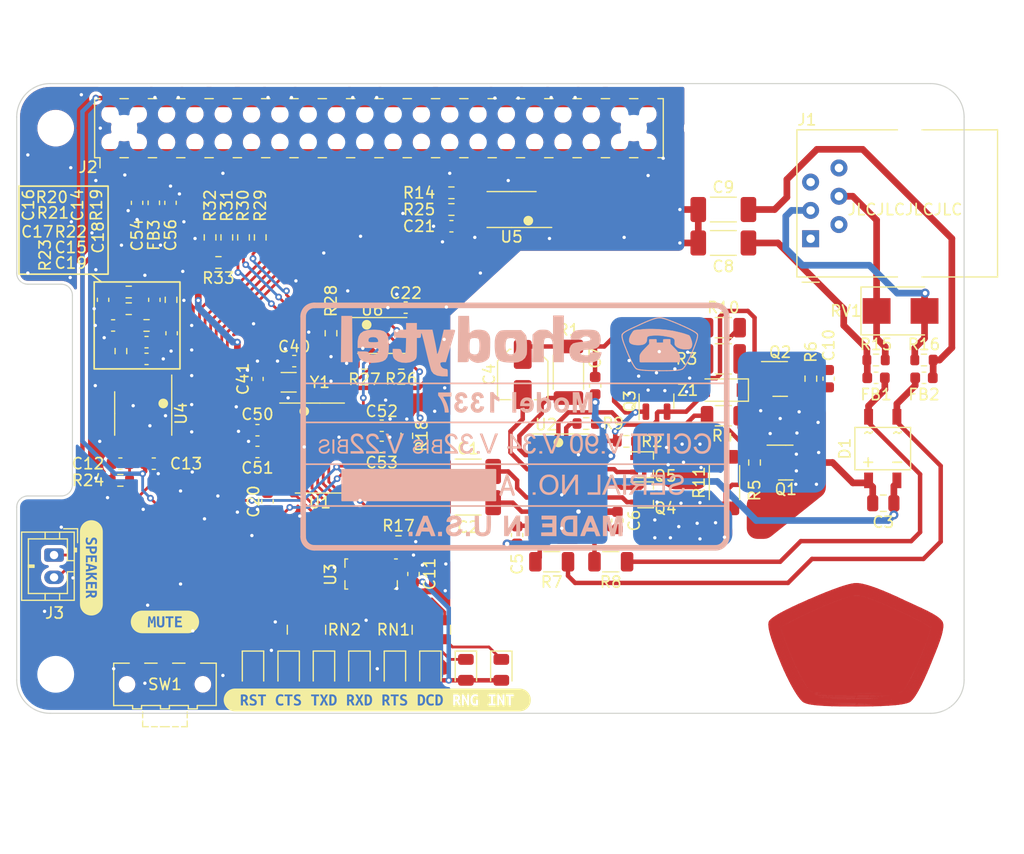
<source format=kicad_pcb>
(kicad_pcb (version 20211014) (generator pcbnew)
  (title_block (title "Shodytel Model 1337 Telephone Interface") (date "2022-05-09") (rev "A") (company "©2022 Adrian Studer") (comment 1 "Licensed under CERN-OHL-P-2.0") (comment 2 "github.com/astuder/ModemHAT"))
  (layers (0 "F.Cu" signal) (31 "B.Cu" signal) (34 "B.Paste" user) (35 "F.Paste" user) (36 "B.SilkS" user "B.Silkscreen") (37 "F.SilkS" user "F.Silkscreen") (38 "B.Mask" user) (39 "F.Mask" user) (44 "Edge.Cuts" user))
  (net 0 "")
  (net 1 "/Q1_COL")
  (net 2 "Net-(C4-Pad2)")
  (net 3 "Net-(C5-Pad1)")
  (net 4 "Net-(C6-Pad1)")
  (net 5 "Net-(C8-Pad1)")
  (net 6 "GND")
  (net 7 "Net-(C40-Pad1)")
  (net 8 "Net-(C41-Pad1)")
  (net 9 "/IGND")
  (net 10 "Net-(C4-Pad1)")
  (net 11 "Net-(Q1-Pad1)")
  (net 12 "Net-(Q3-Pad1)")
  (net 13 "Net-(Q4-Pad1)")
  (net 14 "Net-(Q5-Pad1)")
  (net 15 "Net-(Q5-Pad2)")
  (net 16 "/Q3_COL")
  (net 17 "Net-(R1-Pad2)")
  (net 18 "Net-(R7-Pad2)")
  (net 19 "Net-(R8-Pad2)")
  (net 20 "Net-(R9-Pad1)")
  (net 21 "Net-(C9-Pad1)")
  (net 22 "Net-(C51-Pad1)")
  (net 23 "Net-(C53-Pad1)")
  (net 24 "Net-(D1-Pad3)")
  (net 25 "Net-(D1-Pad4)")
  (net 28 "/RING")
  (net 29 "/TIP")
  (net 32 "/C1B")
  (net 33 "/C2B")
  (net 34 "/C1A")
  (net 35 "/C2A")
  (net 36 "/Q4_COL")
  (net 37 "/Q5_COL")
  (net 38 "Net-(Q3-Pad2)")
  (net 39 "Net-(Q4-Pad2)")
  (net 40 "+3V3")
  (net 41 "+5V")
  (net 43 "/UART0_TX")
  (net 45 "/UART0_RX")
  (net 46 "Net-(D5-Pad1)")
  (net 48 "/EEPROM_SDA")
  (net 51 "/EEPROM_SCL")
  (net 61 "Net-(D2-Pad1)")
  (net 62 "Net-(D3-Pad1)")
  (net 63 "Net-(D4-Pad1)")
  (net 64 "Net-(D6-Pad1)")
  (net 65 "Net-(D7-Pad1)")
  (net 66 "Net-(D8-Pad1)")
  (net 67 "Net-(D9-Pad1)")
  (net 69 "Net-(C12-Pad1)")
  (net 70 "/SPKR+")
  (net 71 "Net-(C14-Pad1)")
  (net 72 "Net-(C15-Pad1)")
  (net 73 "Net-(C15-Pad2)")
  (net 74 "Net-(C16-Pad2)")
  (net 75 "Net-(C17-Pad2)")
  (net 76 "Net-(C19-Pad2)")
  (net 77 "/AUDIO_OUT")
  (net 78 "Net-(RN1-Pad4)")
  (net 79 "Net-(RN1-Pad3)")
  (net 80 "Net-(RN1-Pad2)")
  (net 81 "Net-(RN1-Pad1)")
  (net 82 "Net-(RN2-Pad4)")
  (net 83 "Net-(RN2-Pad3)")
  (net 84 "Net-(RN2-Pad2)")
  (net 85 "Net-(RN2-Pad1)")
  (net 86 "/UART4_CTS")
  (net 87 "/UART4_RTS")
  (net 88 "/SPKR-")
  (net 89 "/TXD")
  (net 90 "/RXD")
  (net 91 "/GPIO25")
  (net 92 "/~{INT}")
  (net 94 "/~{DCD}")
  (net 95 "/MUTE")
  (net 96 "/C1AB")
  (net 97 "/C2AB")
  (net 100 "/EESD_AUTOBAUD")
  (net 101 "/~{EECS}")
  (net 102 "/EESTRAP")
  (net 103 "/EECLK")
  (net 104 "Net-(R26-Pad1)")
  (net 105 "/~{RI}_32KSTRAP")
  (net 106 "/GPIO27")
  (net 107 "/GPIO22")
  (net 108 "/GPIO23")
  (net 109 "/GPIO24")
  (net 110 "/RPI_3V3")
  (footprint "Resistor_SMD:R_0603_1608Metric" (layer "F.Cu") (at 108.2 85.9 -90)
    (fp_text reference "R28")
    (fp_text value "10K")
  )
  (footprint "Capacitor_SMD:C_0603_1608Metric" (layer "F.Cu") (at 112.75 96.1)
    (fp_text reference "C53")
    (fp_text value "0.22uF")
  )
  (footprint "kibuzzard-6270B766" (layer "F.Cu") (at 93.3 111.8)
    (fp_text reference "kibuzzard-6270B766" hide)
    (fp_text value "G***" hide)
  )
  (footprint "Resistor_SMD:R_0603_1608Metric" (layer "F.Cu") (at 119 73.3)
    (fp_text reference "R14")
    (fp_text value "3.9K")
  )
  (footprint "Package_TO_SOT_SMD:SOT-23" (layer "F.Cu") (at 149 97.5)
    (fp_text reference "Q1")
    (fp_text value "NPN 300V 0.5A")
  )
  (footprint "Capacitor_SMD:C_0603_1608Metric" (layer "F.Cu") (at 152.85 89.975 -90)
    (fp_text reference "C10")
    (fp_text value "0.01uF")
  )
  (footprint "Capacitor_SMD:C_0603_1608Metric" (layer "F.Cu") (at 88.65 85.2)
    (fp_text reference "C17")
    (fp_text value "0.1uF")
  )
  (footprint "Resistor_SMD:R_0603_1608Metric" (layer "F.Cu") (at 101.85 77.3 -90)
    (fp_text reference "R29")
    (fp_text value "DNP")
  )
  (footprint "Capacitor_SMD:C_0603_1608Metric" (layer "F.Cu") (at 102.5 101 90)
    (fp_text reference "C20")
    (fp_text value "0.1uF")
  )
  (footprint "Resistor_SMD:R_0603_1608Metric" (layer "F.Cu") (at 93.85 82.9 90)
    (fp_text reference "R19")
    (fp_text value "10K")
  )
  (footprint "Resistor_SMD:R_0603_1608Metric" (layer "F.Cu") (at 161.4 88.3 180)
    (fp_text reference "R16")
    (fp_text value "0R")
  )
  (footprint "ModemHAT:TO-269AA-R" (layer "F.Cu") (at 157.7 96.25 90)
    (fp_text reference "D1")
    (fp_text value "300V 225mA")
  )
  (footprint "Capacitor_SMD:C_0603_1608Metric" (layer "F.Cu") (at 112.75 94.2 180)
    (fp_text reference "C52")
    (fp_text value "0.1uF")
  )
  (footprint "Inductor_SMD:L_0603_1608Metric" (layer "F.Cu") (at 161.4 89.9)
    (fp_text reference "FB2")
    (fp_text value "600R @100M")
  )
  (footprint "Package_DFN_QFN:WQFN-20-1EP_2.5x4.5mm_P0.5mm_EP1x2.9mm" (layer "F.Cu") (at 111.8 107.5 -90)
    (fp_text reference "U3")
    (fp_text value "74LVC541")
  )
  (footprint "kibuzzard-62720846" (layer "F.Cu") (at 112.35 118.8)
    (fp_text reference "kibuzzard-62720846" hide)
    (fp_text value "G***" hide)
  )
  (footprint "Resistor_SMD:R_0603_1608Metric" (layer "F.Cu") (at 115 95.1 90)
    (fp_text reference "R18")
    (fp_text value "DNP")
  )
  (footprint "Capacitor_SMD:C_0603_1608Metric" (layer "F.Cu") (at 133.9 102.7 90)
    (fp_text reference "C6")
    (fp_text value "0.1uF")
  )
  (footprint "Capacitor_SMD:C_0603_1608Metric" (layer "F.Cu") (at 93.8 74.2 -90)
    (fp_text reference "C56")
    (fp_text value "0.1uF")
  )
  (footprint "ModemHAT:C_1808_4520Metric" (layer "F.Cu") (at 120.5 98.3)
    (fp_text reference "C1")
    (fp_text value "33pF Y2")
  )
  (footprint "LED_SMD:LED_0805_2012Metric" (layer "F.Cu") (at 110.749999 116.1 -90)
    (fp_text reference "D6" hide)
    (fp_text value "GRN")
  )
  (footprint "Package_TO_SOT_SMD:SOT-23" (layer "F.Cu") (at 137.4 92 90)
    (fp_text reference "Q3")
    (fp_text value "NPN 300V 0.5A")
  )
  (footprint "Package_SO:TSSOP-24_4.4x7.8mm_P0.65mm" (layer "F.Cu") (at 107.2 96.2)
    (fp_text reference "U1")
    (fp_text value "Si2457")
  )
  (footprint "Resistor_SMD:R_0603_1608Metric" (layer "F.Cu") (at 151.25 89.975 -90)
    (fp_text reference "R6")
    (fp_text value "100K")
  )
  (footprint "Capacitor_SMD:C_0603_1608Metric" (layer "F.Cu") (at 92.3 97.6 180)
    (fp_text reference "C13")
    (fp_text value "1uF")
  )
  (footprint "kibuzzard-6270B7C1" (layer "F.Cu") (at 86.7 106.95 -90)
    (fp_text reference "kibuzzard-6270B7C1" hide)
    (fp_text value "G***" hide)
  )
  (footprint "Crystal:Crystal_SMD_3215-2Pin_3.2x1.5mm" (layer "F.Cu") (at 104.4 90.3 180)
    (fp_text reference "Y1")
    (fp_text value "32.768kHz 25ppm")
  )
  (footprint "Capacitor_SMD:CP_Elec_4x5.4" (layer "F.Cu") (at 125.4 89.6 -90)
    (fp_text reference "C4")
    (fp_text value "1uF 50V")
  )
  (footprint "Capacitor_SMD:C_0603_1608Metric" (layer "F.Cu") (at 131.9 90.6 90)
    (fp_text reference "C7")
    (fp_text value "2.7nF 50V")
  )
  (footprint "Capacitor_SMD:C_0805_2012Metric" (layer "F.Cu") (at 157.75 101.15 180)
    (fp_text reference "C3")
    (fp_text value "10nF 250V")
  )
  (footprint "Inductor_SMD:L_0603_1608Metric" (layer "F.Cu") (at 157.1 89.9 180)
    (fp_text reference "FB1")
    (fp_text value "600R @100M")
  )
  (footprint "Resistor_SMD:R_0603_1608Metric" (layer "F.Cu") (at 89.3 99.1)
    (fp_text reference "R24")
    (fp_text value "47K")
  )
  (footprint "Inductor_SMD:L_0603_1608Metric" (layer "F.Cu") (at 92.3 74.2 -90)
    (fp_text reference "FB3")
    (fp_text value "600R @100M")
  )
  (footprint "Resistor_SMD:R_0603_1608Metric" (layer "F.Cu") (at 100.35 77.3 -90)
    (fp_text reference "R30")
    (fp_text value "DNP")
  )
  (footprint "Connector_JST:JST_PH_B2B-PH-K_1x02_P2.00mm_Vertical" (layer "F.Cu") (at 83.35 105.8 -90)
    (fp_text reference "J3")
    (fp_text value "8R")
  )
  (footprint "LED_SMD:LED_0805_2012Metric" (layer "F.Cu") (at 107.566666 116.1 -90)
    (fp_text reference "D7" hide)
    (fp_text value "GRN")
  )
  (footprint "Capacitor_SMD:C_0603_1608Metric" (layer "F.Cu") (at 91.65 86.7)
    (fp_text reference "C15")
    (fp_text value "0.1uF")
  )
  (footprint "Resistor_SMD:R_1206_3216Metric" (layer "F.Cu") (at 143.4 93.3 180)
    (fp_text reference "R4")
    (fp_text value "2.49K 1/2W")
  )
  (footprint "Resistor_SMD:R_0603_1608Metric" (layer "F.Cu") (at 114.5 88.6)
    (fp_text reference "R26")
    (fp_text value "200R")
  )
  (footprint "Diode_SMD:D_SMB" (layer "F.Cu") (at 159.3 83.9)
    (fp_text reference "RV1")
    (fp_text value "P3100SB")
  )
  (footprint "Resistor_SMD:R_0603_1608Metric" (layer "F.Cu") (at 111.2 88.6 180)
    (fp_text reference "R27")
    (fp_text value "10K")
  )
  (footprint "Button_Switch_SMD:SW_SPDT_CK-JS102011SAQN" (layer "F.Cu") (at 93.3 117.4)
    (fp_text reference "SW1")
    (fp_text value "SW_SPDT")
  )
  (footprint "Resistor_SMD:R_1206_3216Metric" (layer "F.Cu") (at 143.4 85.4 180)
    (fp_text reference "R10")
    (fp_text value "536R 1/4W")
  )
  (footprint "Resistor_SMD:R_0603_1608Metric" (layer "F.Cu") (at 114.25 104.6)
    (fp_text reference "R17")
    (fp_text value "10K")
  )
  (footprint "Resistor_SMD:R_2010_5025Metric" (layer "F.Cu") (at 129.5 89.4 -90)
    (fp_text reference "R1")
    (fp_text value "1.07K 1/2W")
  )
  (footprint "Resistor_SMD:R_0603_1608Metric" (layer "F.Cu") (at 97.35 77.3 -90)
    (fp_text reference "R32")
    (fp_text value "DNP")
  )
  (footprint "Capacitor_SMD:C_0603_1608Metric" (layer "F.Cu") (at 90.8 74.2 90)
    (fp_text reference "C54")
    (fp_text value "1uF")
  )
  (footprint "ModemHAT:Raspberry_Pi_Stacking_Header" (layer "F.Cu") (at 112.5 67.5)
    (fp_text reference "J2")
    (fp_text value "2x20 0.1\" Stacking Header")
  )
  (footprint "Resistor_SMD:R_0603_1608Metric" (layer "F.Cu") (at 131.1 94)
    (fp_text reference "R9")
    (fp_text value "1M")
  )
  (footprint "Resistor_SMD:R_0603_1608Metric" (layer "F.Cu") (at 98.1 79.55)
    (fp_text reference "R33")
    (fp_text value "10K")
  )
  (footprint "Capacitor_SMD:C_0603_1608Metric" (layer "F.Cu") (at 87.75 82.9 90)
    (fp_text reference "C16")
    (fp_text value "0.1uF")
  )
  (footprint "Capacitor_SMD:C_0603_1608Metric" (layer "F.Cu") (at 124.9 104 -90)
    (fp_text reference "C5")
    (fp_text value "0.1uF")
  )
  (footprint "MountingHole:MountingHole_2.7mm_M2.5" (layer "F.Cu") (at 83.5 116.5)
    (fp_text reference "H3" hide)
    (fp_text value "M2.5" hide)
  )
  (footprint "Package_TO_SOT_SMD:SOT-23" (layer "F.Cu") (at 148.5 90)
    (fp_text reference "Q2")
    (fp_text value "PNP 300V 0.5A")
  )
  (footprint "Resistor_SMD:R_0603_1608Metric" (layer "F.Cu") (at 119 74.8)
    (fp_text reference "R25")
    (fp_text value "3.9K")
  )
  (footprint "ModemHAT:C_1808_4520Metric" (layer "F.Cu") (at 143.4 74.8 180)
    (fp_text reference "C9")
    (fp_text value "680pF Y2")
  )
  (footprint "Capacitor_SMD:C_0603_1608Metric" (layer "F.Cu") (at 104.9 88.4 180)
    (fp_text reference "C40")
    (fp_text value "18pF")
  )
  (footprint "Resistor_SMD:R_Array_Concave_4x0603" (layer "F.Cu") (at 106 112.5 -90)
    (fp_text reference "RN2")
    (fp_text value "470R")
  )
  (footprint "Capacitor_SMD:C_0603_1608Metric" (layer "F.Cu") (at 114.9 83.6 180)
    (fp_text reference "C22")
    (fp_text value "0.1uF")
  )
  (footprint "Connector_RJ:RJ12_Amphenol_54601" (layer "F.Cu") (at 151.23 77.42 90)
    (fp_text reference "J1")
    (fp_text value "RJ11")
  )
  (footprint "Resistor_SMD:R_0603_1608Metric" (layer "F.Cu") (at 134.7 95.6 180)
    (fp_text reference "R2")
    (fp_text value "150R")
  )
  (footprint "Resistor_SMD:R_Array_Concave_4x0603" (layer "F.Cu") (at 117.2 112.5 -90)
    (fp_text reference "RN1")
    (fp_text value "470R")
  )
  (footprint "LED_SMD:LED_0805_2012Metric" (layer "F.Cu") (at 101.2 116.1 -90)
    (fp_text reference "D9" hide)
    (fp_text value "GRN")
  )
  (footprint "Capacitor_SMD:C_0603_1608Metric" (layer "F.Cu") (at 92.35 82.9 -90)
    (fp_text reference "C14")
    (fp_text value "0.1uF")
  )
  (footprint "ModemHAT:C_1808_4520Metric" (layer "F.Cu") (at 143.4 77.8 180)
    (fp_text reference "C8")
    (fp_text value "680pF Y2")
  )
  (footprint "MountingHole:MountingHole_2.7mm_M2.5" (layer "F.Cu") (at 83.5 67.5)
    (fp_text reference "H1" hide)
    (fp_text value "M2.5" hide)
  )
  (footprint "Package_SO:SOIC-16_3.9x9.9mm_P1.27mm" (layer "F.Cu") (at 129.4 100)
    (fp_text reference "U2")
    (fp_text value "Si3018")
  )
  (footprint "Package_SO:TSSOP-8_4.4x3mm_P0.65mm" (layer "F.Cu") (at 124.4 74.8 180)
    (fp_text reference "U5")
    (fp_text value "24LC32")
  )
  (footprint "Resistor_SMD:R_0603_1608Metric" (layer "F.Cu") (at 90.05 82.2 180)
    (fp_text reference "R20")
    (fp_text value "1K")
  )
  (footprint "Capacitor_SMD:C_0603_1608Metric" (layer "F.Cu") (at 119 76.3 180)
    (fp_text reference "C21")
    (fp_text value "0.1uF")
  )
  (footprint "Capacitor_SMD:C_0603_1608Metric" (layer "F.Cu") (at 101.6 96.55 180)
    (fp_text reference "C51")
    (fp_text value "0.22uF")
  )
  (footprint "LED_SMD:LED_0805_2012Metric" (layer "F.Cu") (at 117.116665 116.1 -90)
    (fp_text reference "D4" hide)
    (fp_text value "GRN")
  )
  (footprint "Resistor_SMD:R_1210_3225Metric" (layer "F.Cu") (at 143.4 88.2 180)
    (fp_text reference "R3")
    (fp_text value "3.65K 1/2W")
  )
  (footprint "Resistor_SMD:R_2010_5025Metric" (layer "F.Cu") (at 143.5 99.3 90)
    (fp_text reference "R11")
    (fp_text value "73.2R 1/2W")
  )
  (footprint "Resistor_SMD:R_0603_1608Metric" (layer "F.Cu") (at 112.7 98.7 180)
    (fp_text reference "R12")
    (fp_text value "56R")
  )
  (footprint "Resistor_SMD:R_0603_1608Metric" (layer "F.Cu") (at 157.1 88.3)
    (fp_text reference "R15")
    (fp_text value "0R")
  )
  (footprint "Package_SO:TSSOP-8_4.4x3mm_P0.65mm" (layer "F.Cu") (at 112.8 86.1)
    (fp_text reference "U6")
    (fp_text value "25LC320")
  )
  (footprint "Package_TO_SOT_SMD:SOT-323_SC-70" (layer "F.Cu") (at 136.4 97.7)
    (fp_text reference "Q5")
    (fp_text value "NPN 80V 330mW")
  )
  (footprint "Resistor_SMD:R_0603_1608Metric" (layer "F.Cu") (at 98.85 77.3 -90)
    (fp_text reference "R31")
    (fp_text value "DNP")
  )
  (footprint "Resistor_SMD:R_1206_3216Metric" (layer "F.Cu") (at 128 106.4 180)
    (fp_text reference "R7")
    (fp_text value "20M")
  )
  (footprint "Capacitor_SMD:C_0603_1608Metric" (layer "F.Cu") (at 115.6 107.5 90)
    (fp_text reference "C11")
    (fp_text value "0.1uF")
  )
  (footprint "Package_SO:SOIC-8_3.9x4.9mm_P1.27mm" (layer "F.Cu") (at 91.35 93.1 -90)
    (fp_text reference "U4")
    (fp_text value "LM4819")
  )
  (footprint "Diode_SMD:D_SOD-123" (layer "F.Cu") (at 143.4 91 180)
    (fp_text reference "Z1")
    (fp_text value "43V 1/2W")
  )
  (footprint "LED_SMD:LED_0805_2012Metric" (layer "F.Cu") (at 104.4 116.1 -90)
    (fp_text reference "D8" hide)
    (fp_text value "GRN")
  )
  (footprint "Resistor_SMD:R_0603_1608Metric" (layer "F.Cu") (at 91.65 85.2)
    (fp_text reference "R22")
    (fp_text value "1K")
  )
  (footprint "Resistor_SMD:R_0603_1608Metric" (layer "F.Cu") (at 112.7 100.2 180)
    (fp_text reference "R13")
    (fp_text value "56R")
  )
  (footprint "MountingHole:MountingHole_2.7mm_M2.5" (layer "F.Cu") (at 141.5 67.5)
    (fp_text reference "H2" hide)
    (fp_text value "M2.5" hide)
  )
  (footprint "Package_TO_SOT_SMD:SOT-323_SC-70" (layer "F.Cu") (at 136.4 100.4)
    (fp_text reference "Q4")
    (fp_text value "NPN 80V 330mW")
  )
  (footprint "Resistor_SMD:R_0603_1608Metric" (layer "F.Cu") (at 90.05 83.7)
    (fp_text reference "R21")
    (fp_text value "1K")
  )
  (footprint "MountingHole:MountingHole_2.7mm_M2.5" (layer "F.Cu") (at 141.5 116.5)
    (fp_text reference "H4" hide)
    (fp_text value "M2.5" hide)
  )
  (footprint "LED_SMD:LED_0805_2012Metric" (layer "F.Cu") (at 120.3 116.1 -90)
    (fp_text reference "D3" hide)
    (fp_text value "GRN")
  )
  (footprint "LED_SMD:LED_0805_2012Metric" (layer "F.Cu") (at 113.933332 116.1 -90)
    (fp_text reference "D5" hide)
    (fp_text value "GRN")
  )
  (footprint "Capacitor_SMD:C_0603_1608Metric" (layer "F.Cu") (at 93.9 85.9 90)
    (fp_text reference "C18")
    (fp_text value "0.1uF")
  )
  (footprint "Resistor_SMD:R_1206_3216Metric" (layer "F.Cu") (at 133.3 106.4 180)
    (fp_text reference "R8")
    (fp_text value "20M")
  )
  (footprint "ModemHAT:C_1808_4520Metric" (layer "F.Cu") (at 120.5 101.1)
    (fp_text reference "C2")
    (fp_text value "33pF Y2")
  )
  (footprint "Resistor_SMD:R_0603_1608Metric" (layer "F.Cu") (at 89.35 87.5 -90)
    (fp_text reference "R23")
    (fp_text value "10K")
  )
  (footprint "Capacitor_SMD:C_0603_1608Metric" (layer "F.Cu") (at 101.6 90 90)
    (fp_text reference "C41")
    (fp_text value "18pF")
  )
  (footprint "Capacitor_SMD:C_0603_1608Metric" (layer "F.Cu") (at 101.6 94.6)
    (fp_text reference "C50")
    (fp_text value "0.1uF")
  )
  (footprint "LED_SMD:LED_0805_2012Metric" (layer "F.Cu") (at 123.48 116.1 -90)
    (fp_text reference "D2" hide)
    (fp_text value "GRN")
  )
  (footprint "Capacitor_SMD:C_0603_1608Metric" (layer "F.Cu") (at 89.3 97.6)
    (fp_text reference "C12")
    (fp_text value "47pF")
  )
  (footprint "Resistor_SMD:R_0603_1608Metric" (layer "F.Cu") (at 146.2 97.5 90)
    (fp_text reference "R5")
    (fp_text value "100K")
  )
  (footprint "Capacitor_SMD:C_0603_1608Metric" (layer "F.Cu") (at 91.65 88.2 180)
    (fp_text reference "C19")
    (fp_text value "1uF")
  )
  (footprint "ModemHAT:model-text2" (layer "B.Cu") (at 124.929687 102.370469 180)
    (fp_text reference "G***" hide)
    (fp_text value "LOGO" hide)
  )
  (footprint "ModemHAT:shodytel-text-small" (layer "B.Cu") (at 120.7 87 180)
    (fp_text reference "G***" hide)
    (fp_text value "LOGO" hide)
  )
  (gr_line (start 159.479867 118.871416) (end 159.40249 118.885746) (layer "F.Cu") (width 0.110092))
  (gr_line (start 147.742526 112.075732) (end 147.74272 112.052189) (layer "F.Cu") (width 0.110092))
  (gr_line (start 159.873427 118.4904) (end 159.82521 118.5271) (layer "F.Cu") (width 0.110092))
  (gr_line (start 152.007385 118.713336) (end 152.007385 118.71334) (layer "F.Cu") (width 0.110092))
  (gr_line (start 162.516107 112.107156) (end 162.518551 112.113358) (layer "F.Cu") (width 0.110092))
  (gr_line (start 151.345013 118.144676) (end 151.296509 118.121341) (layer "F.Cu") (width 0.110092))
  (gr_line (start 156.726192 109.734668) (end 156.726192 109.734668) (layer "F.Cu") (width 0.110092))
  (gr_line (start 148.680982 111.51821) (end 148.834778 111.434418) (layer "F.Cu") (width 0.110092))
  (gr_line (start 162.345153 113.483807) (end 162.271004 113.694703) (layer "F.Cu") (width 0.110092))
  (gr_line (start 148.804038 115.516278) (end 148.628674 115.100128) (layer "F.Cu") (width 0.110092))
  (gr_line (start 150.469175 118.457486) (end 150.37677 118.341369) (layer "F.Cu") (width 0.110092))
  (gr_line (start 159.318625 118.900228) (end 159.318625 118.900228) (layer "F.Cu") (width 0.110092))
  (gr_line (start 148.621055 112.188895) (end 148.678477 112.149954) (layer "F.Cu") (width 0.110092))
  (gr_line (start 159.562652 118.475148) (end 159.537857 118.482444) (layer "F.Cu") (width 0.110092))
  (gr_line (start 161.479283 111.299976) (end 161.808691 111.475304) (layer "F.Cu") (width 0.110092))
  (gr_line (start 162.477449 111.709202) (end 162.560441 111.778393) (layer "F.Cu") (width 0.110092))
  (gr_line (start 152.895803 118.220384) (end 152.895803 118.220384) (layer "F.Cu") (width 0.110092))
  (gr_line (start 148.190209 112.16096) (end 148.19197 112.155217) (layer "F.Cu") (width 0.110092))
  (gr_line (start 151.96433 118.782408) (end 151.77396 118.771027) (layer "F.Cu") (width 0.110092))
  (gr_line (start 162.756619 112.173816) (end 162.756008 112.213776) (layer "F.Cu") (width 0.110092))
  (gr_line (start 151.099677 118.376449) (end 151.066588 118.354185) (layer "F.Cu") (width 0.110092))
  (gr_line (start 159.616758 118.842604) (end 159.551155 118.857086) (layer "F.Cu") (width 0.110092))
  (gr_line (start 162.478567 113.794731) (end 162.374695 114.070581) (layer "F.Cu") (width 0.110092))
  (gr_line (start 151.07837 109.876259) (end 151.07837 109.876259) (layer "F.Cu") (width 0.211666))
  (gr_line (start 155.639909 108.7218) (end 155.678494 108.725529) (layer "F.Cu") (width 0.110092))
  (gr_line (start 161.537744 111.951279) (end 161.756077 112.082033) (layer "F.Cu") (width 0.110092))
  (gr_line (start 151.398317 118.247924) (end 151.398317 118.247924) (layer "F.Cu") (width 0.110092))
  (gr_line (start 159.318625 118.900228) (end 159.041169 118.944695) (layer "F.Cu") (width 0.110092))
  (gr_line (start 151.076952 118.630366) (end 151.027314 118.611632) (layer "F.Cu") (width 0.110092))
  (gr_line (start 159.506967 118.15732) (end 159.48695 118.167398) (layer "F.Cu") (width 0.110092))
  (gr_line (start 150.461494 118.182735) (end 150.404321 118.104257) (layer "F.Cu") (width 0.110092))
  (gr_line (start 151.626414 118.526888) (end 151.626414 118.526888) (layer "F.Cu") (width 0.110092))
  (gr_line (start 148.745796 112.106797) (end 148.822639 112.05965) (layer "F.Cu") (width 0.110092))
  (gr_line (start 159.97442 118.393015) (end 159.923097 118.4458) (layer "F.Cu") (width 0.110092))
  (gr_line (start 162.458229 112.219422) (end 162.456757 112.237794) (layer "F.Cu") (width 0.110092))
  (gr_line (start 161.065955 115.876521) (end 160.692926 116.676775) (layer "F.Cu") (width 0.110092))
  (gr_line (start 154.890386 109.36954) (end 154.9697 109.355184) (layer "F.Cu") (width 0.110092))
  (gr_line (start 151.473859 118.178362) (end 151.403034 118.1635) (layer "F.Cu") (width 0.110092))
  (gr_line (start 151.190296 118.744787) (end 151.128192 118.73026) (layer "F.Cu") (width 0.110092))
  (gr_line (start 162.50828 112.709542) (end 162.434161 112.964292) (layer "F.Cu") (width 0.110092))
  (gr_line (start 155.520949 109.1669) (end 155.5892 109.172099) (layer "F.Cu") (width 0.110092))
  (gr_line (start 148.403313 113.235941) (end 148.232698 112.703946) (layer "F.Cu") (width 0.110092))
  (gr_line (start 162.714488 111.962822) (end 162.714488 111.962822) (layer "F.Cu") (width 0.110092))
  (gr_line (start 151.051122 118.866591) (end 150.958472 118.843871) (layer "F.Cu") (width 0.110092))
  (gr_line (start 151.130824 118.196511) (end 151.102761 118.171649) (layer "F.Cu") (width 0.110092))
  (gr_line (start 159.08259 118.306986) (end 159.08259 118.306986) (layer "F.Cu") (width 0.110092))
  (gr_line (start 150.102858 117.636107) (end 149.9752 117.413821) (layer "F.Cu") (width 0.110092))
  (gr_line (start 159.91623 118.55699) (end 159.900848 118.567843) (layer "F.Cu") (width 0.110092))
  (gr_line (start 162.208096 112.392573) (end 162.203505 112.414687) (layer "F.Cu") (width 0.110092))
  (gr_line (start 152.070873 118.861735) (end 151.906998 118.852299) (layer "F.Cu") (width 0.110092))
  (gr_line (start 150.801918 117.695412) (end 150.683316 117.52326) (layer "F.Cu") (width 0.110092))
  (gr_line (start 158.578192 110.096184) (end 159.21206 110.379277) (layer "F.Cu") (width 0.110092))
  (gr_line (start 160.799292 115.729573) (end 160.602736 116.156117) (layer "F.Cu") (width 0.110092))
  (gr_line (start 147.881601 112.110307) (end 147.879826 112.091693) (layer "F.Cu") (width 0.110092))
  (gr_line (start 155.342591 118.470876) (end 155.342591 118.470876) (layer "F.Cu") (width 0.110092))
  (gr_line (start 162.527137 112.145861) (end 162.529055 112.15999) (layer "F.Cu") (width 0.110092))
  (gr_line (start 159.569156 118.700964) (end 159.426852 118.731052) (layer "F.Cu") (width 0.110092))
  (gr_line (start 160.121926 117.91557) (end 159.969223 118.146798) (layer "F.Cu") (width 0.110092))
  (gr_line (start 157.745688 109.577088) (end 158.579023 109.933234) (layer "F.Cu") (width 0.110092))
  (gr_line (start 150.714743 118.364054) (end 150.638805 118.277708) (layer "F.Cu") (width 0.110092))
  (gr_line (start 148.993215 114.185312) (end 148.907193 113.960749) (layer "F.Cu") (width 0.110092))
  (gr_line (start 148.782415 114.879722) (end 148.518087 114.21522) (layer "F.Cu") (width 0.110092))
  (gr_line (start 149.647502 117.559486) (end 149.51632 117.318458) (layer "F.Cu") (width 0.211666))
  (gr_line (start 156.087405 108.969298) (end 156.24695 109.014797) (layer "F.Cu") (width 0.110092))
  (gr_line (start 162.442754 111.784163) (end 162.503909 111.837285) (layer "F.Cu") (width 0.110092))
  (gr_line (start 161.319561 115.488199) (end 160.895679 116.428682) (layer "F.Cu") (width 0.110092))
  (gr_line (start 148.132854 111.485116) (end 148.284285 111.389445) (layer "F.Cu") (width 0.110092))
  (gr_line (start 159.576225 118.384915) (end 159.556963 118.392199) (layer "F.Cu") (width 0.110092))
  (gr_line (start 155.431934 119.136644) (end 153.64784 119.137671) (layer "F.Cu") (width 0.110092))
  (gr_line (start 150.237171 118.004928) (end 150.17301 117.906637) (layer "F.Cu") (width 0.110092))
  (gr_line (start 162.471631 113.101697) (end 162.412048 113.286072) (layer "F.Cu") (width 0.110092))
  (gr_line (start 149.775779 116.540666) (end 149.47748 115.906752) (layer "F.Cu") (width 0.110092))
  (gr_line (start 162.216872 112.278558) (end 162.218079 112.291274) (layer "F.Cu") (width 0.110092))
  (gr_line (start 148.187049 112.18595) (end 148.187293 112.179315) (layer "F.Cu") (width 0.110092))
  (gr_line (start 162.414258 112.776686) (end 162.335774 113.037276) (layer "F.Cu") (width 0.110092))
  (gr_line (start 148.978779 111.177802) (end 149.837922 110.746066) (layer "F.Cu") (width 0.110092))
  (gr_line (start 162.161619 111.403256) (end 162.286901 111.479601) (layer "F.Cu") (width 0.110092))
  (gr_line (start 150.647011 118.027939) (end 150.577371 117.93405) (layer "F.Cu") (width 0.110092))
  (gr_line (start 150.818661 118.110343) (end 150.739842 118.016104) (layer "F.Cu") (width 0.110092))
  (gr_line (start 158.874995 118.659737) (end 158.624058 118.683505) (layer "F.Cu") (width 0.110092))
  (gr_line (start 147.715289 111.641554) (end 147.777873 111.585117) (layer "F.Cu") (width 0.211666))
  (gr_line (start 161.53167 111.237658) (end 161.83679 111.399332) (layer "F.Cu") (width 0.110092))
  (gr_line (start 150.147681 111.024654) (end 151.066154 110.597359) (layer "F.Cu") (width 0.110092))
  (gr_line (start 161.60418 115.4018) (end 161.315235 116.077065) (layer "F.Cu") (width 0.110092))
  (gr_line (start 160.589448 117.244803) (end 160.447108 117.515683) (layer "F.Cu") (width 0.110092))
  (gr_line (start 149.914975 117.472186) (end 149.914975 117.472186) (layer "F.Cu") (width 0.110092))
  (gr_line (start 150.470578 117.919965) (end 150.412135 117.835554) (layer "F.Cu") (width 0.110092))
  (gr_line (start 162.650574 113.308456) (end 162.570443 113.54103) (layer "F.Cu") (width 0.110092))
  (gr_line (start 149.978398 116.779098) (end 149.884496 116.592328) (layer "F.Cu") (width 0.110092))
  (gr_line (start 149.965777 116.39927) (end 149.832296 116.125416) (layer "F.Cu") (width 0.110092))
  (gr_line (start 147.587415 112.454589) (end 147.554409 112.244076) (layer "F.Cu") (width 0.211666))
  (gr_line (start 160.792935 117.525987) (end 160.673269 117.750765) (layer "F.Cu") (width 0.110092))
  (gr_line (start 154.935641 108.663383) (end 155.026022 108.646998) (layer "F.Cu") (width 0.110092))
  (gr_line (start 162.458789 112.202868) (end 162.458229 112.219422) (layer "F.Cu") (width 0.110092))
  (gr_line (start 159.691214 118.669519) (end 159.691214 118.669519) (layer "F.Cu") (width 0.110092))
  (gr_line (start 148.977683 115.913356) (end 148.804038 115.516278) (layer "F.Cu") (width 0.110092))
  (gr_line (start 150.298976 116.876679) (end 150.162081 116.618965) (layer "F.Cu") (width 0.110092))
  (gr_line (start 150.108501 117.803942) (end 150.043854 117.697119) (layer "F.Cu") (width 0.110092))
  (gr_line (start 158.211742 119.09706) (end 157.200484 119.122018) (layer "F.Cu") (width 0.110092))
  (gr_line (start 162.087661 111.542482) (end 162.194011 111.607966) (layer "F.Cu") (width 0.110092))
  (gr_line (start 151.04487 118.442132) (end 151.01846 118.423415) (layer "F.Cu") (width 0.110092))
  (gr_poly (pts (xy 155.390204 109.474966) (xy 155.454771 109.476649) (xy 155.519176 109.480011) (xy 155.583224 109.485049) (xy 155.646722 109.491762) (xy 155.709476 109.500145) (xy 155.771291 109.510198) (xy 155.831974 109.521917) (xy 155.89133 109.5353) (xy 156.074012 109.586178) (xy 156.301333 109.660379) (xy 156.868862 109.86957) (xy 157.551853 110.144519) (xy 158.308245 110.466872) (xy 159.095973 110.818275) (xy 159.872973 111.180375) (xy 160.597182 111.534818) (xy 161.226538 111.863249) (xy 161.40433 111.961702) (xy 161.556946 112.049727) (xy 161.684836 112.127636) (xy 161.788451 112.195739) (xy 161.831298 112.226211) (xy 161.868244 112.254349) (xy 161.899348 112.280192) (xy 161.924666 112.303778) (xy 161.944254 112.325147) (xy 161.958168 112.344338) (xy 161.966465 112.361389) (xy 161.969201 112.37634) (xy 161.967114 112.396256) (xy 161.961083 112.427326) (xy 161.938316 112.519228) (xy 161.903167 112.644644) (xy 161.857898 112.796173) (xy 161.804775 112.96641) (xy 161.746062 113.147955) (xy 161.684024 113.333405) (xy 161.620924 113.515357) (xy 161.551783 113.70476) (xy 161.465139 113.932536) (xy 161.256445 114.460749) (xy 161.029045 115.015091) (xy 160.817143 115.510655) (xy 160.704763 115.758467) (xy 160.568347 116.047609) (xy 160.260166 116.676457) (xy 159.966124 117.250357) (xy 159.847381 117.470814) (xy 159.759745 117.622467) (xy 159.725823 117.676359) (xy 159.693917 117.725357) (xy 159.663622 117.769831) (xy 159.634534 117.810151) (xy 159.606249 117.846686) (xy 159.578361 117.879807) (xy 159.550466 117.909883) (xy 159.522159 117.937285) (xy 159.493037 117.962382) (xy 159.462693 117.985544) (xy 159.430724 118.00714) (xy 159.396726 118.027541) (xy 159.360293 118.047117) (xy 159.32102 118.066237) (xy 159.278504 118.085272) (xy 159.23234 118.10459) (xy 159.021304 118.190471) (xy 158.303393 118.185011) (xy 154.599817 118.160445) (xy 154.599816 118.160449) (xy 152.46552 118.14064) (xy 151.796283 118.1297) (xy 151.526765 118.119847) (xy 151.482206 118.107579) (xy 151.439405 118.092956) (xy 151.39799 118.075622) (xy 151.377687 118.065827) (xy 151.357591 118.055223) (xy 151.337657 118.043763) (xy 151.317837 118.031405) (xy 151.298086 118.018103) (xy 151.278357 118.003814) (xy 151.258603 117.988494) (xy 151.238779 117.972097) (xy 151.198732 117.935898) (xy 151.157847 117.894864) (xy 151.11575 117.848641) (xy 151.072072 117.796875) (xy 151.026441 117.739211) (xy 150.978486 117.675295) (xy 150.927837 117.604774) (xy 150.874122 117.527294) (xy 150.816969 117.442499) (xy 150.699571 117.259008) (xy 150.577023 117.053663) (xy 150.450052 116.828077) (xy 150.319382 116.583864) (xy 150.049842 116.046012) (xy 149.774203 115.453014) (xy 149.49826 114.817782) (xy 149.227812 114.153225) (xy 148.968655 113.472252) (xy 148.726589 112.787773) (xy 148.568327 112.321761) (xy 148.64649 112.263169) (xy 148.705041 112.222298) (xy 148.782735 112.172885) (xy 148.989597 112.051524) (xy 149.255154 111.905277) (xy 149.567487 111.740332) (xy 149.914673 111.562878) (xy 150.284793 111.379105) (xy 150.665924 111.1952) (xy 151.046146 111.017353) (xy 151.627798 110.755328) (xy 152.207337 110.504367) (xy 152.771387 110.269672) (xy 153.306571 110.056445) (xy 153.799512 109.869888) (xy 154.236831 109.715202) (xy 154.605153 109.597589) (xy 154.891101 109.52225) (xy 154.949983 109.51041) (xy 155.010256 109.500269) (xy 155.071723 109.491825) (xy 155.134192 109.485075) (xy 155.197469 109.480017) (xy 155.261359 109.476647) (xy 155.325669 109.474965)) (layer "F.Cu") (width 0.08) (fill solid))
  (gr_line (start 159.946682 110.885979) (end 160.68766 111.246934) (layer "F.Cu") (width 0.110092))
  (gr_line (start 154.200107 108.861897) (end 154.511509 108.768039) (layer "F.Cu") (width 0.110092))
  (gr_line (start 147.903227 113.155598) (end 147.791064 112.770173) (layer "F.Cu") (width 0.110092))
  (gr_line (start 150.514125 118.509876) (end 150.469175 118.457486) (layer "F.Cu") (width 0.110092))
  (gr_line (start 155.043817 108.954897) (end 155.084777 108.951796) (layer "F.Cu") (width 0.110092))
  (gr_line (start 161.819091 113.164008) (end 161.752015 113.362909) (layer "F.Cu") (width 0.110092))
  (gr_line (start 157.200484 119.122018) (end 155.431934 119.136644) (layer "F.Cu") (width 0.110092))
  (gr_line (start 151.567853 119.158703) (end 151.316317 119.12276) (layer "F.Cu") (width 0.211666))
  (gr_line (start 162.129787 113.646747) (end 161.870493 114.342781) (layer "F.Cu") (width 0.110092))
  (gr_line (start 150.367903 118.459224) (end 150.235704 118.280042) (layer "F.Cu") (width 0.110092))
  (gr_line (start 162.817862 112.050258) (end 162.822547 112.094689) (layer "F.Cu") (width 0.110092))
  (gr_line (start 160.071635 118.901044) (end 159.945669 118.958735) (layer "F.Cu") (width 0.211666))
  (gr_line (start 148.516819 113.991581) (end 148.332243 113.481406) (layer "F.Cu") (width 0.110092))
  (gr_line (start 156.583875 109.365733) (end 157.09621 109.559102) (layer "F.Cu") (width 0.110092))
  (gr_line (start 150.780603 118.192968) (end 150.714833 118.114347) (layer "F.Cu") (width 0.110092))
  (gr_line (start 162.170578 112.190349) (end 162.178798 112.199186) (layer "F.Cu") (width 0.110092))
  (gr_line (start 162.776605 112.902609) (end 162.719211 113.09599) (layer "F.Cu") (width 0.110092))
  (gr_line (start 162.129957 114.692811) (end 162.129957 114.692811) (layer "F.Cu") (width 0.110092))
  (gr_line (start 158.327488 110.231909) (end 159.314443 110.672999) (layer "F.Cu") (width 0.110092))
  (gr_line (start 159.79033 118.116461) (end 159.712207 118.205596) (layer "F.Cu") (width 0.110092))
  (gr_line (start 162.129518 112.233706) (end 162.129518 112.233706) (layer "F.Cu") (width 0.110092))
  (gr_line (start 162.413494 112.095819) (end 162.425314 112.109849) (layer "F.Cu") (width 0.110092))
  (gr_line (start 152.079924 119.016674) (end 151.892461 118.995901) (layer "F.Cu") (width 0.110092))
  (gr_line (start 162.212054 112.255674) (end 162.214862 112.26673) (layer "F.Cu") (width 0.110092))
  (gr_line (start 159.886628 110.689318) (end 159.886628 110.689318) (layer "F.Cu") (width 0.110092))
  (gr_line (start 162.970684 111.836795) (end 162.970684 111.836795) (layer "F.Cu") (width 0.211666))
  (gr_line (start 162.456757 112.237794) (end 162.454515 112.258318) (layer "F.Cu") (width 0.110092))
  (gr_line (start 157.597254 118.634607) (end 157.002922 118.638249) (layer "F.Cu") (width 0.110092))
  (gr_line (start 155.893588 108.619206) (end 156.065528 108.660583) (layer "F.Cu") (width 0.110092))
  (gr_line (start 159.576401 118.114745) (end 159.560524 118.125788) (layer "F.Cu") (width 0.110092))
  (gr_line (start 159.794577 118.237068) (end 159.794577 118.237068) (layer "F.Cu") (width 0.110092))
  (gr_line (start 154.599816 109.28705) (end 154.685671 109.26403) (layer "F.Cu") (width 0.110092))
  (gr_line (start 150.767315 118.746313) (end 150.727001 118.716065) (layer "F.Cu") (width 0.110092))
  (gr_line (start 158.561283 118.773906) (end 157.591571 118.799194) (layer "F.Cu") (width 0.110092))
  (gr_line (start 161.283913 116.71018) (end 161.154715 116.986318) (layer "F.Cu") (width 0.110092))
  (gr_line (start 149.532882 116.204994) (end 149.197356 115.464874) (layer "F.Cu") (width 0.110092))
  (gr_line (start 159.286636 118.829466) (end 159.191802 118.845761) (layer "F.Cu") (width 0.110092))
  (gr_line (start 150.638805 118.277708) (end 150.559962 118.179612) (layer "F.Cu") (width 0.110092))
  (gr_line (start 158.157373 119.022013) (end 157.950799 119.028699) (layer "F.Cu") (width 0.110092))
  (gr_line (start 159.103578 110.085089) (end 159.798843 110.401536) (layer "F.Cu") (width 0.110092))
  (gr_line (start 150.359891 117.610586) (end 150.285328 117.489859) (layer "F.Cu") (width 0.110092))
  (gr_line (start 158.374475 118.622935) (end 158.045569 118.629635) (layer "F.Cu") (width 0.110092))
  (gr_line (start 150.467915 110.62344) (end 151.302479 110.241882) (layer "F.Cu") (width 0.110092))
  (gr_line (start 147.878934 112.074904) (end 147.87904 112.059622) (layer "F.Cu") (width 0.110092))
  (gr_line (start 148.815977 110.937834) (end 149.08163 110.800607) (layer "F.Cu") (width 0.211666))
  (gr_line (start 159.841443 117.634056) (end 159.784227 117.726659) (layer "F.Cu") (width 0.110092))
  (gr_line (start 149.00472 114.413151) (end 148.776846 113.826732) (layer "F.Cu") (width 0.110092))
  (gr_line (start 151.118968 118.483905) (end 151.118968 118.483905) (layer "F.Cu") (width 0.110092))
  (gr_line (start 162.347836 112.434377) (end 162.333072 112.499118) (layer "F.Cu") (width 0.110092))
  (gr_line (start 148.805897 115.336159) (end 148.546583 114.708532) (layer "F.Cu") (width 0.110092))
  (gr_line (start 159.923097 118.4458) (end 159.873427 118.4904) (layer "F.Cu") (width 0.110092))
  (gr_line (start 152.910356 109.408533) (end 153.861343 109.055755) (layer "F.Cu") (width 0.110092))
  (gr_line (start 155.557769 108.716472) (end 155.639909 108.7218) (layer "F.Cu") (width 0.110092))
  (gr_line (start 150.134504 117.230892) (end 150.058714 117.093268) (layer "F.Cu") (width 0.110092))
  (gr_line (start 162.362127 113.667206) (end 162.27987 113.893031) (layer "F.Cu") (width 0.110092))
  (gr_line (start 147.706005 112.942588) (end 147.638757 112.688809) (layer "F.Cu") (width 0.211666))
  (gr_line (start 150.700584 118.221254) (end 150.644459 118.152403) (layer "F.Cu") (width 0.110092))
  (gr_line (start 158.428818 109.705626) (end 159.04871 109.982215) (layer "F.Cu") (width 0.110092))
  (gr_line (start 158.702149 118.608768) (end 158.610581 118.614106) (layer "F.Cu") (width 0.110092))
  (gr_line (start 154.27869 109.384328) (end 154.599816 109.28705) (layer "F.Cu") (width 0.110092))
  (gr_line (start 148.584335 113.960748) (end 148.336923 113.27055) (layer "F.Cu") (width 0.110092))
  (gr_line (start 155.553084 109.09058) (end 155.647578 109.101279) (layer "F.Cu") (width 0.110092))
  (gr_line (start 150.433576 117.725066) (end 150.359891 117.610586) (layer "F.Cu") (width 0.110092))
  (gr_line (start 148.006581 112.969895) (end 147.924762 112.681679) (layer "F.Cu") (width 0.110092))
  (gr_line (start 150.52905 118.00125) (end 150.470578 117.919965) (layer "F.Cu") (width 0.110092))
  (gr_line (start 161.572351 115.087991) (end 161.249823 115.844989) (layer "F.Cu") (width 0.110092))
  (gr_line (start 161.126887 110.640885) (end 161.644543 110.890558) (layer "F.Cu") (width 0.211666))
  (gr_line (start 162.555022 111.888171) (end 162.596598 111.937165) (layer "F.Cu") (width 0.110092))
  (gr_line (start 159.510341 118.325124) (end 159.484866 118.334096) (layer "F.Cu") (width 0.110092))
  (gr_line (start 162.288183 111.975488) (end 162.342971 112.024495) (layer "F.Cu") (width 0.110092))
  (gr_line (start 148.620335 111.372938) (end 148.978779 111.177802) (layer "F.Cu") (width 0.110092))
  (gr_line (start 162.048186 112.391383) (end 162.024181 112.491252) (layer "F.Cu") (width 0.110092))
  (gr_line (start 155.798552 108.821271) (end 155.857599 108.832892) (layer "F.Cu") (width 0.110092))
  (gr_line (start 157.09621 109.559102) (end 157.679623 109.794253) (layer "F.Cu") (width 0.110092))
  (gr_line (start 150.33222 117.421966) (end 150.246649 117.276213) (layer "F.Cu") (width 0.110092))
  (gr_line (start 160.602736 116.156117) (end 160.406141 116.565034) (layer "F.Cu") (width 0.110092))
  (gr_line (start 155.497456 109.242491) (end 155.611179 109.251993) (layer "F.Cu") (width 0.110092))
  (gr_line (start 155.084777 108.951796) (end 155.128232 108.94944) (layer "F.Cu") (width 0.110092))
  (gr_line (start 155.024599 109.423633) (end 155.164778 109.404841) (layer "F.Cu") (width 0.110092))
  (gr_line (start 150.300775 118.098541) (end 150.237171 118.004928) (layer "F.Cu") (width 0.110092))
  (gr_line (start 158.330526 118.935344) (end 157.916367 118.951974) (layer "F.Cu") (width 0.110092))
  (gr_line (start 162.095369 112.801712) (end 162.095369 112.801712) (layer "F.Cu") (width 0.110092))
  (gr_line (start 156.872085 108.909311) (end 157.100428 108.991308) (layer "F.Cu") (width 0.110092))
  (gr_line (start 159.923402 118.648416) (end 159.89275 118.666614) (layer "F.Cu") (width 0.110092))
  (gr_line (start 149.421594 115.030037) (end 149.261233 114.643724) (layer "F.Cu") (width 0.110092))
  (gr_line (start 156.787863 109.280241) (end 157.276598 109.467492) (layer "F.Cu") (width 0.110092))
  (gr_line (start 162.560215 113.08546) (end 162.502163 113.263987) (layer "F.Cu") (width 0.110092))
  (gr_line (start 149.421594 115.030037) (end 149.421594 115.030037) (layer "F.Cu") (width 0.110092))
  (gr_line (start 162.030283 111.694521) (end 162.20192 111.806667) (layer "F.Cu") (width 0.110092))
  (gr_line (start 151.023502 118.699303) (end 150.978947 118.682034) (layer "F.Cu") (width 0.110092))
  (gr_line (start 162.529055 112.15999) (end 162.530221 112.175041) (layer "F.Cu") (width 0.110092))
  (gr_line (start 162.714488 111.962822) (end 162.72536 111.986096) (layer "F.Cu") (width 0.110092))
  (gr_line (start 148.317522 111.643954) (end 148.402861 111.591272) (layer "F.Cu") (width 0.110092))
  (gr_line (start 161.986977 112.625971) (end 161.938865 112.788018) (layer "F.Cu") (width 0.110092))
  (gr_line (start 156.739011 118.970122) (end 155.923001 118.973217) (layer "F.Cu") (width 0.110092))
  (gr_line (start 162.635661 112.501756) (end 162.605916 112.630711) (layer "F.Cu") (width 0.110092))
  (gr_line (start 151.560774 118.189809) (end 151.473859 118.178362) (layer "F.Cu") (width 0.110092))
  (gr_line (start 160.388282 118.375353) (end 160.333897 118.451396) (layer "F.Cu") (width 0.110092))
  (gr_line (start 162.795482 112.491902) (end 162.783162 112.559048) (layer "F.Cu") (width 0.110092))
  (gr_line (start 155.342591 108.782696) (end 155.461965 108.784774) (layer "F.Cu") (width 0.110092))
  (gr_line (start 149.106573 111.896516) (end 149.217772 111.835658) (layer "F.Cu") (width 0.110092))
  (gr_line (start 151.222922 118.157634) (end 151.175256 118.120133) (layer "F.Cu") (width 0.110092))
  (gr_line (start 162.258575 114.3696) (end 162.129957 114.692811) (layer "F.Cu") (width 0.110092))
  (gr_line (start 150.626573 118.387553) (end 150.572631 118.324401) (layer "F.Cu") (width 0.110092))
  (gr_line (start 149.604289 110.952565) (end 150.164316 110.680525) (layer "F.Cu") (width 0.110092))
  (gr_line (start 151.614153 118.376422) (end 151.614153 118.376422) (layer "F.Cu") (width 0.110092))
  (gr_line (start 151.352858 118.473366) (end 151.300561 118.459954) (layer "F.Cu") (width 0.110092))
  (gr_line (start 154.886445 108.744977) (end 154.924372 108.737482) (layer "F.Cu") (width 0.110092))
  (gr_line (start 162.544019 113.987194) (end 162.340375 114.504449) (layer "F.Cu") (width 0.211666))
  (gr_line (start 157.679623 109.794253) (end 158.313836 110.062434) (layer "F.Cu") (width 0.110092))
  (gr_line (start 162.282717 112.368061) (end 162.265332 112.456422) (layer "F.Cu") (width 0.110092))
  (gr_line (start 147.589694 111.796263) (end 147.620585 111.747325) (layer "F.Cu") (width 0.211666))
  (gr_line (start 158.892982 118.5216) (end 158.809569 118.52708) (layer "F.Cu") (width 0.110092))
  (gr_line (start 155.048631 109.343245) (end 155.127105 109.333725) (layer "F.Cu") (width 0.110092))
  (gr_line (start 148.177145 111.931662) (end 148.202586 111.910657) (layer "F.Cu") (width 0.110092))
  (gr_line (start 160.667743 117.597721) (end 160.41343 118.045001) (layer "F.Cu") (width 0.110092))
  (gr_line (start 154.99767 108.725907) (end 155.034411 108.721651) (layer "F.Cu") (width 0.110092))
  (gr_line (start 158.561283 118.773906) (end 158.561283 118.773906) (layer "F.Cu") (width 0.110092))
  (gr_line (start 151.547422 118.288868) (end 151.534449 118.284928) (layer "F.Cu") (width 0.110092))
  (gr_line (start 162.191758 112.464424) (end 162.18459 112.492276) (layer "F.Cu") (width 0.110092))
  (gr_line (start 159.985312 118.257058) (end 159.937358 118.314602) (layer "F.Cu") (width 0.110092))
  (gr_line (start 158.211742 119.09706) (end 158.211742 119.09706) (layer "F.Cu") (width 0.110092))
  (gr_line (start 155.957069 108.778799) (end 156.057021 108.805092) (layer "F.Cu") (width 0.110092))
  (gr_line (start 158.045569 118.629635) (end 157.597254 118.634607) (layer "F.Cu") (width 0.110092))
  (gr_line (start 147.881319 112.038831) (end 147.882701 112.03231) (layer "F.Cu") (width 0.110092))
  (gr_line (start 161.860078 111.869002) (end 162.026909 111.975284) (layer "F.Cu") (width 0.110092))
  (gr_line (start 159.903143 117.528218) (end 159.841443 117.634056) (layer "F.Cu") (width 0.110092))
  (gr_line (start 148.968827 111.276029) (end 149.265049 111.122921) (layer "F.Cu") (width 0.110092))
  (gr_line (start 155.465086 108.713463) (end 155.557769 108.716472) (layer "F.Cu") (width 0.110092))
  (gr_line (start 155.00457 108.958854) (end 155.043817 108.954897) (layer "F.Cu") (width 0.110092))
  (gr_line (start 148.65283 113.708259) (end 148.493007 113.264369) (layer "F.Cu") (width 0.110092))
  (gr_line (start 156.483189 108.853314) (end 156.668161 108.913478) (layer "F.Cu") (width 0.110092))
  (gr_line (start 162.257115 111.555382) (end 162.376723 111.635079) (layer "F.Cu") (width 0.110092))
  (gr_line (start 159.782969 119.010536) (end 159.58654 119.056746) (layer "F.Cu") (width 0.211666))
  (gr_line (start 155.153208 108.713942) (end 155.246393 108.712129) (layer "F.Cu") (width 0.110092))
  (gr_line (start 154.889317 108.976978) (end 154.9281 108.969783) (layer "F.Cu") (width 0.110092))
  (gr_line (start 159.891105 118.365019) (end 159.846411 118.408514) (layer "F.Cu") (width 0.110092))
  (gr_line (start 148.504572 114.390312) (end 148.225328 113.636624) (layer "F.Cu") (width 0.110092))
  (gr_line (start 150.02116 116.340752) (end 149.876431 116.042396) (layer "F.Cu") (width 0.110092))
  (gr_line (start 148.908632 112.008737) (end 149.003402 111.954284) (layer "F.Cu") (width 0.110092))
  (gr_line (start 160.440069 110.870096) (end 160.870551 111.078533) (layer "F.Cu") (width 0.110092))
  (gr_line (start 162.436179 113.457714) (end 162.362127 113.667206) (layer "F.Cu") (width 0.110092))
  (gr_line (start 147.918764 112.333282) (end 147.887344 112.15428) (layer "F.Cu") (width 0.110092))
  (gr_line (start 148.284285 111.389445) (end 148.456145 111.287163) (layer "F.Cu") (width 0.110092))
  (gr_line (start 148.495179 112.305919) (end 148.497834 112.297995) (layer "F.Cu") (width 0.110092))
  (gr_line (start 149.093129 114.220108) (end 148.926257 113.78394) (layer "F.Cu") (width 0.110092))
  (gr_line (start 154.931939 109.209261) (end 155.010549 109.195746) (layer "F.Cu") (width 0.110092))
  (gr_line (start 154.65667 108.803098) (end 154.759345 108.775366) (layer "F.Cu") (width 0.110092))
  (gr_line (start 151.073278 118.143639) (end 151.007222 118.076779) (layer "F.Cu") (width 0.110092))
  (gr_line (start 150.755116 118.284941) (end 150.700584 118.221254) (layer "F.Cu") (width 0.110092))
  (gr_line (start 162.449668 112.014564) (end 162.463342 112.029652) (layer "F.Cu") (width 0.110092))
  (gr_line (start 159.77944 118.636154) (end 159.761354 118.644152) (layer "F.Cu") (width 0.110092))
  (gr_line (start 162.486199 112.057228) (end 162.495536 112.070085) (layer "F.Cu") (width 0.110092))
  (gr_line (start 155.246393 108.712129) (end 155.357156 108.712149) (layer "F.Cu") (width 0.110092))
  (gr_line (start 162.425314 112.109849) (end 162.430449 112.116523) (layer "F.Cu") (width 0.110092))
  (gr_line (start 162.064184 111.906654) (end 162.141649 111.961843) (layer "F.Cu") (width 0.110092))
  (gr_line (start 148.992775 111.610346) (end 149.337115 111.427419) (layer "F.Cu") (width 0.110092))
  (gr_line (start 158.824934 119.164819) (end 158.203653 119.214394) (layer "F.Cu") (width 0.211666))
  (gr_line (start 162.024181 112.491252) (end 161.986977 112.625971) (layer "F.Cu") (width 0.110092))
  (gr_line (start 152.885809 109.575376) (end 153.591578 109.30739) (layer "F.Cu") (width 0.110092))
  (gr_line (start 154.681125 108.516425) (end 154.920555 108.46182) (layer "F.Cu") (width 0.211666))
  (gr_line (start 155.459404 109.084438) (end 155.553084 109.09058) (layer "F.Cu") (width 0.110092))
  (gr_line (start 154.188308 109.653046) (end 154.381075 109.589343) (layer "F.Cu") (width 0.110092))
  (gr_line (start 148.574514 112.034487) (end 148.574514 112.034487) (layer "F.Cu") (width 0.110092))
  (gr_line (start 160.318459 110.977617) (end 160.953061 111.290381) (layer "F.Cu") (width 0.110092))
  (gr_line (start 152.027003 110.175155) (end 152.964699 109.787664) (layer "F.Cu") (width 0.110092))
  (gr_line (start 162.463342 112.029652) (end 162.475494 112.043812) (layer "F.Cu") (width 0.110092))
  (gr_line (start 155.678494 108.725529) (end 155.716206 108.730073) (layer "F.Cu") (width 0.110092))
  (gr_line (start 159.653534 110.662869) (end 160.318459 110.977617) (layer "F.Cu") (width 0.110092))
  (gr_line (start 153.867846 109.367016) (end 154.221428 109.246113) (layer "F.Cu") (width 0.110092))
  (gr_line (start 148.22913 112.103706) (end 148.243402 112.090435) (layer "F.Cu") (width 0.110092))
  (gr_line (start 155.776193 108.967543) (end 155.811459 108.974002) (layer "F.Cu") (width 0.110092))
  (gr_line (start 151.138168 118.572877) (end 151.094363 118.558546) (layer "F.Cu") (width 0.110092))
  (gr_line (start 160.993002 115.291877) (end 160.799292 115.729573) (layer "F.Cu") (width 0.110092))
  (gr_line (start 147.662655 111.695689) (end 147.715289 111.641554) (layer "F.Cu") (width 0.211666))
  (gr_line (start 159.453549 118.503287) (end 159.387895 118.516677) (layer "F.Cu") (width 0.110092))
  (gr_line (start 161.646644 111.745387) (end 161.860078 111.869002) (layer "F.Cu") (width 0.110092))
  (gr_line (start 162.659473 111.49396) (end 162.793337 111.610087) (layer "F.Cu") (width 0.211666))
  (gr_line (start 158.663547 118.912625) (end 158.505528 118.924795) (layer "F.Cu") (width 0.110092))
  (gr_line (start 160.448077 116.824979) (end 160.108035 117.473363) (layer "F.Cu") (width 0.110092))
  (gr_line (start 147.620585 111.747325) (end 147.662655 111.695689) (layer "F.Cu") (width 0.211666))
  (gr_line (start 148.350746 112.300547) (end 148.350746 112.300547) (layer "F.Cu") (width 0.110092))
  (gr_line (start 148.350746 112.300547) (end 148.331207 112.192616) (layer "F.Cu") (width 0.110092))
  (gr_line (start 148.115443 111.340325) (end 148.327973 111.209281) (layer "F.Cu") (width 0.211666))
  (gr_line (start 147.553119 111.910766) (end 147.568052 111.848736) (layer "F.Cu") (width 0.211666))
  (gr_line (start 158.095228 118.715464) (end 158.095228 118.715464) (layer "F.Cu") (width 0.110092))
  (gr_line (start 153.813711 109.464507) (end 154.184483 109.33631) (layer "F.Cu") (width 0.110092))
  (gr_line (start 160.281377 118.520421) (end 160.230709 118.582447) (layer "F.Cu") (width 0.110092))
  (gr_line (start 158.780495 118.602748) (end 158.702149 118.608768) (layer "F.Cu") (width 0.110092))
  (gr_line (start 148.523262 112.266325) (end 148.537404 112.253229) (layer "F.Cu") (width 0.110092))
  (gr_line (start 149.196035 111.245717) (end 149.404868 111.139917) (layer "F.Cu") (width 0.110092))
  (gr_line (start 162.823008 112.727292) (end 162.776605 112.902609) (layer "F.Cu") (width 0.110092))
  (gr_line (start 148.199875 112.138521) (end 148.203445 112.132991) (layer "F.Cu") (width 0.110092))
  (gr_line (start 154.209382 109.484512) (end 154.392498 109.425772) (layer "F.Cu") (width 0.110092))
  (gr_line (start 162.89796 111.724406) (end 162.938475 111.78085) (layer "F.Cu") (width 0.211666))
  (gr_line (start 148.313137 112.124504) (end 148.492823 111.995743) (layer "F.Cu") (width 0.110092))
  (gr_line (start 150.679416 118.445561) (end 150.626573 118.387553) (layer "F.Cu") (width 0.110092))
  (gr_line (start 160.200243 118.094323) (end 160.140308 118.182699) (layer "F.Cu") (width 0.110092))
  (gr_line (start 155.069918 108.566119) (end 155.216434 108.548337) (layer "F.Cu") (width 0.110092))
  (gr_line (start 156.162899 109.2229) (end 156.162899 109.2229) (layer "F.Cu") (width 0.110092))
  (gr_line (start 155.087564 109.184593) (end 155.163068 109.175794) (layer "F.Cu") (width 0.110092))
  (gr_line (start 148.412901 112.782882) (end 148.293284 112.366584) (layer "F.Cu") (width 0.110092))
  (gr_line (start 151.413906 118.559623) (end 151.315972 118.539308) (layer "F.Cu") (width 0.110092))
  (gr_line (start 150.587146 118.078899) (end 150.52905 118.00125) (layer "F.Cu") (width 0.110092))
  (gr_line (start 149.278016 114.884392) (end 148.993215 114.185312) (layer "F.Cu") (width 0.110092))
  (gr_line (start 151.064008 118.790278) (end 150.977074 118.766155) (layer "F.Cu") (width 0.110092))
  (gr_line (start 159.310656 118.23494) (end 159.310656 118.23494) (layer "F.Cu") (width 0.110092))
  (gr_line (start 154.902921 108.596235) (end 155.069918 108.566119) (layer "F.Cu") (width 0.110092))
  (gr_line (start 160.316655 117.750717) (end 160.196957 117.951538) (layer "F.Cu") (width 0.110092))
  (gr_line (start 159.718478 118.405288) (end 159.702034 118.415477) (layer "F.Cu") (width 0.110092))
  (gr_line (start 159.154789 118.486185) (end 159.071032 118.500621) (layer "F.Cu") (width 0.110092))
  (gr_line (start 150.679416 118.445561) (end 150.679416 118.445561) (layer "F.Cu") (width 0.110092))
  (gr_line (start 150.078348 117.900654) (end 149.971372 117.722345) (layer "F.Cu") (width 0.110092))
  (gr_line (start 162.265728 112.180658) (end 162.286839 112.213751) (layer "F.Cu") (width 0.110092))
  (gr_line (start 160.36377 118.272579) (end 160.273587 118.4014) (layer "F.Cu") (width 0.110092))
  (gr_line (start 151.007222 118.076779) (end 151.007222 118.076779) (layer "F.Cu") (width 0.110092))
  (gr_line (start 158.334931 109.357322) (end 158.912822 109.616365) (layer "F.Cu") (width 0.211666))
  (gr_line (start 151.070445 118.458478) (end 151.04487 118.442132) (layer "F.Cu") (width 0.110092))
  (gr_line (start 161.949053 111.554438) (end 162.074001 111.628462) (layer "F.Cu") (width 0.110092))
  (gr_line (start 155.656543 109.179609) (end 155.723064 109.189423) (layer "F.Cu") (width 0.110092))
  (gr_line (start 159.618907 118.079598) (end 159.605536 118.09168) (layer "F.Cu") (width 0.110092))
  (gr_line (start 156.162899 109.2229) (end 156.583875 109.365733) (layer "F.Cu") (width 0.110092))
  (gr_line (start 162.72536 111.986096) (end 162.734642 112.011542) (layer "F.Cu") (width 0.110092))
  (gr_line (start 150.90962 117.967901) (end 150.806731 117.838178) (layer "F.Cu") (width 0.110092))
  (gr_line (start 162.123072 112.70832) (end 162.095369 112.801712) (layer "F.Cu") (width 0.110092))
  (gr_line (start 151.889606 118.545242) (end 151.722319 118.537116) (layer "F.Cu") (width 0.110092))
  (gr_line (start 147.96954 112.055625) (end 147.978311 112.035669) (layer "F.Cu") (width 0.110092))
  (gr_line (start 148.399524 111.410064) (end 148.690599 111.244982) (layer "F.Cu") (width 0.110092))
  (gr_line (start 152.007385 118.71334) (end 151.863511 118.702141) (layer "F.Cu") (width 0.110092))
  (gr_line (start 149.971372 117.722345) (end 149.860429 117.528025) (layer "F.Cu") (width 0.110092))
  (gr_line (start 162.198905 112.226003) (end 162.204069 112.235424) (layer "F.Cu") (width 0.110092))
  (gr_line (start 154.136878 108.67383) (end 154.418408 108.587906) (layer "F.Cu") (width 0.211666))
  (gr_line (start 150.714743 118.364054) (end 150.714743 118.364054) (layer "F.Cu") (width 0.110092))
  (gr_line (start 151.875158 109.829279) (end 152.910356 109.408533) (layer "F.Cu") (width 0.110092))
  (gr_line (start 158.553666 119.068515) (end 158.211742 119.09706) (layer "F.Cu") (width 0.110092))
  (gr_line (start 153.274472 118.886739) (end 152.535869 118.875535) (layer "F.Cu") (width 0.110092))
  (gr_line (start 160.267283 111.121884) (end 161.106925 111.542281) (layer "F.Cu") (width 0.110092))
  (gr_line (start 155.923001 118.973217) (end 154.92023 118.973378) (layer "F.Cu") (width 0.110092))
  (gr_line (start 162.453586 112.160775) (end 162.455273 112.167246) (layer "F.Cu") (width 0.110092))
  (gr_line (start 148.271859 111.763641) (end 148.31869 111.732691) (layer "F.Cu") (width 0.110092))
  (gr_line (start 149.458864 114.921263) (end 149.284618 114.500199) (layer "F.Cu") (width 0.110092))
  (gr_line (start 155.969429 108.710697) (end 156.136513 108.753027) (layer "F.Cu") (width 0.110092))
  (gr_line (start 155.685305 108.803204) (end 155.741314 108.811411) (layer "F.Cu") (width 0.110092))
  (gr_line (start 151.410872 118.48644) (end 151.352858 118.473366) (layer "F.Cu") (width 0.110092))
  (gr_line (start 159.08259 118.306986) (end 155.333808 118.304689) (layer "F.Cu") (width 0.110092))
  (gr_line (start 160.196957 117.951538) (end 160.140789 118.039627) (layer "F.Cu") (width 0.110092))
  (gr_line (start 158.910826 118.588463) (end 158.780495 118.602748) (layer "F.Cu") (width 0.110092))
  (gr_line (start 162.189271 114.135755) (end 162.189271 114.135755) (layer "F.Cu") (width 0.110092))
  (gr_line (start 162.434393 111.998361) (end 162.434393 111.998361) (layer "F.Cu") (width 0.110092))
  (gr_line (start 161.815778 111.568153) (end 162.030283 111.694521) (layer "F.Cu") (width 0.110092))
  (gr_line (start 150.832653 118.484841) (end 150.795883 118.449316) (layer "F.Cu") (width 0.110092))
  (gr_line (start 153.224168 108.993921) (end 153.841012 108.771762) (layer "F.Cu") (width 0.211666))
  (gr_line (start 159.846411 118.408514) (end 159.803135 118.44529) (layer "F.Cu") (width 0.110092))
  (gr_line (start 161.36957 115.763351) (end 161.036726 116.505422) (layer "F.Cu") (width 0.110092))
  (gr_line (start 149.51632 117.318458) (end 149.387083 117.071707) (layer "F.Cu") (width 0.211666))
  (gr_line (start 162.883844 112.426767) (end 162.85867 112.569018) (layer "F.Cu") (width 0.110092))
  (gr_line (start 159.340117 118.225403) (end 159.310656 118.23494) (layer "F.Cu") (width 0.110092))
  (gr_line (start 149.113934 114.069496) (end 148.948248 113.632264) (layer "F.Cu") (width 0.110092))
  (gr_line (start 151.321134 118.384683) (end 151.273588 118.369563) (layer "F.Cu") (width 0.110092))
  (gr_line (start 159.612107 118.369702) (end 159.594583 118.377424) (layer "F.Cu") (width 0.110092))
  (gr_line (start 150.845812 118.796003) (end 150.806914 118.772951) (layer "F.Cu") (width 0.110092))
  (gr_line (start 153.073742 109.665087) (end 153.867846 109.367016) (layer "F.Cu") (width 0.110092))
  (gr_line (start 162.605916 112.630711) (end 162.568623 112.773818) (layer "F.Cu") (width 0.110092))
  (gr_line (start 161.703101 115.551013) (end 161.431827 116.181595) (layer "F.Cu") (width 0.110092))
  (gr_line (start 148.632405 112.084834) (end 148.874614 111.934508) (layer "F.Cu") (width 0.110092))
  (gr_line (start 148.321218 111.548895) (end 148.620335 111.372938) (layer "F.Cu") (width 0.110092))
  (gr_line (start 152.275966 118.869272) (end 152.070873 118.861735) (layer "F.Cu") (width 0.110092))
  (gr_line (start 150.806914 118.772951) (end 150.767315 118.746313) (layer "F.Cu") (width 0.110092))
  (gr_line (start 162.818643 113.206878) (end 162.734498 113.463085) (layer "F.Cu") (width 0.211666))
  (gr_line (start 150.767805 118.848504) (end 150.717234 118.816573) (layer "F.Cu") (width 0.110092))
  (gr_line (start 155.075321 109.10557) (end 155.174497 109.093419) (layer "F.Cu") (width 0.110092))
  (gr_line (start 161.881927 112.069188) (end 161.881927 112.069188) (layer "F.Cu") (width 0.110092))
  (gr_line (start 151.072922 118.715238) (end 151.023502 118.699303) (layer "F.Cu") (width 0.110092))
  (gr_line (start 155.80103 109.357042) (end 155.871 109.371761) (layer "F.Cu") (width 0.110092))
  (gr_line (start 147.90219 111.862233) (end 147.918549 111.845325) (layer "F.Cu") (width 0.110092))
  (gr_line (start 162.898779 112.299517) (end 162.883844 112.426767) (layer "F.Cu") (width 0.110092))
  (gr_line (start 159.352356 118.299061) (end 159.30406 118.313195) (layer "F.Cu") (width 0.110092))
  (gr_line (start 151.083262 118.949771) (end 150.931704 118.911793) (layer "F.Cu") (width 0.110092))
  (gr_line (start 160.68766 111.246934) (end 160.68766 111.246934) (layer "F.Cu") (width 0.110092))
  (gr_line (start 149.31751 116.646181) (end 149.149033 116.290332) (layer "F.Cu") (width 0.110092))
  (gr_line (start 157.750375 109.109701) (end 158.334931 109.357322) (layer "F.Cu") (width 0.211666))
  (gr_line (start 159.015354 118.435964) (end 158.931035 118.442139) (layer "F.Cu") (width 0.110092))
  (gr_line (start 162.265332 112.456422) (end 162.240577 112.561204) (layer "F.Cu") (width 0.110092))
  (gr_line (start 156.364088 109.13116) (end 156.787863 109.280241) (layer "F.Cu") (width 0.110092))
  (gr_line (start 150.043854 117.697119) (end 149.979275 117.586442) (layer "F.Cu") (width 0.110092))
  (gr_line (start 160.482824 110.639812) (end 161.078699 110.924054) (layer "F.Cu") (width 0.110092))
  (gr_line (start 150.165193 117.739779) (end 150.102858 117.636107) (layer "F.Cu") (width 0.110092))
  (gr_line (start 162.793337 111.610087) (end 162.89796 111.724406) (layer "F.Cu") (width 0.211666))
  (gr_line (start 160.384769 110.9242) (end 160.826518 111.138684) (layer "F.Cu") (width 0.110092))
  (gr_line (start 155.333808 118.304689) (end 152.677673 118.299926) (layer "F.Cu") (width 0.110092))
  (gr_line (start 155.435012 109.31985) (end 155.510132 109.322438) (layer "F.Cu") (width 0.110092))
  (gr_line (start 155.435495 108.621729) (end 155.516111 108.627722) (layer "F.Cu") (width 0.110092))
  (gr_line (start 153.03988 109.437423) (end 153.557518 109.242962) (layer "F.Cu") (width 0.110092))
  (gr_line (start 154.806756 108.995384) (end 154.849129 108.985474) (layer "F.Cu") (width 0.110092))
  (gr_line (start 159.265912 118.174228) (end 159.052996 118.248729) (layer "F.Cu") (width 0.110092))
  (gr_line (start 148.497138 111.535336) (end 148.600614 111.475995) (layer "F.Cu") (width 0.110092))
  (gr_line (start 150.603141 118.486821) (end 150.54545 118.420719) (layer "F.Cu") (width 0.110092))
  (gr_line (start 157.916367 118.951974) (end 157.394664 118.963304) (layer "F.Cu") (width 0.110092))
  (gr_line (start 147.671617 111.985241) (end 147.683791 111.910194) (layer "F.Cu") (width 0.110092))
  (gr_line (start 149.038353 114.694747) (end 148.83613 114.189143) (layer "F.Cu") (width 0.110092))
  (gr_line (start 148.424587 112.281114) (end 148.438308 112.24676) (layer "F.Cu") (width 0.110092))
  (gr_line (start 159.784227 117.726659) (end 159.730619 117.807162) (layer "F.Cu") (width 0.110092))
  (gr_line (start 155.435949 109.394921) (end 155.571414 109.403938) (layer "F.Cu") (width 0.110092))
  (gr_line (start 161.039196 116.685798) (end 160.77905 117.222071) (layer "F.Cu") (width 0.110092))
  (gr_line (start 155.261986 109.243729) (end 155.381516 109.23966) (layer "F.Cu") (width 0.110092))
  (gr_line (start 159.490027 118.251928) (end 159.446594 118.267947) (layer "F.Cu") (width 0.110092))
  (gr_line (start 149.191257 115.644139) (end 148.952455 115.090508) (layer "F.Cu") (width 0.110092))
  (gr_line (start 155.611179 109.251993) (end 155.724059 109.267939) (layer "F.Cu") (width 0.110092))
  (gr_line (start 160.5773 110.38795) (end 161.126887 110.640885) (layer "F.Cu") (width 0.211666))
  (gr_line (start 162.823709 112.247728) (end 162.819827 112.304792) (layer "F.Cu") (width 0.110092))
  (gr_line (start 156.012545 109.023282) (end 156.364088 109.13116) (layer "F.Cu") (width 0.110092))
  (gr_line (start 159.140188 118.42043) (end 159.083234 118.428761) (layer "F.Cu") (width 0.110092))
  (gr_line (start 159.703482 118.31713) (end 159.689555 118.326757) (layer "F.Cu") (width 0.110092))
  (gr_line (start 155.331122 119.284745) (end 153.865706 119.277375) (layer "F.Cu") (width 0.211666))
  (gr_line (start 161.080894 111.099019) (end 161.479283 111.299976) (layer "F.Cu") (width 0.110092))
  (gr_line (start 147.879826 112.091693) (end 147.878934 112.074904) (layer "F.Cu") (width 0.110092))
  (gr_line (start 147.674931 112.183759) (end 147.668677 112.076481) (layer "F.Cu") (width 0.110092))
  (gr_line (start 151.77396 118.771027) (end 151.710379 118.765778) (layer "F.Cu") (width 0.110092))
  (gr_line (start 149.576429 115.386682) (end 149.421594 115.030037) (layer "F.Cu") (width 0.110092))
  (gr_line (start 150.931704 118.911793) (end 150.869196 118.892173) (layer "F.Cu") (width 0.110092))
  (gr_line (start 155.842511 109.136322) (end 155.9447 109.160653) (layer "F.Cu") (width 0.110092))
  (gr_line (start 149.549516 116.771896) (end 149.182244 115.998072) (layer "F.Cu") (width 0.110092))
  (gr_line (start 147.886485 112.019645) (end 147.888915 112.013421) (layer "F.Cu") (width 0.110092))
  (gr_line (start 159.243355 118.399984) (end 159.243355 118.399984) (layer "F.Cu") (width 0.110092))
  (gr_line (start 159.643841 118.757351) (end 159.586036 118.771153) (layer "F.Cu") (width 0.110092))
  (gr_line (start 154.418408 108.587906) (end 154.681125 108.516425) (layer "F.Cu") (width 0.211666))
  (gr_line (start 162.596598 111.937165) (end 162.629138 111.984609) (layer "F.Cu") (width 0.110092))
  (gr_line (start 157.548386 109.246699) (end 158.110363 109.484302) (layer "F.Cu") (width 0.110092))
  (gr_line (start 161.853192 113.536428) (end 161.543306 114.358348) (layer "F.Cu") (width 0.110092))
  (gr_line (start 151.081693 117.917815) (end 150.950714 117.764129) (layer "F.Cu") (width 0.110092))
  (gr_line (start 159.958216 118.812497) (end 159.902633 118.836161) (layer "F.Cu") (width 0.110092))
  (gr_line (start 160.086886 118.119774) (end 160.035107 118.192183) (layer "F.Cu") (width 0.110092))
  (gr_line (start 151.269088 118.189208) (end 151.222922 118.157634) (layer "F.Cu") (width 0.110092))
  (gr_line (start 151.636229 118.890536) (end 151.456568 118.864307) (layer "F.Cu") (width 0.110092))
  (gr_line (start 158.255819 118.542951) (end 157.794492 118.548047) (layer "F.Cu") (width 0.110092))
  (gr_line (start 159.969223 118.146798) (end 159.841494 118.301807) (layer "F.Cu") (width 0.110092))
  (gr_line (start 155.716206 108.730073) (end 155.753634 108.735508) (layer "F.Cu") (width 0.110092))
  (gr_line (start 160.542018 110.587068) (end 160.542018 110.587068) (layer "F.Cu") (width 0.110092))
  (gr_line (start 155.629946 108.796545) (end 155.685305 108.803204) (layer "F.Cu") (width 0.110092))
  (gr_line (start 161.036726 116.505422) (end 160.705267 117.190627) (layer "F.Cu") (width 0.110092))
  (gr_line (start 151.8447 119.188898) (end 151.567853 119.158703) (layer "F.Cu") (width 0.211666))
  (gr_line (start 157.437556 109.28358) (end 157.896435 109.47464) (layer "F.Cu") (width 0.110092))
  (gr_line (start 157.239134 109.370166) (end 157.745688 109.577088) (layer "F.Cu") (width 0.110092))
  (gr_line (start 158.505528 118.924795) (end 158.330526 118.935344) (layer "F.Cu") (width 0.110092))
  (gr_line (start 149.708248 116.909978) (end 149.385189 116.247194) (layer "F.Cu") (width 0.110092))
  (gr_line (start 162.446239 112.141921) (end 162.449087 112.148154) (layer "F.Cu") (width 0.110092))
  (gr_line (start 159.955122 117.588167) (end 159.772781 117.883751) (layer "F.Cu") (width 0.110092))
  (gr_line (start 149.087684 110.944312) (end 149.334648 110.819248) (layer "F.Cu") (width 0.110092))
  (gr_line (start 148.021168 111.971918) (end 148.041253 111.949188) (layer "F.Cu") (width 0.110092))
  (gr_line (start 147.959755 112.093928) (end 147.963383 112.075026) (layer "F.Cu") (width 0.110092))
  (gr_line (start 159.04871 109.982215) (end 159.770115 110.310083) (layer "F.Cu") (width 0.110092))
  (gr_line (start 150.556264 117.623962) (end 150.482751 117.510447) (layer "F.Cu") (width 0.110092))
  (gr_line (start 162.021359 112.276167) (end 162.047741 112.3086) (layer "F.Cu") (width 0.110092))
  (gr_line (start 160.035107 118.192183) (end 159.985312 118.257058) (layer "F.Cu") (width 0.110092))
  (gr_line (start 157.074826 109.059368) (end 157.548386 109.246699) (layer "F.Cu") (width 0.110092))
  (gr_line (start 152.502568 118.803788) (end 152.502568 118.803788) (layer "F.Cu") (width 0.110092))
  (gr_line (start 150.942405 118.569058) (end 150.904693 118.544206) (layer "F.Cu") (width 0.110092))
  (gr_line (start 162.198061 112.438599) (end 162.191758 112.464424) (layer "F.Cu") (width 0.110092))
  (gr_line (start 150.921575 118.831439) (end 150.884027 118.815491) (layer "F.Cu") (width 0.110092))
  (gr_line (start 158.717346 118.829222) (end 158.520441 118.846068) (layer "F.Cu") (width 0.110092))
  (gr_line (start 157.780472 109.915213) (end 158.472615 110.211571) (layer "F.Cu") (width 0.110092))
  (gr_line (start 152.11561 109.8897) (end 152.885809 109.575376) (layer "F.Cu") (width 0.110092))
  (gr_line (start 147.705241 111.851495) (end 147.721923 111.824011) (layer "F.Cu") (width 0.110092))
  (gr_line (start 147.894922 112.000991) (end 147.898529 111.994707) (layer "F.Cu") (width 0.110092))
  (gr_line (start 150.559962 118.179612) (end 150.478284 118.069892) (layer "F.Cu") (width 0.110092))
  (gr_line (start 158.912582 118.733098) (end 158.733663 118.755547) (layer "F.Cu") (width 0.110092))
  (gr_line (start 151.340719 110.390903) (end 152.216597 110.013274) (layer "F.Cu") (width 0.110092))
  (gr_line (start 155.359078 109.319686) (end 155.435012 109.31985) (layer "F.Cu") (width 0.110092))
  (gr_line (start 151.526765 118.806342) (end 151.526765 118.806342) (layer "F.Cu") (width 0.110092))
  (gr_line (start 159.315585 118.601184) (end 159.107793 118.631992) (layer "F.Cu") (width 0.110092))
  (gr_line (start 159.511486 118.489541) (end 159.483423 118.496477) (layer "F.Cu") (width 0.110092))
  (gr_line (start 150.058714 117.093268) (end 150.058714 117.093268) (layer "F.Cu") (width 0.110092))
  (gr_line (start 148.332243 113.481406) (end 148.178001 113.020838) (layer "F.Cu") (width 0.110092))
  (gr_line (start 147.589694 111.796263) (end 147.589694 111.796263) (layer "F.Cu") (width 0.211666))
  (gr_line (start 156.897545 108.782815) (end 157.17584 108.884076) (layer "F.Cu") (width 0.211666))
  (gr_line (start 162.293852 112.245501) (end 162.292351 112.297346) (layer "F.Cu") (width 0.110092))
  (gr_line (start 151.476752 118.424909) (end 151.476752 118.424909) (layer "F.Cu") (width 0.110092))
  (gr_line (start 162.451643 112.281327) (end 162.405005 112.528508) (layer "F.Cu") (width 0.110092))
  (gr_line (start 153.481706 118.970451) (end 152.622774 118.962651) (layer "F.Cu") (width 0.110092))
  (gr_line (start 156.136513 108.753027) (end 156.30687 108.800198) (layer "F.Cu") (width 0.110092))
  (gr_line (start 155.870084 108.757947) (end 155.957069 108.778799) (layer "F.Cu") (width 0.110092))
  (gr_line (start 158.472615 110.211571) (end 159.20151 110.538009) (layer "F.Cu") (width 0.110092))
  (gr_line (start 147.638757 112.688809) (end 147.587415 112.454589) (layer "F.Cu") (width 0.211666))
  (gr_line (start 155.896032 109.071493) (end 155.896032 109.071493) (layer "F.Cu") (width 0.110092))
  (gr_line (start 154.211418 109.094226) (end 154.72383 108.944365) (layer "F.Cu") (width 0.110092))
  (gr_line (start 161.798307 115.840901) (end 161.585287 116.341817) (layer "F.Cu") (width 0.211666))
  (gr_line (start 153.64784 119.137671) (end 152.589954 119.12183) (layer "F.Cu") (width 0.110092))
  (gr_line (start 159.139574 119.002281) (end 159.005529 119.01995) (layer "F.Cu") (width 0.110092))
  (gr_line (start 155.734725 108.586546) (end 155.893588 108.619206) (layer "F.Cu") (width 0.110092))
  (gr_line (start 154.558851 109.534478) (end 154.723872 109.488524) (layer "F.Cu") (width 0.110092))
  (gr_line (start 147.970542 111.690637) (end 148.026752 111.649463) (layer "F.Cu") (width 0.110092))
  (gr_line (start 158.31917 118.458565) (end 158.070003 118.461103) (layer "F.Cu") (width 0.110092))
  (gr_line (start 159.578259 118.297986) (end 159.55713 118.307037) (layer "F.Cu") (width 0.110092))
  (gr_line (start 162.277453 112.716643) (end 162.277453 112.716643) (layer "F.Cu") (width 0.110092))
  (gr_line (start 162.811016 112.009383) (end 162.817862 112.050258) (layer "F.Cu") (width 0.110092))
  (gr_line (start 161.689768 115.001309) (end 161.36957 115.763351) (layer "F.Cu") (width 0.110092))
  (gr_line (start 159.850945 118.599205) (end 159.833398 118.609074) (layer "F.Cu") (width 0.110092))
  (gr_line (start 161.666916 111.935577) (end 161.881927 112.069188) (layer "F.Cu") (width 0.110092))
  (gr_line (start 151.000311 110.874571) (end 152.058864 110.406383) (layer "F.Cu") (width 0.110092))
  (gr_line (start 155.741212 108.962058) (end 155.776193 108.967543) (layer "F.Cu") (width 0.110092))
  (gr_line (start 150.558262 118.558518) (end 150.514125 118.509876) (layer "F.Cu") (width 0.110092))
  (gr_line (start 156.065528 108.660583) (end 156.249947 108.71048) (layer "F.Cu") (width 0.110092))
  (gr_line (start 152.60368 109.234917) (end 153.224168 108.993921) (layer "F.Cu") (width 0.211666))
  (gr_line (start 162.828682 111.852546) (end 162.846031 111.885153) (layer "F.Cu") (width 0.110092))
  (gr_line (start 159.702034 118.415477) (end 159.684958 118.425178) (layer "F.Cu") (width 0.110092))
  (gr_line (start 153.190217 110.020355) (end 153.711424 109.822062) (layer "F.Cu") (width 0.110092))
  (gr_line (start 150.949191 118.477884) (end 150.905091 118.439938) (layer "F.Cu") (width 0.110092))
  (gr_line (start 162.067732 113.613582) (end 161.721819 114.523138) (layer "F.Cu") (width 0.110092))
  (gr_line (start 162.790805 111.93894) (end 162.801999 111.972224) (layer "F.Cu") (width 0.110092))
  (gr_line (start 162.777424 111.909691) (end 162.777424 111.909691) (layer "F.Cu") (width 0.110092))
  (gr_line (start 152.502568 118.803788) (end 152.502569 118.803788) (layer "F.Cu") (width 0.110092))
  (gr_line (start 155.006661 109.273473) (end 155.137492 109.254923) (layer "F.Cu") (width 0.110092))
  (gr_line (start 158.707889 118.531899) (end 158.584199 118.536113) (layer "F.Cu") (width 0.110092))
  (gr_line (start 150.844085 118.263493) (end 150.780603 118.192968) (layer "F.Cu") (width 0.110092))
  (gr_line (start 150.580072 117.804039) (end 150.49874 117.685545) (layer "F.Cu") (width 0.110092))
  (gr_line (start 159.446594 118.267947) (end 159.400286 118.283818) (layer "F.Cu") (width 0.110092))
  (gr_line (start 162.211841 112.372143) (end 162.208096 112.392573) (layer "F.Cu") (width 0.110092))
  (gr_line (start 159.87573 111.017763) (end 160.70316 111.420284) (layer "F.Cu") (width 0.110092))
  (gr_line (start 147.836679 111.9467) (end 147.844131 111.933862) (layer "F.Cu") (width 0.110092))
  (gr_line (start 148.718966 115.643689) (end 148.307509 114.643755) (layer "F.Cu") (width 0.211666))
  (gr_line (start 150.727001 118.716065) (end 150.685955 118.682185) (layer "F.Cu") (width 0.110092))
  (gr_line (start 148.328573 111.819223) (end 148.406989 111.768343) (layer "F.Cu") (width 0.110092))
  (gr_line (start 155.137492 109.254923) (end 155.261986 109.243729) (layer "F.Cu") (width 0.110092))
  (gr_line (start 151.497591 118.274422) (end 151.45049 118.261609) (layer "F.Cu") (width 0.110092))
  (gr_line (start 162.074001 111.628462) (end 162.184145 111.697809) (layer "F.Cu") (width 0.110092))
  (gr_line (start 151.710379 118.765778) (end 151.672408 118.761055) (layer "F.Cu") (width 0.110092))
  (gr_line (start 147.814191 111.837404) (end 147.828251 111.819768) (layer "F.Cu") (width 0.110092))
  (gr_line (start 154.720494 109.333547) (end 154.868119 109.299605) (layer "F.Cu") (width 0.110092))
  (gr_line (start 154.962138 108.812025) (end 155.026788 108.802189) (layer "F.Cu") (width 0.110092))
  (gr_line (start 158.975656 110.60201) (end 159.87573 111.017763) (layer "F.Cu") (width 0.110092))
  (gr_line (start 159.82521 118.5271) (end 159.778246 118.556185) (layer "F.Cu") (width 0.110092))
  (gr_line (start 161.903039 114.665931) (end 161.60418 115.4018) (layer "F.Cu") (width 0.110092))
  (gr_line (start 154.685671 109.26403) (end 154.769586 109.243397) (layer "F.Cu") (width 0.110092))
  (gr_line (start 148.478493 112.20215) (end 148.632405 112.084834) (layer "F.Cu") (width 0.110092))
  (gr_line (start 162.218056 112.319822) (end 162.216815 112.335881) (layer "F.Cu") (width 0.110092))
  (gr_line (start 161.881927 112.069188) (end 162.129518 112.233706) (layer "F.Cu") (width 0.110092))
  (gr_line (start 161.749082 114.041195) (end 161.590959 114.447468) (layer "F.Cu") (width 0.110092))
  (gr_line (start 153.909989 109.509433) (end 154.27869 109.384328) (layer "F.Cu") (width 0.110092))
  (gr_line (start 159.230893 118.472395) (end 159.154789 118.486185) (layer "F.Cu") (width 0.110092))
  (gr_line (start 157.714141 119.034116) (end 157.130847 119.041898) (layer "F.Cu") (width 0.110092))
  (gr_line (start 157.519587 119.248783) (end 156.796781 119.270375) (layer "F.Cu") (width 0.211666))
  (gr_line (start 156.70261 118.242231) (end 152.895803 118.220384) (layer "F.Cu") (width 0.110092))
  (gr_line (start 160.108035 117.473363) (end 159.956246 117.735581) (layer "F.Cu") (width 0.110092))
  (gr_line (start 158.524346 118.455499) (end 158.31917 118.458565) (layer "F.Cu") (width 0.110092))
  (gr_line (start 148.232698 112.703946) (end 148.171452 112.48161) (layer "F.Cu") (width 0.110092))
  (gr_line (start 151.842738 118.918041) (end 151.842737 118.918041) (layer "F.Cu") (width 0.110092))
  (gr_line (start 148.926257 113.78394) (end 148.769594 113.359971) (layer "F.Cu") (width 0.110092))
  (gr_line (start 162.522684 112.125992) (end 162.524392 112.132469) (layer "F.Cu") (width 0.110092))
  (gr_line (start 161.919217 112.191273) (end 162.021359 112.276167) (layer "F.Cu") (width 0.110092))
  (gr_line (start 150.664357 118.776535) (end 150.609245 118.728517) (layer "F.Cu") (width 0.110092))
  (gr_line (start 161.956665 111.376686) (end 162.257115 111.555382) (layer "F.Cu") (width 0.110092))
  (gr_line (start 148.907193 113.960749) (end 148.809621 113.694364) (layer "F.Cu") (width 0.110092))
  (gr_line (start 149.879288 110.555142) (end 150.175644 110.416834) (layer "F.Cu") (width 0.110092))
  (gr_line (start 149.462758 111.705575) (end 149.595797 111.6368) (layer "F.Cu") (width 0.110092))
  (gr_line (start 150.162785 116.446956) (end 149.988633 116.095536) (layer "F.Cu") (width 0.110092))
  (gr_line (start 151.243011 118.271467) (end 151.213559 118.255704) (layer "F.Cu") (width 0.110092))
  (gr_line (start 155.342591 108.945235) (end 155.342591 108.945235) (layer "F.Cu") (width 0.110092))
  (gr_line (start 155.357156 108.712149) (end 155.465086 108.713463) (layer "F.Cu") (width 0.110092))
  (gr_line (start 147.863909 112.43025) (end 147.825969 112.220621) (layer "F.Cu") (width 0.110092))
  (gr_line (start 151.07837 109.876259) (end 151.07837 109.876259) (layer "F.Cu") (width 0.211666))
  (gr_line (start 148.713548 111.413098) (end 148.968827 111.276029) (layer "F.Cu") (width 0.110092))
  (gr_line (start 148.230385 111.888962) (end 148.260607 111.866526) (layer "F.Cu") (width 0.110092))
  (gr_line (start 154.712335 109.019891) (end 154.806756 108.995384) (layer "F.Cu") (width 0.110092))
  (gr_line (start 147.821134 111.985052) (end 147.825265 111.972139) (layer "F.Cu") (width 0.110092))
  (gr_line (start 155.127105 109.333725) (end 155.205053 109.326625) (layer "F.Cu") (width 0.110092))
  (gr_line (start 162.997145 112.502044) (end 162.95243 112.72299) (layer "F.Cu") (width 0.211666))
  (gr_line (start 159.725639 118.658271) (end 159.708215 118.664282) (layer "F.Cu") (width 0.110092))
  (gr_line (start 154.511509 108.768039) (end 154.511509 108.768039) (layer "F.Cu") (width 0.110092))
  (gr_line (start 151.905436 118.638051) (end 151.905436 118.638051) (layer "F.Cu") (width 0.110092))
  (gr_line (start 151.476752 118.424909) (end 151.42409 118.412816) (layer "F.Cu") (width 0.110092))
  (gr_line (start 147.84378 111.802093) (end 147.860828 111.784297) (layer "F.Cu") (width 0.110092))
  (gr_line (start 155.216434 108.548337) (end 155.342592 108.542847) (layer "F.Cu") (width 0.110092))
  (gr_line (start 147.554409 112.244076) (end 147.542167 112.06142) (layer "F.Cu") (width 0.211666))
  (gr_line (start 162.85867 112.569018) (end 162.823008 112.727292) (layer "F.Cu") (width 0.110092))
  (gr_line (start 162.412048 113.286072) (end 162.345153 113.483807) (layer "F.Cu") (width 0.110092))
  (gr_line (start 162.518551 112.113358) (end 162.520741 112.119629) (layer "F.Cu") (width 0.110092))
  (gr_line (start 148.83613 114.189143) (end 148.65283 113.708259) (layer "F.Cu") (width 0.110092))
  (gr_line (start 160.892021 117.512172) (end 160.754463 117.770698) (layer "F.Cu") (width 0.110092))
  (gr_line (start 159.411025 110.304854) (end 160.24416 110.693074) (layer "F.Cu") (width 0.110092))
  (gr_line (start 148.495514 112.312478) (end 148.495514 112.312478) (layer "F.Cu") (width 0.110092))
  (gr_line (start 162.777424 111.909691) (end 162.790805 111.93894) (layer "F.Cu") (width 0.110092))
  (gr_line (start 154.933844 109.055579) (end 155.054001 109.035593) (layer "F.Cu") (width 0.110092))
  (gr_line (start 158.49999 119.00408) (end 158.338793 119.013869) (layer "F.Cu") (width 0.110092))
  (gr_line (start 159.484866 118.334096) (end 159.458127 118.342978) (layer "F.Cu") (width 0.110092))
  (gr_line (start 161.520069 110.968591) (end 161.811992 111.119048) (layer "F.Cu") (width 0.110092))
  (gr_line (start 151.468369 110.744629) (end 152.057919 110.486265) (layer "F.Cu") (width 0.110092))
  (gr_line (start 162.473993 112.551757) (end 162.414258 112.776686) (layer "F.Cu") (width 0.110092))
  (gr_line (start 150.096573 116.657307) (end 149.965777 116.39927) (layer "F.Cu") (width 0.110092))
  (gr_line (start 159.071032 118.500621) (end 159.019971 118.508426) (layer "F.Cu") (width 0.110092))
  (gr_line (start 149.191257 115.644139) (end 149.191257 115.644139) (layer "F.Cu") (width 0.110092))
  (gr_line (start 150.520544 118.827315) (end 150.408977 118.712717) (layer "F.Cu") (width 0.211666))
  (gr_line (start 162.207148 112.013328) (end 162.261185 112.061455) (layer "F.Cu") (width 0.110092))
  (gr_line (start 147.882701 112.03231) (end 147.884418 112.025928) (layer "F.Cu") (width 0.110092))
  (gr_line (start 155.591833 109.019176) (end 155.693004 109.031693) (layer "F.Cu") (width 0.110092))
  (gr_line (start 150.659023 118.546596) (end 150.603141 118.486821) (layer "F.Cu") (width 0.110092))
  (gr_line (start 159.879 117.996786) (end 159.79033 118.116461) (layer "F.Cu") (width 0.110092))
  (gr_line (start 162.189271 114.135755) (end 161.874032 114.94587) (layer "F.Cu") (width 0.110092))
  (gr_line (start 160.542018 110.587068) (end 161.058595 110.83055) (layer "F.Cu") (width 0.110092))
  (gr_line (start 156.361915 108.893203) (end 156.6843 108.998538) (layer "F.Cu") (width 0.110092))
  (gr_line (start 159.326483 118.151612) (end 159.265912 118.174228) (layer "F.Cu") (width 0.110092))
  (gr_line (start 158.961868 118.5154) (end 158.892982 118.5216) (layer "F.Cu") (width 0.110092))
  (gr_line (start 162.342971 112.024495) (end 162.342971 112.024495) (layer "F.Cu") (width 0.110092))
  (gr_line (start 155.741314 108.811411) (end 155.798552 108.821271) (layer "F.Cu") (width 0.110092))
  (gr_line (start 150.69888 117.68824) (end 150.586392 117.518715) (layer "F.Cu") (width 0.110092))
  (gr_line (start 151.02612 118.530144) (end 151.02612 118.530144) (layer "F.Cu") (width 0.110092))
  (gr_line (start 155.054001 109.035593) (end 155.168781 109.021347) (layer "F.Cu") (width 0.110092))
  (gr_line (start 151.336221 118.918701) (end 151.179725 118.891926) (layer "F.Cu") (width 0.110092))
  (gr_line (start 154.508509 109.235305) (end 154.634247 109.200139) (layer "F.Cu") (width 0.110092))
  (gr_line (start 148.041253 111.949188) (end 148.064382 111.925624) (layer "F.Cu") (width 0.110092))
  (gr_line (start 150.164316 110.680525) (end 150.743193 110.410437) (layer "F.Cu") (width 0.110092))
  (gr_line (start 149.08163 110.800607) (end 149.631689 110.531083) (layer "F.Cu") (width 0.211666))
  (gr_line (start 150.210121 117.363191) (end 150.134504 117.230892) (layer "F.Cu") (width 0.110092))
  (gr_line (start 160.77905 117.222071) (end 160.537788 117.679957) (layer "F.Cu") (width 0.110092))
  (gr_line (start 158.624058 118.683505) (end 158.361847 118.702385) (layer "F.Cu") (width 0.110092))
  (gr_line (start 155.679231 108.444893) (end 155.892853 108.485621) (layer "F.Cu") (width 0.211666))
  (gr_line (start 162.026909 111.975284) (end 162.094069 112.022664) (layer "F.Cu") (width 0.110092))
  (gr_line (start 159.833398 118.609074) (end 159.815564 118.618559) (layer "F.Cu") (width 0.110092))
  (gr_line (start 147.978695 111.900174) (end 148.015844 111.863842) (layer "F.Cu") (width 0.110092))
  (gr_line (start 149.17745 115.225422) (end 148.889323 114.530578) (layer "F.Cu") (width 0.110092))
  (gr_line (start 162.455273 112.167246) (end 162.456609 112.173878) (layer "F.Cu") (width 0.110092))
  (gr_line (start 148.260607 111.866526) (end 148.293315 111.843296) (layer "F.Cu") (width 0.110092))
  (gr_line (start 150.030269 116.708897) (end 150.030269 116.708897) (layer "F.Cu") (width 0.110092))
  (gr_line (start 151.07837 109.876259) (end 152.015349 109.475282) (layer "F.Cu") (width 0.211666))
  (gr_line (start 148.07049 112.046026) (end 148.083108 112.028099) (layer "F.Cu") (width 0.110092))
  (gr_line (start 154.634247 109.200139) (end 154.752922 109.169589) (layer "F.Cu") (width 0.110092))
  (gr_line (start 154.715324 108.638729) (end 154.902921 108.596235) (layer "F.Cu") (width 0.110092))
  (gr_line (start 155.669762 108.953734) (end 155.705931 108.957478) (layer "F.Cu") (width 0.110092))
  (gr_line (start 155.545046 108.863441) (end 155.668291 108.879031) (layer "F.Cu") (width 0.110092))
  (gr_line (start 159.362292 118.445963) (end 159.29988 118.459053) (layer "F.Cu") (width 0.110092))
  (gr_line (start 161.419063 116.408416) (end 161.283913 116.71018) (layer "F.Cu") (width 0.110092))
  (gr_line (start 151.273588 118.369563) (end 151.230496 118.354355) (layer "F.Cu") (width 0.110092))
  (gr_line (start 149.284618 114.500199) (end 149.113934 114.069496) (layer "F.Cu") (width 0.110092))
  (gr_line (start 153.567076 109.713969) (end 154.011688 109.551972) (layer "F.Cu") (width 0.110092))
  (gr_line (start 160.077732 118.629826) (end 160.048221 118.656007) (layer "F.Cu") (width 0.110092))
  (gr_line (start 152.212898 118.470237) (end 151.699869 118.454994) (layer "F.Cu") (width 0.110092))
  (gr_line (start 154.599816 109.05139) (end 154.712335 109.019891) (layer "F.Cu") (width 0.110092))
  (gr_line (start 162.198318 112.107375) (end 162.236384 112.145297) (layer "F.Cu") (width 0.110092))
  (gr_line (start 162.71585 112.51202) (end 162.688154 112.635413) (layer "F.Cu") (width 0.110092))
  (gr_line (start 157.394664 118.963304) (end 156.739011 118.970122) (layer "F.Cu") (width 0.110092))
  (gr_line (start 150.412135 117.835554) (end 150.354126 117.748525) (layer "F.Cu") (width 0.110092))
  (gr_line (start 150.06993 116.955113) (end 149.978398 116.779098) (layer "F.Cu") (width 0.110092))
  (gr_line (start 162.27987 113.893031) (end 162.189271 114.135755) (layer "F.Cu") (width 0.110092))
  (gr_line (start 158.733663 118.755547) (end 158.561283 118.773906) (layer "F.Cu") (width 0.110092))
  (gr_line (start 159.609909 118.195986) (end 159.609909 118.195986) (layer "F.Cu") (width 0.110092))
  (gr_line (start 160.094696 118.498475) (end 160.00854 118.584795) (layer "F.Cu") (width 0.110092))
  (gr_line (start 159.950427 118.724217) (end 159.913405 118.744016) (layer "F.Cu") (width 0.110092))
  (gr_line (start 162.336892 112.149011) (end 162.359572 112.189131) (layer "F.Cu") (width 0.110092))
  (gr_line (start 161.897887 113.161237) (end 161.793342 113.4672) (layer "F.Cu") (width 0.110092))
  (gr_line (start 150.915398 117.845282) (end 150.801918 117.695412) (layer "F.Cu") (width 0.110092))
  (gr_line (start 150.683316 117.52326) (end 150.559813 117.329183) (layer "F.Cu") (width 0.110092))
  (gr_line (start 162.574916 111.683311) (end 162.643735 111.74401) (layer "F.Cu") (width 0.110092))
  (gr_line (start 158.5009 110.470478) (end 159.393856 110.873504) (layer "F.Cu") (width 0.110092))
  (gr_line (start 147.978695 111.900174) (end 147.978695 111.900174) (layer "F.Cu") (width 0.110092))
  (gr_line (start 159.945669 118.958735) (end 159.782969 119.010536) (layer "F.Cu") (width 0.211666))
  (gr_line (start 153.062237 118.730916) (end 152.007385 118.713336) (layer "F.Cu") (width 0.110092))
  (gr_line (start 154.846755 108.753731) (end 154.886445 108.744977) (layer "F.Cu") (width 0.110092))
  (gr_line (start 151.296509 118.121341) (end 151.254234 118.092947) (layer "F.Cu") (width 0.110092))
  (gr_line (start 147.743804 112.029589) (end 147.745825 112.007849) (layer "F.Cu") (width 0.110092))
  (gr_line (start 160.134878 118.685575) (end 160.089689 118.726713) (layer "F.Cu") (width 0.110092))
  (gr_line (start 155.072124 108.718298) (end 155.111495 108.715757) (layer "F.Cu") (width 0.110092))
  (gr_line (start 156.6843 108.998538) (end 157.038179 109.126772) (layer "F.Cu") (width 0.110092))
  (gr_line (start 148.12852 112.294032) (end 148.09445 112.120854) (layer "F.Cu") (width 0.110092))
  (gr_line (start 150.175644 110.416834) (end 150.487141 110.274844) (layer "F.Cu") (width 0.110092))
  (gr_line (start 150.346094 118.020704) (end 150.286822 117.932095) (layer "F.Cu") (width 0.110092))
  (gr_line (start 159.483423 118.496477) (end 159.453549 118.503287) (layer "F.Cu") (width 0.110092))
  (gr_line (start 160.683208 118.153903) (end 160.551782 118.362794) (layer "F.Cu") (width 0.211666))
  (gr_line (start 152.589954 119.12183) (end 152.589954 119.12183) (layer "F.Cu") (width 0.110092))
  (gr_line (start 157.100428 108.991308) (end 157.338255 109.080835) (layer "F.Cu") (width 0.110092))
  (gr_line (start 150.982872 118.591365) (end 150.942405 118.569058) (layer "F.Cu") (width 0.110092))
  (gr_line (start 162.12591 112.961836) (end 162.019608 113.288585) (layer "F.Cu") (width 0.110092))
  (gr_line (start 149.074014 115.563745) (end 148.782415 114.879722) (layer "F.Cu") (width 0.110092))
  (gr_line (start 157.215737 109.847254) (end 158.067478 110.202136) (layer "F.Cu") (width 0.110092))
  (gr_line (start 160.551782 118.362794) (end 160.423613 118.546263) (layer "F.Cu") (width 0.211666))
  (gr_line (start 147.907017 111.981799) (end 147.917303 111.968176) (layer "F.Cu") (width 0.110092))
  (gr_line (start 162.431852 111.88211) (end 162.488881 111.937072) (layer "F.Cu") (width 0.110092))
  (gr_line (start 149.502498 116.847151) (end 149.374387 116.586939) (layer "F.Cu") (width 0.110092))
  (gr_line (start 157.745688 109.577088) (end 157.745688 109.577088) (layer "F.Cu") (width 0.110092))
  (gr_line (start 151.626414 118.526888) (end 151.475324 118.499502) (layer "F.Cu") (width 0.110092))
  (gr_line (start 156.004172 109.487759) (end 156.164667 109.534862) (layer "F.Cu") (width 0.110092))
  (gr_line (start 160.140789 118.039627) (end 160.086886 118.119774) (layer "F.Cu") (width 0.110092))
  (gr_line (start 148.102014 113.02515) (end 147.965657 112.539768) (layer "F.Cu") (width 0.110092))
  (gr_line (start 155.684302 108.650432) (end 155.773936 108.667067) (layer "F.Cu") (width 0.110092))
  (gr_line (start 160.543711 117.502581) (end 160.396766 117.77039) (layer "F.Cu") (width 0.110092))
  (gr_line (start 150.498826 117.071138) (end 150.333327 116.773193) (layer "F.Cu") (width 0.110092))
  (gr_line (start 148.960096 111.803755) (end 149.464018 111.532738) (layer "F.Cu") (width 0.110092))
  (gr_line (start 149.932726 117.17466) (end 149.833221 116.987166) (layer "F.Cu") (width 0.110092))
  (gr_line (start 162.236096 113.564885) (end 161.983287 114.256189) (layer "F.Cu") (width 0.110092))
  (gr_line (start 162.364371 112.045275) (end 162.383164 112.063866) (layer "F.Cu") (width 0.110092))
  (gr_line (start 151.128192 118.73026) (end 151.072922 118.715238) (layer "F.Cu") (width 0.110092))
  (gr_line (start 155.892853 108.485621) (end 156.123581 108.5411) (layer "F.Cu") (width 0.211666))
  (gr_line (start 162.286839 112.213751) (end 162.286839 112.213751) (layer "F.Cu") (width 0.110092))
  (gr_line (start 160.140308 118.182699) (end 160.082826 118.26175) (layer "F.Cu") (width 0.110092))
  (gr_line (start 161.444551 114.403775) (end 161.444551 114.403775) (layer "F.Cu") (width 0.110092))
  (gr_line (start 162.11999 112.40744) (end 162.106917 112.470067) (layer "F.Cu") (width 0.110092))
  (gr_line (start 162.938475 111.78085) (end 162.970684 111.836795) (layer "F.Cu") (width 0.211666))
  (gr_line (start 162.342971 112.024495) (end 162.364371 112.045275) (layer "F.Cu") (width 0.110092))
  (gr_line (start 159.071032 118.500621) (end 159.071032 118.500621) (layer "F.Cu") (width 0.110092))
  (gr_line (start 151.141687 118.312793) (end 151.086 118.269572) (layer "F.Cu") (width 0.110092))
  (gr_line (start 154.865409 109.143649) (end 154.972584 109.122311) (layer "F.Cu") (width 0.110092))
  (gr_line (start 148.424587 112.281114) (end 148.424587 112.281114) (layer "F.Cu") (width 0.110092))
  (gr_line (start 162.151898 112.172145) (end 162.161609 112.181373) (layer "F.Cu") (width 0.110092))
  (gr_line (start 162.439259 112.129398) (end 162.442969 112.135682) (layer "F.Cu") (width 0.110092))
  (gr_line (start 149.254945 115.212799) (end 149.038353 114.694747) (layer "F.Cu") (width 0.110092))
  (gr_line (start 162.822547 112.094689) (end 162.825077 112.142518) (layer "F.Cu") (width 0.110092))
  (gr_line (start 147.902555 111.988323) (end 147.907017 111.981799) (layer "F.Cu") (width 0.110092))
  (gr_line (start 151.316317 119.12276) (end 151.093156 119.08057) (layer "F.Cu") (width 0.211666))
  (gr_line (start 154.730894 109.405501) (end 154.81076 109.386312) (layer "F.Cu") (width 0.110092))
  (gr_line (start 162.130273 112.152474) (end 162.151898 112.172145) (layer "F.Cu") (width 0.110092))
  (gr_line (start 162.7363 112.400993) (end 162.71585 112.51202) (layer "F.Cu") (width 0.110092))
  (gr_line (start 156.164667 109.534862) (end 156.337011 109.591667) (layer "F.Cu") (width 0.110092))
  (gr_line (start 150.48616 118.348566) (end 150.425478 118.270635) (layer "F.Cu") (width 0.110092))
  (gr_line (start 160.106368 118.60167) (end 160.077732 118.629826) (layer "F.Cu") (width 0.110092))
  (gr_line (start 149.39791 111.482385) (end 150.224891 111.071004) (layer "F.Cu") (width 0.110092))
  (gr_line (start 147.752873 111.966622) (end 147.757997 111.946971) (layer "F.Cu") (width 0.110092))
  (gr_line (start 147.917303 111.968176) (end 147.929499 111.95352) (layer "F.Cu") (width 0.110092))
  (gr_line (start 151.196696 118.665256) (end 151.133006 118.648072) (layer "F.Cu") (width 0.110092))
  (gr_line (start 148.154 111.952026) (end 148.177145 111.931662) (layer "F.Cu") (width 0.110092))
  (gr_line (start 154.868119 109.299605) (end 155.006661 109.273473) (layer "F.Cu") (width 0.110092))
  (gr_line (start 154.599816 109.28705) (end 154.599816 109.28705) (layer "F.Cu") (width 0.110092))
  (gr_line (start 151.892461 118.995901) (end 151.70065 118.971864) (layer "F.Cu") (width 0.110092))
  (gr_line (start 148.537404 112.253229) (end 148.573907 112.223395) (layer "F.Cu") (width 0.110092))
  (gr_line (start 151.210244 118.430816) (end 151.170787 118.41444) (layer "F.Cu") (width 0.110092))
  (gr_line (start 150.159283 117.120706) (end 150.06993 116.955113) (layer "F.Cu") (width 0.110092))
  (gr_line (start 161.721819 114.523138) (end 161.319561 115.488199) (layer "F.Cu") (width 0.110092))
  (gr_line (start 153.865706 119.277375) (end 153.143908 119.262205) (layer "F.Cu") (width 0.211666))
  (gr_line (start 159.372889 118.814046) (end 159.286636 118.829466) (layer "F.Cu") (width 0.110092))
  (gr_line (start 159.957203 118.524013) (end 159.944509 118.53502) (layer "F.Cu") (width 0.110092))
  (gr_line (start 161.31981 111.478408) (end 161.624554 111.641955) (layer "F.Cu") (width 0.110092))
  (gr_line (start 160.032917 117.91112) (end 159.903575 118.103995) (layer "F.Cu") (width 0.110092))
  (gr_line (start 151.133006 118.648072) (end 151.076952 118.630366) (layer "F.Cu") (width 0.110092))
  (gr_line (start 160.484894 117.2645) (end 160.295263 117.618134) (layer "F.Cu") (width 0.110092))
  (gr_line (start 161.167559 116.765763) (end 160.922609 117.272927) (layer "F.Cu") (width 0.110092))
  (gr_line (start 149.482537 116.979874) (end 149.31751 116.646181) (layer "F.Cu") (width 0.110092))
  (gr_line (start 159.071033 118.378253) (end 155.371721 118.383566) (layer "F.Cu") (width 0.110092))
  (gr_line (start 149.9752 117.413821) (end 149.843633 117.171731) (layer "F.Cu") (width 0.110092))
  (gr_line (start 150.806731 117.838178) (end 150.69888 117.68824) (layer "F.Cu") (width 0.110092))
  (gr_line (start 163.024493 112.037923) (end 163.029905 112.118978) (layer "F.Cu") (width 0.211666))
  (gr_line (start 156.968352 109.427869) (end 157.451582 109.618552) (layer "F.Cu") (width 0.110092))
  (gr_line (start 159.052996 118.248729) (end 156.70261 118.242231) (layer "F.Cu") (width 0.110092))
  (gr_line (start 161.444551 114.403775) (end 161.191036 115.018023) (layer "F.Cu") (width 0.110092))
  (gr_line (start 151.302479 110.241882) (end 152.11561 109.8897) (layer "F.Cu") (width 0.110092))
  (gr_line (start 158.579023 109.933234) (end 159.411025 110.304854) (layer "F.Cu") (width 0.110092))
  (gr_line (start 159.22966 118.543551) (end 159.13519 118.557618) (layer "F.Cu") (width 0.110092))
  (gr_line (start 149.630547 111.106901) (end 150.358814 110.754417) (layer "F.Cu") (width 0.110092))
  (gr_line (start 156.059278 119.281565) (end 155.331122 119.284745) (layer "F.Cu") (width 0.211666))
  (gr_line (start 157.504144 118.881886) (end 156.222046 118.895076) (layer "F.Cu") (width 0.110092))
  (gr_line (start 153.143908 119.262205) (end 152.462068 119.234046) (layer "F.Cu") (width 0.211666))
  (gr_line (start 147.95857 112.112387) (end 147.959755 112.093928) (layer "F.Cu") (width 0.110092))
  (gr_line (start 150.739842 118.016104) (end 150.660376 117.914114) (layer "F.Cu") (width 0.110092))
  (gr_line (start 156.799312 109.20135) (end 157.011388 109.281131) (layer "F.Cu") (width 0.110092))
  (gr_line (start 150.657846 117.337682) (end 150.498826 117.071138) (layer "F.Cu") (width 0.110092))
  (gr_line (start 160.895679 116.428682) (end 160.484894 117.2645) (layer "F.Cu") (width 0.110092))
  (gr_line (start 159.382343 118.9648) (end 159.265204 118.983893) (layer "F.Cu") (width 0.110092))
  (gr_line (start 151.027314 118.611632) (end 150.982872 118.591365) (layer "F.Cu") (width 0.110092))
  (gr_line (start 159.382775 118.1271) (end 159.326483 118.151612) (layer "F.Cu") (width 0.110092))
  (gr_line (start 152.007385 118.713336) (end 152.007385 118.713336) (layer "F.Cu") (width 0.110092))
  (gr_line (start 155.269771 118.643141) (end 152.929756 118.644227) (layer "F.Cu") (width 0.110092))
  (gr_line (start 159.794577 118.237068) (end 159.769019 118.262451) (layer "F.Cu") (width 0.110092))
  (gr_line (start 156.52321 118.46799) (end 155.342591 118.470876) (layer "F.Cu") (width 0.110092))
  (gr_line (start 150.167943 118.404664) (end 150.040849 118.217377) (layer "F.Cu") (width 0.211666))
  (gr_line (start 150.958472 118.843871) (end 150.958472 118.843871) (layer "F.Cu") (width 0.110092))
  (gr_line (start 159.859983 118.68362) (end 159.824513 118.699622) (layer "F.Cu") (width 0.110092))
  (gr_line (start 155.225744 108.946517) (end 155.342591 108.945235) (layer "F.Cu") (width 0.110092))
  (gr_line (start 160.18188 118.637492) (end 160.134878 118.685575) (layer "F.Cu") (width 0.110092))
  (gr_line (start 150.699718 117.830982) (end 150.628658 117.730911) (layer "F.Cu") (width 0.110092))
  (gr_line (start 162.220753 111.922173) (end 162.288183 111.975488) (layer "F.Cu") (width 0.110092))
  (gr_line (start 151.905436 118.638051) (end 151.905436 118.638054) (layer "F.Cu") (width 0.110092))
  (gr_line (start 147.771687 111.909189) (end 147.78035 111.890892) (layer "F.Cu") (width 0.110092))
  (gr_line (start 151.081693 117.917815) (end 151.081693 117.917815) (layer "F.Cu") (width 0.110092))
  (gr_line (start 162.700008 111.801725) (end 162.744362 111.856828) (layer "F.Cu") (width 0.110092))
  (gr_line (start 161.808691 111.475304) (end 161.949053 111.554438) (layer "F.Cu") (width 0.110092))
  (gr_line (start 154.511509 108.768039) (end 154.738156 108.707806) (layer "F.Cu") (width 0.110092))
  (gr_line (start 148.632119 112.972952) (end 148.522808 112.647636) (layer "F.Cu") (width 0.110092))
  (gr_line (start 159.944509 118.53502) (end 159.930818 118.546031) (layer "F.Cu") (width 0.110092))
  (gr_line (start 159.952525 118.628839) (end 159.923402 118.648416) (layer "F.Cu") (width 0.110092))
  (gr_line (start 159.645513 118.262465) (end 159.631474 118.271179) (layer "F.Cu") (width 0.110092))
  (gr_line (start 153.324314 118.474308) (end 152.212898 118.470237) (layer "F.Cu") (width 0.110092))
  (gr_line (start 155.342592 108.542847) (end 155.342592 108.542847) (layer "F.Cu") (width 0.110092))
  (gr_line (start 154.72383 108.944365) (end 154.933032 108.895824) (layer "F.Cu") (width 0.110092))
  (gr_line (start 161.776467 114.180211) (end 161.435242 115.026309) (layer "F.Cu") (width 0.110092))
  (gr_line (start 150.235704 118.280042) (end 150.096591 118.07254) (layer "F.Cu") (width 0.110092))
  (gr_line (start 155.919036 108.846381) (end 155.983442 108.861845) (layer "F.Cu") (width 0.110092))
  (gr_line (start 151.555896 118.291694) (end 151.555894 118.291692) (layer "F.Cu") (width 0.110092))
  (gr_line (start 147.744622 111.79437) (end 147.773253 111.762619) (layer "F.Cu") (width 0.110092))
  (gr_line (start 153.274471 118.886739) (end 153.274471 118.886739) (layer "F.Cu") (width 0.110092))
  (gr_line (start 148.199938 112.2774) (end 148.199938 112.2774) (layer "F.Cu") (width 0.110092))
  (gr_line (start 159.46736 109.876259) (end 160.5773 110.38795) (layer "F.Cu") (width 0.211666))
  (gr_line (start 162.568289 112.039886) (end 162.59189 112.088602) (layer "F.Cu") (width 0.110092))
  (gr_line (start 158.645895 118.992456) (end 158.49999 119.00408) (layer "F.Cu") (width 0.110092))
  (gr_line (start 162.405005 112.528508) (end 162.32258 112.839617) (layer "F.Cu") (width 0.110092))
  (gr_line (start 148.518087 114.21522) (end 148.288722 113.590332) (layer "F.Cu") (width 0.110092))
  (gr_line (start 161.983287 114.256189) (end 161.689768 115.001309) (layer "F.Cu") (width 0.110092))
  (gr_line (start 155.205053 109.326625) (end 155.282401 109.321945) (layer "F.Cu") (width 0.110092))
  (gr_line (start 154.849129 108.985474) (end 154.889317 108.976978) (layer "F.Cu") (width 0.110092))
  (gr_line (start 148.243402 112.090435) (end 148.260178 112.075766) (layer "F.Cu") (width 0.110092))
  (gr_line (start 155.371721 118.383566) (end 155.371721 118.383566) (layer "F.Cu") (width 0.110092))
  (gr_line (start 149.633417 111.025892) (end 150.467915 110.62344) (layer "F.Cu") (width 0.110092))
  (gr_line (start 161.683203 113.559051) (end 161.528965 113.976615) (layer "F.Cu") (width 0.110092))
  (gr_line (start 152.254979 119.033007) (end 152.254979 119.033007) (layer "F.Cu") (width 0.110092))
  (gr_line (start 160.00854 118.584795) (end 159.980709 118.607694) (layer "F.Cu") (width 0.110092))
  (gr_line (start 162.204069 112.235424) (end 162.208454 112.245276) (layer "F.Cu") (width 0.110092))
  (gr_line (start 149.635238 115.32958) (end 149.458864 114.921263) (layer "F.Cu") (width 0.110092))
  (gr_line (start 151.475324 118.499502) (end 151.410872 118.48644) (layer "F.Cu") (width 0.110092))
  (gr_line (start 155.342591 118.470876) (end 153.324314 118.474308) (layer "F.Cu") (width 0.110092))
  (gr_line (start 159.89275 118.666614) (end 159.859983 118.68362) (layer "F.Cu") (width 0.110092))
  (gr_line (start 162.451643 112.281327) (end 162.451643 112.281327) (layer "F.Cu") (width 0.110092))
  (gr_line (start 150.950714 117.764129) (end 150.808954 117.569715) (layer "F.Cu") (width 0.110092))
  (gr_line (start 162.340375 114.504449) (end 161.972406 115.410663) (layer "F.Cu") (width 0.211666))
  (gr_line (start 160.3184 118.053527) (end 160.217843 118.206842) (layer "F.Cu") (width 0.110092))
  (gr_line (start 156.123581 108.5411) (end 156.36933 108.610006) (layer "F.Cu") (width 0.211666))
  (gr_line (start 154.184483 109.33631) (end 154.508509 109.235305) (layer "F.Cu") (width 0.110092))
  (gr_line (start 159.443325 118.187082) (end 159.419604 118.196748) (layer "F.Cu") (width 0.110092))
  (gr_line (start 148.776846 113.826732) (end 148.576831 113.276454) (layer "F.Cu") (width 0.110092))
  (gr_line (start 151.434821 110.59464) (end 152.161101 110.279147) (layer "F.Cu") (width 0.110092))
  (gr_line (start 151.141687 118.312793) (end 151.141687 118.312793) (layer "F.Cu") (width 0.110092))
  (gr_line (start 159.58654 119.056746) (end 159.359388 119.097663) (layer "F.Cu") (width 0.211666))
  (gr_line (start 155.331122 119.284745) (end 155.331122 119.284745) (layer "F.Cu") (width 0.211666))
  (gr_line (start 151.722319 118.537116) (end 151.626414 118.526888) (layer "F.Cu") (width 0.110092))
  (gr_line (start 150.970149 117.911749) (end 150.915398 117.845282) (layer "F.Cu") (width 0.110092))
  (gr_line (start 152.489263 109.655792) (end 153.03988 109.437423) (layer "F.Cu") (width 0.110092))
  (gr_line (start 150.624561 118.911515) (end 150.57357 118.873407) (layer "F.Cu") (width 0.211666))
  (gr_line (start 160.917368 116.576389) (end 160.589448 117.244803) (layer "F.Cu") (width 0.110092))
  (gr_line (start 159.563246 118.221368) (end 159.547039 118.228673) (layer "F.Cu") (width 0.110092))
  (gr_line (start 158.203653 119.214394) (end 157.519587 119.248783) (layer "F.Cu") (width 0.211666))
  (gr_line (start 160.340473 117.372999) (end 160.179563 117.665202) (layer "F.Cu") (width 0.110092))
  (gr_line (start 148.456145 111.287163) (end 148.647771 111.178636) (layer "F.Cu") (width 0.110092))
  (gr_line (start 147.74272 112.052189) (end 147.743804 112.029589) (layer "F.Cu") (width 0.110092))
  (gr_line (start 159.537857 118.482444) (end 159.511486 118.489541) (layer "F.Cu") (width 0.110092))
  (gr_line (start 159.696003 118.743486) (end 159.643841 118.757351) (layer "F.Cu") (width 0.110092))
  (gr_line (start 158.070003 118.461103) (end 157.417652 118.465) (layer "F.Cu") (width 0.110092))
  (gr_line (start 159.387895 118.516677) (end 159.31358 118.530001) (layer "F.Cu") (width 0.110092))
  (gr_line (start 149.688814 116.185188) (end 149.481352 115.731024) (layer "F.Cu") (width 0.110092))
  (gr_line (start 148.647771 111.178636) (end 148.858505 111.064231) (layer "F.Cu") (width 0.110092))
  (gr_line (start 150.989669 118.508123) (end 150.949191 118.477884) (layer "F.Cu") (width 0.110092))
  (gr_line (start 148.493007 113.264369) (end 148.361215 112.869747) (layer "F.Cu") (width 0.110092))
  (gr_line (start 162.056697 112.333885) (end 162.056697 112.333885) (layer "F.Cu") (width 0.110092))
  (gr_line (start 159.735649 110.537509) (end 160.440069 110.870096) (layer "F.Cu") (width 0.110092))
  (gr_line (start 150.808954 117.569715) (end 150.657846 117.337682) (layer "F.Cu") (width 0.110092))
  (gr_line (start 148.148962 112.6708) (end 148.081976 112.416376) (layer "F.Cu") (width 0.110092))
  (gr_line (start 162.071581 111.26314) (end 162.297241 111.399851) (layer "F.Cu") (width 0.110092))
  (gr_line (start 162.892976 112.040321) (end 162.898942 112.085936) (layer "F.Cu") (width 0.110092))
  (gr_line (start 155.518856 108.787437) (end 155.574656 108.791324) (layer "F.Cu") (width 0.110092))
  (gr_line (start 161.974246 111.847416) (end 162.064184 111.906654) (layer "F.Cu") (width 0.110092))
  (gr_line (start 159.21206 110.379277) (end 159.886628 110.689318) (layer "F.Cu") (width 0.110092))
  (gr_line (start 151.863511 118.702141) (end 151.716214 118.685829) (layer "F.Cu") (width 0.110092))
  (gr_line (start 159.430218 118.351739) (end 159.40123 118.360347) (layer "F.Cu") (width 0.110092))
  (gr_line (start 158.095228 118.715464) (end 156.871728 118.732246) (layer "F.Cu") (width 0.110092))
  (gr_line (start 162.261185 112.061455) (end 162.304264 112.106567) (layer "F.Cu") (width 0.110092))
  (gr_line (start 162.04752 111.802375) (end 162.220753 111.922173) (layer "F.Cu") (width 0.110092))
  (gr_line (start 162.430449 112.116523) (end 162.435092 112.123025) (layer "F.Cu") (width 0.110092))
  (gr_line (start 158.941837 118.883027) (end 158.807883 118.898735) (layer "F.Cu") (width 0.110092))
  (gr_line (start 162.825077 112.142518) (end 162.825462 112.193584) (layer "F.Cu") (width 0.110092))
  (gr_line (start 162.898942 112.085936) (end 162.902536 112.134536) (layer "F.Cu") (width 0.110092))
  (gr_line (start 162.12519 112.364785) (end 162.11999 112.40744) (layer "F.Cu") (width 0.110092))
  (gr_line (start 162.861167 111.920107) (end 162.874058 111.957534) (layer "F.Cu") (width 0.110092))
  (gr_line (start 151.614152 118.376416) (end 151.614151 118.376415) (layer "F.Cu") (width 0.110092))
  (gr_line (start 158.64867 109.634507) (end 159.928736 110.223633) (layer "F.Cu") (width 0.110092))
  (gr_line (start 162.37711 112.263782) (end 162.37711 112.263782) (layer "F.Cu") (width 0.110092))
  (gr_line (start 150.717234 118.816573) (end 150.664357 118.776535) (layer "F.Cu") (width 0.110092))
  (gr_line (start 148.331207 112.192616) (end 148.574514 112.034487) (layer "F.Cu") (width 0.110092))
  (gr_line (start 154.673859 109.113285) (end 154.807425 109.081433) (layer "F.Cu") (width 0.110092))
  (gr_line (start 148.452169 114.665931) (end 148.452169 114.665931) (layer "F.Cu") (width 0.110092))
  (gr_line (start 162.36003 112.376616) (end 162.347836 112.434377) (layer "F.Cu") (width 0.110092))
  (gr_line (start 159.58599 118.467618) (end 159.562652 118.475148) (layer "F.Cu") (width 0.110092))
  (gr_line (start 148.162431 111.557156) (end 148.162431 111.557156) (layer "F.Cu") (width 0.110092))
  (gr_line (start 157.823018 109.689879) (end 158.419849 109.944366) (layer "F.Cu") (width 0.110092))
  (gr_line (start 162.653145 112.030845) (end 162.669123 112.076215) (layer "F.Cu") (width 0.110092))
  (gr_line (start 148.406989 111.768343) (end 148.496363 111.713479) (layer "F.Cu") (width 0.110092))
  (gr_line (start 148.240864 111.693532) (end 148.317522 111.643954) (layer "F.Cu") (width 0.110092))
  (gr_line (start 156.484973 109.566475) (end 157.215737 109.847254) (layer "F.Cu") (width 0.110092))
  (gr_line (start 160.721069 116.448984) (end 160.44975 117.000749) (layer "F.Cu") (width 0.110092))
  (gr_line (start 150.216965 117.672273) (end 150.12467 117.517341) (layer "F.Cu") (width 0.110092))
  (gr_line (start 150.551972 118.672649) (end 150.492609 118.609059) (layer "F.Cu") (width 0.110092))
  (gr_line (start 148.699986 111.776033) (end 148.992775 111.610346) (layer "F.Cu") (width 0.110092))
  (gr_line (start 155.381516 109.23966) (end 155.497456 109.242491) (layer "F.Cu") (width 0.110092))
  (gr_line (start 155.48971 109.011754) (end 155.591833 109.019176) (layer "F.Cu") (width 0.110092))
  (gr_line (start 155.107315 108.866289) (end 155.21049 108.856343) (layer "F.Cu") (width 0.110092))
  (gr_line (start 162.059635 112.64781) (end 161.988305 112.883153) (layer "F.Cu") (width 0.110092))
  (gr_line (start 162.605567 112.136101) (end 162.609933 112.182816) (layer "F.Cu") (width 0.110092))
  (gr_line (start 161.882139 112.969871) (end 161.819091 113.164008) (layer "F.Cu") (width 0.110092))
  (gr_line (start 151.950929 118.209145) (end 151.667066 118.198389) (layer "F.Cu") (width 0.110092))
  (gr_line (start 148.050935 112.080926) (end 148.059786 112.063618) (layer "F.Cu") (width 0.110092))
  (gr_line (start 157.002922 118.638249) (end 155.269771 118.643141) (layer "F.Cu") (width 0.110092))
  (gr_line (start 151.482825 119.019318) (end 151.267895 118.985743) (layer "F.Cu") (width 0.110092))
  (gr_line (start 156.544846 109.271847) (end 156.968352 109.427869) (layer "F.Cu") (width 0.110092))
  (gr_line (start 154.27784 108.761018) (end 154.715324 108.638729) (layer "F.Cu") (width 0.110092))
  (gr_line (start 157.145551 109.657483) (end 157.780472 109.915213) (layer "F.Cu") (width 0.110092))
  (gr_line (start 160.188138 118.510525) (end 160.146859 118.558237) (layer "F.Cu") (width 0.110092))
  (gr_line (start 152.058864 110.406383) (end 153.095925 109.977001) (layer "F.Cu") (width 0.110092))
  (gr_line (start 149.139192 116.573365) (end 148.913321 116.089135) (layer "F.Cu") (width 0.211666))
  (gr_line (start 151.313728 118.214811) (end 151.269088 118.189208) (layer "F.Cu") (width 0.110092))
  (gr_line (start 159.469545 118.419755) (end 159.418667 118.432929) (layer "F.Cu") (width 0.110092))
  (gr_line (start 161.729374 115.677551) (end 161.419063 116.408416) (layer "F.Cu") (width 0.110092))
  (gr_line (start 149.265049 111.122921) (end 149.604289 110.952565) (layer "F.Cu") (width 0.110092))
  (gr_line (start 161.3827 111.602078) (end 161.646644 111.745387) (layer "F.Cu") (width 0.110092))
  (gr_line (start 154.188308 109.653046) (end 154.188308 109.653046) (layer "F.Cu") (width 0.110092))
  (gr_line (start 160.68766 111.246934) (end 161.06434 111.436714) (layer "F.Cu") (width 0.110092))
  (gr_line (start 159.770115 110.310083) (end 160.482824 110.639812) (layer "F.Cu") (width 0.110092))
  (gr_line (start 148.606194 113.113467) (end 148.435661 112.597302) (layer "F.Cu") (width 0.110092))
  (gr_line (start 151.301204 118.615061) (end 151.187638 118.587147) (layer "F.Cu") (width 0.110092))
  (gr_line (start 149.404868 111.139917) (end 149.633417 111.025892) (layer "F.Cu") (width 0.110092))
  (gr_line (start 149.876431 116.042396) (end 149.728115 115.724254) (layer "F.Cu") (width 0.110092))
  (gr_line (start 149.79993 117.576683) (end 149.643536 117.290384) (layer "F.Cu") (width 0.110092))
  (gr_line (start 160.816592 117.923899) (end 160.683208 118.153903) (layer "F.Cu") (width 0.211666))
  (gr_line (start 154.769586 109.243397) (end 154.851647 109.225142) (layer "F.Cu") (width 0.110092))
  (gr_line (start 157.170282 118.551852) (end 155.313463 118.557402) (layer "F.Cu") (width 0.110092))
  (gr_line (start 150.348805 117.123415) (end 150.224357 116.898898) (layer "F.Cu") (width 0.110092))
  (gr_line (start 158.824768 118.447387) (end 158.691042 118.451807) (layer "F.Cu") (width 0.110092))
  (gr_line (start 155.574656 108.791324) (end 155.629946 108.796545) (layer "F.Cu") (width 0.110092))
  (gr_line (start 156.200277 108.921159) (end 156.370314 108.972541) (layer "F.Cu") (width 0.110092))
  (gr_line (start 161.197407 110.812787) (end 161.520069 110.968591) (layer "F.Cu") (width 0.110092))
  (gr_line (start 154.851647 109.225142) (end 154.931939 109.209261) (layer "F.Cu") (width 0.110092))
  (gr_line (start 153.833057 118.817731) (end 152.502568 118.803788) (layer "F.Cu") (width 0.110092))
  (gr_line (start 147.814041 112.026444) (end 147.815606 112.012048) (layer "F.Cu") (width 0.110092))
  (gr_line (start 163.013024 111.963593) (end 163.024493 112.037923) (layer "F.Cu") (width 0.211666))
  (gr_line (start 159.577794 118.214387) (end 159.563246 118.221368) (layer "F.Cu") (width 0.110092))
  (gr_line (start 160.589448 117.244803) (end 160.589448 117.244803) (layer "F.Cu") (width 0.110092))
  (gr_line (start 159.720273 118.499501) (end 159.680612 118.516747) (layer "F.Cu") (width 0.110092))
  (gr_line (start 153.756496 108.933325) (end 154.27784 108.761018) (layer "F.Cu") (width 0.110092))
  (gr_line (start 159.66034 118.3449) (end 159.644917 118.353464) (layer "F.Cu") (width 0.110092))
  (gr_line (start 147.862943 111.907167) (end 147.874471 111.892998) (layer "F.Cu") (width 0.110092))
  (gr_line (start 152.635458 110.243298) (end 153.190217 110.020355) (layer "F.Cu") (width 0.110092))
  (gr_line (start 148.361215 112.869747) (end 148.262007 112.536666) (layer "F.Cu") (width 0.110092))
  (gr_line (start 162.530713 112.191199) (end 162.530608 112.208649) (layer "F.Cu") (width 0.110092))
  (gr_line (start 149.083982 115.968072) (end 148.805897 115.336159) (layer "F.Cu") (width 0.110092))
  (gr_line (start 155.132221 108.426524) (end 155.31165 108.41297) (layer "F.Cu") (width 0.211666))
  (gr_line (start 151.187638 118.587147) (end 151.138168 118.572877) (layer "F.Cu") (width 0.110092))
  (gr_line (start 162.59189 112.088602) (end 162.605567 112.136101) (layer "F.Cu") (width 0.110092))
  (gr_line (start 160.70316 111.420284) (end 161.393405 111.780463) (layer "F.Cu") (width 0.110092))
  (gr_line (start 156.70261 118.242231) (end 156.70261 118.242231) (layer "F.Cu") (width 0.110092))
  (gr_line (start 162.752784 112.101614) (end 162.755539 112.136453) (layer "F.Cu") (width 0.110092))
  (gr_line (start 148.573907 112.223395) (end 148.621055 112.188895) (layer "F.Cu") (width 0.110092))
  (gr_line (start 159.13519 118.557618) (end 159.029227 118.572491) (layer "F.Cu") (width 0.110092))
  (gr_line (start 159.534459 118.316094) (end 159.510341 118.325124) (layer "F.Cu") (width 0.110092))
  (gr_line (start 150.905091 118.439938) (end 150.857775 118.394793) (layer "F.Cu") (width 0.110092))
  (gr_line (start 149.511138 115.612142) (end 149.252227 115.015143) (layer "F.Cu") (width 0.110092))
  (gr_line (start 159.55713 118.307037) (end 159.534459 118.316094) (layer "F.Cu") (width 0.110092))
  (gr_line (start 150.909658 118.741807) (end 150.88281 118.729455) (layer "F.Cu") (width 0.110092))
  (gr_line (start 147.568052 111.848736) (end 147.589694 111.796263) (layer "F.Cu") (width 0.211666))
  (gr_line (start 155.743762 109.116529) (end 155.842511 109.136322) (layer "F.Cu") (width 0.110092))
  (gr_line (start 150.12467 117.517341) (end 150.0299 117.351428) (layer "F.Cu") (width 0.110092))
  (gr_line (start 149.735367 111.565837) (end 149.735367 111.565837) (layer "F.Cu") (width 0.110092))
  (gr_line (start 162.280094 111.76291) (end 162.36246 111.8242) (layer "F.Cu") (width 0.110092))
  (gr_line (start 151.571351 118.442036) (end 151.476752 118.424909) (layer "F.Cu") (width 0.110092))
  (gr_line (start 159.093939 118.785433) (end 158.909548 118.808867) (layer "F.Cu") (width 0.110092))
  (gr_line (start 162.32258 112.839617) (end 162.208709 113.204646) (layer "F.Cu") (width 0.110092))
  (gr_line (start 148.051017 113.600857) (end 147.903227 113.155598) (layer "F.Cu") (width 0.110092))
  (gr_line (start 150.404321 118.104257) (end 150.346094 118.020704) (layer "F.Cu") (width 0.110092))
  (gr_line (start 148.293315 111.843296) (end 148.328573 111.819223) (layer "F.Cu") (width 0.110092))
  (gr_line (start 160.41343 118.045001) (end 160.29798 118.226865) (layer "F.Cu") (width 0.110092))
  (gr_line (start 151.371759 118.399254) (end 151.321134 118.384683) (layer "F.Cu") (width 0.110092))
  (gr_line (start 151.175256 118.120133) (end 151.126119 118.076749) (layer "F.Cu") (width 0.110092))
  (gr_line (start 161.006406 115.830307) (end 160.721069 116.448984) (layer "F.Cu") (width 0.110092))
  (gr_line (start 157.230152 109.286798) (end 157.798018 109.518513) (layer "F.Cu") (width 0.110092))
  (gr_line (start 151.163172 118.32551) (end 151.151271 118.318961) (layer "F.Cu") (width 0.110092))
  (gr_line (start 147.773253 111.762619) (end 147.807734 111.728803) (layer "F.Cu") (width 0.110092))
  (gr_line (start 153.404227 109.45822) (end 154.053479 109.2244) (layer "F.Cu") (width 0.110092))
  (gr_line (start 159.701443 118.588729) (end 159.660837 118.600393) (layer "F.Cu") (width 0.110092))
  (gr_line (start 161.874032 114.94587) (end 161.557541 115.71083) (layer "F.Cu") (width 0.110092))
  (gr_line (start 161.969072 114.904609) (end 161.703101 115.551013) (layer "F.Cu") (width 0.110092))
  (gr_line (start 150.058714 117.093268) (end 149.775779 116.540666) (layer "F.Cu") (width 0.110092))
  (gr_line (start 158.910826 118.588463) (end 158.910826 118.588463) (layer "F.Cu") (width 0.110092))
  (gr_line (start 150.506148 117.83299) (end 150.433576 117.725066) (layer "F.Cu") (width 0.110092))
  (gr_line (start 147.878506 113.492237) (end 147.786731 113.21178) (layer "F.Cu") (width 0.211666))
  (gr_line (start 147.888915 112.013421) (end 147.891722 112.007216) (layer "F.Cu") (width 0.110092))
  (gr_line (start 159.815564 118.618559) (end 159.797544 118.627604) (layer "F.Cu") (width 0.110092))
  (gr_line (start 152.964699 109.787664) (end 153.813711 109.464507) (layer "F.Cu") (width 0.110092))
  (gr_line (start 148.858505 111.064231) (end 149.087684 110.944312) (layer "F.Cu") (width 0.110092))
  (gr_line (start 151.430317 118.641403) (end 151.301204 118.615061) (layer "F.Cu") (width 0.110092))
  (gr_line (start 149.843633 117.171731) (end 149.708248 116.909978) (layer "F.Cu") (width 0.110092))
  (gr_line (start 160.212317 116.949848) (end 160.043503 117.272304) (layer "F.Cu") (width 0.110092))
  (gr_line (start 162.333072 112.499118) (end 162.316148 112.568981) (layer "F.Cu") (width 0.110092))
  (gr_line (start 150.105963 116.855274) (end 150.030269 116.708897) (layer "F.Cu") (width 0.110092))
  (gr_line (start 150.901433 119.031632) (end 150.744213 118.975447) (layer "F.Cu") (width 0.211666))
  (gr_line (start 150.857775 118.394793) (end 150.807648 118.342957) (layer "F.Cu") (width 0.110092))
  (gr_line (start 160.409721 116.727886) (end 160.170221 117.197248) (layer "F.Cu") (width 0.110092))
  (gr_line (start 162.056697 112.333885) (end 162.054521 112.356868) (layer "F.Cu") (width 0.110092))
  (gr_line (start 161.18978 115.215236) (end 160.816681 116.054858) (layer "F.Cu") (width 0.110092))
  (gr_line (start 148.31869 111.732691) (end 148.423623 111.666901) (layer "F.Cu") (width 0.110092))
  (gr_line (start 147.893917 111.655161) (end 148.002511 111.57381) (layer "F.Cu") (width 0.110092))
  (gr_line (start 159.310656 118.23494) (end 159.08259 118.306986) (layer "F.Cu") (width 0.110092))
  (gr_line (start 162.178798 112.199186) (end 162.186263 112.207998) (layer "F.Cu") (width 0.110092))
  (gr_line (start 161.557541 115.71083) (end 161.246518 116.41693) (layer "F.Cu") (width 0.110092))
  (gr_line (start 156.24695 109.014797) (end 156.418107 109.068457) (layer "F.Cu") (width 0.110092))
  (gr_line (start 147.757997 111.946971) (end 147.764252 111.927854) (layer "F.Cu") (width 0.110092))
  (gr_line (start 160.947679 117.050462) (end 160.667743 117.597721) (layer "F.Cu") (width 0.110092))
  (gr_line (start 159.019971 118.508426) (end 158.961868 118.5154) (layer "F.Cu") (width 0.110092))
  (gr_line (start 148.312489 114.102525) (end 148.110066 113.535471) (layer "F.Cu") (width 0.110092))
  (gr_line (start 163.029569 112.206339) (end 163.023791 112.299584) (layer "F.Cu") (width 0.211666))
  (gr_line (start 155.342591 108.945235) (end 155.455136 108.945184) (layer "F.Cu") (width 0.110092))
  (gr_line (start 159.104517 119.133588) (end 158.824934 119.164819) (layer "F.Cu") (width 0.211666))
  (gr_line (start 162.054521 112.356868) (end 162.048186 112.391383) (layer "F.Cu") (width 0.110092))
  (gr_line (start 155.871 109.371761) (end 155.939724 109.38891) (layer "F.Cu") (width 0.110092))
  (gr_line (start 154.807425 109.081433) (end 154.933844 109.055579) (layer "F.Cu") (width 0.110092))
  (gr_line (start 160.953061 111.290381) (end 161.31981 111.478408) (layer "F.Cu") (width 0.110092))
  (gr_line (start 154.490352 108.929088) (end 154.669421 108.877703) (layer "F.Cu") (width 0.110092))
  (gr_line (start 160.922609 117.272927) (end 160.922609 117.272927) (layer "F.Cu") (width 0.110092))
  (gr_line (start 162.277453 112.716643) (end 162.182489 113.037059) (layer "F.Cu") (width 0.110092))
  (gr_line (start 159.262103 118.680602) (end 159.091056 118.707727) (layer "F.Cu") (width 0.110092))
  (gr_line (start 159.810511 118.331847) (end 159.78031 118.358914) (layer "F.Cu") (width 0.110092))
  (gr_line (start 150.306714 117.816094) (end 150.216965 117.672273) (layer "F.Cu") (width 0.110092))
  (gr_line (start 155.598704 108.637303) (end 155.684302 108.650432) (layer "F.Cu") (width 0.110092))
  (gr_line (start 150.559813 117.329183) (end 150.431627 117.113537) (layer "F.Cu") (width 0.110092))
  (gr_line (start 154.508509 109.235305) (end 154.508509 109.235305) (layer "F.Cu") (width 0.110092))
  (gr_line (start 148.738942 111.843353) (end 149.043352 111.671008) (layer "F.Cu") (width 0.110092))
  (gr_line (start 161.988305 112.883153) (end 161.897887 113.161237) (layer "F.Cu") (width 0.110092))
  (gr_line (start 148.497834 112.297995) (end 148.50343 112.288737) (layer "F.Cu") (width 0.110092))
  (gr_line (start 148.563121 111.074588) (end 148.815977 110.937834) (layer "F.Cu") (width 0.211666))
  (gr_line (start 159.359388 119.097663) (end 159.104517 119.133588) (layer "F.Cu") (width 0.211666))
  (gr_line (start 151.178443 110.049031) (end 152.122065 109.645953) (layer "F.Cu") (width 0.110092))
  (gr_line (start 158.313836 110.062434) (end 158.978566 110.35489) (layer "F.Cu") (width 0.110092))
  (gr_line (start 159.689555 118.326757) (end 159.675196 118.336005) (layer "F.Cu") (width 0.110092))
  (gr_line (start 152.589954 119.12183) (end 152.281615 119.101752) (layer "F.Cu") (width 0.110092))
  (gr_line (start 155.010549 109.195746) (end 155.087564 109.184593) (layer "F.Cu") (width 0.110092))
  (gr_line (start 148.574514 112.034487) (end 148.750944 111.924886) (layer "F.Cu") (width 0.110092))
  (gr_line (start 149.860429 117.528025) (end 149.745389 117.317509) (layer "F.Cu") (width 0.110092))
  (gr_line (start 155.357156 108.712149) (end 155.357156 108.712149) (layer "F.Cu") (width 0.110092))
  (gr_line (start 150.897026 118.197164) (end 150.818661 118.110343) (layer "F.Cu") (width 0.110092))
  (gr_line (start 151.725273 119.050105) (end 151.482825 119.019318) (layer "F.Cu") (width 0.110092))
  (gr_line (start 158.912822 109.616365) (end 159.46736 109.876259) (layer "F.Cu") (width 0.211666))
  (gr_line (start 148.189225 112.216205) (end 148.187543 112.200249) (layer "F.Cu") (width 0.110092))
  (gr_line (start 162.609933 112.182816) (end 162.609933 112.182816) (layer "F.Cu") (width 0.110092))
  (gr_line (start 150.966311 118.156277) (end 150.902741 118.086824) (layer "F.Cu") (width 0.110092))
  (gr_line (start 150.37677 118.341369) (end 150.280917 118.209981) (layer "F.Cu") (width 0.110092))
  (gr_line (start 159.40249 118.885746) (end 159.318625 118.900228) (layer "F.Cu") (width 0.110092))
  (gr_line (start 162.047741 112.3086) (end 162.056697 112.333885) (layer "F.Cu") (width 0.110092))
  (gr_line (start 150.393844 117.948676) (end 150.306714 117.816094) (layer "F.Cu") (width 0.110092))
  (gr_line (start 151.170787 118.41444) (end 151.134171 118.396426) (layer "F.Cu") (width 0.110092))
  (gr_line (start 151.330554 110.146691) (end 151.916032 109.893679) (layer "F.Cu") (width 0.110092))
  (gr_line (start 159.644917 118.353464) (end 159.628862 118.361723) (layer "F.Cu") (width 0.110092))
  (gr_line (start 162.796825 111.805532) (end 162.828682 111.852546) (layer "F.Cu") (width 0.110092))
  (gr_line (start 155.647578 109.101279) (end 155.743762 109.116529) (layer "F.Cu") (width 0.110092))
  (gr_line (start 160.892021 117.512172) (end 160.892021 117.512172) (layer "F.Cu") (width 0.110092))
  (gr_line (start 161.793342 113.4672) (end 161.67963 113.786185) (layer "F.Cu") (width 0.110092))
  (gr_line (start 155.174497 109.093419) (end 155.270985 109.085851) (layer "F.Cu") (width 0.110092))
  (gr_line (start 148.327973 111.209281) (end 148.563121 111.074588) (layer "F.Cu") (width 0.211666))
  (gr_line (start 157.798018 109.518513) (end 158.429565 109.787679) (layer "F.Cu") (width 0.110092))
  (gr_line (start 159.547039 118.228673) (end 159.529329 118.236241) (layer "F.Cu") (width 0.110092))
  (gr_line (start 147.825265 111.972139) (end 147.830419 111.959407) (layer "F.Cu") (width 0.110092))
  (gr_line (start 151.534449 118.284928) (end 151.497591 118.274422) (layer "F.Cu") (width 0.110092))
  (gr_line (start 151.916032 109.893679) (end 152.489263 109.655792) (layer "F.Cu") (width 0.110092))
  (gr_line (start 154.221428 109.246113) (end 154.381746 109.195496) (layer "F.Cu") (width 0.110092))
  (gr_line (start 162.902487 112.241199) (end 162.898779 112.299517) (layer "F.Cu") (width 0.110092))
  (gr_line (start 148.522808 112.647636) (end 148.450639 112.408773) (layer "F.Cu") (width 0.110092))
  (gr_line (start 162.170485 112.815135) (end 162.12591 112.961836) (layer "F.Cu") (width 0.110092))
  (gr_line (start 154.924372 108.737482) (end 154.961219 108.731154) (layer "F.Cu") (width 0.110092))
  (gr_line (start 162.18459 112.492276) (end 162.176551 112.522267) (layer "F.Cu") (width 0.110092))
  (gr_line (start 154.961219 108.731154) (end 154.99767 108.725907) (layer "F.Cu") (width 0.110092))
  (gr_line (start 153.711424 109.822062) (end 154.188308 109.653046) (layer "F.Cu") (width 0.110092))
  (gr_line (start 159.605536 118.09168) (end 159.591386 118.103385) (layer "F.Cu") (width 0.110092))
  (gr_line (start 162.846031 111.885153) (end 162.861167 111.920107) (layer "F.Cu") (width 0.110092))
  (gr_line (start 152.929756 118.644227) (end 151.905436 118.638051) (layer "F.Cu") (width 0.110092))
  (gr_line (start 162.335774 113.037276) (end 162.129787 113.646747) (layer "F.Cu") (width 0.110092))
  (gr_line (start 150.81312 110.129537) (end 150.81312 110.129537) (layer "F.Cu") (width 0.110092))
  (gr_line (start 153.095925 109.977001) (end 153.577125 109.790209) (layer "F.Cu") (width 0.110092))
  (gr_line (start 147.786731 113.21178) (end 147.706005 112.942588) (layer "F.Cu") (width 0.211666))
  (gr_line (start 162.292351 112.297346) (end 162.282717 112.368061) (layer "F.Cu") (width 0.110092))
  (gr_line (start 162.755539 112.136453) (end 162.756619 112.173816) (layer "F.Cu") (width 0.110092))
  (gr_line (start 151.034182 118.329307) (end 151.001743 118.301491) (layer "F.Cu") (width 0.110092))
  (gr_line (start 154.966258 108.963779) (end 155.00457 108.958854) (layer "F.Cu") (width 0.110092))
  (gr_line (start 161.870493 114.342781) (end 161.572351 115.087991) (layer "F.Cu") (width 0.110092))
  (gr_line (start 148.083108 112.028099) (end 148.097705 112.009787) (layer "F.Cu") (width 0.110092))
  (gr_line (start 155.313463 118.557402) (end 152.504121 118.555727) (layer "F.Cu") (width 0.110092))
  (gr_line (start 159.78031 118.358914) (end 159.765208 118.371422) (layer "F.Cu") (width 0.110092))
  (gr_line (start 160.004701 118.788231) (end 160.004701 118.788231) (layer "F.Cu") (width 0.110092))
  (gr_line (start 156.370314 108.972541) (end 156.370314 108.972541) (layer "F.Cu") (width 0.110092))
  (gr_line (start 162.203505 112.414687) (end 162.198061 112.438599) (layer "F.Cu") (width 0.110092))
  (gr_line (start 148.120112 111.875777) (end 148.152884 111.849381) (layer "F.Cu") (width 0.110092))
  (gr_line (start 148.03316 112.181659) (end 148.032233 112.164986) (layer "F.Cu") (width 0.110092))
  (gr_line (start 161.981142 112.040089) (end 162.130273 112.152474) (layer "F.Cu") (width 0.110092))
  (gr_line (start 152.462068 119.234046) (end 151.8447 119.188898) (layer "F.Cu") (width 0.211666))
  (gr_line (start 147.813164 112.041645) (end 147.814041 112.026444) (layer "F.Cu") (width 0.110092))
  (gr_line (start 159.783454 118.796729) (end 159.732506 118.812578) (layer "F.Cu") (width 0.110092))
  (gr_line (start 150.836976 118.00925) (end 150.76923 117.923866) (layer "F.Cu") (width 0.110092))
  (gr_line (start 147.777873 111.585117) (end 147.930439 111.466133) (layer "F.Cu") (width 0.211666))
  (gr_line (start 160.29798 118.226865) (end 160.191456 118.378594) (layer "F.Cu") (width 0.110092))
  (gr_line (start 148.466939 111.920777) (end 148.699986 111.776033) (layer "F.Cu") (width 0.110092))
  (gr_line (start 152.143197 118.946381) (end 151.842738 118.918041) (layer "F.Cu") (width 0.110092))
  (gr_line (start 148.600614 111.475995) (end 148.713548 111.413098) (layer "F.Cu") (width 0.110092))
  (gr_line (start 148.231151 111.997089) (end 148.355485 111.900259) (layer "F.Cu") (width 0.110092))
  (gr_line (start 159.465755 118.177308) (end 159.443325 118.187082) (layer "F.Cu") (width 0.110092))
  (gr_line (start 155.342592 108.542847) (end 155.458628 108.548169) (layer "F.Cu") (width 0.110092))
  (gr_line (start 154.89495 108.824298) (end 154.962138 108.812025) (layer "F.Cu") (width 0.110092))
  (gr_line (start 151.254234 118.092947) (end 151.214902 118.058945) (layer "F.Cu") (width 0.110092))
  (gr_line (start 159.937358 118.314602) (end 159.891105 118.365019) (layer "F.Cu") (width 0.110092))
  (gr_line (start 161.528965 113.976615) (end 161.360647 114.408923) (layer "F.Cu") (width 0.110092))
  (gr_line (start 159.928736 110.223633) (end 161.197407 110.812787) (layer "F.Cu") (width 0.110092))
  (gr_line (start 151.086 118.269572) (end 151.027469 118.217296) (layer "F.Cu") (width 0.110092))
  (gr_line (start 148.202586 111.910657) (end 148.230385 111.888962) (layer "F.Cu") (width 0.110092))
  (gr_line (start 156.871728 118.732246) (end 154.938874 118.737308) (layer "F.Cu") (width 0.110092))
  (gr_line (start 162.734642 112.011542) (end 162.742319 112.039229) (layer "F.Cu") (width 0.110092))
  (gr_line (start 159.820623 117.947777) (end 159.704174 118.103422) (layer "F.Cu") (width 0.110092))
  (gr_line (start 155.333808 118.304689) (end 155.333808 118.304689) (layer "F.Cu") (width 0.110092))
  (gr_line (start 147.898529 111.994707) (end 147.902555 111.988323) (layer "F.Cu") (width 0.110092))
  (gr_line (start 160.562556 117.948978) (end 160.459741 118.122344) (layer "F.Cu") (width 0.110092))
  (gr_line (start 149.627505 116.580513) (end 149.413326 116.132496) (layer "F.Cu") (width 0.110092))
  (gr_line (start 147.705241 111.851495) (end 147.705241 111.851495) (layer "F.Cu") (width 0.110092))
  (gr_line (start 148.212097 112.121732) (end 148.217216 112.115918) (layer "F.Cu") (width 0.110092))
  (gr_line (start 151.913127 110.058853) (end 152.681097 109.740491) (layer "F.Cu") (width 0.110092))
  (gr_line (start 152.601186 119.042572) (end 152.254979 119.033007) (layer "F.Cu") (width 0.110092))
  (gr_line (start 154.759345 108.775366) (end 154.846755 108.753731) (layer "F.Cu") (width 0.110092))
  (gr_line (start 153.567076 109.713969) (end 153.567076 109.713969) (layer "F.Cu") (width 0.110092))
  (gr_line (start 156.249947 108.71048) (end 156.446246 108.768699) (layer "F.Cu") (width 0.110092))
  (gr_line (start 155.385751 109.009556) (end 155.48971 109.011754) (layer "F.Cu") (width 0.110092))
  (gr_line (start 148.450639 112.408773) (end 148.431287 112.329496) (layer "F.Cu") (width 0.110092))
  (gr_line (start 149.812306 115.722041) (end 149.635238 115.32958) (layer "F.Cu") (width 0.110092))
  (gr_line (start 148.234107 114.104713) (end 148.051017 113.600857) (layer "F.Cu") (width 0.110092))
  (gr_line (start 159.83803 118.859212) (end 159.76448 118.881636) (layer "F.Cu") (width 0.110092))
  (gr_line (start 158.610581 118.614106) (end 158.374475 118.622935) (layer "F.Cu") (width 0.110092))
  (gr_line (start 147.79029 111.872884) (end 147.801554 111.855082) (layer "F.Cu") (width 0.110092))
  (gr_line (start 151.905436 118.638054) (end 151.772199 118.619775) (layer "F.Cu") (width 0.110092))
  (gr_line (start 160.212317 116.949848) (end 160.212317 116.949848) (layer "F.Cu") (width 0.110092))
  (gr_line (start 162.458683 112.195168) (end 162.458789 112.202868) (layer "F.Cu") (width 0.110092))
  (gr_line (start 159.830319 118.78012) (end 159.783454 118.796729) (layer "F.Cu") (width 0.110092))
  (gr_line (start 159.594583 118.377424) (end 159.576225 118.384915) (layer "F.Cu") (width 0.110092))
  (gr_line (start 162.523842 112.930879) (end 162.471631 113.101697) (layer "F.Cu") (width 0.110092))
  (gr_line (start 155.847594 108.981502) (end 155.924817 108.9999) (layer "F.Cu") (width 0.110092))
  (gr_line (start 156.185821 109.152412) (end 156.544846 109.271847) (layer "F.Cu") (width 0.110092))
  (gr_line (start 150.795883 118.449316) (end 150.714743 118.364054) (layer "F.Cu") (width 0.110092))
  (gr_line (start 148.228672 111.793369) (end 148.271859 111.763641) (layer "F.Cu") (width 0.110092))
  (gr_line (start 162.20192 111.806667) (end 162.33514 111.907108) (layer "F.Cu") (width 0.110092))
  (gr_line (start 151.066588 118.354185) (end 151.034182 118.329307) (layer "F.Cu") (width 0.110092))
  (gr_line (start 150.572631 118.324401) (end 150.517601 118.256123) (layer "F.Cu") (width 0.110092))
  (gr_line (start 149.631689 110.531083) (end 150.174019 110.278717) (layer "F.Cu") (width 0.211666))
  (gr_line (start 148.544159 111.595556) (end 148.680982 111.51821) (layer "F.Cu") (width 0.110092))
  (gr_line (start 160.502696 118.202141) (end 160.444544 118.292275) (layer "F.Cu") (width 0.110092))
  (gr_line (start 153.591578 109.30739) (end 154.211418 109.094226) (layer "F.Cu") (width 0.110092))
  (gr_line (start 162.503582 112.082569) (end 162.510413 112.094864) (layer "F.Cu") (width 0.110092))
  (gr_line (start 147.825969 112.220621) (end 147.81289 112.05781) (layer "F.Cu") (width 0.110092))
  (gr_line (start 148.301824 112.040875) (end 148.466939 111.920777) (layer "F.Cu") (width 0.110092))
  (gr_line (start 151.614152 118.376418) (end 151.614152 118.376417) (layer "F.Cu") (width 0.110092))
  (gr_line (start 151.001743 118.301491) (end 150.96855 118.270412) (layer "F.Cu") (width 0.110092))
  (gr_line (start 162.109008 111.135977) (end 162.314651 111.256781) (layer "F.Cu") (width 0.211666))
  (gr_line (start 160.230709 118.582447) (end 160.18188 118.637492) (layer "F.Cu") (width 0.110092))
  (gr_line (start 161.249823 115.844989) (end 160.917368 116.576389) (layer "F.Cu") (width 0.110092))
  (gr_line (start 148.50343 112.288737) (end 148.511922 112.27817) (layer "F.Cu") (width 0.110092))
  (gr_line (start 147.81289 112.05781) (end 147.813164 112.041645) (layer "F.Cu") (width 0.110092))
  (gr_line (start 162.677813 111.904559) (end 162.714488 111.962822) (layer "F.Cu") (width 0.110092))
  (gr_line (start 159.841494 118.301807) (end 159.841494 118.301807) (layer "F.Cu") (width 0.110092))
  (gr_line (start 161.315235 116.077065) (end 161.039196 116.685798) (layer "F.Cu") (width 0.110092))
  (gr_line (start 148.597202 111.654224) (end 148.710015 111.59017) (layer "F.Cu") (width 0.110092))
  (gr_line (start 162.884671 111.997563) (end 162.892976 112.040321) (layer "F.Cu") (width 0.110092))
  (gr_line (start 162.672275 112.287099) (end 162.6578 112.387153) (layer "F.Cu") (width 0.110092))
  (gr_line (start 150.660376 117.914114) (end 150.580072 117.804039) (layer "F.Cu") (width 0.110092))
  (gr_line (start 157.451582 109.618552) (end 157.989781 109.841966) (layer "F.Cu") (width 0.110092))
  (gr_line (start 150.977074 118.766155) (end 150.909658 118.741807) (layer "F.Cu") (width 0.110092))
  (gr_line (start 162.397126 111.551478) (end 162.492922 111.619257) (layer "F.Cu") (width 0.110092))
  (gr_line (start 155.089776 108.794593) (end 155.214262 108.78534) (layer "F.Cu") (width 0.110092))
  (gr_line (start 159.824513 118.699622) (end 159.785751 118.714809) (layer "F.Cu") (width 0.110092))
  (gr_line (start 162.488881 111.937072) (end 162.534156 111.98952) (layer "F.Cu") (width 0.110092))
  (gr_line (start 148.379206 112.411831) (end 148.350746 112.300547) (layer "F.Cu") (width 0.110092))
  (gr_line (start 151.154737 110.638614) (end 152.122301 110.214619) (layer "F.Cu") (width 0.110092))
  (gr_line (start 150.933884 118.235745) (end 150.897026 118.197164) (layer "F.Cu") (width 0.110092))
  (gr_line (start 159.680612 118.516747) (end 159.628691 118.534026) (layer "F.Cu") (width 0.110092))
  (gr_line (start 160.00854 118.584795) (end 160.00854 118.584795) (layer "F.Cu") (width 0.110092))
  (gr_line (start 151.01846 118.423415) (end 150.963249 118.379025) (layer "F.Cu") (width 0.110092))
  (gr_line (start 160.125963 118.865433) (end 160.071635 118.901044) (layer "F.Cu") (width 0.211666))
  (gr_line (start 154.81076 109.386312) (end 154.890386 109.36954) (layer "F.Cu") (width 0.110092))
  (gr_line (start 161.191036 115.018023) (end 160.928487 115.621383) (layer "F.Cu") (width 0.110092))
  (gr_line (start 151.614153 118.376422) (end 151.614153 118.376422) (layer "F.Cu") (width 0.110092))
  (gr_line (start 159.74311 118.729368) (end 159.696003 118.743486) (layer "F.Cu") (width 0.110092))
  (gr_line (start 161.06434 111.436714) (end 161.3827 111.602078) (layer "F.Cu") (width 0.110092))
  (gr_line (start 155.668291 108.879031) (end 155.799089 108.901688) (layer "F.Cu") (width 0.110092))
  (gr_line (start 162.176551 112.522267) (end 162.167634 112.554513) (layer "F.Cu") (width 0.110092))
  (gr_line (start 147.929499 111.95352) (end 147.943721 111.937512) (layer "F.Cu") (width 0.110092))
  (gr_line (start 149.832296 116.125416) (end 149.696454 115.836373) (layer "F.Cu") (width 0.110092))
  (gr_line (start 160.870551 111.078533) (end 161.240363 111.262677) (layer "F.Cu") (width 0.110092))
  (gr_line (start 161.168278 111.05472) (end 161.53167 111.237658) (layer "F.Cu") (width 0.110092))
  (gr_line (start 162.570443 113.54103) (end 162.478567 113.794731) (layer "F.Cu") (width 0.110092))
  (gr_line (start 161.197407 110.812787) (end 161.197407 110.812787) (layer "F.Cu") (width 0.110092))
  (gr_line (start 150.978947 118.682034) (end 150.938271 118.663013) (layer "F.Cu") (width 0.110092))
  (gr_line (start 147.542167 112.06142) (end 147.544592 111.981833) (layer "F.Cu") (width 0.211666))
  (gr_line (start 152.015349 109.475282) (end 152.60368 109.234917) (layer "F.Cu") (width 0.211666))
  (gr_line (start 147.721923 111.824011) (end 147.744622 111.79437) (layer "F.Cu") (width 0.110092))
  (gr_line (start 155.111495 108.715757) (end 155.153208 108.713942) (layer "F.Cu") (width 0.110092))
  (gr_line (start 159.58268 117.987405) (end 159.53474 118.030842) (layer "F.Cu") (width 0.110092))
  (gr_line (start 161.544425 111.508404) (end 161.822376 111.664615) (layer "F.Cu") (width 0.110092))
  (gr_line (start 158.419849 109.944366) (end 159.059817 110.227921) (layer "F.Cu") (width 0.110092))
  (gr_line (start 159.556963 118.392199) (end 159.515464 118.406243) (layer "F.Cu") (width 0.110092))
  (gr_line (start 162.371054 111.728464) (end 162.442754 111.784163) (layer "F.Cu") (width 0.110092))
  (gr_line (start 147.714856 112.445815) (end 147.690338 112.306922) (layer "F.Cu") (width 0.110092))
  (gr_line (start 162.513397 112.100999) (end 162.516107 112.107156) (layer "F.Cu") (width 0.110092))
  (gr_line (start 161.754283 111.897906) (end 161.981142 112.040089) (layer "F.Cu") (width 0.110092))
  (gr_line (start 159.48695 118.167398) (end 159.465755 118.177308) (layer "F.Cu") (width 0.110092))
  (gr_line (start 150.257661 117.133618) (end 150.181832 116.996951) (layer "F.Cu") (width 0.110092))
  (gr_line (start 156.668161 108.913478) (end 156.864477 108.981795) (layer "F.Cu") (width 0.110092))
  (gr_line (start 159.585657 110.145656) (end 160.542018 110.587068) (layer "F.Cu") (width 0.110092))
  (gr_line (start 148.032233 112.164986) (end 148.032777 112.148335) (layer "F.Cu") (width 0.110092))
  (gr_line (start 155.853289 109.450285) (end 156.004172 109.487759) (layer "F.Cu") (width 0.110092))
  (gr_line (start 160.048221 118.656007) (end 160.017434 118.680364) (layer "F.Cu") (width 0.110092))
  (gr_line (start 162.783162 112.559048) (end 162.768753 112.628317) (layer "F.Cu") (width 0.110092))
  (gr_line (start 150.517601 118.256123) (end 150.461494 118.182735) (layer "F.Cu") (width 0.110092))
  (gr_line (start 150.609245 118.728517) (end 150.551972 118.672649) (layer "F.Cu") (width 0.110092))
  (gr_line (start 149.643536 117.290384) (end 149.482537 116.979874) (layer "F.Cu") (width 0.110092))
  (gr_line (start 149.837922 110.746066) (end 150.827197 110.285841) (layer "F.Cu") (width 0.110092))
  (gr_line (start 150.246649 117.276213) (end 150.159283 117.120706) (layer "F.Cu") (width 0.110092))
  (gr_line (start 148.822639 112.05965) (end 148.908632 112.008737) (layer "F.Cu") (width 0.110092))
  (gr_line (start 149.708248 116.909978) (end 149.708248 116.909978) (layer "F.Cu") (width 0.110092))
  (gr_line (start 156.185125 109.462971) (end 156.484973 109.566475) (layer "F.Cu") (width 0.110092))
  (gr_line (start 159.903575 118.103995) (end 159.794577 118.237068) (layer "F.Cu") (width 0.110092))
  (gr_line (start 148.336923 113.27055) (end 148.148962 112.6708) (layer "F.Cu") (width 0.110092))
  (gr_line (start 162.748372 112.06923) (end 162.752784 112.101614) (layer "F.Cu") (width 0.110092))
  (gr_line (start 158.102643 109.392623) (end 158.64867 109.634507) (layer "F.Cu") (width 0.110092))
  (gr_line (start 159.631558 118.067111) (end 159.618907 118.079598) (layer "F.Cu") (width 0.110092))
  (gr_line (start 159.679742 117.876698) (end 159.630722 117.936401) (layer "F.Cu") (width 0.110092))
  (gr_line (start 151.118968 118.483905) (end 151.095154 118.472415) (layer "F.Cu") (width 0.110092))
  (gr_line (start 150.181832 116.996951) (end 150.105963 116.855274) (layer "F.Cu") (width 0.110092))
  (gr_line (start 154.752922 109.169589) (end 154.865409 109.143649) (layer "F.Cu") (width 0.110092))
  (gr_line (start 162.903728 112.186247) (end 162.902487 112.241199) (layer "F.Cu") (width 0.110092))
  (gr_line (start 154.824351 108.839205) (end 154.89495 108.824298) (layer "F.Cu") (width 0.110092))
  (gr_line (start 156.864477 108.981795) (end 157.074826 109.059368) (layer "F.Cu") (width 0.110092))
  (gr_line (start 151.094363 118.558546) (end 151.056816 118.544265) (layer "F.Cu") (width 0.110092))
  (gr_line (start 159.31358 118.530001) (end 159.22966 118.543551) (layer "F.Cu") (width 0.110092))
  (gr_line (start 161.435242 115.026309) (end 161.065955 115.876521) (layer "F.Cu") (width 0.110092))
  (gr_line (start 152.681097 109.740491) (end 153.404227 109.45822) (layer "F.Cu") (width 0.110092))
  (gr_line (start 162.456609 112.173878) (end 162.457611 112.180715) (layer "F.Cu") (width 0.110092))
  (gr_line (start 162.37281 112.227273) (end 162.37711 112.263782) (layer "F.Cu") (width 0.110092))
  (gr_line (start 150.333327 116.773193) (end 150.162785 116.446956) (layer "F.Cu") (width 0.110092))
  (gr_line (start 162.801999 111.972224) (end 162.811016 112.009383) (layer "F.Cu") (width 0.110092))
  (gr_line (start 149.481352 115.731024) (end 149.254945 115.212799) (layer "F.Cu") (width 0.110092))
  (gr_line (start 157.038179 109.126772) (end 157.437556 109.28358) (layer "F.Cu") (width 0.110092))
  (gr_line (start 159.591386 118.103385) (end 159.576401 118.114745) (layer "F.Cu") (width 0.110092))
  (gr_line (start 160.958727 111.636554) (end 161.537744 111.951279) (layer "F.Cu") (width 0.110092))
  (gr_line (start 149.833221 116.987166) (end 149.731457 116.789074) (layer "F.Cu") (width 0.110092))
  (gr_line (start 160.106368 118.60167) (end 160.106368 118.60167) (layer "F.Cu") (width 0.110092))
  (gr_line (start 150.87758 111.013764) (end 151.468369 110.744629) (layer "F.Cu") (width 0.110092))
  (gr_line (start 151.772199 118.619775) (end 151.644327 118.600309) (layer "F.Cu") (width 0.110092))
  (gr_line (start 151.260221 118.759239) (end 151.190296 118.744787) (layer "F.Cu") (width 0.110092))
  (gr_line (start 155.282401 109.321945) (end 155.359078 109.319686) (layer "F.Cu") (width 0.110092))
  (gr_line (start 160.406141 116.565034) (end 160.212317 116.949848) (layer "F.Cu") (width 0.110092))
  (gr_line (start 148.301824 112.040875) (end 148.301824 112.040875) (layer "F.Cu") (width 0.110092))
  (gr_line (start 162.768753 112.628317) (end 162.752262 112.699548) (layer "F.Cu") (width 0.110092))
  (gr_line (start 159.868104 118.589006) (end 159.850945 118.599205) (layer "F.Cu") (width 0.110092))
  (gr_line (start 148.187889 112.172966) (end 148.188854 112.166862) (layer "F.Cu") (width 0.110092))
  (gr_line (start 150.181486 118.063138) (end 150.078348 117.900654) (layer "F.Cu") (width 0.110092))
  (gr_line (start 151.267895 118.985743) (end 151.083262 118.949771) (layer "F.Cu") (width 0.110092))
  (gr_line (start 152.535869 118.875535) (end 152.275966 118.869272) (layer "F.Cu") (width 0.110092))
  (gr_line (start 151.134171 118.396426) (end 151.099677 118.376449) (layer "F.Cu") (width 0.110092))
  (gr_line (start 162.99519 111.89641) (end 163.013024 111.963593) (layer "F.Cu") (width 0.211666))
  (gr_line (start 151.992462 119.077713) (end 151.725273 119.050105) (layer "F.Cu") (width 0.110092))
  (gr_line (start 150.884027 118.815491) (end 150.845812 118.796003) (layer "F.Cu") (width 0.110092))
  (gr_line (start 150.758605 118.526939) (end 150.679416 118.445561) (layer "F.Cu") (width 0.110092))
  (gr_line (start 150.938271 118.663013) (end 150.900489 118.64182) (layer "F.Cu") (width 0.110092))
  (gr_line (start 147.807734 111.728803) (end 147.893917 111.655161) (layer "F.Cu") (width 0.110092))
  (gr_line (start 162.805705 112.427038) (end 162.795482 112.491902) (layer "F.Cu") (width 0.110092))
  (gr_line (start 162.568623 112.773818) (end 162.523842 112.930879) (layer "F.Cu") (width 0.110092))
  (gr_line (start 148.973587 111.446041) (end 149.630547 111.106901) (layer "F.Cu") (width 0.110092))
  (gr_line (start 159.76448 118.881636) (end 159.682061 118.90342) (layer "F.Cu") (width 0.110092))
  (gr_line (start 154.723872 109.488524) (end 154.878376 109.451552) (layer "F.Cu") (width 0.110092))
  (gr_line (start 152.895803 118.220384) (end 152.895803 118.22038) (layer "F.Cu") (width 0.110092))
  (gr_line (start 147.887344 112.15428) (end 147.884145 112.131064) (layer "F.Cu") (width 0.110092))
  (gr_line (start 151.171924 118.814478) (end 151.064008 118.790278) (layer "F.Cu") (width 0.110092))
  (gr_line (start 153.861343 109.055755) (end 154.282929 108.914902) (layer "F.Cu") (width 0.110092))
  (gr_line (start 155.709782 109.422369) (end 155.853289 109.450285) (layer "F.Cu") (width 0.110092))
  (gr_line (start 147.936686 111.827192) (end 148.090358 111.701652) (layer "F.Cu") (width 0.110092))
  (gr_line (start 147.74967 112.180959) (end 147.74461 112.125971) (layer "F.Cu") (width 0.110092))
  (gr_line (start 162.286901 111.479601) (end 162.397126 111.551478) (layer "F.Cu") (width 0.110092))
  (gr_line (start 152.057919 110.486265) (end 152.635458 110.243298) (layer "F.Cu") (width 0.110092))
  (gr_line (start 150.81312 110.129537) (end 151.679604 109.753757) (layer "F.Cu") (width 0.110092))
  (gr_line (start 159.732506 118.812578) (end 159.677074 118.827819) (layer "F.Cu") (width 0.110092))
  (gr_line (start 150.601602 118.603435) (end 150.558262 118.558518) (layer "F.Cu") (width 0.110092))
  (gr_line (start 149.773228 116.183582) (end 149.511138 115.612142) (layer "F.Cu") (width 0.110092))
  (gr_line (start 162.388734 111.953726) (end 162.434393 111.998361) (layer "F.Cu") (width 0.110092))
  (gr_line (start 161.246518 116.41693) (end 160.947679 117.050462) (layer "F.Cu") (width 0.110092))
  (gr_line (start 150.815998 118.872199) (end 150.767805 118.848504) (layer "F.Cu") (width 0.110092))
  (gr_line (start 161.822376 111.664615) (end 162.04752 111.802375) (layer "F.Cu") (width 0.110092))
  (gr_line (start 155.214262 108.78534) (end 155.342591 108.782696) (layer "F.Cu") (width 0.110092))
  (gr_line (start 150.958472 118.843871) (end 150.921575 118.831439) (layer "F.Cu") (width 0.110092))
  (gr_line (start 159.601282 118.201636) (end 159.590524 118.207789) (layer "F.Cu") (width 0.110092))
  (gr_line (start 162.192968 112.216899) (end 162.198905 112.226003) (layer "F.Cu") (width 0.110092))
  (gr_line (start 159.29988 118.459053) (end 159.230893 118.472395) (layer "F.Cu") (width 0.110092))
  (gr_line (start 159.393856 110.873504) (end 160.228615 111.269746) (layer "F.Cu") (width 0.110092))
  (gr_line (start 150.333234 117.264964) (end 150.257661 117.133618) (layer "F.Cu") (width 0.110092))
  (gr_line (start 156.601889 109.13055) (end 156.799312 109.20135) (layer "F.Cu") (width 0.110092))
  (gr_line (start 149.385189 116.247194) (end 149.074014 115.563745) (layer "F.Cu") (width 0.110092))
  (gr_line (start 160.170221 117.197248) (end 159.955122 117.588167) (layer "F.Cu") (width 0.110092))
  (gr_line (start 160.396766 117.77039) (end 160.262831 117.996336) (layer "F.Cu") (width 0.110092))
  (gr_line (start 151.526765 118.806342) (end 151.338951 118.774036) (layer "F.Cu") (width 0.110092))
  (gr_line (start 162.06531 113.392298) (end 161.776467 114.180211) (layer "F.Cu") (width 0.110092))
  (gr_line (start 156.057021 108.805092) (end 156.057021 108.805092) (layer "F.Cu") (width 0.110092))
  (gr_line (start 157.385503 109.834898) (end 158.327488 110.231909) (layer "F.Cu") (width 0.110092))
  (gr_line (start 161.561713 114.10333) (end 161.444551 114.403775) (layer "F.Cu") (width 0.110092))
  (gr_line (start 155.163068 109.175794) (end 155.237148 109.169343) (layer "F.Cu") (width 0.110092))
  (gr_line (start 149.47748 115.906752) (end 149.17745 115.225422) (layer "F.Cu") (width 0.110092))
  (gr_line (start 160.705267 117.190627) (end 160.543711 117.502581) (layer "F.Cu") (width 0.110092))
  (gr_line (start 151.175225 118.018788) (end 151.081693 117.917815) (layer "F.Cu") (width 0.110092))
  (gr_line (start 158.584199 118.536113) (end 158.255819 118.542951) (layer "F.Cu") (width 0.110092))
  (gr_line (start 160.004701 118.788231) (end 159.958216 118.812497) (layer "F.Cu") (width 0.110092))
  (gr_line (start 151.398317 118.247924) (end 151.356813 118.234398) (layer "F.Cu") (width 0.110092))
  (gr_line (start 159.984969 118.70305) (end 159.950427 118.724217) (layer "F.Cu") (width 0.110092))
  (gr_line (start 159.243355 118.399984) (end 159.191724 118.410871) (layer "F.Cu") (width 0.110092))
  (gr_line (start 148.293284 112.366584) (end 148.293284 112.366584) (layer "F.Cu") (width 0.110092))
  (gr_line (start 150.743193 110.410437) (end 151.330554 110.146691) (layer "F.Cu") (width 0.110092))
  (gr_line (start 148.809621 113.694364) (end 148.606194 113.113467) (layer "F.Cu") (width 0.110092))
  (gr_line (start 161.431827 116.181595) (end 161.167559 116.765763) (layer "F.Cu") (width 0.110092))
  (gr_line (start 149.731457 116.789074) (end 149.627505 116.580513) (layer "F.Cu") (width 0.110092))
  (gr_line (start 148.546583 114.708532) (end 148.312489 114.102525) (layer "F.Cu") (width 0.110092))
  (gr_line (start 151.179725 118.891926) (end 151.051122 118.866591) (layer "F.Cu") (width 0.110092))
  (gr_line (start 153.062435 109.828424) (end 153.909989 109.509433) (layer "F.Cu") (width 0.110092))
  (gr_line (start 150.829669 118.59124) (end 150.79466 118.561015) (layer "F.Cu") (width 0.110092))
  (gr_line (start 154.92023 118.973378) (end 153.481706 118.970451) (layer "F.Cu") (width 0.110092))
  (gr_line (start 162.449087 112.148154) (end 162.45153 112.154425) (layer "F.Cu") (width 0.110092))
  (gr_line (start 159.590848 118.92455) (end 159.490917 118.945015) (layer "F.Cu") (width 0.110092))
  (gr_line (start 151.716214 118.685829) (end 151.570235 118.665288) (layer "F.Cu") (width 0.110092))
  (gr_line (start 157.591571 118.799194) (end 155.772444 118.815001) (layer "F.Cu") (width 0.110092))
  (gr_line (start 159.553977 118.625766) (end 159.418737 118.652892) (layer "F.Cu") (width 0.110092))
  (gr_line (start 149.374387 116.586939) (end 149.374387 116.586939) (layer "F.Cu") (width 0.110092))
  (gr_line (start 150.096591 118.07254) (end 149.95114 117.837744) (layer "F.Cu") (width 0.110092))
  (gr_line (start 148.188854 112.166862) (end 148.190209 112.16096) (layer "F.Cu") (width 0.110092))
  (gr_line (start 155.811459 108.974002) (end 155.847594 108.981502) (layer "F.Cu") (width 0.110092))
  (gr_line (start 155.510132 109.322438) (end 155.584365 109.327449) (layer "F.Cu") (width 0.110092))
  (gr_line (start 162.475494 112.043812) (end 162.486199 112.057228) (layer "F.Cu") (width 0.110092))
  (gr_line (start 147.989782 112.015103) (end 148.004039 111.993872) (layer "F.Cu") (width 0.110092))
  (gr_line (start 150.425478 118.270635) (end 150.363613 118.187202) (layer "F.Cu") (width 0.110092))
  (gr_line (start 148.09445 112.120854) (end 148.231151 111.997089) (layer "F.Cu") (width 0.110092))
  (gr_line (start 150.900489 118.64182) (end 150.864617 118.618036) (layer "F.Cu") (width 0.110092))
  (gr_line (start 159.660837 118.600393) (end 159.553977 118.625766) (layer "F.Cu") (width 0.110092))
  (gr_line (start 158.067478 110.202136) (end 158.975656 110.60201) (layer "F.Cu") (width 0.110092))
  (gr_line (start 148.064382 111.925624) (end 148.09064 111.901172) (layer "F.Cu") (width 0.110092))
  (gr_line (start 159.73441 118.394573) (end 159.718478 118.405288) (layer "F.Cu") (width 0.110092))
  (gr_line (start 150.013937 111.33885) (end 151.000311 110.874571) (layer "F.Cu") (width 0.110092))
  (gr_line (start 159.30406 118.313195) (end 159.30406 118.313195) (layer "F.Cu") (width 0.110092))
  (gr_line (start 148.060376 111.825163) (end 148.11255 111.783986) (layer "F.Cu") (width 0.110092))
  (gr_line (start 160.447108 117.515683) (end 160.316655 117.750717) (layer "F.Cu") (width 0.110092))
  (gr_line (start 151.45049 118.261609) (end 151.398317 118.247924) (layer "F.Cu") (width 0.110092))
  (gr_line (start 148.948248 113.632264) (end 148.788993 113.19161) (layer "F.Cu") (width 0.110092))
  (gr_line (start 160.228615 111.269746) (end 160.958727 111.636554) (layer "F.Cu") (width 0.110092))
  (gr_line (start 153.306971 119.049065) (end 152.601186 119.042572) (layer "F.Cu") (width 0.110092))
  (gr_line (start 159.615523 118.280025) (end 159.597754 118.288971) (layer "F.Cu") (width 0.110092))
  (gr_line (start 147.879503 112.052447) (end 147.880258 112.04553) (layer "F.Cu") (width 0.110092))
  (gr_line (start 159.648443 118.443257) (end 159.628768 118.451709) (layer "F.Cu") (width 0.110092))
  (gr_line (start 162.194011 111.607966) (end 162.288308 111.669846) (layer "F.Cu") (width 0.110092))
  (gr_line (start 150.354126 117.748525) (end 150.296957 117.659388) (layer "F.Cu") (width 0.110092))
  (gr_line (start 156.747179 109.101738) (end 157.230152 109.286798) (layer "F.Cu") (width 0.110092))
  (gr_line (start 162.271004 113.694703) (end 162.101177 114.155184) (layer "F.Cu") (width 0.110092))
  (gr_line (start 147.82603 112.587551) (end 147.784893 112.401999) (layer "F.Cu") (width 0.110092))
  (gr_line (start 157.338255 109.080835) (end 157.584965 109.177696) (layer "F.Cu") (width 0.110092))
  (gr_line (start 162.288308 111.669846) (end 162.371054 111.728464) (layer "F.Cu") (width 0.110092))
  (gr_line (start 161.972406 115.410663) (end 161.798307 115.840901) (layer "F.Cu") (width 0.211666))
  (gr_line (start 155.313463 118.557402) (end 155.313463 118.557402) (layer "F.Cu") (width 0.110092))
  (gr_line (start 151.555894 118.291692) (end 151.547422 118.288868) (layer "F.Cu") (width 0.110092))
  (gr_line (start 147.985035 112.318768) (end 147.965329 112.201693) (layer "F.Cu") (width 0.110092))
  (gr_line (start 154.9697 109.355184) (end 155.048631 109.343245) (layer "F.Cu") (width 0.110092))
  (gr_line (start 148.194155 112.149591) (end 148.196784 112.14404) (layer "F.Cu") (width 0.110092))
  (gr_line (start 150.285328 117.489859) (end 150.210121 117.363191) (layer "F.Cu") (width 0.110092))
  (gr_line (start 159.368056 118.215879) (end 159.340117 118.225403) (layer "F.Cu") (width 0.110092))
  (gr_line (start 148.199938 112.2774) (end 148.191949 112.234156) (layer "F.Cu") (width 0.110092))
  (gr_line (start 154.031812 109.076801) (end 154.031812 109.076801) (layer "F.Cu") (width 0.110092))
  (gr_line (start 147.757317 112.241351) (end 147.757317 112.241351) (layer "F.Cu") (width 0.110092))
  (gr_line (start 156.129268 109.292097) (end 156.588326 109.446928) (layer "F.Cu") (width 0.110092))
  (gr_line (start 162.094069 112.022664) (end 162.151043 112.066596) (layer "F.Cu") (width 0.110092))
  (gr_line (start 162.825462 112.193584) (end 162.823709 112.247728) (layer "F.Cu") (width 0.110092))
  (gr_line (start 162.454515 112.258318) (end 162.451643 112.281327) (layer "F.Cu") (width 0.110092))
  (gr_line (start 155.237148 109.169343) (end 155.30989 109.165234) (layer "F.Cu") (width 0.110092))
  (gr_line (start 157.130847 119.041898) (end 156.368045 119.046866) (layer "F.Cu") (width 0.110092))
  (gr_line (start 159.645513 118.262465) (end 159.645513 118.262465) (layer "F.Cu") (width 0.110092))
  (gr_line (start 149.779442 117.791704) (end 149.647502 117.559486) (layer "F.Cu") (width 0.211666))
  (gr_line (start 154.9281 108.969783) (end 154.966258 108.963779) (layer "F.Cu") (width 0.110092))
  (gr_line (start 147.936686 111.827192) (end 147.936686 111.827192) (layer "F.Cu") (width 0.110092))
  (gr_line (start 162.679026 112.201792) (end 162.672275 112.287099) (layer "F.Cu") (width 0.110092))
  (gr_line (start 148.24538 112.179047) (end 148.313137 112.124504) (layer "F.Cu") (width 0.110092))
  (gr_line (start 162.529983 112.227576) (end 162.51317 112.367162) (layer "F.Cu") (width 0.110092))
  (gr_line (start 162.376723 111.635079) (end 162.477449 111.709202) (layer "F.Cu") (width 0.110092))
  (gr_line (start 162.51317 112.367162) (end 162.473993 112.551757) (layer "F.Cu") (width 0.110092))
  (gr_line (start 161.752015 113.362909) (end 161.683203 113.559051) (layer "F.Cu") (width 0.110092))
  (gr_line (start 162.218475 112.30499) (end 162.218056 112.319822) (layer "F.Cu") (width 0.110092))
  (gr_line (start 152.458349 109.429355) (end 153.150323 109.155991) (layer "F.Cu") (width 0.110092))
  (gr_line (start 148.262007 112.536666) (end 148.199938 112.2774) (layer "F.Cu") (width 0.110092))
  (gr_line (start 155.458628 108.548169) (end 155.589539 108.562801) (layer "F.Cu") (width 0.110092))
  (gr_line (start 158.863146 119.036887) (end 158.553666 119.068515) (layer "F.Cu") (width 0.110092))
  (gr_line (start 159.704174 118.103422) (end 159.609909 118.195986) (layer "F.Cu") (width 0.110092))
  (gr_line (start 159.675196 118.336005) (end 159.66034 118.3449) (layer "F.Cu") (width 0.110092))
  (gr_line (start 150.408977 118.712717) (end 150.291048 118.570805) (layer "F.Cu") (width 0.211666))
  (gr_line (start 162.560441 111.778393) (end 162.626847 111.843297) (layer "F.Cu") (width 0.110092))
  (gr_line (start 150.492609 118.609059) (end 150.367903 118.459224) (layer "F.Cu") (width 0.110092))
  (gr_line (start 147.963383 112.075026) (end 147.96954 112.055625) (layer "F.Cu") (width 0.110092))
  (gr_line (start 151.524126 118.580107) (end 151.413906 118.559623) (layer "F.Cu") (width 0.110092))
  (gr_line (start 155.386286 119.050528) (end 155.386286 119.050528) (layer "F.Cu") (width 0.110092))
  (gr_line (start 159.30406 118.313195) (end 159.071033 118.378253) (layer "F.Cu") (width 0.110092))
  (gr_line (start 148.769594 113.359971) (end 148.632119 112.972952) (layer "F.Cu") (width 0.110092))
  (gr_line (start 150.296957 117.659388) (end 150.241034 117.568652) (layer "F.Cu") (width 0.110092))
  (gr_line (start 150.478284 118.069892) (end 150.393844 117.948676) (layer "F.Cu") (width 0.110092))
  (gr_line (start 147.683791 111.910194) (end 147.705241 111.851495) (layer "F.Cu") (width 0.110092))
  (gr_line (start 147.874471 111.892998) (end 147.887525 111.878072) (layer "F.Cu") (width 0.110092))
  (gr_line (start 150.744213 118.975447) (end 150.624561 118.911515) (layer "F.Cu") (width 0.211666))
  (gr_line (start 150.815998 118.872199) (end 150.815998 118.872199) (layer "F.Cu") (width 0.110092))
  (gr_line (start 151.213559 118.255704) (end 151.185516 118.23819) (layer "F.Cu") (width 0.110092))
  (gr_line (start 151.300561 118.459954) (end 151.253263 118.445879) (layer "F.Cu") (width 0.110092))
  (gr_line (start 153.841012 108.771762) (end 154.136878 108.67383) (layer "F.Cu") (width 0.211666))
  (gr_line (start 147.801554 111.855082) (end 147.814191 111.837404) (layer "F.Cu") (width 0.110092))
  (gr_line (start 148.952455 115.090508) (end 148.725599 114.533802) (layer "F.Cu") (width 0.110092))
  (gr_line (start 154.031812 109.076801) (end 154.280147 108.994931) (layer "F.Cu") (width 0.110092))
  (gr_line (start 162.167634 112.554513) (end 162.147145 112.626224) (layer "F.Cu") (width 0.110092))
  (gr_line (start 162.106917 112.470067) (end 162.059635 112.64781) (layer "F.Cu") (width 0.110092))
  (gr_line (start 158.429565 109.787679) (end 159.103578 110.085089) (layer "F.Cu") (width 0.110092))
  (gr_line (start 150.864617 118.618036) (end 150.829669 118.59124) (layer "F.Cu") (width 0.110092))
  (gr_line (start 147.784893 112.401999) (end 147.757317 112.241351) (layer "F.Cu") (width 0.110092))
  (gr_line (start 150.868516 118.516302) (end 150.832653 118.484841) (layer "F.Cu") (width 0.110092))
  (gr_line (start 155.31165 108.41297) (end 155.484801 108.420235) (layer "F.Cu") (width 0.211666))
  (gr_line (start 159.769019 118.262451) (end 159.743355 118.285729) (layer "F.Cu") (width 0.110092))
  (gr_line (start 154.728028 118.897156) (end 153.274471 118.886739) (layer "F.Cu") (width 0.110092))
  (gr_line (start 147.884418 112.025928) (end 147.886485 112.019645) (layer "F.Cu") (width 0.110092))
  (gr_line (start 155.026788 108.802189) (end 155.089776 108.794593) (layer "F.Cu") (width 0.110092))
  (gr_line (start 156.30687 108.800198) (end 156.483189 108.853314) (layer "F.Cu") (width 0.110092))
  (gr_line (start 149.735367 111.565837) (end 150.296322 111.289042) (layer "F.Cu") (width 0.110092))
  (gr_line (start 155.31716 108.85237) (end 155.428341 108.854645) (layer "F.Cu") (width 0.110092))
  (gr_line (start 150.79466 118.561015) (end 150.758605 118.526939) (layer "F.Cu") (width 0.110092))
  (gr_line (start 155.657641 109.334887) (end 155.729886 109.34475) (layer "F.Cu") (width 0.110092))
  (gr_line (start 148.260178 112.075766) (end 148.301824 112.040875) (layer "F.Cu") (width 0.110092))
  (gr_line (start 151.008423 118.520192) (end 150.989669 118.508123) (layer "F.Cu") (width 0.110092))
  (gr_line (start 149.217772 111.835658) (end 149.336625 111.771936) (layer "F.Cu") (width 0.110092))
  (gr_line (start 161.811992 111.119048) (end 162.071581 111.26314) (layer "F.Cu") (width 0.110092))
  (gr_line (start 158.809569 118.52708) (end 158.707889 118.531899) (layer "F.Cu") (width 0.110092))
  (gr_line (start 151.648536 118.825228) (end 151.526765 118.806342) (layer "F.Cu") (width 0.110092))
  (gr_line (start 150.76923 117.923866) (end 150.699718 117.830982) (layer "F.Cu") (width 0.110092))
  (gr_line (start 150.57357 118.873407) (end 150.520544 118.827315) (layer "F.Cu") (width 0.211666))
  (gr_line (start 147.965329 112.201693) (end 147.95857 112.112387) (layer "F.Cu") (width 0.110092))
  (gr_line (start 153.844631 108.980842) (end 154.200107 108.861897) (layer "F.Cu") (width 0.110092))
  (gr_line (start 149.988633 116.095536) (end 149.812306 115.722041) (layer "F.Cu") (width 0.110092))
  (gr_line (start 149.182244 115.998072) (end 148.828737 115.190836) (layer "F.Cu") (width 0.110092))
  (gr_line (start 155.484801 108.420235) (end 155.679231 108.444893) (layer "F.Cu") (width 0.211666))
  (gr_line (start 156.628013 108.691018) (end 156.897545 108.782815) (layer "F.Cu") (width 0.211666))
  (gr_line (start 159.491506 118.568224) (end 159.407959 118.584916) (layer "F.Cu") (width 0.110092))
  (gr_line (start 155.276073 108.620668) (end 155.355826 108.619364) (layer "F.Cu") (width 0.110092))
  (gr_line (start 155.301149 109.395246) (end 155.435949 109.394921) (layer "F.Cu") (width 0.110092))
  (gr_line (start 157.011388 109.281131) (end 157.239134 109.370166) (layer "F.Cu") (width 0.110092))
  (gr_line (start 160.692926 116.676775) (end 160.340473 117.372999) (layer "F.Cu") (width 0.110092))
  (gr_line (start 147.748832 111.986887) (end 147.752873 111.966622) (layer "F.Cu") (width 0.110092))
  (gr_line (start 155.27907 109.012711) (end 155.385751 109.009556) (layer "F.Cu") (width 0.110092))
  (gr_line (start 149.481352 115.731024) (end 149.481352 115.731024) (layer "F.Cu") (width 0.110092))
  (gr_line (start 158.110363 109.484302) (end 158.782279 109.781011) (layer "F.Cu") (width 0.110092))
  (gr_line (start 150.358814 110.754417) (end 151.129353 110.400948) (layer "F.Cu") (width 0.110092))
  (gr_line (start 155.365662 109.082859) (end 155.459404 109.084438) (layer "F.Cu") (width 0.110092))
  (gr_line (start 150.714833 118.114347) (end 150.647011 118.027939) (layer "F.Cu") (width 0.110092))
  (gr_line (start 158.64867 109.634507) (end 158.64867 109.634507) (layer "F.Cu") (width 0.110092))
  (gr_line (start 155.428341 108.854645) (end 155.545046 108.863441) (layer "F.Cu") (width 0.110092))
  (gr_line (start 151.389035 118.323988) (end 151.346882 118.311739) (layer "F.Cu") (width 0.110092))
  (gr_line (start 149.604289 110.952565) (end 149.604289 110.952565) (layer "F.Cu") (width 0.110092))
  (gr_line (start 148.19197 112.155217) (end 148.194155 112.149591) (layer "F.Cu") (width 0.110092))
  (gr_line (start 148.189042 111.821931) (end 148.228672 111.793369) (layer "F.Cu") (width 0.110092))
  (gr_line (start 151.075537 118.027528) (end 151.023538 117.972513) (layer "F.Cu") (width 0.110092))
  (gr_line (start 152.880219 109.981701) (end 153.567076 109.713969) (layer "F.Cu") (width 0.110092))
  (gr_line (start 151.626414 118.526888) (end 151.626414 118.526888) (layer "F.Cu") (width 0.110092))
  (gr_line (start 148.511922 112.27817) (end 148.523262 112.266325) (layer "F.Cu") (width 0.110092))
  (gr_line (start 156.031974 109.107018) (end 156.185821 109.152412) (layer "F.Cu") (width 0.110092))
  (gr_line (start 151.356813 118.234398) (end 151.313728 118.214811) (layer "F.Cu") (width 0.110092))
  (gr_line (start 154.392498 109.425772) (end 154.562411 109.375527) (layer "F.Cu") (width 0.110092))
  (gr_line (start 162.530608 112.208649) (end 162.529983 112.227576) (layer "F.Cu") (width 0.110092))
  (gr_line (start 152.622774 118.962651) (end 152.143197 118.946381) (layer "F.Cu") (width 0.110092))
  (gr_line (start 147.960081 111.919836) (end 147.978695 111.900174) (layer "F.Cu") (width 0.110092))
  (gr_line (start 149.006234 111.343735) (end 149.196035 111.245717) (layer "F.Cu") (width 0.110092))
  (gr_line (start 155.571414 109.403938) (end 155.709782 109.422369) (layer "F.Cu") (width 0.110092))
  (gr_line (start 148.110066 113.535471) (end 147.945763 113.024702) (layer "F.Cu") (width 0.110092))
  (gr_line (start 148.788993 113.19161) (end 148.637603 112.750646) (layer "F.Cu") (width 0.110092))
  (gr_line (start 148.973587 111.446041) (end 148.973587 111.446041) (layer "F.Cu") (width 0.110092))
  (gr_line (start 162.524392 112.132469) (end 162.527137 112.145861) (layer "F.Cu") (width 0.110092))
  (gr_line (start 147.891722 112.007216) (end 147.894922 112.000991) (layer "F.Cu") (width 0.110092))
  (gr_line (start 155.195208 108.625682) (end 155.276073 108.620668) (layer "F.Cu") (width 0.110092))
  (gr_line (start 159.394533 118.206338) (end 159.368056 118.215879) (layer "F.Cu") (width 0.110092))
  (gr_line (start 159.902633 118.836161) (end 159.83803 118.859212) (layer "F.Cu") (width 0.110092))
  (gr_line (start 148.496363 111.713479) (end 148.597202 111.654224) (layer "F.Cu") (width 0.110092))
  (gr_line (start 162.019608 113.288585) (end 161.892982 113.651636) (layer "F.Cu") (width 0.110092))
  (gr_line (start 151.555896 118.291694) (end 151.555896 118.291694) (layer "F.Cu") (width 0.110092))
  (gr_line (start 150.162081 116.618965) (end 150.02116 116.340752) (layer "F.Cu") (width 0.110092))
  (gr_line (start 155.969429 108.710697) (end 155.969429 108.710697) (layer "F.Cu") (width 0.110092))
  (gr_line (start 157.17584 108.884076) (end 157.750375 109.109701) (layer "F.Cu") (width 0.211666))
  (gr_line (start 157.896435 109.47464) (end 158.428818 109.705626) (layer "F.Cu") (width 0.110092))
  (gr_line (start 162.129518 112.233706) (end 162.12519 112.364785) (layer "F.Cu") (width 0.110092))
  (gr_line (start 148.035494 112.198403) (end 148.03316 112.181659) (layer "F.Cu") (width 0.110092))
  (gr_line (start 158.931035 118.442139) (end 158.824768 118.447387) (layer "F.Cu") (width 0.110092))
  (gr_line (start 154.938874 118.737308) (end 153.062237 118.730916) (layer "F.Cu") (width 0.110092))
  (gr_line (start 162.37711 112.263782) (end 162.376593 112.274936) (layer "F.Cu") (width 0.110092))
  (gr_line (start 149.558577 115.532769) (end 149.418989 115.215232) (layer "F.Cu") (width 0.110092))
  (gr_line (start 160.017434 118.680364) (end 159.984969 118.70305) (layer "F.Cu") (width 0.110092))
  (gr_line (start 154.280147 108.994931) (end 154.490352 108.929088) (layer "F.Cu") (width 0.110092))
  (gr_line (start 155.983442 108.861845) (end 156.051398 108.879391) (layer "F.Cu") (width 0.110092))
  (gr_line (start 161.972406 115.410663) (end 161.972406 115.410663) (layer "F.Cu") (width 0.211666))
  (gr_line (start 162.297472 112.642109) (end 162.277453 112.716643) (layer "F.Cu") (width 0.110092))
  (gr_line (start 150.431627 117.113537) (end 150.298976 116.876679) (layer "F.Cu") (width 0.110092))
  (gr_line (start 153.867846 109.367016) (end 153.867846 109.367016) (layer "F.Cu") (width 0.110092))
  (gr_line (start 155.939724 109.38891) (end 156.185125 109.462971) (layer "F.Cu") (width 0.110092))
  (gr_line (start 155.896032 109.071493) (end 156.031974 109.107018) (layer "F.Cu") (width 0.110092))
  (gr_line (start 148.002511 111.57381) (end 148.132854 111.485116) (layer "F.Cu") (width 0.110092))
  (gr_line (start 156.368045 119.046866) (end 155.386286 119.050528) (layer "F.Cu") (width 0.110092))
  (gr_line (start 151.906998 118.852299) (end 151.77075 118.840338) (layer "F.Cu") (width 0.110092))
  (gr_line (start 150.905046 118.325615) (end 150.844085 118.263493) (layer "F.Cu") (width 0.110092))
  (gr_line (start 148.576831 113.276454) (end 148.412901 112.782882) (layer "F.Cu") (width 0.110092))
  (gr_line (start 155.342591 108.782696) (end 155.342591 108.782696) (layer "F.Cu") (width 0.110092))
  (gr_line (start 148.24538 112.179047) (end 148.24538 112.179047) (layer "F.Cu") (width 0.110092))
  (gr_line (start 148.431287 112.329496) (end 148.424587 112.281114) (layer "F.Cu") (width 0.110092))
  (gr_line (start 147.860828 111.784297) (end 147.879443 111.766298) (layer "F.Cu") (width 0.110092))
  (gr_line (start 162.208835 112.681183) (end 162.170485 112.815135) (layer "F.Cu") (width 0.110092))
  (gr_line (start 149.626122 117.090613) (end 149.502498 116.847151) (layer "F.Cu") (width 0.110092))
  (gr_line (start 147.817942 111.998303) (end 147.821134 111.985052) (layer "F.Cu") (width 0.110092))
  (gr_line (start 152.895803 118.22038) (end 151.950929 118.209145) (layer "F.Cu") (width 0.110092))
  (gr_line (start 155.837468 109.2901) (end 155.95278 109.318248) (layer "F.Cu") (width 0.110092))
  (gr_line (start 159.778246 118.556185) (end 159.732336 118.577941) (layer "F.Cu") (width 0.110092))
  (gr_line (start 159.628862 118.361723) (end 159.612107 118.369702) (layer "F.Cu") (width 0.110092))
  (gr_line (start 159.682061 118.90342) (end 159.590848 118.92455) (layer "F.Cu") (width 0.110092))
  (gr_line (start 151.614151 118.376415) (end 151.614151 118.376415) (layer "F.Cu") (width 0.110092))
  (gr_line (start 160.179563 117.665202) (end 160.032917 117.91112) (layer "F.Cu") (width 0.110092))
  (gr_line (start 155.30989 109.165234) (end 155.38138 109.163462) (layer "F.Cu") (width 0.110092))
  (gr_line (start 159.597754 118.288971) (end 159.578259 118.297986) (layer "F.Cu") (width 0.110092))
  (gr_line (start 162.529983 112.227576) (end 162.529983 112.227576) (layer "F.Cu") (width 0.110092))
  (gr_line (start 162.74964 112.301768) (end 162.7363 112.400993) (layer "F.Cu") (width 0.110092))
  (gr_line (start 157.794492 118.548047) (end 157.170282 118.551852) (layer "F.Cu") (width 0.110092))
  (gr_line (start 151.476752 118.424909) (end 151.476752 118.424909) (layer "F.Cu") (width 0.110092))
  (gr_line (start 159.609909 118.195986) (end 159.601282 118.201636) (layer "F.Cu") (width 0.110092))
  (gr_line (start 148.11255 111.783986) (end 148.172626 111.74016) (layer "F.Cu") (width 0.110092))
  (gr_line (start 148.913321 116.089135) (end 148.718966 115.643689) (layer "F.Cu") (width 0.211666))
  (gr_line (start 160.217843 118.206842) (end 160.123875 118.336855) (layer "F.Cu") (width 0.110092))
  (gr_line (start 147.978311 112.035669) (end 147.989782 112.015103) (layer "F.Cu") (width 0.110092))
  (gr_line (start 151.614152 118.376417) (end 151.614152 118.376416) (layer "F.Cu") (width 0.110092))
  (gr_line (start 155.128232 108.94944) (end 155.225744 108.946517) (layer "F.Cu") (width 0.110092))
  (gr_line (start 154.92023 118.973378) (end 154.92023 118.973378) (layer "F.Cu") (width 0.110092))
  (gr_line (start 159.083234 118.428761) (end 159.015354 118.435964) (layer "F.Cu") (width 0.110092))
  (gr_line (start 151.77075 118.840338) (end 151.648536 118.825228) (layer "F.Cu") (width 0.110092))
  (gr_line (start 147.87904 112.059622) (end 147.879503 112.052447) (layer "F.Cu") (width 0.110092))
  (gr_line (start 149.149033 116.290332) (end 148.977683 115.913356) (layer "F.Cu") (width 0.110092))
  (gr_line (start 159.628691 118.534026) (end 159.56537 118.551223) (layer "F.Cu") (width 0.110092))
  (gr_line (start 149.595797 111.6368) (end 149.735367 111.565837) (layer "F.Cu") (width 0.110092))
  (gr_line (start 147.757317 112.241351) (end 147.74967 112.180959) (layer "F.Cu") (width 0.110092))
  (gr_line (start 151.302288 118.839054) (end 151.171924 118.814478) (layer "F.Cu") (width 0.110092))
  (gr_line (start 162.399492 112.080603) (end 162.413494 112.095819) (layer "F.Cu") (width 0.110092))
  (gr_line (start 148.085485 114.070353) (end 147.878506 113.492237) (layer "F.Cu") (width 0.211666))
  (gr_line (start 147.930439 111.466133) (end 148.115443 111.340325) (layer "F.Cu") (width 0.211666))
  (gr_line (start 147.74461 112.125971) (end 147.742526 112.075732) (layer "F.Cu") (width 0.110092))
  (gr_line (start 148.060222 112.627439) (end 147.985035 112.318768) (layer "F.Cu") (width 0.110092))
  (gr_line (start 162.653074 112.77174) (end 162.610473 112.921567) (layer "F.Cu") (width 0.110092))
  (gr_line (start 159.957203 118.524013) (end 159.957203 118.524013) (layer "F.Cu") (width 0.110092))
  (gr_line (start 150.869196 118.892173) (end 150.815998 118.872199) (layer "F.Cu") (width 0.110092))
  (gr_line (start 160.950635 117.677092) (end 160.816592 117.923899) (layer "F.Cu") (width 0.211666))
  (gr_line (start 158.338793 119.013869) (end 158.157373 119.022013) (layer "F.Cu") (width 0.110092))
  (gr_line (start 151.007222 118.076779) (end 150.90962 117.967901) (layer "F.Cu") (width 0.110092))
  (gr_line (start 147.918549 111.845325) (end 147.936686 111.827192) (layer "F.Cu") (width 0.110092))
  (gr_line (start 151.023538 117.972513) (end 150.970149 117.911749) (layer "F.Cu") (width 0.110092))
  (gr_line (start 151.403034 118.1635) (end 151.345013 118.144676) (layer "F.Cu") (width 0.110092))
  (gr_line (start 162.719211 113.09599) (end 162.650574 113.308456) (layer "F.Cu") (width 0.110092))
  (gr_line (start 147.544592 111.981833) (end 147.553119 111.910766) (layer "F.Cu") (width 0.211666))
  (gr_line (start 148.293284 112.366584) (end 148.24538 112.179047) (layer "F.Cu") (width 0.110092))
  (gr_line (start 151.185516 118.23819) (end 151.158173 118.218575) (layer "F.Cu") (width 0.110092))
  (gr_line (start 155.386286 119.050528) (end 153.306971 119.049065) (layer "F.Cu") (width 0.110092))
  (gr_line (start 147.828251 111.819768) (end 147.84378 111.802093) (layer "F.Cu") (width 0.110092))
  (gr_line (start 160.953061 111.290381) (end 160.953061 111.290381) (layer "F.Cu") (width 0.110092))
  (gr_line (start 150.628658 117.730911) (end 150.556264 117.623962) (layer "F.Cu") (width 0.110092))
  (gr_line (start 150.624561 118.911515) (end 150.624561 118.911515) (layer "F.Cu") (width 0.211666))
  (gr_line (start 148.152884 111.849381) (end 148.189042 111.821931) (layer "F.Cu") (width 0.110092))
  (gr_line (start 159.631558 118.067111) (end 159.631558 118.067111) (layer "F.Cu") (width 0.110092))
  (gr_line (start 162.304264 112.106567) (end 162.336892 112.149011) (layer "F.Cu") (width 0.110092))
  (gr_line (start 150.286822 117.932095) (end 150.226518 117.838448) (layer "F.Cu") (width 0.110092))
  (gr_line (start 150.186763 117.476825) (end 149.867698 116.887946) (layer "F.Cu") (width 0.110092))
  (gr_line (start 155.38138 109.163462) (end 155.451705 109.164019) (layer "F.Cu") (width 0.110092))
  (gr_line (start 160.754463 117.770698) (end 160.624722 118.000639) (layer "F.Cu") (width 0.110092))
  (gr_line (start 162.129957 114.692811) (end 161.729374 115.677551) (layer "F.Cu") (width 0.110092))
  (gr_line (start 155.868635 108.687169) (end 155.969429 108.710697) (layer "F.Cu") (width 0.110092))
  (gr_line (start 150.963249 118.379025) (end 150.905046 118.325615) (layer "F.Cu") (width 0.110092))
  (gr_line (start 161.756077 112.082033) (end 161.919217 112.191273) (layer "F.Cu") (width 0.110092))
  (gr_line (start 151.126119 118.076749) (end 151.075537 118.027528) (layer "F.Cu") (width 0.110092))
  (gr_line (start 155.270985 109.085851) (end 155.365662 109.082859) (layer "F.Cu") (width 0.110092))
  (gr_line (start 155.791364 108.741914) (end 155.870084 108.757947) (layer "F.Cu") (width 0.110092))
  (gr_line (start 152.161101 110.279147) (end 152.880219 109.981701) (layer "F.Cu") (width 0.110092))
  (gr_line (start 148.090358 111.701652) (end 148.321218 111.548895) (layer "F.Cu") (width 0.110092))
  (gr_line (start 150.49874 117.685545) (end 150.416186 117.558298) (layer "F.Cu") (width 0.110092))
  (gr_line (start 154.406318 109.49912) (end 154.730894 109.405501) (layer "F.Cu") (width 0.110092))
  (gr_line (start 148.034856 112.131655) (end 148.038533 112.114894) (layer "F.Cu") (width 0.110092))
  (gr_line (start 162.161609 112.181373) (end 162.170578 112.190349) (layer "F.Cu") (width 0.110092))
  (gr_line (start 162.492922 111.619257) (end 162.574916 111.683311) (layer "F.Cu") (width 0.110092))
  (gr_line (start 149.261233 114.643724) (end 149.093129 114.220108) (layer "F.Cu") (width 0.110092))
  (gr_line (start 154.669421 108.877703) (end 154.824351 108.839205) (layer "F.Cu") (width 0.110092))
  (gr_line (start 162.510413 112.094864) (end 162.513397 112.100999) (layer "F.Cu") (width 0.110092))
  (gr_line (start 149.043352 111.671008) (end 149.39791 111.482385) (layer "F.Cu") (width 0.110092))
  (gr_line (start 156.051204 109.189514) (end 156.162899 109.2229) (layer "F.Cu") (width 0.110092))
  (gr_line (start 150.586392 117.518715) (end 150.469592 117.33023) (layer "F.Cu") (width 0.110092))
  (gr_line (start 157.989781 109.841966) (end 158.578192 110.096184) (layer "F.Cu") (width 0.110092))
  (gr_line (start 159.765208 118.371422) (end 159.749947 118.383297) (layer "F.Cu") (width 0.110092))
  (gr_line (start 151.093156 119.08057) (end 150.901433 119.031632) (layer "F.Cu") (width 0.211666))
  (gr_line (start 149.337115 111.427419) (end 150.147681 111.024654) (layer "F.Cu") (width 0.110092))
  (gr_line (start 151.445789 118.718736) (end 151.269243 118.682424) (layer "F.Cu") (width 0.110092))
  (gr_line (start 152.122065 109.645953) (end 153.029472 109.281685) (layer "F.Cu") (width 0.110092))
  (gr_line (start 148.225328 113.636624) (end 148.006581 112.969895) (layer "F.Cu") (width 0.110092))
  (gr_line (start 150.17301 117.906637) (end 150.108501 117.803942) (layer "F.Cu") (width 0.110092))
  (gr_line (start 156.229841 109.4014) (end 156.567572 109.51825) (layer "F.Cu") (width 0.110092))
  (gr_line (start 154.053479 109.2244) (end 154.599816 109.05139) (layer "F.Cu") (width 0.110092))
  (gr_line (start 158.978566 110.35489) (end 159.653534 110.662869) (layer "F.Cu") (width 0.110092))
  (gr_line (start 150.860291 118.716934) (end 150.860291 118.716934) (layer "F.Cu") (width 0.110092))
  (gr_line (start 160.3 118.7) (end 160.182241 118.819697) (layer "F.Cu") (width 0.211666))
  (gr_line (start 150.174019 110.278717) (end 151.07837 109.876259) (layer "F.Cu") (width 0.211666))
  (gr_line (start 157.584965 109.177696) (end 158.102643 109.392623) (layer "F.Cu") (width 0.110092))
  (gr_line (start 159.743355 118.285729) (end 159.717047 118.307099) (layer "F.Cu") (width 0.110092))
  (gr_line (start 149.633417 111.025892) (end 149.633417 111.025892) (layer "F.Cu") (width 0.110092))
  (gr_line (start 150.54545 118.420719) (end 150.48616 118.348566) (layer "F.Cu") (width 0.110092))
  (gr_line (start 155.034411 108.721651) (end 155.072124 108.718298) (layer "F.Cu") (width 0.110092))
  (gr_line (start 162.640391 111.647061) (end 162.70248 111.702662) (layer "F.Cu") (width 0.110092))
  (gr_line (start 154.532261 109.151263) (end 154.673859 109.113285) (layer "F.Cu") (width 0.110092))
  (gr_line (start 160.089689 118.726713) (end 160.046301 118.760926) (layer "F.Cu") (width 0.110092))
  (gr_line (start 159.486028 118.067848) (end 159.435665 118.099556) (layer "F.Cu") (width 0.110092))
  (gr_line (start 156.726192 109.734668) (end 157.596196 110.083316) (layer "F.Cu") (width 0.110092))
  (gr_line (start 161.553955 111.425044) (end 161.815778 111.568153) (layer "F.Cu") (width 0.110092))
  (gr_line (start 161.343734 116.878937) (end 161.084039 117.417789) (layer "F.Cu") (width 0.211666))
  (gr_line (start 148.767338 111.645982) (end 149.04378 111.493705) (layer "F.Cu") (width 0.110092))
  (gr_line (start 148.307509 114.643755) (end 148.085485 114.070353) (layer "F.Cu") (width 0.211666))
  (gr_line (start 159.930818 118.546031) (end 159.91623 118.55699) (layer "F.Cu") (width 0.110092))
  (gr_line (start 147.844131 111.933862) (end 147.852858 111.920736) (layer "F.Cu") (width 0.110092))
  (gr_line (start 162.36246 111.8242) (end 162.431852 111.88211) (layer "F.Cu") (width 0.110092))
  (gr_line (start 149.95114 117.837744) (end 149.79993 117.576683) (layer "F.Cu") (width 0.110092))
  (gr_line (start 149.334648 110.819248) (end 149.598736 110.689402) (layer "F.Cu") (width 0.110092))
  (gr_line (start 160.494148 110.727816) (end 161.168278 111.05472) (layer "F.Cu") (width 0.110092))
  (gr_line (start 149.04378 111.493705) (end 149.710002 111.151793) (layer "F.Cu") (width 0.110092))
  (gr_line (start 159.956246 117.735581) (end 159.820623 117.947777) (layer "F.Cu") (width 0.110092))
  (gr_line (start 159.730619 117.807162) (end 159.679742 117.876698) (layer "F.Cu") (width 0.110092))
  (gr_line (start 148.026752 111.649463) (end 148.090586 111.605188) (layer "F.Cu") (width 0.110092))
  (gr_line (start 149.193412 111.756509) (end 150.013937 111.33885) (layer "F.Cu") (width 0.110092))
  (gr_line (start 152.677673 118.299926) (end 151.555896 118.291694) (layer "F.Cu") (width 0.110092))
  (gr_line (start 155.95278 109.318248) (end 156.229841 109.4014) (layer "F.Cu") (width 0.110092))
  (gr_line (start 158.782279 109.781011) (end 159.585657 110.145656) (layer "F.Cu") (width 0.110092))
  (gr_line (start 162.502163 113.263987) (end 162.436179 113.457714) (layer "F.Cu") (width 0.110092))
  (gr_line (start 159.770115 110.310083) (end 159.770115 110.310083) (layer "F.Cu") (width 0.110092))
  (gr_line (start 151.842738 118.918041) (end 151.842738 118.918041) (layer "F.Cu") (width 0.110092))
  (gr_line (start 161.181057 114.849502) (end 160.993002 115.291877) (layer "F.Cu") (width 0.110092))
  (gr_line (start 162.669123 112.076215) (end 162.674543 112.101918) (layer "F.Cu") (width 0.110092))
  (gr_line (start 148.09445 112.120854) (end 148.09445 112.120854) (layer "F.Cu") (width 0.110092))
  (gr_line (start 155.107315 108.866289) (end 155.107315 108.866289) (layer "F.Cu") (width 0.110092))
  (gr_line (start 147.921568 111.729364) (end 147.970542 111.690637) (layer "F.Cu") (width 0.110092))
  (gr_line (start 162.45153 112.154425) (end 162.453586 112.160775) (layer "F.Cu") (width 0.110092))
  (gr_line (start 148.203445 112.132991) (end 148.207513 112.127409) (layer "F.Cu") (width 0.110092))
  (gr_line (start 159.041169 118.944695) (end 158.911554 118.962952) (layer "F.Cu") (width 0.110092))
  (gr_line (start 160.03687 118.442826) (end 159.957203 118.524013) (layer "F.Cu") (width 0.110092))
  (gr_line (start 159.667134 118.434426) (end 159.648443 118.443257) (layer "F.Cu") (width 0.110092))
  (gr_line (start 162.734498 113.463085) (end 162.544019 113.987194) (layer "F.Cu") (width 0.211666))
  (gr_line (start 156.012545 109.023282) (end 156.012545 109.023282) (layer "F.Cu") (width 0.110092))
  (gr_line (start 159.191802 118.845761) (end 158.941837 118.883027) (layer "F.Cu") (width 0.110092))
  (gr_line (start 162.59792 112.314192) (end 162.563451 112.491304) (layer "F.Cu") (width 0.110092))
  (gr_line (start 159.265912 118.174228) (end 159.265912 118.174228) (layer "F.Cu") (width 0.110092))
  (gr_line (start 154.017825 109.629136) (end 154.406318 109.49912) (layer "F.Cu") (width 0.110092))
  (gr_line (start 151.456568 118.864307) (end 151.302288 118.839054) (layer "F.Cu") (width 0.110092))
  (gr_line (start 158.361847 118.702385) (end 158.095228 118.715464) (layer "F.Cu") (width 0.110092))
  (gr_line (start 149.406678 110.87316) (end 150.254636 110.466305) (layer "F.Cu") (width 0.110092))
  (gr_line (start 151.614152 118.376419) (end 151.614152 118.376418) (layer "F.Cu") (width 0.110092))
  (gr_line (start 155.938456 108.931686) (end 156.087405 108.969298) (layer "F.Cu") (width 0.110092))
  (gr_line (start 150.726481 110.916514) (end 151.434821 110.59464) (layer "F.Cu") (width 0.110092))
  (gr_line (start 155.724059 109.267939) (end 155.837468 109.2901) (layer "F.Cu") (width 0.110092))
  (gr_line (start 161.240363 111.262677) (end 161.553955 111.425044) (layer "F.Cu") (width 0.110092))
  (gr_line (start 150.040849 118.217377) (end 149.910953 118.012029) (layer "F.Cu") (width 0.211666))
  (gr_line (start 155.451705 109.164019) (end 155.520949 109.1669) (layer "F.Cu") (width 0.110092))
  (gr_line (start 156.588326 109.446928) (end 157.145551 109.657483) (layer "F.Cu") (width 0.110092))
  (gr_line (start 147.815606 112.012048) (end 147.817942 111.998303) (layer "F.Cu") (width 0.110092))
  (gr_line (start 155.589539 108.562801) (end 155.734725 108.586546) (layer "F.Cu") (width 0.110092))
  (gr_line (start 151.274577 118.285828) (end 151.243011 118.271467) (layer "F.Cu") (width 0.110092))
  (gr_line (start 156.337011 109.591667) (end 156.52344 109.658245) (layer "F.Cu") (width 0.110092))
  (gr_line (start 147.78035 111.890892) (end 147.79029 111.872884) (layer "F.Cu") (width 0.110092))
  (gr_line (start 160.146859 118.558237) (end 160.106368 118.60167) (layer "F.Cu") (width 0.110092))
  (gr_line (start 152.741969 118.383649) (end 151.614153 118.376422) (layer "F.Cu") (width 0.110092))
  (gr_line (start 148.038533 112.114894) (end 148.043872 112.098001) (layer "F.Cu") (width 0.110092))
  (gr_line (start 151.614151 118.376415) (end 151.488879 118.348817) (layer "F.Cu") (width 0.110092))
  (gr_line (start 151.315972 118.539308) (end 151.232633 118.519616) (layer "F.Cu") (width 0.110092))
  (gr_line (start 152.281615 119.101752) (end 151.992462 119.077713) (layer "F.Cu") (width 0.110092))
  (gr_line (start 149.387083 117.071707) (end 149.139192 116.573365) (layer "F.Cu") (width 0.211666))
  (gr_line (start 149.788032 116.394469) (end 149.688814 116.185188) (layer "F.Cu") (width 0.110092))
  (gr_line (start 155.5892 109.172099) (end 155.656543 109.179609) (layer "F.Cu") (width 0.110092))
  (gr_line (start 156.653825 108.835042) (end 156.872085 108.909311) (layer "F.Cu") (width 0.110092))
  (gr_line (start 161.83679 111.399332) (end 162.087661 111.542482) (layer "F.Cu") (width 0.110092))
  (gr_line (start 162.819827 112.304792) (end 162.813823 112.364615) (layer "F.Cu") (width 0.110092))
  (gr_line (start 150.224891 111.071004) (end 151.154737 110.638614) (layer "F.Cu") (width 0.110092))
  (gr_line (start 150.644459 118.152403) (end 150.587146 118.078899) (layer "F.Cu") (width 0.110092))
  (gr_line (start 148.191949 112.234156) (end 148.189225 112.216205) (layer "F.Cu") (width 0.110092))
  (gr_line (start 161.497374 111.045762) (end 161.863375 111.235674) (layer "F.Cu") (width 0.110092))
  (gr_line (start 162.677995 112.131432) (end 162.679026 112.201792) (layer "F.Cu") (width 0.110092))
  (gr_line (start 162.520741 112.119629) (end 162.522684 112.125992) (layer "F.Cu") (width 0.110092))
  (gr_line (start 163.029905 112.118978) (end 163.029569 112.206339) (layer "F.Cu") (width 0.211666))
  (gr_line (start 159.490917 118.945015) (end 159.382343 118.9648) (layer "F.Cu") (width 0.110092))
  (gr_line (start 150.416186 117.558298) (end 150.33222 117.421966) (layer "F.Cu") (width 0.110092))
  (gr_line (start 154.65667 108.803098) (end 154.65667 108.803098) (layer "F.Cu") (width 0.110092))
  (gr_line (start 159.40123 118.360347) (end 159.371257 118.368771) (layer "F.Cu") (width 0.110092))
  (gr_line (start 159.091056 118.707727) (end 158.912582 118.733098) (layer "F.Cu") (width 0.110092))
  (gr_line (start 162.568623 111.588853) (end 162.640391 111.647061) (layer "F.Cu") (width 0.110092))
  (gr_line (start 148.993215 114.185312) (end 148.993215 114.185312) (layer "F.Cu") (width 0.110092))
  (gr_line (start 150.764527 118.646067) (end 150.712888 118.59977) (layer "F.Cu") (width 0.110092))
  (gr_line (start 161.590959 114.447468) (end 161.298717 115.158532) (layer "F.Cu") (width 0.110092))
  (gr_line (start 148.313137 112.124504) (end 148.313137 112.124504) (layer "F.Cu") (width 0.110092))
  (gr_line (start 159.53474 118.030842) (end 159.486028 118.067848) (layer "F.Cu") (width 0.110092))
  (gr_line (start 159.628768 118.451709) (end 159.607989 118.459817) (layer "F.Cu") (width 0.110092))
  (gr_line (start 160.624722 118.000639) (end 160.502696 118.202141) (layer "F.Cu") (width 0.110092))
  (gr_line (start 162.141649 111.961843) (end 162.207148 112.013328) (layer "F.Cu") (width 0.110092))
  (gr_line (start 154.840029 108.683638) (end 154.935641 108.663383) (layer "F.Cu") (width 0.110092))
  (gr_line (start 160.922609 117.272927) (end 160.792935 117.525987) (layer "F.Cu") (width 0.110092))
  (gr_line (start 152.589954 119.12183) (end 152.589954 119.12183) (layer "F.Cu") (width 0.110092))
  (gr_line (start 159.407959 118.584916) (end 159.315585 118.601184) (layer "F.Cu") (width 0.110092))
  (gr_line (start 154.730894 109.405501) (end 154.730894 109.405501) (layer "F.Cu") (width 0.110092))
  (gr_line (start 159.426852 118.731052) (end 159.26741 118.759352) (layer "F.Cu") (width 0.110092))
  (gr_line (start 159.691214 118.669519) (end 159.569156 118.700964) (layer "F.Cu") (width 0.110092))
  (gr_line (start 148.178001 113.020838) (end 148.060222 112.627439) (layer "F.Cu") (width 0.110092))
  (gr_line (start 162.458296 112.187798) (end 162.458683 112.195168) (layer "F.Cu") (width 0.110092))
  (gr_line (start 159.059817 110.227921) (end 159.735649 110.537509) (layer "F.Cu") (width 0.110092))
  (gr_line (start 159.400286 118.283818) (end 159.352356 118.299061) (layer "F.Cu") (width 0.110092))
  (gr_line (start 159.522001 118.785077) (end 159.451148 118.799312) (layer "F.Cu") (width 0.110092))
  (gr_line (start 159.191724 118.410871) (end 159.140188 118.42043) (layer "F.Cu") (width 0.110092))
  (gr_line (start 155.95278 109.318248) (end 155.95278 109.318248) (layer "F.Cu") (width 0.110092))
  (gr_line (start 162.688154 112.635413) (end 162.653074 112.77174) (layer "F.Cu") (width 0.110092))
  (gr_line (start 148.12852 112.294032) (end 148.12852 112.294032) (layer "F.Cu") (width 0.110092))
  (gr_line (start 147.668677 112.076481) (end 147.671617 111.985241) (layer "F.Cu") (width 0.110092))
  (gr_line (start 162.314651 111.256781) (end 162.499025 111.37615) (layer "F.Cu") (width 0.211666))
  (gr_line (start 162.095369 112.801712) (end 161.853192 113.536428) (layer "F.Cu") (width 0.110092))
  (gr_line (start 151.158173 118.218575) (end 151.130824 118.196511) (layer "F.Cu") (width 0.110092))
  (gr_line (start 159.873502 118.7626) (end 159.830319 118.78012) (layer "F.Cu") (width 0.110092))
  (gr_line (start 155.21049 108.856343) (end 155.31716 108.85237) (layer "F.Cu") (width 0.110092))
  (gr_line (start 157.417652 118.465) (end 156.52321 118.46799) (layer "F.Cu") (width 0.110092))
  (gr_line (start 160.027596 118.33176) (end 159.97442 118.393015) (layer "F.Cu") (width 0.110092))
  (gr_line (start 150.254636 110.466305) (end 151.178443 110.049031) (layer "F.Cu") (width 0.110092))
  (gr_line (start 161.543306 114.358348) (end 161.18978 115.215236) (layer "F.Cu") (width 0.110092))
  (gr_line (start 149.914975 117.472186) (end 149.549516 116.771896) (layer "F.Cu") (width 0.110092))
  (gr_line (start 150.712888 118.59977) (end 150.659023 118.546596) (layer "F.Cu") (width 0.110092))
  (gr_line (start 155.164778 109.404841) (end 155.301149 109.395246) (layer "F.Cu") (width 0.110092))
  (gr_line (start 151.644327 118.600309) (end 151.524126 118.580107) (layer "F.Cu") (width 0.110092))
  (gr_line (start 161.585287 116.341817) (end 161.343734 116.878937) (layer "F.Cu") (width 0.211666))
  (gr_line (start 155.550086 108.946843) (end 155.632123 108.95076) (layer "F.Cu") (width 0.110092))
  (gr_line (start 150.902741 118.086824) (end 150.836976 118.00925) (layer "F.Cu") (width 0.110092))
  (gr_line (start 162.742319 112.039229) (end 162.748372 112.06923) (layer "F.Cu") (width 0.110092))
  (gr_line (start 152.254977 119.033007) (end 152.079924 119.016674) (layer "F.Cu") (width 0.110092))
  (gr_line (start 149.418989 115.215232) (end 149.278016 114.884392) (layer "F.Cu") (width 0.110092))
  (gr_line (start 148.423623 111.666901) (end 148.544159 111.595556) (layer "F.Cu") (width 0.110092))
  (gr_line (start 162.12519 112.364785) (end 162.12519 112.364785) (layer "F.Cu") (width 0.110092))
  (gr_line (start 159.314443 110.672999) (end 160.267283 111.121884) (layer "F.Cu") (width 0.110092))
  (gr_line (start 148.032777 112.148335) (end 148.034856 112.131655) (layer "F.Cu") (width 0.110092))
  (gr_line (start 150.363613 118.187202) (end 150.300775 118.098541) (layer "F.Cu") (width 0.110092))
  (gr_line (start 151.614153 118.376422) (end 151.614153 118.376421) (layer "F.Cu") (width 0.110092))
  (gr_line (start 148.750944 111.924886) (end 148.960096 111.803755) (layer "F.Cu") (width 0.110092))
  (gr_line (start 162.33514 111.907108) (end 162.388734 111.953726) (layer "F.Cu") (width 0.110092))
  (gr_line (start 162.756008 112.213776) (end 162.74964 112.301768) (layer "F.Cu") (width 0.110092))
  (gr_line (start 162.6578 112.387153) (end 162.635661 112.501756) (layer "F.Cu") (width 0.110092))
  (gr_line (start 159.107793 118.631992) (end 158.874995 118.659737) (layer "F.Cu") (width 0.110092))
  (gr_line (start 160.199491 117.471791) (end 159.977337 117.848299) (layer "F.Cu") (width 0.110092))
  (gr_line (start 152.502569 118.803788) (end 152.21628 118.793795) (layer "F.Cu") (width 0.110092))
  (gr_line (start 148.889323 114.530578) (end 148.626733 113.856118) (layer "F.Cu") (width 0.110092))
  (gr_line (start 162.457611 112.180715) (end 162.458296 112.187798) (layer "F.Cu") (width 0.110092))
  (gr_line (start 159.451148 118.799312) (end 159.372889 118.814046) (layer "F.Cu") (width 0.110092))
  (gr_line (start 153.150323 109.155991) (end 153.756496 108.933325) (layer "F.Cu") (width 0.110092))
  (gr_line (start 162.286839 112.213751) (end 162.291433 112.227038) (layer "F.Cu") (width 0.110092))
  (gr_line (start 155.924817 108.9999) (end 156.012545 109.023282) (layer "F.Cu") (width 0.110092))
  (gr_line (start 162.208709 113.204646) (end 162.067732 113.613582) (layer "F.Cu") (width 0.110092))
  (gr_line (start 149.745389 117.317509) (end 149.626122 117.090613) (layer "F.Cu") (width 0.110092))
  (gr_line (start 159.191802 118.845761) (end 159.191802 118.845761) (layer "F.Cu") (width 0.110092))
  (gr_line (start 149.336625 111.771936) (end 149.462758 111.705575) (layer "F.Cu") (width 0.110092))
  (gr_line (start 162.291433 112.227038) (end 162.293852 112.245501) (layer "F.Cu") (width 0.110092))
  (gr_line (start 149.728115 115.724254) (end 149.576429 115.386682) (layer "F.Cu") (width 0.110092))
  (gr_line (start 162.970684 111.836795) (end 162.99519 111.89641) (layer "F.Cu") (width 0.211666))
  (gr_line (start 156.051398 108.879391) (end 156.200277 108.921159) (layer "F.Cu") (width 0.110092))
  (gr_line (start 162.214745 112.353284) (end 162.211841 112.372143) (layer "F.Cu") (width 0.110092))
  (gr_line (start 161.212771 111.333256) (end 161.544425 111.508404) (layer "F.Cu") (width 0.110092))
  (gr_line (start 147.95857 112.112387) (end 147.95857 112.112387) (layer "F.Cu") (width 0.110092))
  (gr_line (start 147.791064 112.770173) (end 147.748445 112.600283) (layer "F.Cu") (width 0.110092))
  (gr_line (start 162.503909 111.837285) (end 162.555022 111.888171) (layer "F.Cu") (width 0.110092))
  (gr_line (start 154.282929 108.914902) (end 154.65667 108.803098) (layer "F.Cu") (width 0.110092))
  (gr_line (start 157.596196 110.083316) (end 158.5009 110.470478) (layer "F.Cu") (width 0.110092))
  (gr_line (start 162.744362 111.856828) (end 162.777424 111.909691) (layer "F.Cu") (width 0.110092))
  (gr_line (start 155.584365 109.327449) (end 155.657641 109.334887) (layer "F.Cu") (width 0.110092))
  (gr_line (start 147.81289 112.05781) (end 147.81289 112.05781) (layer "F.Cu") (width 0.110092))
  (gr_line (start 160.537788 117.679957) (end 160.3184 118.053527) (layer "F.Cu") (width 0.110092))
  (gr_line (start 148.004039 111.993872) (end 148.021168 111.971918) (layer "F.Cu") (width 0.110092))
  (gr_line (start 152.216597 110.013274) (end 153.073742 109.665087) (layer "F.Cu") (width 0.110092))
  (gr_line (start 148.059786 112.063618) (end 148.07049 112.046026) (layer "F.Cu") (width 0.110092))
  (gr_line (start 150.030269 116.708897) (end 149.773228 116.183582) (layer "F.Cu") (width 0.110092))
  (gr_line (start 151.056816 118.544265) (end 151.02612 118.530144) (layer "F.Cu") (width 0.110092))
  (gr_line (start 160.046301 118.760926) (end 160.004701 118.788231) (layer "F.Cu") (width 0.110092))
  (gr_line (start 147.879443 111.766298) (end 147.921568 111.729364) (layer "F.Cu") (width 0.110092))
  (gr_line (start 150.96855 118.270412) (end 150.933884 118.235745) (layer "F.Cu") (width 0.110092))
  (gr_line (start 162.374695 114.070581) (end 162.258575 114.3696) (layer "F.Cu") (width 0.110092))
  (gr_line (start 153.577125 109.790209) (end 154.017825 109.629136) (layer "F.Cu") (width 0.110092))
  (gr_line (start 148.171452 112.48161) (end 148.12852 112.294032) (layer "F.Cu") (width 0.110092))
  (gr_line (start 148.288722 113.590332) (end 148.102014 113.02515) (layer "F.Cu") (width 0.110092))
  (gr_line (start 148.187138 112.192914) (end 148.187049 112.18595) (layer "F.Cu") (width 0.110092))
  (gr_line (start 155.794109 109.049175) (end 155.896032 109.071493) (layer "F.Cu") (width 0.110092))
  (gr_line (start 159.419604 118.196748) (end 159.394533 118.206338) (layer "F.Cu") (width 0.110092))
  (gr_line (start 152.504121 118.555727) (end 151.889606 118.545242) (layer "F.Cu") (width 0.110092))
  (gr_line (start 160.444544 118.292275) (end 160.388282 118.375353) (layer "F.Cu") (width 0.110092))
  (gr_line (start 160.826518 111.138684) (end 161.212771 111.333256) (layer "F.Cu") (width 0.110092))
  (gr_line (start 149.003402 111.954284) (end 149.106573 111.896516) (layer "F.Cu") (width 0.110092))
  (gr_line (start 151.214902 118.058945) (end 151.175225 118.018788) (layer "F.Cu") (width 0.110092))
  (gr_line (start 162.733699 112.772583) (end 162.612052 113.176369) (layer "F.Cu") (width 0.110092))
  (gr_line (start 162.375076 112.289461) (end 162.369246 112.327691) (layer "F.Cu") (width 0.110092))
  (gr_line (start 160.44975 117.000749) (end 160.199491 117.471791) (layer "F.Cu") (width 0.110092))
  (gr_line (start 162.359572 112.189131) (end 162.37281 112.227273) (layer "F.Cu") (width 0.110092))
  (gr_line (start 154.738156 108.707806) (end 154.840029 108.683638) (layer "F.Cu") (width 0.110092))
  (gr_line (start 156.370314 108.972541) (end 156.747179 109.101738) (layer "F.Cu") (width 0.110092))
  (gr_line (start 155.78885 109.201537) (end 155.942949 109.238249) (layer "F.Cu") (width 0.110092))
  (gr_line (start 160.123875 118.336855) (end 160.03687 118.442826) (layer "F.Cu") (width 0.110092))
  (gr_line (start 155.693004 109.031693) (end 155.794109 109.049175) (layer "F.Cu") (width 0.110092))
  (gr_line (start 153.557518 109.242962) (end 154.031812 109.076801) (layer "F.Cu") (width 0.110092))
  (gr_line (start 148.835307 111.520912) (end 148.973587 111.446041) (layer "F.Cu") (width 0.110092))
  (gr_line (start 151.672408 118.761055) (end 151.445789 118.718736) (layer "F.Cu") (width 0.110092))
  (gr_line (start 149.374387 116.586939) (end 149.083982 115.968072) (layer "F.Cu") (width 0.110092))
  (gr_line (start 151.177216 118.332381) (end 151.163172 118.32551) (layer "F.Cu") (width 0.110092))
  (gr_line (start 148.678477 112.149954) (end 148.745796 112.106797) (layer "F.Cu") (width 0.110092))
  (gr_line (start 159.525864 118.147046) (end 159.506967 118.15732) (layer "F.Cu") (width 0.110092))
  (gr_line (start 148.09064 111.901172) (end 148.120112 111.875777) (layer "F.Cu") (width 0.110092))
  (gr_line (start 162.240577 112.561204) (end 162.208835 112.681183) (layer "F.Cu") (width 0.110092))
  (gr_line (start 160.673269 117.750765) (end 160.562556 117.948978) (layer "F.Cu") (width 0.110092))
  (gr_line (start 162.316148 112.568981) (end 162.297472 112.642109) (layer "F.Cu") (width 0.110092))
  (gr_line (start 155.371721 118.383566) (end 152.741969 118.383649) (layer "F.Cu") (width 0.110092))
  (gr_line (start 155.942949 109.238249) (end 156.129268 109.292097) (layer "F.Cu") (width 0.110092))
  (gr_line (start 163.023791 112.299584) (end 162.997145 112.502044) (layer "F.Cu") (width 0.211666))
  (gr_line (start 160.665262 116.196967) (end 160.409721 116.727886) (layer "F.Cu") (width 0.110092))
  (gr_line (start 150.577371 117.93405) (end 150.506148 117.83299) (layer "F.Cu") (width 0.110092))
  (gr_line (start 148.114343 111.991037) (end 148.133087 111.971801) (layer "F.Cu") (width 0.110092))
  (gr_line (start 147.748445 112.600283) (end 147.714856 112.445815) (layer "F.Cu") (width 0.110092))
  (gr_line (start 151.346882 118.311739) (end 151.308965 118.299135) (layer "F.Cu") (width 0.110092))
  (gr_line (start 160.273587 118.4014) (end 160.188138 118.510525) (layer "F.Cu") (width 0.110092))
  (gr_line (start 148.015844 111.863842) (end 148.060376 111.825163) (layer "F.Cu") (width 0.110092))
  (gr_line (start 153.274471 118.886739) (end 153.274472 118.886739) (layer "F.Cu") (width 0.110092))
  (gr_line (start 162.534156 111.98952) (end 162.568289 112.039886) (layer "F.Cu") (width 0.110092))
  (gr_line (start 151.667066 118.198389) (end 151.560774 118.189809) (layer "F.Cu") (width 0.110092))
  (gr_line (start 156.222046 118.895076) (end 154.728028 118.897156) (layer "F.Cu") (width 0.110092))
  (gr_line (start 147.945763 113.024702) (end 147.82603 112.587551) (layer "F.Cu") (width 0.110092))
  (gr_line (start 162.376593 112.274936) (end 162.375076 112.289461) (layer "F.Cu") (width 0.110092))
  (gr_line (start 149.464018 111.532738) (end 150.06118 111.233102) (layer "F.Cu") (width 0.110092))
  (gr_line (start 148.628674 115.100128) (end 148.452169 114.665931) (layer "F.Cu") (width 0.110092))
  (gr_line (start 161.903039 114.665931) (end 161.903039 114.665931) (layer "F.Cu") (width 0.110092))
  (gr_line (start 156.52344 109.658245) (end 156.726192 109.734668) (layer "F.Cu") (width 0.110092))
  (gr_line (start 159.586036 118.771153) (end 159.522001 118.785077) (layer "F.Cu") (width 0.110092))
  (gr_line (start 162.813823 112.364615) (end 162.805705 112.427038) (layer "F.Cu") (width 0.110092))
  (gr_line (start 151.102761 118.171649) (end 151.073278 118.143639) (layer "F.Cu") (width 0.110092))
  (gr_line (start 159.677074 118.827819) (end 159.616758 118.842604) (layer "F.Cu") (width 0.110092))
  (gr_line (start 160.262831 117.996336) (end 160.200243 118.094323) (layer "F.Cu") (width 0.110092))
  (gr_line (start 159.977337 117.848299) (end 159.879 117.996786) (layer "F.Cu") (width 0.110092))
  (gr_line (start 149.252227 115.015143) (end 149.00472 114.413151) (layer "F.Cu") (width 0.110092))
  (gr_line (start 148.626733 113.856118) (end 148.403313 113.235941) (layer "F.Cu") (width 0.110092))
  (gr_line (start 159.515464 118.406243) (end 159.469545 118.419755) (layer "F.Cu") (width 0.110092))
  (gr_line (start 162.892108 112.959057) (end 162.818643 113.206878) (layer "F.Cu") (width 0.211666))
  (gr_line (start 151.338951 118.774036) (end 151.260221 118.759239) (layer "F.Cu") (width 0.110092))
  (gr_line (start 160.295263 117.618134) (end 160.121926 117.91557) (layer "F.Cu") (width 0.110092))
  (gr_line (start 155.753634 108.735508) (end 155.791364 108.741914) (layer "F.Cu") (width 0.110092))
  (gr_line (start 158.321944 118.858975) (end 157.504144 118.881886) (layer "F.Cu") (width 0.110092))
  (gr_line (start 162.369246 112.327691) (end 162.36003 112.376616) (layer "F.Cu") (width 0.110092))
  (gr_line (start 162.147145 112.626224) (end 162.123072 112.70832) (layer "F.Cu") (width 0.110092))
  (gr_line (start 150.296322 111.289042) (end 150.87758 111.013764) (layer "F.Cu") (width 0.110092))
  (gr_line (start 159.631474 118.271179) (end 159.615523 118.280025) (layer "F.Cu") (width 0.110092))
  (gr_line (start 149.696454 115.836373) (end 149.558577 115.532769) (layer "F.Cu") (width 0.110092))
  (gr_line (start 162.563451 112.491304) (end 162.50828 112.709542) (layer "F.Cu") (width 0.110092))
  (gr_line (start 151.699869 118.454994) (end 151.571351 118.442036) (layer "F.Cu") (width 0.110092))
  (gr_line (start 148.133087 111.971801) (end 148.154 111.952026) (layer "F.Cu") (width 0.110092))
  (gr_line (start 161.058595 110.83055) (end 161.497374 111.045762) (layer "F.Cu") (width 0.110092))
  (gr_line (start 159.761354 118.644152) (end 159.743386 118.651543) (layer "F.Cu") (width 0.110092))
  (gr_line (start 150.644161 118.644649) (end 150.601602 118.603435) (layer "F.Cu") (width 0.110092))
  (gr_line (start 158.78144 118.97881) (end 158.645895 118.992456) (layer "F.Cu") (width 0.110092))
  (gr_line (start 159.798843 110.401536) (end 160.494148 110.727816) (layer "F.Cu") (width 0.110092))
  (gr_line (start 148.834778 111.434418) (end 149.006234 111.343735) (layer "F.Cu") (width 0.110092))
  (gr_line (start 148.187543 112.200249) (end 148.187138 112.192914) (layer "F.Cu") (width 0.110092))
  (gr_line (start 147.887344 112.15428) (end 147.887344 112.15428) (layer "F.Cu") (width 0.110092))
  (gr_line (start 162.610473 112.921567) (end 162.560215 113.08546) (layer "F.Cu") (width 0.110092))
  (gr_line (start 159.418667 118.432929) (end 159.362292 118.445963) (layer "F.Cu") (width 0.110092))
  (gr_line (start 147.965657 112.539768) (end 147.918764 112.333282) (layer "F.Cu") (width 0.110092))
  (gr_line (start 162.396848 111.46512) (end 162.487376 111.528163) (layer "F.Cu") (width 0.110092))
  (gr_line (start 147.852858 111.920736) (end 147.862943 111.907167) (layer "F.Cu") (width 0.110092))
  (gr_line (start 159.803135 118.44529) (end 159.761136 118.475551) (layer "F.Cu") (width 0.110092))
  (gr_line (start 152.21628 118.793795) (end 151.96433 118.782408) (layer "F.Cu") (width 0.110092))
  (gr_line (start 159.886628 110.689318) (end 160.384769 110.9242) (layer "F.Cu") (width 0.110092))
  (gr_line (start 161.56692 111.167961) (end 161.956665 111.376686) (layer "F.Cu") (width 0.110092))
  (gr_line (start 154.933032 108.895824) (end 155.107315 108.866289) (layer "F.Cu") (width 0.110092))
  (gr_line (start 151.436132 118.33623) (end 151.389035 118.323988) (layer "F.Cu") (width 0.110092))
  (gr_line (start 161.683203 113.559051) (end 161.683203 113.559051) (layer "F.Cu") (width 0.110092))
  (gr_line (start 151.095154 118.472415) (end 151.070445 118.458478) (layer "F.Cu") (width 0.110092))
  (gr_line (start 148.331207 112.192616) (end 148.331207 112.192616) (layer "F.Cu") (width 0.110092))
  (gr_line (start 150.904693 118.544206) (end 150.868516 118.516302) (layer "F.Cu") (width 0.110092))
  (gr_line (start 162.626847 111.843297) (end 162.677813 111.904559) (layer "F.Cu") (width 0.110092))
  (gr_line (start 154.878376 109.451552) (end 155.024599 109.423633) (layer "F.Cu") (width 0.110092))
  (gr_line (start 155.31165 108.41297) (end 155.31165 108.41297) (layer "F.Cu") (width 0.211666))
  (gr_line (start 162.95243 112.72299) (end 162.892108 112.959057) (layer "F.Cu") (width 0.211666))
  (gr_line (start 155.168781 109.021347) (end 155.27907 109.012711) (layer "F.Cu") (width 0.110092))
  (gr_line (start 162.130273 112.152474) (end 162.130273 112.152474) (layer "F.Cu") (width 0.110092))
  (gr_line (start 159.071033 118.378253) (end 159.071033 118.378253) (layer "F.Cu") (width 0.110092))
  (gr_line (start 159.696507 117.990515) (end 159.631558 118.067111) (layer "F.Cu") (width 0.110092))
  (gr_line (start 151.70065 118.971864) (end 151.512549 118.945739) (layer "F.Cu") (width 0.110092))
  (gr_line (start 162.752262 112.699548) (end 162.733699 112.772583) (layer "F.Cu") (width 0.110092))
  (gr_line (start 148.495514 112.312478) (end 148.495179 112.305919) (layer "F.Cu") (width 0.110092))
  (gr_line (start 162.186263 112.207998) (end 162.192968 112.216899) (layer "F.Cu") (width 0.110092))
  (gr_line (start 149.710002 111.151793) (end 150.490418 110.777301) (layer "F.Cu") (width 0.110092))
  (gr_line (start 161.106925 111.542281) (end 161.754283 111.897906) (layer "F.Cu") (width 0.110092))
  (gr_line (start 162.733699 112.772583) (end 162.733699 112.772583) (layer "F.Cu") (width 0.110092))
  (gr_line (start 147.764252 111.927854) (end 147.771687 111.909189) (layer "F.Cu") (width 0.110092))
  (gr_line (start 159.26741 118.759352) (end 159.093939 118.785433) (layer "F.Cu") (width 0.110092))
  (gr_line (start 159.717047 118.307099) (end 159.703482 118.31713) (layer "F.Cu") (width 0.110092))
  (gr_line (start 150.88281 118.729455) (end 150.860291 118.716934) (layer "F.Cu") (width 0.110092))
  (gr_line (start 148.097705 112.009787) (end 148.114343 111.991037) (layer "F.Cu") (width 0.110092))
  (gr_line (start 152.254979 119.033007) (end 152.254977 119.033007) (layer "F.Cu") (width 0.110092))
  (gr_line (start 159.772781 117.883751) (end 159.696507 117.990515) (layer "F.Cu") (width 0.110092))
  (gr_line (start 162.101177 114.155184) (end 161.903039 114.665931) (layer "F.Cu") (width 0.110092))
  (gr_line (start 148.081976 112.416376) (end 148.035494 112.198403) (layer "F.Cu") (width 0.110092))
  (gr_line (start 156.446246 108.768699) (end 156.653825 108.835042) (layer "F.Cu") (width 0.110092))
  (gr_line (start 151.672408 118.761055) (end 151.672408 118.761055) (layer "F.Cu") (width 0.110092))
  (gr_line (start 162.754691 111.755528) (end 162.796825 111.805532) (layer "F.Cu") (width 0.110092))
  (gr_line (start 150.226518 117.838448) (end 150.165193 117.739779) (layer "F.Cu") (width 0.110092))
  (gr_line (start 162.530221 112.175041) (end 162.530713 112.191199) (layer "F.Cu") (width 0.110092))
  (gr_line (start 156.36933 108.610006) (end 156.628013 108.691018) (layer "F.Cu") (width 0.211666))
  (gr_line (start 150.827197 110.285841) (end 151.875158 109.829279) (layer "F.Cu") (width 0.110092))
  (gr_line (start 150.469592 117.33023) (end 150.348805 117.123415) (layer "F.Cu") (width 0.110092))
  (gr_line (start 149.413326 116.132496) (end 149.191257 115.644139) (layer "F.Cu") (width 0.110092))
  (gr_line (start 159.884772 118.578533) (end 159.868104 118.589006) (layer "F.Cu") (width 0.110092))
  (gr_line (start 158.520441 118.846068) (end 158.321944 118.858975) (layer "F.Cu") (width 0.110092))
  (gr_line (start 162.383164 112.063866) (end 162.399492 112.080603) (layer "F.Cu") (width 0.110092))
  (gr_line (start 148.87616 114.704491) (end 148.584335 113.960748) (layer "F.Cu") (width 0.110092))
  (gr_line (start 148.725599 114.533802) (end 148.516819 113.991581) (layer "F.Cu") (width 0.110092))
  (gr_line (start 147.745825 112.007849) (end 147.748832 111.986887) (layer "F.Cu") (width 0.110092))
  (gr_line (start 150.224357 116.898898) (end 150.096573 116.657307) (layer "F.Cu") (width 0.110092))
  (gr_line (start 147.830419 111.959407) (end 147.836679 111.9467) (layer "F.Cu") (width 0.110092))
  (gr_line (start 149.197356 115.464874) (end 148.87616 114.704491) (layer "F.Cu") (width 0.110092))
  (gr_line (start 154.562411 109.375527) (end 154.720494 109.333547) (layer "F.Cu") (width 0.110092))
  (gr_line (start 159.435665 118.099556) (end 159.382775 118.1271) (layer "F.Cu") (width 0.110092))
  (gr_line (start 159.371257 118.368771) (end 159.308722 118.384937) (layer "F.Cu") (width 0.110092))
  (gr_line (start 159.749947 118.383297) (end 159.73441 118.394573) (layer "F.Cu") (width 0.110092))
  (gr_line (start 162.495536 112.070085) (end 162.503582 112.082569) (layer "F.Cu") (width 0.110092))
  (gr_line (start 160.459741 118.122344) (end 160.36377 118.272579) (layer "F.Cu") (width 0.110092))
  (gr_line (start 148.718966 115.643689) (end 148.718966 115.643689) (layer "F.Cu") (width 0.211666))
  (gr_line (start 156.796781 119.270375) (end 156.059278 119.281565) (layer "F.Cu") (width 0.211666))
  (gr_line (start 162.435092 112.123025) (end 162.439259 112.129398) (layer "F.Cu") (width 0.110092))
  (gr_line (start 162.151043 112.066596) (end 162.198318 112.107375) (layer "F.Cu") (width 0.110092))
  (gr_line (start 160.24416 110.693074) (end 161.080894 111.099019) (layer "F.Cu") (width 0.110092))
  (gr_line (start 161.644543 110.890558) (end 162.109008 111.135977) (layer "F.Cu") (width 0.211666))
  (gr_line (start 160.082826 118.26175) (end 160.027596 118.33176) (layer "F.Cu") (width 0.110092))
  (gr_line (start 148.162431 111.557156) (end 148.399524 111.410064) (layer "F.Cu") (width 0.110092))
  (gr_line (start 155.78885 109.201537) (end 155.78885 109.201537) (layer "F.Cu") (width 0.110092))
  (gr_line (start 156.418107 109.068457) (end 156.601889 109.13055) (layer "F.Cu") (width 0.110092))
  (gr_line (start 151.488879 118.348817) (end 151.436132 118.33623) (layer "F.Cu") (width 0.110092))
  (gr_line (start 158.691042 118.451807) (end 158.524346 118.455499) (layer "F.Cu") (width 0.110092))
  (gr_line (start 148.435661 112.597302) (end 148.379206 112.411831) (layer "F.Cu") (width 0.110092))
  (gr_line (start 151.679604 109.753757) (end 152.458349 109.429355) (layer "F.Cu") (width 0.110092))
  (gr_line (start 157.276598 109.467492) (end 157.823018 109.689879) (layer "F.Cu") (width 0.110092))
  (gr_line (start 162.216815 112.335881) (end 162.214745 112.353284) (layer "F.Cu") (width 0.110092))
  (gr_line (start 161.084039 117.417789) (end 160.950635 117.677092) (layer "F.Cu") (width 0.211666))
  (gr_line (start 159.46736 109.876259) (end 159.46736 109.876259) (layer "F.Cu") (width 0.211666))
  (gr_line (start 160.816681 116.054858) (end 160.448077 116.824979) (layer "F.Cu") (width 0.110092))
  (gr_line (start 162.487376 111.528163) (end 162.568623 111.588853) (layer "F.Cu") (width 0.110092))
  (gr_line (start 150.0299 117.351428) (end 149.932726 117.17466) (layer "F.Cu") (width 0.110092))
  (gr_line (start 150.897026 118.197164) (end 150.897026 118.197164) (layer "F.Cu") (width 0.110092))
  (gr_line (start 151.129353 110.400948) (end 151.913127 110.058853) (layer "F.Cu") (width 0.110092))
  (gr_line (start 159.551155 118.857086) (end 159.479867 118.871416) (layer "F.Cu") (width 0.110092))
  (gr_line (start 162.184145 111.697809) (end 162.280094 111.76291) (layer "F.Cu") (width 0.110092))
  (gr_line (start 155.723064 109.189423) (end 155.78885 109.201537) (layer "F.Cu") (width 0.110092))
  (gr_line (start 148.452169 114.665931) (end 148.234107 114.104713) (layer "F.Cu") (width 0.110092))
  (gr_line (start 159.20151 110.538009) (end 159.946682 110.885979) (layer "F.Cu") (width 0.110092))
  (gr_line (start 155.799089 108.901688) (end 155.938456 108.931686) (layer "F.Cu") (width 0.110092))
  (gr_line (start 150.241034 117.568652) (end 150.186763 117.476825) (layer "F.Cu") (width 0.110092))
  (gr_line (start 154.599816 109.05139) (end 154.599816 109.05139) (layer "F.Cu") (width 0.110092))
  (gr_line (start 161.67963 113.786185) (end 161.561713 114.10333) (layer "F.Cu") (width 0.110092))
  (gr_line (start 151.614153 118.376421) (end 151.614152 118.376419) (layer "F.Cu") (width 0.110092))
  (gr_line (start 149.598736 110.689402) (end 149.879288 110.555142) (layer "F.Cu") (width 0.110092))
  (gr_line (start 150.807648 118.342957) (end 150.755116 118.284941) (layer "F.Cu") (width 0.110092))
  (gr_line (start 162.874058 111.957534) (end 162.884671 111.997563) (layer "F.Cu") (width 0.110092))
  (gr_line (start 152.122301 110.214619) (end 153.062435 109.828424) (layer "F.Cu") (width 0.110092))
  (gr_line (start 148.828737 115.190836) (end 148.504572 114.390312) (layer "F.Cu") (width 0.110092))
  (gr_line (start 155.355826 108.619364) (end 155.435495 108.621729) (layer "F.Cu") (width 0.110092))
  (gr_line (start 161.360647 114.408923) (end 161.181057 114.849502) (layer "F.Cu") (width 0.110092))
  (gr_line (start 155.269771 118.643141) (end 155.269771 118.643141) (layer "F.Cu") (width 0.110092))
  (gr_line (start 151.570235 118.665288) (end 151.430317 118.641403) (layer "F.Cu") (width 0.110092))
  (gr_line (start 149.910953 118.012029) (end 149.779442 117.791704) (layer "F.Cu") (width 0.211666))
  (gr_line (start 162.434393 111.998361) (end 162.449668 112.014564) (layer "F.Cu") (width 0.110092))
  (gr_line (start 161.168278 111.05472) (end 161.168278 111.05472) (layer "F.Cu") (width 0.110092))
  (gr_line (start 161.078699 110.924054) (end 161.56692 111.167961) (layer "F.Cu") (width 0.110092))
  (gr_line (start 151.269243 118.682424) (end 151.196696 118.665256) (layer "F.Cu") (width 0.110092))
  (gr_line (start 150.408336 117.390677) (end 150.333234 117.264964) (layer "F.Cu") (width 0.110092))
  (gr_line (start 151.512549 118.945739) (end 151.336221 118.918701) (layer "F.Cu") (width 0.110092))
  (gr_line (start 161.863375 111.235674) (end 162.161619 111.403256) (layer "F.Cu") (width 0.110092))
  (gr_line (start 159.720273 118.499501) (end 159.720273 118.499501) (layer "F.Cu") (width 0.110092))
  (gr_line (start 161.02593 117.249444) (end 160.892021 117.512172) (layer "F.Cu") (width 0.110092))
  (gr_line (start 151.193232 118.339517) (end 151.177216 118.332381) (layer "F.Cu") (width 0.110092))
  (gr_line (start 161.938865 112.788018) (end 161.882139 112.969871) (layer "F.Cu") (width 0.110092))
  (gr_line (start 162.674543 112.101918) (end 162.677995 112.131432) (layer "F.Cu") (width 0.110092))
  (gr_line (start 162.182489 113.037059) (end 162.06531 113.392298) (layer "F.Cu") (width 0.110092))
  (gr_line (start 148.172626 111.74016) (end 148.240864 111.693532) (layer "F.Cu") (width 0.110092))
  (gr_line (start 154.381075 109.589343) (end 154.558851 109.534478) (layer "F.Cu") (width 0.110092))
  (gr_line (start 162.217427 114.272973) (end 161.969072 114.904609) (layer "F.Cu") (width 0.110092))
  (gr_line (start 159.708215 118.664282) (end 159.691214 118.669519) (layer "F.Cu") (width 0.110092))
  (gr_line (start 151.166196 118.500997) (end 151.118968 118.483905) (layer "F.Cu") (width 0.110092))
  (gr_line (start 148.690599 111.244982) (end 149.406678 110.87316) (layer "F.Cu") (width 0.110092))
  (gr_line (start 162.669123 112.076215) (end 162.669123 112.076215) (layer "F.Cu") (width 0.110092))
  (gr_line (start 159.732336 118.577941) (end 159.732336 118.577941) (layer "F.Cu") (width 0.110092))
  (gr_line (start 148.231151 111.997089) (end 148.231151 111.997089) (layer "F.Cu") (width 0.110092))
  (gr_line (start 159.029227 118.572491) (end 158.910826 118.588463) (layer "F.Cu") (width 0.110092))
  (gr_line (start 159.265204 118.983893) (end 159.139574 119.002281) (layer "F.Cu") (width 0.110092))
  (gr_line (start 162.902536 112.134536) (end 162.903728 112.186247) (layer "F.Cu") (width 0.110092))
  (gr_line (start 147.884145 112.131064) (end 147.881601 112.110307) (layer "F.Cu") (width 0.110092))
  (gr_line (start 148.874614 111.934508) (end 149.193412 111.756509) (layer "F.Cu") (width 0.110092))
  (gr_line (start 162.828682 111.852546) (end 162.828682 111.852546) (layer "F.Cu") (width 0.110092))
  (gr_line (start 162.434161 112.964292) (end 162.236096 113.564885) (layer "F.Cu") (width 0.110092))
  (gr_line (start 150.487141 110.274844) (end 150.81312 110.129537) (layer "F.Cu") (width 0.110092))
  (gr_line (start 155.729886 109.34475) (end 155.80103 109.357042) (layer "F.Cu") (width 0.110092))
  (gr_line (start 160.182241 118.819697) (end 160.125963 118.865433) (layer "F.Cu") (width 0.211666))
  (gr_line (start 148.217216 112.115918) (end 148.22913 112.103706) (layer "F.Cu") (width 0.110092))
  (gr_line (start 157.950799 119.028699) (end 157.714141 119.034116) (layer "F.Cu") (width 0.110092))
  (gr_line (start 148.090586 111.605188) (end 148.162431 111.557156) (layer "F.Cu") (width 0.110092))
  (gr_line (start 159.630722 117.936401) (end 159.58268 117.987405) (layer "F.Cu") (width 0.110092))
  (gr_line (start 159.56537 118.551223) (end 159.491506 118.568224) (layer "F.Cu") (width 0.110092))
  (gr_line (start 162.236384 112.145297) (end 162.265728 112.180658) (layer "F.Cu") (width 0.110092))
  (gr_line (start 160.440069 110.870096) (end 160.440069 110.870096) (layer "F.Cu") (width 0.110092))
  (gr_line (start 155.455136 108.945184) (end 155.550086 108.946843) (layer "F.Cu") (width 0.110092))
  (gr_line (start 150.482751 117.510447) (end 150.408336 117.390677) (layer "F.Cu") (width 0.110092))
  (gr_line (start 148.710015 111.59017) (end 148.835307 111.520912) (layer "F.Cu") (width 0.110092))
  (gr_line (start 155.705931 108.957478) (end 155.741212 108.962058) (layer "F.Cu") (width 0.110092))
  (gr_line (start 155.516111 108.627722) (end 155.598704 108.637303) (layer "F.Cu") (width 0.110092))
  (gr_line (start 162.643735 111.74401) (end 162.700008 111.801725) (layer "F.Cu") (width 0.110092))
  (gr_line (start 162.208454 112.245276) (end 162.212054 112.255674) (layer "F.Cu") (width 0.110092))
  (gr_line (start 151.151271 118.318961) (end 151.141687 118.312793) (layer "F.Cu") (width 0.110092))
  (gr_line (start 161.892982 113.651636) (end 161.749082 114.041195) (layer "F.Cu") (width 0.110092))
  (gr_line (start 155.857599 108.832892) (end 155.919036 108.846381) (layer "F.Cu") (width 0.110092))
  (gr_line (start 150.186763 117.476825) (end 150.186763 117.476825) (layer "F.Cu") (width 0.110092))
  (gr_line (start 148.438308 112.24676) (end 148.478493 112.20215) (layer "F.Cu") (width 0.110092))
  (gr_line (start 159.607989 118.459817) (end 159.58599 118.467618) (layer "F.Cu") (width 0.110092))
  (gr_line (start 159.913405 118.744016) (end 159.873502 118.7626) (layer "F.Cu") (width 0.110092))
  (gr_line (start 162.499025 111.37615) (end 162.659473 111.49396) (layer "F.Cu") (width 0.211666))
  (gr_line (start 151.232633 118.519616) (end 151.166196 118.500997) (layer "F.Cu") (width 0.110092))
  (gr_line (start 162.612052 113.176369) (end 162.435858 113.686696) (layer "F.Cu") (width 0.110092))
  (gr_line (start 158.807883 118.898735) (end 158.663547 118.912625) (layer "F.Cu") (width 0.110092))
  (gr_line (start 159.684958 118.425178) (end 159.667134 118.434426) (layer "F.Cu") (width 0.110092))
  (gr_line (start 151.027469 118.217296) (end 150.966311 118.156277) (layer "F.Cu") (width 0.110092))
  (gr_line (start 160.071635 118.901044) (end 160.071635 118.901044) (layer "F.Cu") (width 0.211666))
  (gr_line (start 159.529329 118.236241) (end 159.490027 118.251928) (layer "F.Cu") (width 0.110092))
  (gr_line (start 148.035494 112.198403) (end 148.035494 112.198403) (layer "F.Cu") (width 0.110092))
  (gr_line (start 162.609933 112.182816) (end 162.59792 112.314192) (layer "F.Cu") (width 0.110092))
  (gr_line (start 159.458127 118.342978) (end 159.430218 118.351739) (layer "F.Cu") (width 0.110092))
  (gr_line (start 155.773936 108.667067) (end 155.868635 108.687169) (layer "F.Cu") (width 0.110092))
  (gr_line (start 162.435858 113.686696) (end 162.217427 114.272973) (layer "F.Cu") (width 0.110092))
  (gr_line (start 161.871332 111.783783) (end 161.974246 111.847416) (layer "F.Cu") (width 0.110092))
  (gr_line (start 147.880258 112.04553) (end 147.881319 112.038831) (layer "F.Cu") (width 0.110092))
  (gr_line (start 148.043872 112.098001) (end 148.050935 112.080926) (layer "F.Cu") (width 0.110092))
  (gr_line (start 162.442969 112.135682) (end 162.446239 112.141921) (layer "F.Cu") (width 0.110092))
  (gr_line (start 160.191456 118.378594) (end 160.094696 118.498475) (layer "F.Cu") (width 0.110092))
  (gr_line (start 160.705267 117.190627) (end 160.705267 117.190627) (layer "F.Cu") (width 0.110092))
  (gr_line (start 148.53606 111.782362) (end 148.767338 111.645982) (layer "F.Cu") (width 0.110092))
  (gr_line (start 159.761136 118.475551) (end 159.720273 118.499501) (layer "F.Cu") (width 0.110092))
  (gr_line (start 161.080894 111.099019) (end 161.080894 111.099019) (layer "F.Cu") (width 0.110092))
  (gr_line (start 148.637603 112.750646) (end 148.495514 112.312478) (layer "F.Cu") (width 0.110092))
  (gr_line (start 147.887525 111.878072) (end 147.90219 111.862233) (layer "F.Cu") (width 0.110092))
  (gr_line (start 160.423613 118.546263) (end 160.3 118.7) (layer "F.Cu") (width 0.211666))
  (gr_line (start 155.772444 118.815001) (end 153.833057 118.817731) (layer "F.Cu") (width 0.110092))
  (gr_line (start 159.005529 119.01995) (end 158.863146 119.036887) (layer "F.Cu") (width 0.110092))
  (gr_line (start 159.560524 118.125788) (end 159.543697 118.136545) (layer "F.Cu") (width 0.110092))
  (gr_line (start 150.490418 110.777301) (end 151.340719 110.390903) (layer "F.Cu") (width 0.110092))
  (gr_line (start 162.629138 111.984609) (end 162.653145 112.030845) (layer "F.Cu") (width 0.110092))
  (gr_line (start 148.187293 112.179315) (end 148.187889 112.172966) (layer "F.Cu") (width 0.110092))
  (gr_line (start 156.057021 108.805092) (end 156.361915 108.893203) (layer "F.Cu") (width 0.110092))
  (gr_line (start 150.813731 118.685214) (end 150.764527 118.646067) (layer "F.Cu") (width 0.110092))
  (gr_line (start 159.785751 118.714809) (end 159.74311 118.729368) (layer "F.Cu") (width 0.110092))
  (gr_line (start 149.884496 116.592328) (end 149.788032 116.394469) (layer "F.Cu") (width 0.110092))
  (gr_line (start 149.867698 116.887946) (end 149.532882 116.204994) (layer "F.Cu") (width 0.110092))
  (gr_line (start 159.841494 118.301807) (end 159.810511 118.331847) (layer "F.Cu") (width 0.110092))
  (gr_line (start 161.298717 115.158532) (end 161.006406 115.830307) (layer "F.Cu") (width 0.110092))
  (gr_line (start 162.214862 112.26673) (end 162.216872 112.278558) (layer "F.Cu") (width 0.110092))
  (gr_line (start 161.624554 111.641955) (end 161.871332 111.783783) (layer "F.Cu") (width 0.110092))
  (gr_line (start 156.567572 109.51825) (end 157.385503 109.834898) (layer "F.Cu") (width 0.110092))
  (gr_line (start 151.42409 118.412816) (end 151.371759 118.399254) (layer "F.Cu") (width 0.110092))
  (gr_line (start 155.939724 109.38891) (end 155.939724 109.38891) (layer "F.Cu") (width 0.110092))
  (gr_line (start 159.743386 118.651543) (end 159.725639 118.658271) (layer "F.Cu") (width 0.110092))
  (gr_line (start 159.590524 118.207789) (end 159.577794 118.214387) (layer "F.Cu") (width 0.110092))
  (gr_line (start 159.418737 118.652892) (end 159.262103 118.680602) (layer "F.Cu") (width 0.110092))
  (gr_line (start 150.685955 118.682185) (end 150.644161 118.644649) (layer "F.Cu") (width 0.110092))
  (gr_line (start 154.011688 109.551972) (end 154.209382 109.484512) (layer "F.Cu") (width 0.110092))
  (gr_line (start 147.924762 112.681679) (end 147.863909 112.43025) (layer "F.Cu") (width 0.110092))
  (gr_line (start 154.920555 108.46182) (end 155.132221 108.426524) (layer "F.Cu") (width 0.211666))
  (gr_line (start 150.291048 118.570805) (end 150.167943 118.404664) (layer "F.Cu") (width 0.211666))
  (gr_line (start 154.972584 109.122311) (end 155.075321 109.10557) (layer "F.Cu") (width 0.110092))
  (gr_line (start 161.154715 116.986318) (end 161.02593 117.249444) (layer "F.Cu") (width 0.110092))
  (gr_line (start 161.393405 111.780463) (end 161.666916 111.935577) (layer "F.Cu") (width 0.110092))
  (gr_line (start 159.052996 118.248729) (end 159.052996 118.248729) (layer "F.Cu") (width 0.110092))
  (gr_line (start 162.70248 111.702662) (end 162.754691 111.755528) (layer "F.Cu") (width 0.110092))
  (gr_line (start 148.402861 111.591272) (end 148.497138 111.535336) (layer "F.Cu") (width 0.110092))
  (gr_line (start 162.297241 111.399851) (end 162.396848 111.46512) (layer "F.Cu") (width 0.110092))
  (gr_line (start 151.308965 118.299135) (end 151.274577 118.285828) (layer "F.Cu") (width 0.110092))
  (gr_line (start 155.112201 108.634445) (end 155.195208 108.625682) (layer "F.Cu") (width 0.110092))
  (gr_line (start 158.321944 118.858975) (end 158.321944 118.858975) (layer "F.Cu") (width 0.110092))
  (gr_line (start 150.280917 118.209981) (end 150.181486 118.063138) (layer "F.Cu") (width 0.110092))
  (gr_line (start 162.218079 112.291274) (end 162.218475 112.30499) (layer "F.Cu") (width 0.110092))
  (gr_line (start 160.043503 117.272304) (end 159.903143 117.528218) (layer "F.Cu") (width 0.110092))
  (gr_line (start 159.900848 118.567843) (end 159.884772 118.578533) (layer "F.Cu") (width 0.110092))
  (gr_line (start 148.207513 112.127409) (end 148.212097 112.121732) (layer "F.Cu") (width 0.110092))
  (gr_line (start 151.02612 118.530144) (end 151.008423 118.520192) (layer "F.Cu") (width 0.110092))
  (gr_line (start 151.842737 118.918041) (end 151.636229 118.890536) (layer "F.Cu") (width 0.110092))
  (gr_line (start 160.928487 115.621383) (end 160.665262 116.196967) (layer "F.Cu") (width 0.110092))
  (gr_line (start 161.590959 114.447468) (end 161.590959 114.447468) (layer "F.Cu") (width 0.110092))
  (gr_line (start 147.690338 112.306922) (end 147.674931 112.183759) (layer "F.Cu") (width 0.110092))
  (gr_line (start 150.06118 111.233102) (end 150.726481 110.916514) (layer "F.Cu") (width 0.110092))
  (gr_line (start 155.026022 108.646998) (end 155.112201 108.634445) (layer "F.Cu") (width 0.110092))
  (gr_line (start 159.980709 118.607694) (end 159.952525 118.628839) (layer "F.Cu") (width 0.110092))
  (gr_line (start 148.492823 111.995743) (end 148.738942 111.843353) (layer "F.Cu") (width 0.110092))
  (gr_line (start 148.196784 112.14404) (end 148.199875 112.138521) (layer "F.Cu") (width 0.110092))
  (gr_line (start 151.253263 118.445879) (end 151.210244 118.430816) (layer "F.Cu") (width 0.110092))
  (gr_line (start 159.712207 118.205596) (end 159.645513 118.262465) (layer "F.Cu") (width 0.110092))
  (gr_line (start 149.979275 117.586442) (end 149.914975 117.472186) (layer "F.Cu") (width 0.110092))
  (gr_line (start 151.230496 118.354355) (end 151.193232 118.339517) (layer "F.Cu") (width 0.110092))
  (gr_line (start 159.732336 118.577941) (end 159.701443 118.588729) (layer "F.Cu") (width 0.110092))
  (gr_line (start 147.943721 111.937512) (end 147.960081 111.919836) (layer "F.Cu") (width 0.110092))
  (gr_line (start 155.632123 108.95076) (end 155.669762 108.953734) (layer "F.Cu") (width 0.110092))
  (gr_line (start 154.381746 109.195496) (end 154.532261 109.151263) (layer "F.Cu") (width 0.110092))
  (gr_line (start 151.066154 110.597359) (end 152.027003 110.175155) (layer "F.Cu") (width 0.110092))
  (gr_line (start 155.9447 109.160653) (end 156.051204 109.189514) (layer "F.Cu") (width 0.110092))
  (gr_line (start 153.029472 109.281685) (end 153.844631 108.980842) (layer "F.Cu") (width 0.110092))
  (gr_line (start 159.797544 118.627604) (end 159.77944 118.636154) (layer "F.Cu") (width 0.110092))
  (gr_line (start 155.461965 108.784774) (end 155.518856 108.787437) (layer "F.Cu") (width 0.110092))
  (gr_line (start 148.355485 111.900259) (end 148.53606 111.782362) (layer "F.Cu") (width 0.110092))
  (gr_line (start 158.911554 118.962952) (end 158.78144 118.97881) (layer "F.Cu") (width 0.110092))
  (gr_line (start 160.333897 118.451396) (end 160.281377 118.520421) (layer "F.Cu") (width 0.110092))
  (gr_line (start 159.543697 118.136545) (end 159.525864 118.147046) (layer "F.Cu") (width 0.110092))
  (gr_line (start 158.909548 118.808867) (end 158.717346 118.829222) (layer "F.Cu") (width 0.110092))
  (gr_line (start 159.308722 118.384937) (end 159.243355 118.399984) (layer "F.Cu") (width 0.110092))
  (gr_line (start 150.860291 118.716934) (end 150.813731 118.685214) (layer "F.Cu") (width 0.110092))
  (gr_line locked (start 140.22425 88.40223) (end 140.166858 88.50768) (layer "B.SilkS") (width 0.092604))
  (gr_line locked (start 139.784902 89.062355) (end 139.761703 89.08252) (layer "B.SilkS") (width 0.092604))
  (gr_line locked (start 139.205584 89.220548) (end 138.935485 89.2403) (layer "B.SilkS") (width 0.092604))
  (gr_line locked (start 139.739395 89.099192) (end 139.687047 89.127163) (layer "B.SilkS") (width 0.092604))
  (gr_line locked (start 137.61304 84.509258) (end 137.688794 84.506079) (layer "B.SilkS") (width 0.092604))
  (gr_line locked (start 105.7 104.15) (end 105.7 84.4) (layer "B.SilkS") (width 0.5))
  (gr_line locked (start 139.130925 84.970841) (end 139.540853 85.146268) (layer "B.SilkS") (width 0.092604))
  (gr_line locked (start 139.540853 85.146268) (end 139.540853 85.146268) (layer "B.SilkS") (width 0.092604))
  (gr_line locked (start 134.369783 85.954833) (end 134.415555 85.904818) (layer "B.SilkS") (width 0.092604))
  (gr_line locked (start 134.319442 86.059477) (end 134.327245 86.030084) (layer "B.SilkS") (width 0.092604))
  (gr_line locked (start 139.939165 88.877445) (end 139.885307 88.950132) (layer "B.SilkS") (width 0.092604))
  (gr_line locked (start 135.50639 89.006655) (end 135.452309 88.939395) (layer "B.SilkS") (width 0.092604))
  (gr_line locked (start 135.732591 89.142514) (end 135.66141 89.119851) (layer "B.SilkS") (width 0.092604))
  (gr_line locked (start 139.618263 89.151744) (end 139.534385 89.173154) (layer "B.SilkS") (width 0.092604))
  (gr_line locked (start 140.280791 88.294276) (end 140.22425 88.40223) (layer "B.SilkS") (width 0.092604))
  (gr_line locked (start 137.964648 84.551341) (end 138.079587 84.582614) (layer "B.SilkS") (width 0.092604))
  (gr_line locked (start 138.602067 84.760245) (end 138.87353 84.865681) (layer "B.SilkS") (width 0.092604))
  (gr_line locked (start 141.083151 86.036365) (end 141.086881 86.067457) (layer "B.SilkS") (width 0.092604))
  (gr_line locked (start 134.314732 86.206473) (end 134.312204 86.165678) (layer "B.SilkS") (width 0.092604))
  (gr_line locked (start 141.087942 86.102276) (end 141.082587 86.182188) (layer "B.SilkS") (width 0.092604))
  (gr_line locked (start 136.366108 84.919233) (end 136.621851 84.810899) (layer "B.SilkS") (width 0.092604))
  (gr_line locked (start 141.035229 85.942269) (end 141.053634 85.96486) (layer "B.SilkS") (width 0.092604))
  (gr_line locked (start 136.113281 85.032564) (end 136.366108 84.919233) (layer "B.SilkS") (width 0.092604))
  (gr_line locked (start 139.540853 85.146268) (end 139.936507 85.322343) (layer "B.SilkS") (width 0.092604))
  (gr_line locked (start 141.016263 86.487787) (end 140.980945 86.605559) (layer "B.SilkS") (width 0.092604))
  (gr_line locked (start 134.613726 87.171101) (end 134.524632 86.944802) (layer "B.SilkS") (width 0.092604))
  (gr_line locked (start 140.573093 87.669519) (end 140.488062 87.864401) (layer "B.SilkS") (width 0.092604))
  (gr_line locked (start 140.641275 85.670537) (end 140.744152 85.729465) (layer "B.SilkS") (width 0.092604))
  (gr_line locked (start 139.534385 89.173154) (end 139.436752 89.191612) (layer "B.SilkS") (width 0.092604))
  (gr_line locked (start 140.414427 85.55067) (end 140.53065 85.610707) (layer "B.SilkS") (width 0.092604))
  (gr_line locked (start 136.87321 84.712188) (end 136.994964 84.667887) (layer "B.SilkS") (width 0.092604))
  (gr_line locked (start 135.87067 85.146268) (end 136.113281 85.032564) (layer "B.SilkS") (width 0.092604))
  (gr_line locked (start 134.415555 85.904818) (end 134.474121 85.854012) (layer "B.SilkS") (width 0.092604))
  (gr_arc locked (start 106.7 105.15) (mid 105.992893 104.857107) (end 105.7 104.15) (layer "B.SilkS") (width 0.5))
  (gr_line locked (start 134.524632 86.944802) (end 134.441297 86.715505) (layer "B.SilkS") (width 0.092604))
  (gr_line locked (start 134.404484 86.603414) (end 134.372343 86.494992) (layer "B.SilkS") (width 0.092604))
  (gr_line locked (start 105.7 101.4) (end 143.7 101.4) (layer "B.SilkS") (width 0.15))
  (gr_poly locked (pts (xy 137.65054 85.55) (xy 137.355387 85.533011) (xy 137.068562 85.522718) (xy 136.79061 85.519972) (xy 136.522072 85.525619) (xy 136.263488 85.540509) (xy 136.015402 85.56549) (xy 135.938316 85.573637) (xy 135.856861 85.580333) (xy 135.689157 85.59407) (xy 135.60707 85.603459) (xy 135.567376 85.609298) (xy 135.52893 85.616095) (xy 135.491991 85.623997) (xy 135.456819 85.633151) (xy 135.423674 85.643704) (xy 135.392815 85.655803) (xy 135.383791 85.660185) (xy 135.374666 85.665473) (xy 135.365456 85.671615) (xy 135.356175 85.678558) (xy 135.337455 85.694645) (xy 135.318622 85.713319) (xy 135.29979 85.734169) (xy 135.281074 85.75678) (xy 135.262589 85.780738) (xy 135.244448 85.805632) (xy 135.226766 85.831047) (xy 135.209658 85.856569) (xy 135.177623 85.906283) (xy 135.125477 85.988814) (xy 135.104339 86.0229) (xy 135.082767 86.061322) (xy 135.061257 86.103529) (xy 135.040305 86.148976) (xy 135.020407 86.197113) (xy 135.002059 86.247393) (xy 134.985758 86.299269) (xy 134.971998 86.352191) (xy 134.961278 86.405612) (xy 134.954092 86.458985) (xy 134.950937 86.51176) (xy 134.951027 86.537753) (xy 134.95231 86.56339) (xy 134.954849 86.588605) (xy 134.958706 86.613327) (xy 134.963942 86.63749) (xy 134.970621 86.661024) (xy 134.978803 86.68386) (xy 134.988551 86.705932) (xy 134.999927 86.727168) (xy 135.012993 86.747503) (xy 135.030352 86.769192) (xy 135.050976 86.789637) (xy 135.074676 86.808854) (xy 135.101255 86.826857) (xy 135.130522 86.843662) (xy 135.16228 86.859281) (xy 135.232504 86.887027) (xy 135.310378 86.910216) (xy 135.394355 86.928965) (xy 135.482886 86.943394) (xy 135.574424 86.953622) (xy 135.667421 86.959767) (xy 135.760328 86.961949) (xy 135.851597 86.960287) (xy 135.93968 86.954901) (xy 136.023031 86.945907) (xy 136.1001 86.933427) (xy 136.169338 86.917578) (xy 136.229199 86.89848) (xy 136.255278 86.88791) (xy 136.280475 86.876316) (xy 136.30476 86.86371) (xy 136.328099 86.850101) (xy 136.350464 86.8355) (xy 136.371822 86.819916) (xy 136.392141 86.80336) (xy 136.411392 86.785842) (xy 136.429542 86.767371) (xy 136.44656 86.74796) (xy 136.462417 86.727616) (xy 136.477079 86.706351) (xy 136.490516 86.684175) (xy 136.502697 86.661097) (xy 136.513591 86.637128) (xy 136.523165 86.612278) (xy 136.530125 86.589008) (xy 136.535303 86.564509) (xy 136.539012 86.539005) (xy 136.541567 86.512719) (xy 136.544462 86.458696) (xy 136.546492 86.404228) (xy 136.547965 86.377388) (xy 136.550161 86.351105) (xy 136.553391 86.325607) (xy 136.557971 86.301114) (xy 136.564212 86.277851) (xy 136.568054 86.266752) (xy 136.572428 86.256042) (xy 136.577373 86.245753) (xy 136.58293 86.235911) (xy 136.589137 86.226544) (xy 136.596033 86.217679) (xy 136.610272 86.204006) (xy 136.629022 86.191181) (xy 136.652044 86.179193) (xy 136.679091 86.168031) (xy 136.744298 86.148145) (xy 136.822696 86.131435) (xy 136.912344 86.117818) (xy 137.011299 86.107205) (xy 137.117617 86.099513) (xy 137.229353 86.094656) (xy 137.344566 86.092546) (xy 137.461311 86.0931) (xy 137.577644 86.096231) (xy 137.691624 86.101854) (xy 137.801306 86.109882) (xy 137.904746 86.120229) (xy 138 86.132811) (xy 138.085128 86.147542) (xy 138.21124 86.17028) (xy 138.341243 86.19125) (xy 138.471102 86.212664) (xy 138.596784 86.236734) (xy 138.656797 86.250455) (xy 138.714254 86.265668) (xy 138.768648 86.282651) (xy 138.819477 86.30168) (xy 138.866234 86.323029) (xy 138.908418 86.346978) (xy 138.945523 86.373801) (xy 138.962012 86.388377) (xy 138.977043 86.403774) (xy 138.987064 86.415896) (xy 138.995881 86.428656) (xy 139.003563 86.442017) (xy 139.010186 86.455945) (xy 139.015817 86.470402) (xy 139.020529 86.485353) (xy 139.024394 86.50076) (xy 139.027482 86.516589) (xy 139.031615 86.549364) (xy 139.033499 86.583386) (xy 139.033703 86.618366) (xy 139.0328 86.654015) (xy 139.029948 86.726155) (xy 139.029141 86.762066) (xy 139.029509 86.797485) (xy 139.03162 86.832121) (xy 139.036047 86.865684) (xy 139.039307 86.881974) (xy 139.043358 86.897885) (xy 139.048274 86.913384) (xy 139.054126 86.928433) (xy 139.064125 86.949674) (xy 139.075806 86.970651) (xy 139.089122 86.991335) (xy 139.104031 87.011698) (xy 139.120491 87.03171) (xy 139.138459 87.051343) (xy 139.157892 87.070567) (xy 139.178747 87.089354) (xy 139.200982 87.107673) (xy 139.224552 87.125498) (xy 139.249416 87.142799) (xy 139.27553 87.159546) (xy 139.302853 87.175711) (xy 139.33134 87.191265) (xy 139.360949 87.206178) (xy 139.391639 87.220422) (xy 139.423363 87.233969) (xy 139.456082 87.246787) (xy 139.524327 87.270128) (xy 139.596033 87.290213) (xy 139.670854 87.306809) (xy 139.709326 87.313728) (xy 139.74845 87.319686) (xy 139.78818 87.324658) (xy 139.828475 87.328612) (xy 139.869293 87.331521) (xy 139.910591 87.333355) (xy 139.952323 87.334086) (xy 139.994449 87.333683) (xy 140.056416 87.332949) (xy 140.114019 87.333058) (xy 140.167779 87.333033) (xy 140.218223 87.331892) (xy 140.242363 87.330596) (xy 140.26587 87.328653) (xy 140.28881 87.325942) (xy 140.311247 87.322339) (xy 140.333246 87.317722) (xy 140.354874 87.311967) (xy 140.376197 87.304954) (xy 140.397277 87.296558) (xy 140.418439 87.286204) (xy 140.438203 87.274248) (xy 140.456605 87.260776) (xy 140.473679 87.24587) (xy 140.48946 87.229618) (xy 140.50398 87.212104) (xy 140.517274 87.193411) (xy 140.529378 87.173626) (xy 140.540322 87.152832) (xy 140.550144 87.131117) (xy 140.558877 87.108562) (xy 140.566555 87.085255) (xy 140.573211 87.061278) (xy 140.578881 87.036719) (xy 140.587397 86.986189) (xy 140.592376 86.934343) (xy 140.594091 86.881858) (xy 140.592814 86.829417) (xy 140.588818 86.777696) (xy 140.582379 86.727373) (xy 140.573768 86.67913) (xy 140.563257 86.633643) (xy 140.551121 86.591593) (xy 140.511753 86.470171) (xy 140.485725 86.395856) (xy 140.4561 86.31907) (xy 140.440086 86.281294) (xy 140.42335 86.244754) (xy 140.40595 86.210069) (xy 140.387947 86.177856) (xy 140.3694 86.148735) (xy 140.350367 86.123321) (xy 140.340687 86.112199) (xy 140.330908 86.102236) (xy 140.321037 86.093508) (xy 140.311081 86.086095) (xy 140.042877 85.99017) (xy 139.905915 85.944796) (xy 139.765148 85.902543) (xy 139.620706 85.862884) (xy 139.472719 85.825298) (xy 139.321312 85.789261) (xy 139.166615 85.754248) (xy 138.84786 85.685202) (xy 138.263671 85.600674) (xy 137.953482 85.572837)) (layer "B.SilkS") (width 0.035) (fill solid))
  (gr_line locked (start 135.385072 85.370133) (end 135.87067 85.146268) (layer "B.SilkS") (width 0.092604))
  (gr_line locked (start 137.688794 84.506079) (end 137.767293 84.512009) (layer "B.SilkS") (width 0.092604))
  (gr_line locked (start 135.280381 88.667111) (end 135.221737 88.559132) (layer "B.SilkS") (width 0.092604))
  (gr_line locked (start 134.345952 86.391713) (end 134.326389 86.295049) (layer "B.SilkS") (width 0.092604))
  (gr_line locked (start 138.321394 89.259256) (end 137.680274 89.26248) (layer "B.SilkS") (width 0.092604))
  (gr_line locked (start 135.163373 88.445688) (end 135.049757 88.20994) (layer "B.SilkS") (width 0.092604))
  (gr_line locked (start 140.488062 87.864401) (end 140.389244 88.076252) (layer "B.SilkS") (width 0.092604))
  (gr_line locked (start 135.818529 89.162731) (end 135.732591 89.142514) (layer "B.SilkS") (width 0.092604))
  (gr_line locked (start 141.053634 85.96486) (end 141.067149 85.98627) (layer "B.SilkS") (width 0.092604))
  (gr_line locked (start 135.452309 88.939395) (end 135.396235 88.859127) (layer "B.SilkS") (width 0.092604))
  (gr_line locked (start 135.87067 85.146268) (end 135.87067 85.146268) (layer "B.SilkS") (width 0.092604))
  (gr_line locked (start 105.7 93.9) (end 143.7 93.9) (layer "B.SilkS") (width 0.15))
  (gr_line locked (start 141.067149 85.98627) (end 141.067149 85.98627) (layer "B.SilkS") (width 0.092604))
  (gr_line locked (start 140.850241 86.981184) (end 140.753105 87.232048) (layer "B.SilkS") (width 0.092604))
  (gr_line locked (start 138.079587 84.582614) (end 138.202756 84.620205) (layer "B.SilkS") (width 0.092604))
  (gr_line locked (start 140.940794 86.728258) (end 140.850241 86.981184) (layer "B.SilkS") (width 0.092604))
  (gr_line locked (start 135.6063 89.094611) (end 135.6063 89.094611) (layer "B.SilkS") (width 0.092604))
  (gr_line locked (start 137.688794 84.506079) (end 137.688794 84.506079) (layer "B.SilkS") (width 0.092604))
  (gr_line locked (start 134.544317 85.80247) (end 134.62498 85.750246) (layer "B.SilkS") (width 0.092604))
  (gr_line locked (start 137.680274 89.26248) (end 137.361706 89.26109) (layer "B.SilkS") (width 0.092604))
  (gr_line locked (start 138.63718 89.25262) (end 138.321394 89.259256) (layer "B.SilkS") (width 0.092604))
  (gr_line locked (start 135.144627 85.480792) (end 135.385072 85.370133) (layer "B.SilkS") (width 0.092604))
  (gr_line locked (start 143.7 104.15) (end 143.7 84.4) (layer "B.SilkS") (width 0.5))
  (gr_line locked (start 139.326704 89.207337) (end 139.205584 89.220548) (layer "B.SilkS") (width 0.092604))
  (gr_line locked (start 135.6063 89.094611) (end 135.582532 89.079032) (layer "B.SilkS") (width 0.092604))
  (gr_line locked (start 136.621851 84.810899) (end 136.87321 84.712188) (layer "B.SilkS") (width 0.092604))
  (gr_line locked (start 140.53065 85.610707) (end 140.641275 85.670537) (layer "B.SilkS") (width 0.092604))
  (gr_line locked (start 140.918073 85.841838) (end 140.984821 85.893893) (layer "B.SilkS") (width 0.092604))
  (gr_line locked (start 134.918153 85.590024) (end 135.144627 85.480792) (layer "B.SilkS") (width 0.092604))
  (gr_arc locked (start 143.7 104.15) (mid 143.407107 104.857107) (end 142.7 105.15) (layer "B.SilkS") (width 0.5))
  (gr_line locked (start 136.994964 84.667887) (end 137.112885 84.627725) (layer "B.SilkS") (width 0.092604))
  (gr_arc locked (start 105.7 84.4) (mid 105.992893 83.692893) (end 106.7 83.4) (layer "B.SilkS") (width 0.5))
  (gr_line locked (start 141.086881 86.067457) (end 141.087942 86.102276) (layer "B.SilkS") (width 0.092604))
  (gr_line locked (start 140.980945 86.605559) (end 140.940794 86.728258) (layer "B.SilkS") (width 0.092604))
  (gr_line locked (start 134.337966 86.004003) (end 134.352057 85.979527) (layer "B.SilkS") (width 0.092604))
  (gr_line locked (start 136.722821 89.246747) (end 136.423542 89.231702) (layer "B.SilkS") (width 0.092604))
  (gr_line locked (start 135.338737 88.767737) (end 135.280381 88.667111) (layer "B.SilkS") (width 0.092604))
  (gr_line locked (start 140.051598 88.705668) (end 139.994769 88.795507) (layer "B.SilkS") (width 0.092604))
  (gr_line locked (start 139.994769 88.795507) (end 139.939165 88.877445) (layer "B.SilkS") (width 0.092604))
  (gr_line locked (start 134.314425 86.091996) (end 134.319442 86.059477) (layer "B.SilkS") (width 0.092604))
  (gr_line locked (start 134.62498 85.750246) (end 134.714949 85.697394) (layer "B.SilkS") (width 0.092604))
  (gr_rect locked (start 109.2 100.9) (end 122.95 98.15) (layer "B.SilkS") (width 0.15) (fill solid))
  (gr_line locked (start 140.573093 87.669519) (end 140.573093 87.669519) (layer "B.SilkS") (width 0.092604))
  (gr_line locked (start 135.221737 88.559132) (end 135.163373 88.445688) (layer "B.SilkS") (width 0.092604))
  (gr_line locked (start 141.012201 85.918584) (end 141.035229 85.942269) (layer "B.SilkS") (width 0.092604))
  (gr_line locked (start 140.837134 85.786797) (end 140.918073 85.841838) (layer "B.SilkS") (width 0.092604))
  (gr_line locked (start 137.527977 84.520045) (end 137.61304 84.509258) (layer "B.SilkS") (width 0.092604))
  (gr_line locked (start 134.372343 86.494992) (end 134.345952 86.391713) (layer "B.SilkS") (width 0.092604))
  (gr_line locked (start 134.337966 86.004003) (end 134.337966 86.004003) (layer "B.SilkS") (width 0.092604))
  (gr_line locked (start 136.423542 89.231702) (end 136.151732 89.210013) (layer "B.SilkS") (width 0.092604))
  (gr_line locked (start 137.680274 89.26248) (end 137.680274 89.26248) (layer "B.SilkS") (width 0.092604))
  (gr_line locked (start 141.068146 86.274287) (end 141.045684 86.376758) (layer "B.SilkS") (width 0.092604))
  (gr_line locked (start 138.87353 84.865681) (end 139.130925 84.970841) (layer "B.SilkS") (width 0.092604))
  (gr_line locked (start 138.202756 84.620205) (end 138.332198 84.663051) (layer "B.SilkS") (width 0.092604))
  (gr_line locked (start 139.833713 89.012218) (end 139.784902 89.062355) (layer "B.SilkS") (width 0.092604))
  (gr_line locked (start 134.352057 85.979527) (end 134.369783 85.954833) (layer "B.SilkS") (width 0.092604))
  (gr_line locked (start 134.944077 87.97495) (end 134.850881 87.755799) (layer "B.SilkS") (width 0.092604))
  (gr_line locked (start 139.885307 88.950132) (end 139.833713 89.012218) (layer "B.SilkS") (width 0.092604))
  (gr_line locked (start 134.441297 86.715505) (end 134.404484 86.603414) (layer "B.SilkS") (width 0.092604))
  (gr_line locked (start 135.049757 88.20994) (end 134.944077 87.97495) (layer "B.SilkS") (width 0.092604))
  (gr_line locked (start 138.332198 84.663051) (end 138.602067 84.760245) (layer "B.SilkS") (width 0.092604))
  (gr_line locked (start 140.173776 85.432754) (end 140.414427 85.55067) (layer "B.SilkS") (width 0.092604))
  (gr_line locked (start 135.66141 89.119851) (end 135.6063 89.094611) (layer "B.SilkS") (width 0.092604))
  (gr_poly locked (pts (xy 138.181028 86.445099) (xy 138.095142 86.449483) (xy 138.060419 86.452756) (xy 138.03285 86.456856) (xy 138.01369 86.461861) (xy 138.007656 86.464729) (xy 138.004194 86.467853) (xy 137.997804 86.745388) (xy 137.407916 86.745388) (xy 137.401665 86.467946) (xy 137.385934 86.456891) (xy 137.370272 86.445767) (xy 136.780384 86.451277) (xy 136.773879 86.456045) (xy 136.768295 86.462235) (xy 136.763575 86.469759) (xy 136.759664 86.478529) (xy 136.756504 86.488456) (xy 136.75404 86.499453) (xy 136.752214 86.511432) (xy 136.75097 86.524306) (xy 136.750004 86.552383) (xy 136.750689 86.582981) (xy 136.755207 86.648929) (xy 136.76091 86.716522) (xy 136.763076 86.749177) (xy 136.764184 86.780133) (xy 136.763781 86.808688) (xy 136.761415 86.834136) (xy 136.759356 86.845476) (xy 136.756636 86.855776) (xy 136.7532 86.864948) (xy 136.748991 86.872904) (xy 136.610918 87.011579) (xy 136.217072 87.420426) (xy 136.164217 87.479059) (xy 136.113741 87.537918) (xy 136.0666 87.596568) (xy 136.023748 87.654576) (xy 135.986142 87.711507) (xy 135.954737 87.766928) (xy 135.941658 87.793936) (xy 135.930487 87.820404) (xy 135.921345 87.846277) (xy 135.91435 87.871501) (xy 135.909911 87.894285) (xy 135.905702 87.923743) (xy 135.898326 87.998714) (xy 135.892934 88.088484) (xy 135.890238 88.185122) (xy 135.890949 88.2807) (xy 135.892805 88.325612) (xy 135.895779 88.367286) (xy 135.899962 88.404729) (xy 135.905441 88.43695) (xy 135.912307 88.462958) (xy 135.916287 88.473323) (xy 135.920647 88.481762) (xy 135.943416 88.486) (xy 135.967405 88.489405) (xy 135.992477 88.492055) (xy 136.018492 88.494027) (xy 136.072795 88.496246) (xy 136.129203 88.496677) (xy 136.353664 88.492875) (xy 137.232245 88.492875) (xy 139.472618 88.487365) (xy 139.504011 88.454027) (xy 139.510308 88.193254) (xy 139.509157 88.137956) (xy 139.505766 88.084774) (xy 139.500224 88.033621) (xy 139.492625 87.984405) (xy 139.483057 87.937037) (xy 139.471613 87.891427) (xy 139.458383 87.847485) (xy 139.443459 87.805121) (xy 139.426932 87.764246) (xy 139.408892 87.724769) (xy 139.389431 87.6866) (xy 139.36864 87.649651) (xy 139.323431 87.579049) (xy 139.273994 87.512243) (xy 139.221057 87.448515) (xy 139.165348 87.387146) (xy 139.048532 87.268607) (xy 138.929371 87.150876) (xy 138.870732 87.090516) (xy 138.813693 87.028201) (xy 138.650571 86.861791) (xy 138.644274 86.467853) (xy 138.628583 86.456798) (xy 138.612928 86.445674) (xy 138.47984 86.443495) (xy 138.280467 86.443064)) (layer "B.SilkS") (width 0.035) (fill solid))
  (gr_line locked (start 134.714949 85.697394) (end 134.918153 85.590024) (layer "B.SilkS") (width 0.092604))
  (gr_line locked (start 106.7 105.15) (end 142.7 105.15) (layer "B.SilkS") (width 0.5))
  (gr_line locked (start 134.312057 86.127458) (end 134.314425 86.091996) (layer "B.SilkS") (width 0.092604))
  (gr_line locked (start 134.774713 87.56757) (end 134.774713 87.56757) (layer "B.SilkS") (width 0.092604))
  (gr_line locked (start 137.039049 89.256194) (end 136.722821 89.246747) (layer "B.SilkS") (width 0.092604))
  (gr_line locked (start 140.166858 88.50768) (end 140.109134 88.609275) (layer "B.SilkS") (width 0.092604))
  (gr_line locked (start 140.753105 87.232048) (end 140.573093 87.669519) (layer "B.SilkS") (width 0.092604))
  (gr_line locked (start 138.935485 89.2403) (end 138.63718 89.25262) (layer "B.SilkS") (width 0.092604))
  (gr_line locked (start 140.744152 85.729465) (end 140.837134 85.786797) (layer "B.SilkS") (width 0.092604))
  (gr_line locked (start 134.850881 87.755799) (end 134.774713 87.56757) (layer "B.SilkS") (width 0.092604))
  (gr_line locked (start 105.7 90.4) (end 143.7 90.4) (layer "B.SilkS") (width 0.15))
  (gr_line locked (start 141.045684 86.376758) (end 141.016263 86.487787) (layer "B.SilkS") (width 0.092604))
  (gr_line locked (start 135.55791 89.059022) (end 135.50639 89.006655) (layer "B.SilkS") (width 0.092604))
  (gr_line locked (start 140.389244 88.076252) (end 140.280791 88.294276) (layer "B.SilkS") (width 0.092604))
  (gr_line locked (start 137.112885 84.627725) (end 137.226059 84.592282) (layer "B.SilkS") (width 0.092604))
  (gr_line locked (start 105.7 97.65) (end 143.7 97.65) (layer "B.SilkS") (width 0.15))
  (gr_line locked (start 139.540853 85.146268) (end 139.540853 85.146268) (layer "B.SilkS") (width 0.092604))
  (gr_line locked (start 137.859898 84.527451) (end 137.964648 84.551341) (layer "B.SilkS") (width 0.092604))
  (gr_line locked (start 136.029414 89.19635) (end 135.917908 89.180633) (layer "B.SilkS") (width 0.092604))
  (gr_line locked (start 140.109134 88.609275) (end 140.051598 88.705668) (layer "B.SilkS") (width 0.092604))
  (gr_line locked (start 139.936507 85.322343) (end 140.173776 85.432754) (layer "B.SilkS") (width 0.092604))
  (gr_line locked (start 106.7 83.4) (end 142.7 83.4) (layer "B.SilkS") (width 0.5))
  (gr_line locked (start 135.582532 89.079032) (end 135.55791 89.059022) (layer "B.SilkS") (width 0.092604))
  (gr_line locked (start 139.739395 89.099192) (end 139.739395 89.099192) (layer "B.SilkS") (width 0.092604))
  (gr_line locked (start 137.226059 84.592282) (end 137.333574 84.562136) (layer "B.SilkS") (width 0.092604))
  (gr_line locked (start 141.076618 86.009227) (end 141.083151 86.036365) (layer "B.SilkS") (width 0.092604))
  (gr_line locked (start 137.767293 84.512009) (end 137.859898 84.527451) (layer "B.SilkS") (width 0.092604))
  (gr_line locked (start 137.434517 84.537864) (end 137.527977 84.520045) (layer "B.SilkS") (width 0.092604))
  (gr_line locked (start 135.396235 88.859127) (end 135.338737 88.767737) (layer "B.SilkS") (width 0.092604))
  (gr_line locked (start 137.361706 89.26109) (end 137.039049 89.256194) (layer "B.SilkS") (width 0.092604))
  (gr_line locked (start 134.327245 86.030084) (end 134.337966 86.004003) (layer "B.SilkS") (width 0.092604))
  (gr_line locked (start 135.917908 89.180633) (end 135.818529 89.162731) (layer "B.SilkS") (width 0.092604))
  (gr_line locked (start 134.774713 87.56757) (end 134.613726 87.171101) (layer "B.SilkS") (width 0.092604))
  (gr_line locked (start 139.436752 89.191612) (end 139.326704 89.207337) (layer "B.SilkS") (width 0.092604))
  (gr_line locked (start 140.984821 85.893893) (end 141.012201 85.918584) (layer "B.SilkS") (width 0.092604))
  (gr_line locked (start 139.761703 89.08252) (end 139.739395 89.099192) (layer "B.SilkS") (width 0.092604))
  (gr_line locked (start 139.687047 89.127163) (end 139.618263 89.151744) (layer "B.SilkS") (width 0.092604))
  (gr_line locked (start 134.326389 86.295049) (end 134.314732 86.206473) (layer "B.SilkS") (width 0.092604))
  (gr_line locked (start 134.474121 85.854012) (end 134.544317 85.80247) (layer "B.SilkS") (width 0.092604))
  (gr_arc locked (start 142.7 83.4) (mid 143.407107 83.692893) (end 143.7 84.4) (layer "B.SilkS") (width 0.5))
  (gr_line locked (start 141.082587 86.182188) (end 141.068146 86.274287) (layer "B.SilkS") (width 0.092604))
  (gr_line locked (start 141.067149 85.98627) (end 141.076618 86.009227) (layer "B.SilkS") (width 0.092604))
  (gr_line locked (start 136.151732 89.210013) (end 136.029414 89.19635) (layer "B.SilkS") (width 0.092604))
  (gr_line locked (start 134.312204 86.165678) (end 134.312057 86.127458) (layer "B.SilkS") (width 0.092604))
  (gr_line locked (start 137.333574 84.562136) (end 137.434517 84.537864) (layer "B.SilkS") (width 0.092604))
  (gr_circle (center 111.4 85.139445) (end 111.760555 85.139445) (layer "F.SilkS") (width 0.15) (fill solid))
  (gr_circle (center 125.9 75.8) (end 126.260555 75.8) (layer "F.SilkS") (width 0.15) (fill solid))
  (gr_circle (center 93.15 92.2) (end 93.510555 92.2) (layer "F.SilkS") (width 0.15) (fill solid))
  (gr_rect (start 80.2 72.7) (end 88.2 80.6) (layer "F.SilkS") (width 0.15) (fill none))
  (gr_rect (start 86.95 81.3) (end 94.65 89.1) (layer "F.SilkS") (width 0.15) (fill none))
  (gr_line (start 87.6 81.3) (end 86.7 80.6) (layer "F.SilkS") (width 0.15))
  (gr_circle (center 128.6 95.7) (end 128.960555 95.7) (layer "F.SilkS") (width 0.15) (fill solid))
  (gr_circle (center 105.8 92.9) (end 106.160555 92.9) (layer "F.SilkS") (width 0.15) (fill solid))
  (gr_arc (start 80 66.5) (mid 80.87868 64.37868) (end 83 63.5) (layer "Edge.Cuts") (width 0.1))
  (gr_line (start 81 100.5) (end 84 100.5) (layer "Edge.Cuts") (width 0.1))
  (gr_line (start 83 63.5) (end 162 63.5) (layer "Edge.Cuts") (width 0.1))
  (gr_line (start 80 80.5) (end 80 66.5) (layer "Edge.Cuts") (width 0.1))
  (gr_arc (start 80 101.5) (mid 80.292893 100.792893) (end 81 100.5) (layer "Edge.Cuts") (width 0.1))
  (gr_arc (start 162 63.5) (mid 164.12132 64.37868) (end 165 66.5) (layer "Edge.Cuts") (width 0.1))
  (gr_arc (start 81 81.5) (mid 80.292893 81.207107) (end 80 80.5) (layer "Edge.Cuts") (width 0.1))
  (gr_line (start 84 81.5) (end 81 81.5) (layer "Edge.Cuts") (width 0.1))
  (gr_arc (start 83 120) (mid 80.87868 119.12132) (end 80 117) (layer "Edge.Cuts") (width 0.1))
  (gr_line (start 162 120) (end 83 120) (layer "Edge.Cuts") (width 0.1))
  (gr_arc (start 85 99.5) (mid 84.707107 100.207107) (end 84 100.5) (layer "Edge.Cuts") (width 0.1))
  (gr_line (start 80 117) (end 80 101.5) (layer "Edge.Cuts") (width 0.1))
  (gr_arc (start 84 81.5) (mid 84.707107 81.792893) (end 85 82.5) (layer "Edge.Cuts") (width 0.1))
  (gr_line (start 165 66.5) (end 165 117) (layer "Edge.Cuts") (width 0.1))
  (gr_line (start 85 99.5) (end 85 82.5) (layer "Edge.Cuts") (width 0.1))
  (gr_arc (start 165 117) (mid 164.12132 119.12132) (end 162 120) (layer "Edge.Cuts") (width 0.1))
  (gr_text "${REVISION}" (at 124 99.6) (layer "B.SilkS") (effects (font (size 1.7 1.7) (thickness 0.25)) (justify mirror)))
  (gr_text "JLCJLCJLCJLC" (at 159.7 74.8) (layer "F.SilkS") (effects (font (size 1 1))))
  (segment (start 149.9375 97.5) (end 153.2 97.5) (width 0.6) (layer "F.Cu") (net 1))
  (segment (start 149.9375 97.5) (end 151.25 97.5) (width 0.4) (layer "F.Cu") (net 1))
  (segment (start 153.2 97.5) (end 155.025 99.325) (width 0.6) (layer "F.Cu") (net 1))
  (segment (start 155.025 99.325) (end 156.43 99.325) (width 0.6) (layer "F.Cu") (net 1))
  (segment (start 151.25 97.5) (end 151.25 90.8) (width 0.4) (layer "F.Cu") (net 1))
  (segment (start 156.43 99.325) (end 156.8 99.695) (width 0.6) (layer "F.Cu") (net 1))
  (segment (start 151.25 90.8) (end 152.8 90.8) (width 0.4) (layer "F.Cu") (net 1))
  (segment (start 152.8 90.8) (end 152.85 90.75) (width 0.4) (layer "F.Cu") (net 1))
  (segment (start 156.8 99.695) (end 156.8 101.15) (width 0.6) (layer "F.Cu") (net 1))
  (segment (start 147.5625 90.95) (end 151.1 90.95) (width 0.4) (layer "F.Cu") (net 1))
  (segment (start 151.1 90.95) (end 151.25 90.8) (width 0.4) (layer "F.Cu") (net 1))
  (via (at 149.95 98.25) (size 0.6) (drill 0.3) (layers "F.Cu" "B.Cu") (net 1))
  (via (at 149.9 99.45) (size 0.6) (drill 0.3) (layers "F.Cu" "B.Cu") (net 1))
  (via (at 146.75 92.85) (size 0.6) (drill 0.3) (layers "F.Cu" "B.Cu") (net 1))
  (via (at 150.2 92.95) (size 0.6) (drill 0.3) (layers "F.Cu" "B.Cu") (net 1))
  (via (at 151.75 99.45) (size 0.6) (drill 0.3) (layers "F.Cu" "B.Cu") (net 1))
  (via (at 149.95 96.75) (size 0.6) (drill 0.3) (layers "F.Cu" "B.Cu") (net 1))
  (via (at 150 94.85) (size 0.6) (drill 0.3) (layers "F.Cu" "B.Cu") (net 1))
  (via (at 147.6 94.9) (size 0.6) (drill 0.3) (layers "F.Cu" "B.Cu") (net 1))
  (via (at 151.9 93.9) (size 0.6) (drill 0.3) (layers "F.Cu" "B.Cu") (net 1))
  (via (at 151.95 96.6) (size 0.6) (drill 0.3) (layers "F.Cu" "B.Cu") (net 1))
  (via (at 148.5 93.55) (size 0.6) (drill 0.3) (layers "F.Cu" "B.Cu") (net 1))
  (segment (start 125.795 98.095) (end 124.3 96.6) (width 0.4) (layer "F.Cu") (net 2))
  (segment (start 126.925 98.095) (end 125.795 98.095) (width 0.4) (layer "F.Cu") (net 2))
  (segment (start 125.4 93.6) (end 125.4 91.4) (width 0.4) (layer "F.Cu") (net 2))
  (segment (start 124.3 94.7) (end 125.4 93.6) (width 0.4) (layer "F.Cu") (net 2))
  (segment (start 124.3 96.6) (end 124.3 94.7) (width 0.4) (layer "F.Cu") (net 2))
  (segment (start 124.95 103.175) (end 124.9 103.225) (width 0.4) (layer "F.Cu") (net 3))
  (segment (start 126.925 103.175) (end 124.95 103.175) (width 0.4) (layer "F.Cu") (net 3))
  (segment (start 133.175 103.475) (end 133.9 103.475) (width 0.4) (layer "F.Cu") (net 4))
  (segment (start 131.875 103.175) (end 132.875 103.175) (width 0.4) (layer "F.Cu") (net 4))
  (segment (start 132.875 103.175) (end 133.175 103.475) (width 0.4) (layer "F.Cu") (net 4))
  (segment (start 156.275 88.3) (end 156.275 87.275) (width 0.6) (layer "F.Cu") (net 5))
  (segment (start 154.2 85.2) (end 154.2 83.7) (width 0.6) (layer "F.Cu") (net 5))
  (segment (start 148.3 77.8) (end 145.65 77.8) (width 0.6) (layer "F.Cu") (net 5))
  (segment (start 156.3125 89.9) (end 156.3125 88.3375) (width 0.6) (layer "F.Cu") (net 5))
  (segment (start 156.275 87.275) (end 154.2 85.2) (width 0.6) (layer "F.Cu") (net 5))
  (segment (start 156.3125 88.3375) (end 156.275 88.3) (width 0.6) (layer "F.Cu") (net 5))
  (segment (start 154.2 83.7) (end 148.3 77.8) (width 0.6) (layer "F.Cu") (net 5))
  (segment (start 114.4 106.3) (end 114.9 105.8) (width 0.25) (layer "F.Cu") (net 6))
  (segment (start 111.421085 95.225) (end 111.470605 95.17548) (width 0.4) (layer "F.Cu") (net 6))
  (segment (start 100.85 88.4) (end 101.6 88.4) (width 0.4) (layer "F.Cu") (net 6))
  (segment (start 110.875 87.075) (end 111.05 87.25) (width 0.4) (layer "F.Cu") (net 6))
  (segment (start 111.1 87.7) (end 111.1 87.3) (width 0.4) (layer "F.Cu") (net 6))
  (segment (start 109.9375 87.4625) (end 109.6 87.8) (width 0.4) (layer "F.Cu") (net 6))
  (segment (start 114.1 107.25) (end 114.1 107.1) (width 0.25) (layer "F.Cu") (net 6))
  (segment (start 114.4 106.8) (end 114.4 106.3) (width 0.25) (layer "F.Cu") (net 6))
  (segment (start 123.93 64.78) (end 122.92 64.78) (width 0.4) (layer "F.Cu") (net 6))
  (segment (start 109.9375 87.4375) (end 109.9375 87.4625) (width 0.4) (layer "F.Cu") (net 6))
  (segment (start 91.985 96.51) (end 91.985 95.575) (width 0.4) (layer "F.Cu") (net 6))
  (segment (start 104.3375 95.875) (end 105.575 95.875) (width 0.4) (layer "F.Cu") (net 6))
  (segment (start 109.9375 87.4375) (end 110.375 87.875) (width 0.4) (layer "F.Cu") (net 6))
  (segment (start 113.42548 95.17548) (end 113.475 95.225) (width 0.4) (layer "F.Cu") (net 6))
  (segment (start 102.5 101.775) (end 101.675 101.775) (width 0.25) (layer "F.Cu") (net 6))
  (segment (start 87.875 85.2) (end 87.05 85.2) (width 0.4) (layer "F.Cu") (net 6))
  (segment (start 110.375 88.6) (end 109.6 88.6) (width 0.4) (layer "F.Cu") (net 6))
  (segment (start 110.925 87.875) (end 111.1 87.7) (width 0.4) (layer "F.Cu") (net 6))
  (segment (start 100.8 95.6) (end 100.05 95.6) (width 0.4) (layer "F.Cu") (net 6))
  (segment (start 122.92 64.78) (end 122.9 64.8) (width 0.4) (layer "F.Cu") (net 6))
  (segment (start 93.075 97.6) (end 91.985 96.51) (width 0.4) (layer "F.Cu") (net 6))
  (segment (start 100.825 94.6) (end 100.825 95.575) (width 0.4) (layer "F.Cu") (net 6))
  (segment (start 110.375 87.875) (end 110.925 87.875) (width 0.4) (layer "F.Cu") (net 6))
  (segment (start 100.8 95.6) (end 100.8 96.525) (width 0.4) (layer "F.Cu") (net 6))
  (segment (start 100.725 89.225) (end 100.7 89.2) (width 0.4) (layer "F.Cu") (net 6))
  (segment (start 104.3375 95.875) (end 103.128915 95.875) (width 0.4) (layer "F.Cu") (net 6))
  (segment (start 102.853915 95.6) (end 100.8 95.6) (width 0.4) (layer "F.Cu") (net 6))
  (segment (start 101.6 89.225) (end 100.725 89.225) (width 0.4) (layer "F.Cu") (net 6))
  (segment (start 87.75 83.675) (end 86.975 83.675) (width 0.4) (layer "F.Cu") (net 6))
  (segment (start 113.475 94.25) (end 113.525 94.2) (width 0.4) (layer "F.Cu") (net 6))
  (segment (start 113.475 95.225) (end 113.475 96.05) (width 0.4) (layer "F.Cu") (net 6))
  (segment (start 113.55 108.85) (end 114.05 108.85) (width 0.25) (layer "F.Cu") (net 6))
  (segment (start 108.85 107.25) (end 108.5 106.9) (width 0.25) (layer "F.Cu") (net 6))
  (segment (start 114.3 106.9) (end 114.4 106.8) (width 0.25) (layer "F.Cu") (net 6))
  (segment (start 111.1 87.3) (end 111.05 87.25) (width 0.4) (layer "F.Cu") (net 6))
  (segment (start 115.075 107.25) (end 115.6 106.725) (width 0.25) (layer "F.Cu") (net 6))
  (segment (start 110.0625 95.225) (end 108.915833 95.225) (width 0.4) (layer "F.Cu") (net 6))
  (segment (start 100.05 95.6) (end 99.9 95.45) (width 0.4) (layer "F.Cu") (net 6))
  (segment (start 109.9375 87.075) (end 109.9375 87.4375) (width 0.4) (layer "F.Cu") (net 6))
  (segment (start 99.9 95.45) (end 99.9 94.7) (width 0.4) (layer "F.Cu") (net 6))
  (segment (start 92.425 88.2) (end 93.15 88.2) (width 0.4) (layer "F.Cu") (net 6))
  (segment (start 86.975 83.675) (end 86.95 83.7) (width 0.4) (layer "F.Cu") (net 6))
  (segment (start 113.475 96.05) (end 113.525 96.1) (width 0.4) (layer "F.Cu") (net 6))
  (segment (start 110.375 87.875) (end 110.375 88.6) (width 0.4) (layer "F.Cu") (net 6))
  (segment (start 109.9375 87.075) (end 110.875 87.075) (width 0.4) (layer "F.Cu") (net 6))
  (segment (start 91.985 95.575) (end 91.985 94.235) (width 0.4) (layer "F.Cu") (net 6))
  (segment (start 114.05 108.85) (end 114.1 108.8) (width 0.25) (layer "F.Cu") (net 6))
  (segment (start 100.825 95.575) (end 100.8 95.6) (width 0.4) (layer "F.Cu") (net 6))
  (segment (start 114.1 107.1) (end 114.3 106.9) (width 0.25) (layer "F.Cu") (net 6))
  (segment (start 93.85 86.675) (end 93.85 87.5) (width 0.4) (layer "F.Cu") (net 6))
  (segment (start 141.15 77.8) (end 139.5 77.8) (width 0.6) (layer "F.Cu") (net 6))
  (segment (start 141.15 74.8) (end 141.15 77.8) (width 0.6) (layer "F.Cu") (net 6))
  (segment (start 114.1 107.25) (end 115.075 107.25) (width 0.25) (layer "F.Cu") (net 6))
  (segment (start 114.9 105.8) (end 115.6 105.8) (width 0.25) (layer "F.Cu") (net 6))
  (segment (start 123.93 64.78) (end 124.98 64.78) (width 0.4) (layer "F.Cu") (net 6))
  (segment (start 109.5 107.25) (end 108.85 107.25) (width 0.25) (layer "F.Cu") (net 6))
  (segment (start 100.7 89.2) (end 100.7 88.55) (width 0.4) (layer "F.Cu") (net 6))
  (segment (start 109.6 87.8) (end 109.6 88.6) (width 0.4) (layer "F.Cu") (net 6))
  (segment (start 100.7 88.55) (end 100.85 88.4) (width 0.4) (layer "F.Cu") (net 6))
  (segment (start 103.128915 95.875) (end 102.853915 95.6) (width 0.4) (layer "F.Cu") (net 6))
  (segment (start 113.525 94.2) (end 114.925 94.2) (width 0.4) (layer "F.Cu") (net 6))
  (segment (start 105.575 95.875) (end 105.8 96.1) (width 0.4) (layer "F.Cu") (net 6))
  (segment (start 113.475 95.225) (end 113.475 94.25) (width 0.4) (layer "F.Cu") (net 6))
  (segment (start 101.675 101.775) (end 101.6 101.7) (width 0.25) (layer "F.Cu") (net 6))
  (segment (start 110.0625 95.225) (end 111.421085 95.225) (width 0.4) (layer "F.Cu") (net 6))
  (segment (start 111.470605 95.17548) (end 113.42548 95.17548) (width 0.4) (layer "F.Cu") (net 6))
  (segment (start 141.15 74.8) (end 139.5 74.8) (width 0.6) (layer "F.Cu") (net 6))
  (segment (start 91.985 94.235) (end 91.95 94.2) (width 0.4) (layer "F.Cu") (net 6))
  (segment (start 100.8 96.525) (end 100.825 96.55) (width 0.4) (layer "F.Cu") (net 6))
  (segment (start 124.98 64.78) (end 125 64.8) (width 0.4) (layer "F.Cu") (net 6))
  (segment (start 114.925 94.2) (end 115 94.275) (width 0.4) (layer "F.Cu") (net 6))
  (via (at 117.5 92.9) (size 0.6) (drill 0.3) (layers "F.Cu" "B.Cu") (net 6))
  (via (at 107.55 78.7) (size 0.6) (drill 0.3) (layers "F.Cu" "B.Cu") (net 6))
  (via (at 104.1 87.3) (size 0.6) (drill 0.3) (layers "F.Cu" "B.Cu") (net 6))
  (via (at 118.55 83.55) (size 0.6) (drill 0.3) (layers "F.Cu" "B.Cu") (net 6))
  (via (at 121.6 80.5) (size 0.6) (drill 0.3) (layers "F.Cu" "B.Cu") (net 6))
  (via (at 114.1 108.8) (size 0.6) (drill 0.3) (layers "F.Cu" "B.Cu") (net 6))
  (via (at 108.915833 95.225) (size 0.6) (drill 0.3) (layers "F.Cu" "B.Cu") (net 6))
  (via (at 88.15 100.65) (size 0.6) (drill 0.3) (layers "F.Cu" "B.Cu") (net 6))
  (via (at 118.85 71.55) (size 0.6) (drill 0.3) (layers "F.Cu" "B.Cu") (net 6))
  (via (at 113.5 93.6) (size 0.6) (drill 0.3) (layers "F.Cu" "B.Cu") (net 6))
  (via (at 117.4 76.3) (size 0.6) (drill 0.3) (layers "F.Cu" "B.Cu") (net 6))
  (via (at 100.7 89.2) (size 0.6) (drill 0.3) (layers "F.Cu" "B.Cu") (net 6))
  (via (at 92.9 78) (size 0.6) (drill 0.3) (layers "F.Cu" "B.Cu") (net 6))
  (via (at 87.05 85.2) (size 0.6) (drill 0.3) (layers "F.Cu" "B.Cu") (net 6))
  (via (at 81 69.9) (size 0.6) (drill 0.3) (layers "F.Cu" "B.Cu") (net 6))
  (via (at 88.7 116) (size 0.6) (drill 0.3) (layers "F.Cu" "B.Cu") (net 6))
  (via (at 136.65 71.75) (size 0.6) (drill 0.3) (layers "F.Cu" "B.Cu") (net 6))
  (via (at 89.7 71.7) (size 0.6) (drill 0.3) (layers "F.Cu" "B.Cu") (net 6))
  (via (at 139.5 74.8) (size 0.6) (drill 0.3) (layers "F.Cu" "B.Cu") (net 6))
  (via (at 118.4 90.8) (size 0.6) (drill 0.3) (layers "F.Cu" "B.Cu") (net 6))
  (via (at 104.65 64.75) (size 0.6) (drill 0.3) (layers "F.Cu" "B.Cu") (net 6))
  (via (at 99.7 92.5) (size 0.6) (drill 0.3) (layers "F.Cu" "B.Cu") (net 6))
  (via (at 125 64.8) (size 0.6) (drill 0.3) (layers "F.Cu" "B.Cu") (net 6))
  (via (at 95.7 85.2) (size 0.6) (drill 0.3) (layers "F.Cu" "B.Cu") (net 6))
  (via (at 90 74.9) (size 0.6) (drill 0.3) (layers "F.Cu" "B.Cu") (net 6))
  (via (at 96 77.4) (size 0.6) (drill 0.3) (layers "F.Cu" "B.Cu") (net 6))
  (via (at 95.7 89.7) (size 0.6) (drill 0.3) (layers "F.Cu" "B.Cu") (net 6))
  (via (at 122.9 64.8) (size 0.6) (drill 0.3) (layers "F.Cu" "B.Cu") (net 6))
  (via (at 94.6 73.4) (size 0.6) (drill 0.3) (layers "F.Cu" "B.Cu") (net 6))
  (via (at 114.65 75.15) (size 0.6) (drill 0.3) (layers "F.Cu" "B.Cu") (net 6))
  (via (at 127.95 64.75) (size 0.6) (drill 0.3) (layers "F.Cu" "B.Cu") (net 6))
  (via (at 112.3 64.75) (size 0.6) (drill 0.3) (layers "F.Cu" "B.Cu") (net 6))
  (via (at 108.2 88) (size 0.6) (drill 0.3) (layers "F.Cu" "B.Cu") (net 6))
  (via (at 101.6 101.7) (size 0.6) (drill 0.3) (layers "F.Cu" "B.Cu") (net 6))
  (via (at 112.35 116) (size 0.6) (drill 0.3) (layers "F.Cu" "B.Cu") (net 6))
  (via (at 95.8 112.6) (size 0.6) (drill 0.3) (layers "F.Cu" "B.Cu") (net 6))
  (via (at 113.475 95.225) (size 0.6) (drill 0.3) (layers "F.Cu" "B.Cu") (net 6))
  (via (at 85.8 64.5) (size 0.6) (drill 0.3) (layers "F.Cu" "B.Cu") (net 6))
  (via (at 101.1 104.05) (size 0.6) (drill 0.3) (layers "F.Cu" "B.Cu") (net 6))
  (via (at 118.45 109) (size 0.6) (drill 0.3) (layers "F.Cu" "B.Cu") (net 6))
  (via (at 109.7 82.1) (size 0.6) (drill 0.3) (layers "F.Cu" "B.Cu") (net 6))
  (via (at 93.35 93.3) (size 0.6) (drill 0.3) (layers "F.Cu" "B.Cu") (net 6))
  (via (at 86.95 83.7) (size 0.6) (drill 0.3) (layers "F.Cu" "B.Cu") (net 6))
  (via (at 86.75 76.9) (size 0.6) (drill 0.3) (layers "F.Cu" "B.Cu") (net 6))
  (via (at 94.7 108.4) (size 0.6) (drill 0.3) (layers "F.Cu" "B.Cu") (net 6))
  (via (at 110.85 77.2) (size 0.6) (drill 0.3) (layers "F.Cu" "B.Cu") (net 6))
  (via (at 82.5 110.85) (size 0.6) (drill 0.3) (layers "F.Cu" "B.Cu") (net 6))
  (via (at 96.85 102.55) (size 0.6) (drill 0.3) (layers "F.Cu" "B.Cu") (net 6))
  (via (at 105.4 102.3) (size 0.6) (drill 0.3) (layers "F.Cu" "B.Cu") (net 6))
  (via (at 111.05 87.25) (size 0.6) (drill 0.3) (layers "F.Cu" "B.Cu") (net 6))
  (via (at 108.5 106.9) (size 0.6) (drill 0.3) (layers "F.Cu" "B.Cu") (net 6))
  (via (at 94.9 80.35) (size 0.6) (drill 0.3) (layers "F.Cu" "B.Cu") (net 6))
  (via (at 95.7 87.4) (size 0.6) (drill 0.3) (layers "F.Cu" "B.Cu") (net 6))
  (via (at 127.8 77.4) (size 0.6) (drill 0.3) (layers "F.Cu" "B.Cu") (net 6))
  (via (at 114.1 82.4) (size 0.6) (drill 0.3) (layers "F.Cu" "B.Cu") (net 6))
  (via (at 81 80.5) (size 0.6) (drill 0.3) (layers "F.Cu" "B.Cu") (net 6))
  (via (at 110.15 64.75) (size 0.6) (drill 0.3) (layers "F.Cu" "B.Cu") (net 6))
  (via (at 95.75 98.35) (size 0.6) (drill 0.3) (layers "F.Cu" "B.Cu") (net 6))
  (via (at 115.8 104.6) (size 0.6) (drill 0.3) (layers "F.Cu" "B.Cu") (net 6))
  (via (at 113.1 91.9) (size 0.6) (drill 0.3) (layers "F.Cu" "B.Cu") (net 6))
  (via (at 95.7 92.3) (size 0.6) (drill 0.3) (layers "F.Cu" "B.Cu") (net 6))
  (via (at 118.35 86.45) (size 0.6) (drill 0.3) (layers "F.Cu" "B.Cu") (net 6))
  (via (at 124.1 72.2) (size 0.6) (drill 0.3) (layers "F.Cu" "B.Cu") (net 6))
  (via (at 90.8 75.7) (size 0.6) (drill 0.3) (layers "F.Cu" "B.Cu") (net 6))
  (via (at 89.4 78) (size 0.6) (drill 0.3) (layers "F.Cu" "B.Cu") (net 6))
  (via (at 92.4 64.75) (size 0.6) (drill 0.3) (layers "F.Cu" "B.Cu") (net 6))
  (via (at 105.05 81.2) (size 0.6) (drill 0.3) (layers "F.Cu" "B.Cu") (net 6))
  (via (at 99.8 101.95) (size 0.6) (drill 0.3) (layers "F.Cu" "B.Cu") (net 6))
  (via (at 94.5 64.75) (size 0.6) (drill 0.3) (layers "F.Cu" "B.Cu") (net 6))
  (via (at 90.45 92.4) (size 0.6) (drill 0.3) (layers "F.Cu" "B.Cu") (net 6))
  (via (at 95 75.9) (size 0.6) (drill 0.3) (layers "F.Cu" "B.Cu") (net 6))
  (via (at 87.45 95.6) (size 0.6) (drill 0.3) (layers "F.Cu" "B.Cu") (net 6))
  (via (at 91.75 110.3) (size 0.6) (drill 0.3) (layers "F.Cu" "B.Cu") (net 6))
  (via (at 103.4 88.4) (size 0.6) (drill 0.3) (layers "F.Cu" "B.Cu") (net 6))
  (via (at 108.2 90.2) (size 0.6) (drill 0.3) (layers "F.Cu" "B.Cu") (net 6))
  (via (at 87.1 98.9) (size 0.6) (drill 0.3) (layers "F.Cu" "B.Cu") (net 6))
  (via (at 116.4 106.7) (size 0.6) (drill 0.3) (layers "F.Cu" "B.Cu") (net 6))
  (via (at 134.5 77.3) (size 0.6) (drill 0.3) (layers "F.Cu" "B.Cu") (net 6))
  (via (at 87.85 86.3) (size 0.6) (drill 0.3) (layers "F.Cu" "B.Cu") (net 6))
  (via (at 104.35 91.7) (size 0.6) (drill 0.3) (layers "F.Cu" "B.Cu") (net 6))
  (via (at 84.8 80.9) (size 0.6) (drill 0.3) (layers "F.Cu" "B.Cu") (net 6))
  (via (at 84.9 75.9) (size 0.6) (drill 0.3) (layers "F.Cu" "B.Cu") (net 6))
  (via (at 93.85 87.5) (size 0.6) (drill 0.3) (layers "F.Cu" "B.Cu") (net 6))
  (via (at 115 93.6) (size 0.6) (drill 0.3) (layers "F.Cu" "B.Cu") (net 6))
  (via (at 84.85 71.05) (size 0.6) (drill 0.3) (layers "F.Cu" "B.Cu") (net 6))
  (via (at 100.8 95.6) (size 0.6) (drill 0.3) (layers "F.Cu" "B.Cu") (net 6))
  (via (at 91.35 101.7) (size 0.6) (drill 0.3) (layers "F.Cu" "B.Cu") (net 6))
  (via (at 103.2 111.8) (size 0.6) (drill 0.3) (layers "F.Cu" "B.Cu") (net 6))
  (via (at 130.1 64.75) (size 0.6) (drill 0.3) (layers "F.Cu" "B.Cu") (net 6))
  (via (at 95 82.95) (size 0.6) (drill 0.3) (layers "F.Cu" "B.Cu") (net 6))
  (via (at 85.05 107.85) (size 0.6) (drill 0.3) (layers "F.Cu" "B.Cu") (net 6))
  (via (at 106.2 85.8) (size 0.6) (drill 0.3) (layers "F.Cu" "B.Cu") (net 6))
  (via (at 102.85 114.35) (size 0.6) (drill 0.3) (layers "F.Cu" "B.Cu") (net 6))
  (via (at 98.05 100.5) (size 0.6) (drill 0.3) (layers "F.Cu" "B.Cu") (net 6))
  (via (at 115.6 105.8) (size 0.6) (drill 0.3) (layers "F.Cu" "B.Cu") (net 6))
  (via (at 94.7 100.05) (size 0.6) (drill 0.3) (layers "F.Cu" "B.Cu") (net 6))
  (via (at 102.55 64.75) (size 0.6) (drill 0.3) (layers "F.Cu" "B.Cu") (net 6))
  (via (at 93.15 88.2) (size 0.6) (drill 0.3) (layers "F.Cu" "B.Cu") (net 6))
  (via (at 91.5 117.3) (size 0.6) (drill 0.3) (layers "F.Cu" "B.Cu") (net 6))
  (via (at 87.5 67.5) (size 0.6) (drill 0.3) (layers "F.Cu" "B.Cu") (net 6))
  (via (at 101.25 85.05) (size 0.6) (drill 0.3) (layers "F.Cu" "B.Cu") (net 6))
  (via (at 87.1 72.2) (size 0.6) (drill 0.3) (layers "F.Cu" "B.Cu") (net 6))
  (via (at 105.8 96.1) (size 0.6) (drill 0.3) (layers "F.Cu" "B.Cu") (net 6))
  (via (at 84 103.3) (size 0.6) (drill 0.3) (layers "F.Cu" "B.Cu") (net 6))
  (via (at 138 70.2) (size 0.6) (drill 0.3) (layers "F.Cu" "B.Cu") (net 6))
  (via (at 139.5 77.8) (size 0.6) (drill 0.3) (layers "F.Cu" "B.Cu") (net 6))
  (via (at 92.7 98.5) (size 0.6) (drill 0.3) (layers "F.Cu" "B.Cu") (net 6))
  (via (at 99.9 94.7) (size 0.6) (drill 0.3) (layers "F.Cu" "B.Cu") (net 6))
  (via (at 87.1 80.2) (size 0.6) (drill 0.3) (layers "F.Cu" "B.Cu") (net 6))
  (via (at 93.8 72.7) (size 0.6) (drill 0.3) (layers "F.Cu" "B.Cu") (net 6))
  (via (at 109.6 88.6) (size 0.6) (drill 0.3) (layers "F.Cu" "B.Cu") (net 6))
  (via (at 111.35 111.65) (size 0.6) (drill 0.3) (layers "F.Cu" "B.Cu") (net 6))
  (via (at 101.6 88.4) (size 0.6) (drill 0.3) (layers "F.Cu" "B.Cu") (net 6))
  (via (at 118.2 77.7) (size 0.6) (drill 0.3) (layers "F.Cu" "B.Cu") (net 6))
  (via (at 91.95 94.2) (size 0.6) (drill 0.3) (layers "F.Cu" "B.Cu") (net 6))
  (via (at 95.7 94.75) (size 0.6) (drill 0.3) (layers "F.Cu" "B.Cu") (net 6))
  (via (at 118.5 106.6) (size 0.6) (drill 0.3) (layers "F.Cu" "B.Cu") (net 6))
  (via (at 121.1 77.3) (size 0.6) (drill 0.3) (layers "F.Cu" "B.Cu") (net 6))
  (via (at 98.5 116.6) (size 0.6) (drill 0.3) (layers "F.Cu" "B.Cu") (net 6))
  (via (at 98.5 71.55) (size 0.6) (drill 0.3) (layers "F.Cu" "B.Cu") (net 6))
  (via (at 87.05 90.6) (size 0.6) (drill 0.3) (layers "F.Cu" "B.Cu") (net 6))
  (via (at 113.3 83.6) (size 0.6) (drill 0.3) (layers "F.Cu" "B.Cu") (net 6))
  (via (at 91.5 80.7) (size 0.6) (drill 0.3) (layers "F.Cu" "B.Cu") (net 6))
  (segment (start 105.65 92.15) (end 105.65 90.3) (width 0.25) (layer "F.Cu") (net 7))
  (segment (start 105.175 92.625) (end 105.65 92.15) (width 0.25) (layer "F.Cu") (net 7))
  (segment (start 105.65 90.3) (end 105.65 88.425) (width 0.25) (layer "F.Cu") (net 7))
  (segment (start 105.65 88.425) (end 105.675 88.4) (width 0.25) (layer "F.Cu") (net 7))
  (segment (start 104.3375 92.625) (end 105.175 92.625) (width 0.25) (layer "F.Cu") (net 7))
  (segment (start 103 93) (end 103 90.45) (width 0.25) (layer "F.Cu") (net 8))
  (segment (start 103 90.45) (end 103.15 90.3) (width 0.25) (layer "F.Cu") (net 8))
  (segment (start 101.6 90.775) (end 102.675 90.775) (width 0.25) (layer "F.Cu") (net 8))
  (segment (start 104.3375 93.275) (end 103.275 93.275) (width 0.25) (layer "F.Cu") (net 8))
  (segment (start 103.275 93.275) (end 103 93) (width 0.25) (layer "F.Cu") (net 8))
  (segment (start 102.675 90.775) (end 103.15 90.3) (width 0.25) (layer "F.Cu") (net 8))
  (segment (start 131.875 96.825) (end 133.225 96.825) (width 0.6) (layer "F.Cu") (net 9))
  (segment (start 131.9 92.1) (end 131.9 91.375) (width 0.6) (layer "F.Cu") (net 9))
  (segment (start 158.7 99.595) (end 158.7 101.15) (width 0.6) (layer "F.Cu") (net 9))
  (segment (start 124.025 104.775) (end 124 104.8) (width 0.6) (layer "F.Cu") (net 9))
  (segment (start 131.875 101.905) (end 133.88 101.905) (width 0.6) (layer "F.Cu") (net 9))
  (segment (start 158.97 99.325) (end 158.7 99.595) (width 0.6) (layer "F.Cu") (net 9))
  (segment (start 158.7 101.15) (end 158.7 102.2) (width 0.6) (layer "F.Cu") (net 9))
  (segment (start 124.9 104.775) (end 124.025 104.775) (width 0.6) (layer "F.Cu") (net 9))
  (segment (start 133.225 96.825) (end 133.3 96.9) (width 0.6) (layer "F.Cu") (net 9))
  (segment (start 130.4 101.9) (end 131.87 101.9) (width 0.6) (layer "F.Cu") (net 9))
  (segment (start 131.87 101.9) (end 131.875 101.905) (width 0.6) (layer "F.Cu") (net 9))
  (segment (start 133.88 101.905) (end 133.9 101.925) (width 0.6) (layer "F.Cu") (net 9))
  (via (at 158.7 102.2) (size 0.8) (drill 0.4) (layers "F.Cu" "B.Cu") (net 9))
  (via (at 133.3 96.9) (size 0.8) (drill 0.4) (layers "F.Cu" "B.Cu") (net 9))
  (via (at 132.6 94.2) (size 0.8) (drill 0.4) (layers "F.Cu" "B.Cu") (net 9))
  (via (at 128.9 100.4) (size 0.6) (drill 0.3) (layers "F.Cu" "B.Cu") (net 9))
  (via (at 131.9 92.1) (size 0.8) (drill 0.4) (layers "F.Cu" "B.Cu") (net 9))
  (via (at 124 104.8) (size 0.8) (drill 0.4) (layers "F.Cu" "B.Cu") (net 9))
  (via (at 130.4 96.8) (size 0.6) (drill 0.3) (layers "F.Cu" "B.Cu") (net 9))
  (via (at 128.9 103.4) (size 0.6) (drill 0.3) (layers "F.Cu" "B.Cu") (net 9))
  (via (at 130.4 101.9) (size 0.8) (drill 0.4) (layers "F.Cu" "B.Cu") (net 9))
  (segment (start 132.6 94.2) (end 132.6 96.2) (width 0.6) (layer "B.Cu") (net 9))
  (segment (start 142.85 99.2) (end 146.35 102.7) (width 0.6) (layer "B.Cu") (net 9))
  (segment (start 128.9 103.4) (end 130.4 101.9) (width 0.6) (layer "B.Cu") (net 9))
  (segment (start 158.2 102.7) (end 158.7 102.2) (width 0.6) (layer "B.Cu") (net 9))
  (segment (start 132.7 97.5) (end 132.7 98.8) (width 0.6) (layer "B.Cu") (net 9))
  (segment (start 127.5 104.8) (end 128.9 103.4) (width 0.6) (layer "B.Cu") (net 9))
  (segment (start 133.3 96.9) (end 132.7 97.5) (width 0.6) (layer "B.Cu") (net 9))
  (segment (start 124 104.8) (end 127.5 104.8) (width 0.6) (layer "B.Cu") (net 9))
  (segment (start 131.9 93.5) (end 131.9 92.1) (width 0.6) (layer "B.Cu") (net 9))
  (segment (start 132.7 98.8) (end 133.1 99.2) (width 0.6) (layer "B.Cu") (net 9))
  (segment (start 133.1 99.2) (end 142.85 99.2) (width 0.6) (layer "B.Cu") (net 9))
  (segment (start 146.35 102.7) (end 158.2 102.7) (width 0.6) (layer "B.Cu") (net 9))
  (segment (start 132.6 96.2) (end 133.3 96.9) (width 0.6) (layer "B.Cu") (net 9))
  (segment (start 133.1 99.2) (end 130.4 101.9) (width 0.6) (layer "B.Cu") (net 9))
  (segment (start 132.6 94.2) (end 131.9 93.5) (width 0.6) (layer "B.Cu") (net 9))
  (segment (start 131.8875 87.0875) (end 132.7125 87.0875) (width 0.4) (layer "F.Cu") (net 10))
  (segment (start 129.5 87.0875) (end 131.8875 87.0875) (width 0.4) (layer "F.Cu") (net 10))
  (segment (start 129.5 87.0875) (end 126.1125 87.0875) (width 0.4) (layer "F.Cu") (net 10))
  (segment (start 134.4 85.4) (end 141.9375 85.4) (width 0.4) (layer "F.Cu") (net 10))
  (segment (start 132.7125 87.0875) (end 134.4 85.4) (width 0.4) (layer "F.Cu") (net 10))
  (segment (start 126.1125 87.0875) (end 125.4 87.8) (width 0.4) (layer "F.Cu") (net 10))
  (segment (start 131.8875 89.8125) (end 131.9 89.825) (width 0.4) (layer "F.Cu") (net 10))
  (segment (start 131.8875 87.0875) (end 131.8875 89.8125) (width 0.4) (layer "F.Cu") (net 10))
  (segment (start 144.8625 93.3) (end 144.8625 92.2375) (width 0.4) (layer "F.Cu") (net 11))
  (segment (start 146.2 95.7) (end 146.2 96.675) (width 0.4) (layer "F.Cu") (net 11))
  (segment (start 144.8625 93.3) (end 144.8625 94.3625) (width 0.4) (layer "F.Cu") (net 11))
  (segment (start 144.8625 92.2375) (end 145.05 92.05) (width 0.4) (layer "F.Cu") (net 11))
  (segment (start 145.05 91) (end 145.05 90.05) (width 0.4) (layer "F.Cu") (net 11))
  (segment (start 146.05 90) (end 145.05 91) (width 0.4) (layer "F.Cu") (net 11))
  (segment (start 145.05 92.05) (end 145.05 91) (width 0.4) (layer "F.Cu") (net 11))
  (segment (start 145.05 90.05) (end 144.8625 89.8625) (width 0.4) (layer "F.Cu") (net 11))
  (segment (start 147.9375 96.675) (end 148.0625 96.55) (width 0.4) (layer "F.Cu") (net 11))
  (segment (start 144.8625 94.3625) (end 146.2 95.7) (width 0.4) (layer "F.Cu") (net 11))
  (segment (start 146.05 90) (end 149.4375 90) (width 0.4) (layer "F.Cu") (net 11))
  (segment (start 146.2 96.675) (end 147.9375 96.675) (width 0.4) (layer "F.Cu") (net 11))
  (segment (start 144.8625 89.8625) (end 144.8625 88.2) (width 0.4) (layer "F.Cu") (net 11))
  (segment (start 140.6 86.35) (end 141.9375 87.6875) (width 0.4) (layer "F.Cu") (net 12))
  (segment (start 131.875 95.555) (end 133.83 95.555) (width 0.4) (layer "F.Cu") (net 12))
  (segment (start 133.6 92) (end 133.6 87.6) (width 0.4) (layer "F.Cu") (net 12))
  (segment (start 135.5625 92.9375) (end 135.5 93) (width 0.4) (layer "F.Cu") (net 12))
  (segment (start 141.9375 87.6875) (end 141.9375 88.2) (width 0.4) (layer "F.Cu") (net 12))
  (segment (start 135.5 93) (end 134.6 93) (width 0.4) (layer "F.Cu") (net 12))
  (segment (start 133.6 87.6) (end 134.85 86.35) (width 0.4) (layer "F.Cu") (net 12))
  (segment (start 133.7 95.425) (end 133.875 95.6) (width 0.4) (layer "F.Cu") (net 12))
  (segment (start 134.6 93) (end 133.6 92) (width 0.4) (layer "F.Cu") (net 12))
  (segment (start 133.83 95.555) (end 133.875 95.6) (width 0.4) (layer "F.Cu") (net 12))
  (segment (start 136.45 92.9375) (end 135.5625 92.9375) (width 0.4) (layer "F.Cu") (net 12))
  (segment (start 134.85 86.35) (end 140.6 86.35) (width 0.4) (layer "F.Cu") (net 12))
  (segment (start 133.7 94.7) (end 133.7 95.425) (width 0.4) (layer "F.Cu") (net 12))
  (via (at 133.7 94.7) (size 0.6) (drill 0.3) (layers "F.Cu" "B.Cu") (net 12))
  (via (at 135.5 93) (size 0.6) (drill 0.3) (layers "F.Cu" "B.Cu") (net 12))
  (segment (start 135.5 93) (end 135.4 93) (width 0.4) (layer "B.Cu") (net 12))
  (segment (start 135.4 93) (end 133.7 94.7) (width 0.4) (layer "B.Cu") (net 12))
  (segment (start 134.25 99.75) (end 135.4 99.75) (width 0.4) (layer "F.Cu") (net 13))
  (segment (start 138.047849 94.4) (end 139.7 94.4) (width 0.4) (layer "F.Cu") (net 13))
  (segment (start 135.4 99.75) (end 135.95 99.75) (width 0.4) (layer "F.Cu") (net 13))
  (segment (start 135.95 99.75) (end 136.3 99.4) (width 0.4) (layer "F.Cu") (net 13))
  (segment (start 131.875 99.365) (end 133.865 99.365) (width 0.4) (layer "F.Cu") (net 13))
  (segment (start 136.3 99.4) (end 136.3 96.147849) (width 0.4) (layer "F.Cu") (net 13))
  (segment (start 139.7 94.4) (end 140.8 93.3) (width 0.4) (layer "F.Cu") (net 13))
  (segment (start 136.3 96.147849) (end 138.047849 94.4) (width 0.4) (layer "F.Cu") (net 13))
  (segment (start 133.865 99.365) (end 134.25 99.75) (width 0.4) (layer "F.Cu") (net 13))
  (segment (start 140.8 93.3) (end 141.9375 93.3) (width 0.4) (layer "F.Cu") (net 13))
  (segment (start 135.4 95.725) (end 135.525 95.6) (width 0.4) (layer "F.Cu") (net 14))
  (segment (start 135.4 97.05) (end 135.4 95.725) (width 0.4) (layer "F.Cu") (net 14))
  (segment (start 133.595 98.095) (end 133.85 98.35) (width 0.4) (layer "F.Cu") (net 15))
  (segment (start 133.85 98.35) (end 135.4 98.35) (width 0.4) (layer "F.Cu") (net 15))
  (segment (start 131.875 98.095) (end 133.595 98.095) (width 0.4) (layer "F.Cu") (net 15))
  (segment (start 143.6 83.9) (end 143.1 84.4) (width 0.4) (layer "F.Cu") (net 16))
  (segment (start 146.2 88.4) (end 146.2 84.5) (width 0.4) (layer "F.Cu") (net 16))
  (segment (start 137.4 90.5) (end 137.4 91.0625) (width 0.4) (layer "F.Cu") (net 16))
  (segment (start 147.5625 89.05) (end 146.85 89.05) (width 0.4) (layer "F.Cu") (net 16))
  (segment (start 146.85 89.05) (end 146.2 88.4) (width 0.4) (layer "F.Cu") (net 16))
  (segment (start 152.8 89.15) (end 152.85 89.2) (width 0.4) (layer "F.Cu") (net 16))
  (segment (start 146.2 84.5) (end 145.6 83.9) (width 0.4) (layer "F.Cu") (net 16))
  (segment (start 145.6 83.9) (end 143.6 83.9) (width 0.4) (layer "F.Cu") (net 16))
  (segment (start 143.1 84.4) (end 143.1 89.6) (width 0.4) (layer "F.Cu") (net 16))
  (segment (start 151.25 89.15) (end 152.8 89.15) (width 0.4) (layer "F.Cu") (net 16))
  (segment (start 142.77548 89.92452) (end 140.37548 89.92452) (width 0.4) (layer "F.Cu") (net 16))
  (segment (start 151.15 89.05) (end 151.25 89.15) (width 0.4) (layer "F.Cu") (net 16))
  (segment (start 147.5625 89.05) (end 151.15 89.05) (width 0.4) (layer "F.Cu") (net 16))
  (segment (start 143.1 89.6) (end 142.77548 89.92452) (width 0.4) (layer "F.Cu") (net 16))
  (segment (start 137.97548 89.92452) (end 137.4 90.5) (width 0.4) (layer "F.Cu") (net 16))
  (segment (start 140.37548 89.92452) (end 137.97548 89.92452) (width 0.4) (layer "F.Cu") (net 16))
  (via (at 137.65 87.55) (size 0.6) (drill 0.3) (layers "F.Cu" "B.Cu") (net 16))
  (via (at 135.8 89.75) (size 0.6) (drill 0.3) (layers "F.Cu" "B.Cu") (net 16))
  (via (at 134.95 88.35) (size 0.6) (drill 0.3) (layers "F.Cu" "B.Cu") (net 16))
  (via (at 140.1 91.15) (size 0.6) (drill 0.3) (layers "F.Cu" "B.Cu") (net 16))
  (via (at 136.65 91) (size 0.6) (drill 0.3) (layers "F.Cu" "B.Cu") (net 16))
  (via (at 140.2 87.6) (size 0.6) (drill 0.3) (layers "F.Cu" "B.Cu") (net 16))
  (via (at 134.95 91.3) (size 0.6) (drill 0.3) (layers "F.Cu" "B.Cu") (net 16))
  (via (at 140.37548 89.92452) (size 0.6) (drill 0.3) (layers "F.Cu" "B.Cu") (net 16))
  (via (at 137.4 89.45) (size 0.6) (drill 0.3) (layers "F.Cu" "B.Cu") (net 16))
  (via (at 139.05 89.1) (size 0.6) (drill 0.3) (layers "F.Cu" "B.Cu") (net 16))
  (via (at 138.15 91.05) (size 0.6) (drill 0.3) (layers "F.Cu" "B.Cu") (net 16))
  (segment (start 125.1 96.3) (end 125.625 96.825) (width 0.4) (layer "F.Cu") (net 17))
  (segment (start 127.1 92.3) (end 127.1 93.1) (width 0.4) (layer "F.Cu") (net 17))
  (segment (start 129.5 91.7125) (end 127.6875 91.7125) (width 0.4) (layer "F.Cu") (net 17))
  (segment (start 127.1 93.1) (end 125.1 95.1) (width 0.4) (layer "F.Cu") (net 17))
  (segment (start 125.1 95.1) (end 125.1 96.3) (width 0.4) (layer "F.Cu") (net 17))
  (segment (start 125.625 96.825) (end 126.925 96.825) (width 0.4) (layer "F.Cu") (net 17))
  (segment (start 127.6875 91.7125) (end 127.1 92.3) (width 0.4) (layer "F.Cu") (net 17))
  (segment (start 126.925 106.0125) (end 126.5375 106.4) (width 0.4) (layer "F.Cu") (net 18))
  (segment (start 126.925 104.445) (end 126.925 106.0125) (width 0.4) (layer "F.Cu") (net 18))
  (segment (start 131.8375 104.4825) (end 131.875 104.445) (width 0.4) (layer "F.Cu") (net 19))
  (segment (start 131.8375 106.4) (end 131.8375 104.4825) (width 0.4) (layer "F.Cu") (net 19))
  (segment (start 128.5 99) (end 128.5 96.2) (width 0.4) (layer "F.Cu") (net 20))
  (segment (start 128.5 96.2) (end 129.3 95.4) (width 0.4) (layer "F.Cu") (net 20))
  (segment (start 128.135 99.365) (end 128.5 99) (width 0.4) (layer "F.Cu") (net 20))
  (segment (start 126.925 99.365) (end 128.135 99.365) (width 0.4) (layer "F.Cu") (net 20))
  (segment (start 129.3 95.4) (end 129.3 94.4) (width 0.4) (layer "F.Cu") (net 20))
  (segment (start 129.3 94.4) (end 129.7 94) (width 0.4) (layer "F.Cu") (net 20))
  (segment (start 129.7 94) (end 130.275 94) (width 0.4) (layer "F.Cu") (net 20))
  (segment (start 163.9 77.4) (end 155.9 69.4) (width 0.6) (layer "F.Cu") (net 21))
  (segment (start 162.225 88.3) (end 162.8 88.3) (width 0.6) (layer "F.Cu") (net 21))
  (segment (start 163.9 87.2) (end 163.9 77.4) (width 0.6) (layer "F.Cu") (net 21))
  (segment (start 145.65 74.8) (end 148 74.8) (width 0.6) (layer "F.Cu") (net 21))
  (segment (start 162.225 88.3) (end 162.225 89.8625) (width 0.6) (layer "F.Cu") (net 21))
  (segment (start 149.1 72.1) (end 151.8 69.4) (width 0.6) (layer "F.Cu") (net 21))
  (segment (start 148 74.8) (end 149.1 73.7) (width 0.6) (layer "F.Cu") (net 21))
  (segment (start 149.1 73.7) (end 149.1 72.1) (width 0.6) (layer "F.Cu") (net 21))
  (segment (start 162.8 88.3) (end 163.9 87.2) (width 0.6) (layer "F.Cu") (net 21))
  (segment (start 151.8 69.4) (end 155.9 69.4) (width 0.6) (layer "F.Cu") (net 21))
  (segment (start 162.225 89.8625) (end 162.1875 89.9) (width 0.6) (layer "F.Cu") (net 21))
  (segment (start 104.3375 96.525) (end 102.4 96.525) (width 0.4) (layer "F.Cu") (net 22))
  (segment (start 102.4 96.525) (end 102.375 96.55) (width 0.4) (layer "F.Cu") (net 22))
  (segment (start 110.0625 95.875) (end 111.75 95.875) (width 0.4) (layer "F.Cu") (net 23))
  (segment (start 111.75 95.875) (end 111.975 96.1) (width 0.4) (layer "F.Cu") (net 23))
  (segment (start 158.97 93.87) (end 162.9 97.8) (width 0.4) (layer "F.Cu") (net 24))
  (segment (start 151.35 106.15) (end 149.2 108.3) (width 0.4) (layer "F.Cu") (net 24))
  (segment (start 160.6125 90.5875) (end 160.6125 89.9) (width 0.6) (layer "F.Cu") (net 24))
  (segment (start 129.4625 107.6625) (end 129.4625 106.4) (width 0.4) (layer "F.Cu") (net 24))
  (segment (start 158.97 92.23) (end 160.6125 90.5875) (width 0.6) (layer "F.Cu") (net 24))
  (segment (start 162.9 104.6) (end 161.35 106.15) (width 0.4) (layer "F.Cu") (net 24))
  (segment (start 162.9 97.8) (end 162.9 104.6) (width 0.4) (layer "F.Cu") (net 24))
  (segment (start 158.97 93.175) (end 158.97 93.87) (width 0.4) (layer "F.Cu") (net 24))
  (segment (start 149.2 108.3) (end 130.1 108.3) (width 0.4) (layer "F.Cu") (net 24))
  (segment (start 161.35 106.15) (end 151.35 106.15) (width 0.4) (layer "F.Cu") (net 24))
  (segment (start 158.97 93.175) (end 158.97 92.23) (width 0.6) (layer "F.Cu") (net 24))
  (segment (start 130.1 108.3) (end 129.4625 107.6625) (width 0.4) (layer "F.Cu") (net 24))
  (segment (start 156.43 93.175) (end 156.43 93.93) (width 0.4) (layer "F.Cu") (net 25))
  (segment (start 156.43 92.42) (end 156.43 93.175) (width 0.6) (layer "F.Cu") (net 25))
  (segment (start 156.43 93.93) (end 161.05 98.55) (width 0.4) (layer "F.Cu") (net 25))
  (segment (start 157.8875 89.9) (end 157.8875 90.9625) (width 0.6) (layer "F.Cu") (net 25))
  (segment (start 148.5 106.4) (end 134.7625 106.4) (width 0.4) (layer "F.Cu") (net 25))
  (segment (start 161.05 103.75) (end 160.25 104.55) (width 0.4) (layer "F.Cu") (net 25))
  (segment (start 150.35 104.55) (end 148.5 106.4) (width 0.4) (layer "F.Cu") (net 25))
  (segment (start 160.25 104.55) (end 150.35 104.55) (width 0.4) (layer "F.Cu") (net 25))
  (segment (start 161.05 98.55) (end 161.05 103.75) (width 0.4) (layer "F.Cu") (net 25))
  (segment (start 157.8875 90.9625) (end 156.43 92.42) (width 0.6) (layer "F.Cu") (net 25))
  (segment (start 161.45 82.35) (end 161.5 82.3) (width 0.6) (layer "F.Cu") (net 28))
  (segment (start 160.575 87.225) (end 161.45 86.35) (width 0.6) (layer "F.Cu") (net 28))
  (segment (start 161.45 83.9) (end 161.45 82.35) (width 0.6) (layer "F.Cu") (net 28))
  (segment (start 161.45 86.35) (end 161.45 83.9) (width 0.6) (layer "F.Cu") (net 28))
  (segment (start 160.575 88.3) (end 160.575 87.225) (width 0.6) (layer "F.Cu") (net 28))
  (via (at 161.5 82.3) (size 0.8) (drill 0.4) (layers "F.Cu" "B.Cu") (net 28))
  (segment (start 150.5 79.8) (end 149 78.3) (width 0.6) (layer "B.Cu") (net 28))
  (segment (start 159 82.3) (end 156.5 79.8) (width 0.6) (layer "B.Cu") (net 28))
  (segment (start 156.5 79.8) (end 150.5 79.8) (width 0.6) (layer "B.Cu") (net 28))
  (segment (start 161.5 82.3) (end 159 82.3) (width 0.6) (layer "B.Cu") (net 28))
  (segment (start 149 75.4) (end 149.52 74.88) (width 0.6) (layer "B.Cu") (net 28))
  (segment (start 149 78.3) (end 149 75.4) (width 0.6) (layer "B.Cu") (net 28))
  (segment (start 149.52 74.88) (end 151.23 74.88) (width 0.6) (layer "B.Cu") (net 28))
  (segment (start 157.925 88.3) (end 157.925 87.125) (width 0.6) (layer "F.Cu") (net 29))
  (segment (start 153.77 73.61) (end 155.01 73.61) (width 0.6) (layer "F.Cu") (net 29))
  (segment (start 157.15 86.35) (end 157.15 83.9) (width 0.6) (layer "F.Cu") (net 29))
  (segment (start 157.15 75.75) (end 157.15 83.9) (width 0.6) (layer "F.Cu") (net 29))
  (segment (start 155.01 73.61) (end 157.15 75.75) (width 0.6) (layer "F.Cu") (net 29))
  (segment (start 157.925 87.125) (end 157.15 86.35) (width 0.6) (layer "F.Cu") (net 29))
  (segment (start 124.1 98.3) (end 122.75 98.3) (width 0.4) (layer "F.Cu") (net 32))
  (segment (start 125.735 100.635) (end 124.9 99.8) (width 0.4) (layer "F.Cu") (net 32))
  (segment (start 124.9 99.1) (end 124.1 98.3) (width 0.4) (layer "F.Cu") (net 32))
  (segment (start 124.9 99.8) (end 124.9 99.1) (width 0.4) (layer "F.Cu") (net 32))
  (segment (start 126.925 100.635) (end 125.735 100.635) (width 0.4) (layer "F.Cu") (net 32))
  (segment (start 126.925 101.905) (end 125.305 101.905) (width 0.4) (layer "F.Cu") (net 33))
  (segment (start 124.5 101.1) (end 122.75 101.1) (width 0.4) (layer "F.Cu") (net 33))
  (segment (start 125.305 101.905) (end 124.5 101.1) (width 0.4) (layer "F.Cu") (net 33))
  (segment (start 110.0625 99.125) (end 111.45 99.125) (width 0.25) (layer "F.Cu") (net 34))
  (segment (start 111.45 99.125) (end 111.875 98.7) (width 0.25) (layer "F.Cu") (net 34))
  (segment (start 110.0625 99.775) (end 111.45 99.775) (width 0.25) (layer "F.Cu") (net 35))
  (segment (start 111.45 99.775) (end 111.875 100.2) (width 0.25) (layer "F.Cu") (net 35))
  (segment (start 138.4 102) (end 141.2 102) (width 0.4) (layer "F.Cu") (net 36))
  (segment (start 146.2 98.325) (end 146.025 98.325) (width 0.4) (layer "F.Cu") (net 36))
  (segment (start 144.2 99.5) (end 143.6 100.1) (width 0.4) (layer "F.Cu") (net 36))
  (segment (start 145.32452 96.02452) (end 143.7 94.4) (width 0.4) (layer "F.Cu") (net 36))
  (segment (start 146.2 98.325) (end 146.2 99.2) (width 0.4) (layer "F.Cu") (net 36))
  (segment (start 137.4 100.4) (end 137.4 101) (width 0.4) (layer "F.Cu") (net 36))
  (segment (start 141.5875 101.6125) (end 141.2 102) (width 0.4) (layer "F.Cu") (net 36))
  (segment (start 147.9375 98.325) (end 148.0625 98.45) (width 0.4) (layer "F.Cu") (net 36))
  (segment (start 145.9 99.5) (end 144.2 99.5) (width 0.4) (layer "F.Cu") (net 36))
  (segment (start 146.025 98.325) (end 145.32452 97.62452) (width 0.4) (layer "F.Cu") (net 36))
  (segment (start 145.32452 97.62452) (end 145.32452 96.02452) (width 0.4) (layer "F.Cu") (net 36))
  (segment (start 146.2 99.2) (end 145.9 99.5) (width 0.4) (layer "F.Cu") (net 36))
  (segment (start 143.6 101.6125) (end 141.5875 101.6125) (width 0.4) (layer "F.Cu") (net 36))
  (segment (start 146.2 98.325) (end 147.9375 98.325) (width 0.4) (layer "F.Cu") (net 36))
  (segment (start 143.7 94.4) (end 143.7 86.5625) (width 0.4) (layer "F.Cu") (net 36))
  (segment (start 137.45 101.05) (end 138.4 102) (width 0.4) (layer "F.Cu") (net 36))
  (segment (start 137.4 101) (end 137.45 101.05) (width 0.4) (layer "F.Cu") (net 36))
  (segment (start 143.7 86.5625) (end 144.8625 85.4) (width 0.4) (layer "F.Cu") (net 36))
  (segment (start 143.6 100.1) (end 143.6 101.6125) (width 0.4) (layer "F.Cu") (net 36))
  (via (at 137.25 104.25) (size 0.6) (drill 0.3) (layers "F.Cu" "B.Cu") (net 36))
  (via (at 142.7 102.9) (size 0.6) (drill 0.3) (layers "F.Cu" "B.Cu") (net 36))
  (via (at 137.25 102.65) (size 0.6) (drill 0.3) (layers "F.Cu" "B.Cu") (net 36))
  (via (at 141.3 104.35) (size 0.6) (drill 0.3) (layers "F.Cu" "B.Cu") (net 36))
  (via (at 138.65 104.25) (size 0.6) (drill 0.3) (layers "F.Cu" "B.Cu") (net 36))
  (via (at 137.45 101.05) (size 0.6) (drill 0.3) (layers "F.Cu" "B.Cu") (net 36))
  (via (at 143.5 104.2) (size 0.6) (drill 0.3) (layers "F.Cu" "B.Cu") (net 36))
  (via (at 139.6 101.15) (size 0.6) (drill 0.3) (layers "F.Cu" "B.Cu") (net 36))
  (via (at 141.05 102.95) (size 0.6) (drill 0.3) (layers "F.Cu" "B.Cu") (net 36))
  (via (at 139.4 103.25) (size 0.6) (drill 0.3) (layers "F.Cu" "B.Cu") (net 36))
  (via (at 141.3 101.1) (size 0.6) (drill 0.3) (layers "F.Cu" "B.Cu") (net 36))
  (segment (start 137.4 97.7) (end 138.45 97.7) (width 0.4) (layer "F.Cu") (net 37))
  (segment (start 138.45 97.7) (end 139.6 97.7) (width 0.4) (layer "F.Cu") (net 37))
  (segment (start 140.3625 96.9375) (end 143.6 96.9375) (width 0.4) (layer "F.Cu") (net 37))
  (segment (start 139.825 97.475) (end 140.3625 96.9375) (width 0.4) (layer "F.Cu") (net 37))
  (segment (start 139.6 97.7) (end 139.825 97.475) (width 0.4) (layer "F.Cu") (net 37))
  (via (at 139.7 95.85) (size 0.6) (drill 0.3) (layers "F.Cu" "B.Cu") (net 37))
  (via (at 138.3 96.15) (size 0.6) (drill 0.3) (layers "F.Cu" "B.Cu") (net 37))
  (via (at 138.45 97.7) (size 0.6) (drill 0.3) (layers "F.Cu" "B.Cu") (net 37))
  (via (at 139.825 97.475) (size 0.6) (drill 0.3) (layers "F.Cu" "B.Cu") (net 37))
  (via (at 141.3 95.85) (size 0.6) (drill 0.3) (layers "F.Cu" "B.Cu") (net 37))
  (via (at 141.4 97.95) (size 0.6) (drill 0.3) (layers "F.Cu" "B.Cu") (net 37))
  (segment (start 140.0625 92.9375) (end 141.75 91.25) (width 0.4) (layer "F.Cu") (net 38))
  (segment (start 128.6 95) (end 128.6 93.9) (width 0.4) (layer "F.Cu") (net 38))
  (segment (start 128.6 93.9) (end 129.5 93) (width 0.4) (layer "F.Cu") (net 38))
  (segment (start 138.35 92.9375) (end 140.0625 92.9375) (width 0.4) (layer "F.Cu") (net 38))
  (segment (start 126.925 95.555) (end 128.045 95.555) (width 0.4) (layer "F.Cu") (net 38))
  (segment (start 141.75 91.25) (end 141.75 91) (width 0.4) (layer "F.Cu") (net 38))
  (segment (start 137.5625 92.9375) (end 138.35 92.9375) (width 0.4) (layer "F.Cu") (net 38))
  (segment (start 137.45 93.05) (end 137.5625 92.9375) (width 0.4) (layer "F.Cu") (net 38))
  (segment (start 137.45 93.75) (end 137.45 93.05) (width 0.4) (layer "F.Cu") (net 38))
  (segment (start 133.4 93) (end 134.500489 94.100489) (width 0.4) (layer "F.Cu") (net 38))
  (segment (start 128.045 95.555) (end 128.6 95) (width 0.4) (layer "F.Cu") (net 38))
  (segment (start 129.5 93) (end 133.4 93) (width 0.4) (layer "F.Cu") (net 38))
  (segment (start 134.500489 94.100489) (end 137.099511 94.100489) (width 0.4) (layer "F.Cu") (net 38))
  (segment (start 137.099511 94.100489) (end 137.45 93.75) (width 0.4) (layer "F.Cu") (net 38))
  (segment (start 134.335 100.635) (end 134.75 101.05) (width 0.4) (layer "F.Cu") (net 39))
  (segment (start 131.875 100.635) (end 134.335 100.635) (width 0.4) (layer "F.Cu") (net 39))
  (segment (start 134.75 101.05) (end 135.4 101.05) (width 0.4) (layer "F.Cu") (net 39))
  (segment (start 88.8 76.9) (end 85.9 79.8) (width 0.4) (layer "F.Cu") (net 40))
  (segment (start 111.975 90.825) (end 112 90.8) (width 0.4) (layer "F.Cu") (net 40))
  (segment (start 102.772463 94.6) (end 102.375 94.6) (width 0.4) (layer "F.Cu") (net 40))
  (segment (start 115.675 83.6) (end 115.675 85.1125) (width 0.4) (layer "F.Cu") (net 40))
  (segment (start 110 90.8) (end 112 90.8) (width 0.4) (layer "F.Cu") (net 40))
  (segment (start 105.575 95.225) (end 109.2 91.6) (width 0.4) (layer "F.Cu") (net 40))
  (segment (start 120.725 75.775) (end 121.5375 75.775) (width 0.4) (layer "F.Cu") (net 40))
  (segment (start 84.85 112.45) (end 87.35 114.95) (width 0.4) (layer "F.Cu") (net 40))
  (segment (start 96.331444 79.55) (end 96.290722 79.590722) (width 0.25) (layer "F.Cu") (net 40))
  (segment (start 115.675 85.1125) (end 115.6625 85.125) (width 0.4) (layer "F.Cu") (net 40))
  (segment (start 97.275 79.55) (end 96.331444 79.55) (width 0.25) (layer "F.Cu") (net 40))
  (segment (start 81.1 103.3) (end 81.1 111.5) (width 0.4) (layer "F.Cu") (net 40))
  (segment (start 99.3375 118.9) (end 101.2 117.0375) (width 0.4) (layer "F.Cu") (net 40))
  (segment (start 118.275 74.8) (end 119.775 76.3) (width 0.25) (layer "F.Cu") (net 40))
  (segment (start 87.35 117.75) (end 88.5 118.9) (width 0.4) (layer "F.Cu") (net 40))
  (segment (start 109.9375 86.425) (end 108.5 86.425) (width 0.25) (layer "F.Cu") (net 40))
  (segment (start 104.3375 95.225) (end 105.575 95.225) (width 0.4) (layer "F.Cu") (net 40))
  (segment (start 92.3 74.9875) (end 93.7875 74.9875) (width 0.6) (layer "F.Cu") (net 40))
  (segment (start 96.290722 79.590722) (end 96.290722 82.090722) (width 0.6) (layer "F.Cu") (net 40))
  (segment (start 93.7875 74.9875) (end 93.8 74.975) (width 0.6) (layer "F.Cu") (net 40))
  (segment (start 111.975 94.2) (end 111.975 90.825) (width 0.4) (layer "F.Cu") (net 40))
  (segment (start 115.675 108.2) (end 115.6 108.275) (width 0.4) (layer "F.Cu") (net 40))
  (segment (start 111.175 94.575) (end 111.55 94.2) (width 0.4) (layer "F.Cu") (net 40))
  (segment (start 117.3 83.6) (end 115.675 83.6) (width 0.4) (layer "F.Cu") (net 40))
  (segment (start 115.075 107.75) (end 115.6 108.275) (width 0.25) (layer "F.Cu") (net 40))
  (segment (start 93.8 76.7) (end 93.6 76.9) (width 0.4) (layer "F.Cu") (net 40))
  (segment (start 96.290722 82.090722) (end 96.290722 82.95539) (width 0.6) (layer "F.Cu") (net 40))
  (segment (start 96.275 82.075) (end 93.85 82.075) (width 0.25) (layer "F.Cu") (net 40))
  (segment (start 111.832881 86.425) (end 112.85 87.442119) (width 0.25) (layer "F.Cu") (net 40))
  (segment (start 81.1 111.5) (end 82.05 112.45) (width 0.4) (layer "F.Cu") (net 40))
  (segment (start 116.4 108.2) (end 115.675 108.2) (width 0.4) (layer "F.Cu") (net 40))
  (segment (start 96.290722 82.090722) (end 96.275 82.075) (width 0.25) (layer "F.Cu") (net 40))
  (segment (start 109.9375 86.425) (end 111.832881 86.425) (width 0.25) (layer "F.Cu") (net 40))
  (segment (start 119.775 78.325) (end 119.775 76.3) (width 0.4) (layer "F.Cu") (net 40))
  (segment (start 112.85 87.442119) (end 112.85 90.85) (width 0.25) (layer "F.Cu") (net 40))
  (segment (start 123.48 117.0375) (end 120.3 117.0375) (width 0.4) (layer "F.Cu") (net 40))
  (segment (start 103.397463 95.225) (end 102.772463 94.6) (width 0.4) (layer "F.Cu") (net 40))
  (segment (start 112 90.8) (end 112.9 90.8) (width 0.4) (layer "F.Cu") (net 40))
  (segment (start 84.5 101.9) (end 82.5 101.9) (width 0.4) (layer "F.Cu") (net 40))
  (segment (start 102.375 94.6) (end 102.375 93.575) (width 0.6) (layer "F.Cu") (net 40))
  (segment (start 116.1 90.8) (end 117.3 89.6) (width 0.4) (layer "F.Cu") (net 40))
  (segment (start 118.175 73.3) (end 118.175 74.8) (width 0.25) (layer "F.Cu") (net 40))
  (segment (start 117.3 83.6) (end 117.3 80.8) (width 0.4) (layer "F.Cu") (net 40))
  (segment (start 93.8 77.1) (end 93.8 76.7) (width 0.6) (layer "F.Cu") (net 40))
  (segment (start 119.775 76.3) (end 120.2 76.3) (width 0.4) (layer "F.Cu") (net 40))
  (segment (start 114.1 107.75) (end 115.075 107.75) (width 0.25) (layer "F.Cu") (net 40))
  (segment (start 116.1 90.8) (end 112.9 90.8) (width 0.4) (layer "F.Cu") (net 40))
  (segment (start 93.8 74.975) (end 93.8 76.7) (width 0.6) (layer "F.Cu") (net 40))
  (segment (start 87.35 114.95) (end 87.35 117.75) (width 0.4) (layer "F.Cu") (net 40))
  (segment (start 117.3 89.6) (end 117.3 83.6) (width 0.4) (layer "F.Cu") (net 40))
  (segment (start 85.9 79.8) (end 85.9 100.5) (width 0.4) (layer "F.Cu") (net 40))
  (segment (start 117.3 80.8) (end 119.775 78.325) (width 0.4) (layer "F.Cu") (net 40))
  (segment (start 104.3375 95.225) (end 103.397463 95.225) (width 0.4) (layer "F.Cu") (net 40))
  (segment (start 93.6 76.9) (end 88.8 76.9) (width 0.4) (layer "F.Cu") (net 40))
  (segment (start 120.2 76.3) (end 120.725 75.775) (width 0.4) (layer "F.Cu") (net 40))
  (segment (start 88.5 118.9) (end 99.3375 118.9) (width 0.4) (layer "F.Cu") (net 40))
  (segment (start 102.375 93.575) (end 99.8 91) (width 0.6) (layer "F.Cu") (net 40))
  (segment (start 110.0625 94.575) (end 111.175 94.575) (width 0.4) (layer "F.Cu") (net 40))
  (segment (start 115.6625 85.775) (end 115.6625 85.125) (width 0.25) (layer "F.Cu") (net 40))
  (segment (start 111.55 94.2) (end 111.975 94.2) (width 0.4) (layer "F.Cu") (net 40))
  (segment (start 120.3 117.0375) (end 101.2 117.0375) (width 0.4) (layer "F.Cu") (net 40))
  (segment (start 96.290722 79.590722) (end 93.8 77.1) (width 0.6) (layer "F.Cu") (net 40))
  (segment (start 118.175 74.8) (end 118.275 74.8) (width 0.25) (layer "F.Cu") (net 40))
  (segment (start 82.5 101.9) (end 81.1 103.3) (width 0.4) (layer "F.Cu") (net 40))
  (segment (start 99.8 91) (end 99.8 86.7) (width 0.6) (layer "F.Cu") (net 40))
  (segment (start 82.05 112.45) (end 84.85 112.45) (width 0.4) (layer "F.Cu") (net 40))
  (segment (start 109.2 91.6) (end 110 90.8) (width 0.4) (layer "F.Cu") (net 40))
  (segment (start 108.5 86.425) (end 108.2 86.725) (width 0.25) (layer "F.Cu") (net 40))
  (segment (start 85.9 100.5) (end 84.5 101.9) (width 0.4) (layer "F.Cu") (net 40))
  (via (at 96.290722 82.95539) (size 0.6) (drill 0.3) (layers "F.Cu" "B.Cu") (net 40))
  (via (at 118.7625 117.0375) (size 0.6) (drill 0.3) (layers "F.Cu" "B.Cu") (net 40))
  (via (at 99.8 86.7) (size 0.6) (drill 0.3) (layers "F.Cu" "B.Cu") (net 40))
  (via (at 116.4 108.2) (size 0.6) (drill 0.3) (layers "F.Cu" "B.Cu") (net 40))
  (segment (start 96.290722 83.590722) (end 99.4 86.7) (width 0.6) (layer "B.Cu") (net 40))
  (segment (start 118.7625 110.5625) (end 116.4 108.2) (width 0.4) (layer "B.Cu") (net 40))
  (segment (start 96.290722 82.95539) (end 96.290722 83.590722) (width 0.6) (layer "B.Cu") (net 40))
  (segment (start 118.7625 117.0375) (end 118.7625 110.5625) (width 0.4) (layer "B.Cu") (net 40))
  (segment (start 99.4 86.7) (end 99.8 86.7) (width 0.6) (layer "B.Cu") (net 40))
  (segment (start 92 100.7) (end 92.7 101.4) (width 0.25) (layer "F.Cu") (net 41))
  (segment (start 91.3 98.5) (end 91.525 98.275) (width 0.4) (layer "F.Cu") (net 41))
  (segment (start 91.525 98.275) (end 91.525 97.6) (width 0.4) (layer "F.Cu") (net 41))
  (segment (start 91.525 97.6) (end 91.525 97.325) (width 0.4) (layer "F.Cu") (net 41))
  (segment (start 88.37 64.78) (end 90.91 64.78) (width 0.4) (layer "F.Cu") (net 41))
  (segment (start 90.715 96.515) (end 90.715 95.575) (width 0.4) (layer "F.Cu") (net 41))
  (segment (start 90.8 113.2) (end 90.8 114.65) (width 0.25) (layer "F.Cu") (net 41))
  (segment (start 91.525 97.325) (end 90.715 96.515) (width 0.4) (layer "F.Cu") (net 41))
  (segment (start 92.7 111.3) (end 90.8 113.2) (width 0.25) (layer "F.Cu") (net 41))
  (segment (start 92.7 101.4) (end 92.7 111.3) (width 0.25) (layer "F.Cu") (net 41))
  (segment (start 87.1 64.8) (end 88.35 64.8) (width 0.4) (layer "F.Cu") (net 41))
  (segment (start 88.35 64.8) (end 88.37 64.78) (width 0.4) (layer "F.Cu") (net 41))
  (via (at 87.1 64.8) (size 0.6) (drill 0.3) (layers "F.Cu" "B.Cu") (net 41))
  (via (at 91.3 98.5) (size 0.6) (drill 0.3) (layers "F.Cu" "B.Cu") (net 41))
  (via (at 92 100.7) (size 0.6) (drill 0.3) (layers "F.Cu" "B.Cu") (net 41))
  (segment (start 85.9 95.6) (end 88.8 98.5) (width 0.4) (layer "B.Cu") (net 41))
  (segment (start 91.3 100) (end 92 100.7) (width 0.25) (layer "B.Cu") (net 41))
  (segment (start 87.1 64.8) (end 85.9 66) (width 0.4) (layer "B.Cu") (net 41))
  (segment (start 88.8 98.5) (end 91.3 98.5) (width 0.4) (layer "B.Cu") (net 41))
  (segment (start 85.9 66) (end 85.9 76) (width 0.4) (layer "B.Cu") (net 41))
  (segment (start 91.3 98.5) (end 91.3 100) (width 0.25) (layer "B.Cu") (net 41))
  (segment (start 85.9 76) (end 85.9 95.6) (width 0.4) (layer "B.Cu") (net 41))
  (segment (start 116 114.4) (end 115.2375 115.1625) (width 0.25) (layer "F.Cu") (net 46))
  (segment (start 115.2375 115.1625) (end 113.933332 115.1625) (width 0.25) (layer "F.Cu") (net 46))
  (segment (start 116 113.35) (end 116 114.4) (width 0.25) (layer "F.Cu") (net 46))
  (segment (start 121.5375 73.825) (end 121.5375 72.4375) (width 0.25) (layer "F.Cu") (net 48))
  (segment (start 121.5375 72.4375) (end 121.39 72.29) (width 0.25) (layer "F.Cu") (net 48))
  (segment (start 120.35 73.825) (end 121.5375 73.825) (width 0.25) (layer "F.Cu") (net 48))
  (segment (start 119.825 73.3) (end 120.35 73.825) (width 0.25) (layer "F.Cu") (net 48))
  (segment (start 121.39 72.29) (end 121.39 70.22) (width 0.25) (layer "F.Cu") (net 48))
  (segment (start 122.2 67.5) (end 120.7 67.5) (width 0.25) (layer "F.Cu") (net 51))
  (segment (start 122.7 71.9) (end 122.7 68) (width 0.25) (layer "F.Cu") (net 51))
  (segment (start 120.7 67.5) (end 120.1 66.9) (width 0.25) (layer "F.Cu") (net 51))
  (segment (start 120.42 64.78) (end 121.39 64.78) (width 0.25) (layer "F.Cu") (net 51))
  (segment (start 121.5375 74.475) (end 122.525 74.475) (width 0.25) (layer "F.Cu") (net 51))
  (segment (start 122.525 74.475) (end 122.9 74.1) (width 0.25) (layer "F.Cu") (net 51))
  (segment (start 120.1 66.9) (end 120.1 65.1) (width 0.25) (layer "F.Cu") (net 51))
  (segment (start 120.15 74.475) (end 121.5375 74.475) (width 0.25) (layer "F.Cu") (net 51))
  (segment (start 122.7 68) (end 122.2 67.5) (width 0.25) (layer "F.Cu") (net 51))
  (segment (start 122.9 74.1) (end 122.9 72.1) (width 0.25) (layer "F.Cu") (net 51))
  (segment (start 119.825 74.8) (end 120.15 74.475) (width 0.25) (layer "F.Cu") (net 51))
  (segment (start 120.1 65.1) (end 120.42 64.78) (width 0.25) (layer "F.Cu") (net 51))
  (segment (start 122.9 72.1) (end 122.7 71.9) (width 0.25) (layer "F.Cu") (net 51))
  (segment (start 118.4 113.35) (end 119.1 114.05) (width 0.25) (layer "F.Cu") (net 61))
  (segment (start 119.1 114.05) (end 122.3675 114.05) (width 0.25) (layer "F.Cu") (net 61))
  (segment (start 122.3675 114.05) (end 123.48 115.1625) (width 0.25) (layer "F.Cu") (net 61))
  (segment (start 118.8625 115.1625) (end 120.3 115.1625) (width 0.25) (layer "F.Cu") (net 62))
  (segment (start 117.6 113.35) (end 117.6 113.9) (width 0.25) (layer "F.Cu") (net 62))
  (segment (start 117.6 113.9) (end 118.8625 115.1625) (width 0.25) (layer "F.Cu") (net 62))
  (segment (start 116.8 113.35) (end 116.8 114) (width 0.25) (layer "F.Cu") (net 63))
  (segment (start 117.116665 114.316665) (end 117.116665 115.1625) (width 0.25) (layer "F.Cu") (net 63))
  (segment (start 116.8 114) (end 117.116665 114.316665) (width 0.25) (layer "F.Cu") (net 63))
  (segment (start 107.2 113.35) (end 109.55 113.35) (width 0.25) (layer "F.Cu") (net 64))
  (segment (start 109.55 113.35) (end 110.749999 114.549999) (width 0.25) (layer "F.Cu") (net 64))
  (segment (start 110.749999 114.549999) (end 110.749999 115.1625) (width 0.25) (layer "F.Cu") (net 64))
  (segment (start 106.4 114.8) (end 106.7625 115.1625) (width 0.25) (layer "F.Cu") (net 65))
  (segment (start 106.7625 115.1625) (end 107.566666 115.1625) (width 0.25) (layer "F.Cu") (net 65))
  (segment (start 106.4 113.35) (end 106.4 114.8) (width 0.25) (layer "F.Cu") (net 65))
  (segment (start 105.2375 115.1625) (end 104.4 115.1625) (width 0.25) (layer "F.Cu") (net 66))
  (segment (start 105.6 114.8) (end 105.2375 115.1625) (width 0.25) (layer "F.Cu") (net 66))
  (segment (start 105.6 113.35) (end 105.6 114.8) (width 0.25) (layer "F.Cu") (net 66))
  (segment (start 102.15 113.35) (end 101.2 114.3) (width 0.25) (layer "F.Cu") (net 67))
  (segment (start 101.2 114.3) (end 101.2 115.1625) (width 0.25) (layer "F.Cu") (net 67))
  (segment (start 104.8 113.35) (end 102.15 113.35) (width 0.25) (layer "F.Cu") (net 67))
  (segment (start 89.445 90.625) (end 89.445 92.955) (width 0.25) (layer "F.Cu") (net 69))
  (segment (start 89.445 90.625) (end 89.445 88.42) (width 0.25) (layer "F.Cu") (net 69))
  (segment (start 88.525 93.875) (end 88.525 97.6) (width 0.25) (layer "F.Cu") (net 69))
  (segment (start 88.525 99.05) (end 88.475 99.1) (width 0.25) (layer "F.Cu") (net 69))
  (segment (start 89.445 88.42) (end 89.35 88.325) (width 0.25) (layer "F.Cu") (net 69))
  (segment (start 89.445 92.955) (end 88.525 93.875) (width 0.25) (layer "F.Cu") (net 69))
  (segment (start 88.525 97.6) (end 88.525 99.05) (width 0.25) (layer "F.Cu") (net 69))
  (segment (start 90.075 97.6) (end 90.075 97.275) (width 0.25) (layer "F.Cu") (net 70))
  (segment (start 89.445 96.645) (end 89.445 95.575) (width 0.25) (layer "F.Cu") (net 70))
  (segment (start 90.125 97.65) (end 90.075 97.6) (width 0.25) (layer "F.Cu") (net 70))
  (segment (start 90.125 99.1) (end 90.125 97.65) (width 0.25) (layer "F.Cu") (net 70))
  (segment (start 90.095 99.13) (end 90.125 99.1) (width 0.25) (layer "F.Cu") (net 70))
  (segment (start 84.6 105.8) (end 83.35 105.8) (width 0.25) (layer "F.Cu") (net 70))
  (segment (start 90.075 97.275) (end 89.445 96.645) (width 0.25) (layer "F.Cu") (net 70))
  (segment (start 90.095 100.305) (end 90.095 99.13) (width 0.25) (layer "F.Cu") (net 70))
  (segment (start 90.095 100.305) (end 84.6 105.8) (width 0.25) (layer "F.Cu") (net 70))
  (segment (start 92.35 82.125) (end 90.95 82.125) (width 0.25) (layer "F.Cu") (net 71))
  (segment (start 90.95 82.125) (end 90.875 82.2) (width 0.25) (layer "F.Cu") (net 71))
  (segment (start 89.375 86.7) (end 89.35 86.675) (width 0.25) (layer "F.Cu") (net 72))
  (segment (start 90.875 86.7) (end 89.375 86.7) (width 0.25) (layer "F.Cu") (net 72))
  (segment (start 92.55 85.125) (end 92.475 85.2) (width 0.25) (layer "F.Cu") (net 73))
  (segment (start 92.475 85.2) (end 92.475 86.65) (width 0.25) (layer "F.Cu") (net 73))
  (segment (start 93.85 85.125) (end 92.55 85.125) (width 0.25) (layer "F.Cu") (net 73))
  (segment (start 92.475 86.65) (end 92.425 86.7) (width 0.25) (layer "F.Cu") (net 73))
  (segment (start 87.75 82.125) (end 89.15 82.125) (width 0.25) (layer "F.Cu") (net 74))
  (segment (start 89.225 83.7) (end 89.225 82.2) (width 0.25) (layer "F.Cu") (net 74))
  (segment (start 89.15 82.125) (end 89.225 82.2) (width 0.25) (layer "F.Cu") (net 74))
  (segment (start 90.875 85.15) (end 90.825 85.2) (width 0.25) (layer "F.Cu") (net 75))
  (segment (start 90.875 83.7) (end 90.875 85.15) (width 0.25) (layer "F.Cu") (net 75))
  (segment (start 89.425 85.2) (end 90.825 85.2) (width 0.25) (layer "F.Cu") (net 75))
  (segment (start 90.715 88.36) (end 90.875 88.2) (width 0.25) (layer "F.Cu") (net 76))
  (segment (start 90.715 90.625) (end 91.985 90.625) (width 0.25) (layer "F.Cu") (net 76))
  (segment (start 90.715 90.625) (end 90.715 88.36) (width 0.25) (layer "F.Cu") (net 76))
  (segment (start 99.15 103.15) (end 102.8745 103.15) (width 0.25) (layer "F.Cu") (net 77))
  (segment (start 102.8745 103.15) (end 104.5 101.5245) (width 0.25) (layer "F.Cu") (net 77))
  (segment (start 95 84.2) (end 95 99) (width 0.25) (layer "F.Cu") (net 77))
  (segment (start 95 99) (end 99.15 103.15) (width 0.25) (layer "F.Cu") (net 77))
  (segment (start 93.8 83.675) (end 93.85 83.725) (width 0.25) (layer "F.Cu") (net 77))
  (segment (start 93.85 83.725) (end 94.525 83.725) (width 0.25) (layer "F.Cu") (net 77))
  (segment (start 110.0625 98.475) (end 109.225 98.475) (width 0.25) (layer "F.Cu") (net 77))
  (segment (start 94.525 83.725) (end 95 84.2) (width 0.25) (layer "F.Cu") (net 77))
  (segment (start 109.225 98.475) (end 108.75 98.95) (width 0.25) (layer "F.Cu") (net 77))
  (segment (start 92.35 83.675) (end 93.8 83.675) (width 0.25) (layer "F.Cu") (net 77))
  (via (at 108.75 98.95) (size 0.6) (drill 0.3) (layers "F.Cu" "B.Cu") (net 77))
  (via (at 104.5 101.5245) (size 0.6) (drill 0.3) (layers "F.Cu" "B.Cu") (net 77))
  (segment (start 106.1755 101.5245) (end 104.5 101.5245) (width 0.25) (layer "B.Cu") (net 77))
  (segment (start 108.75 98.95) (end 106.1755 101.5245) (width 0.25) (layer "B.Cu") (net 77))
  (segment (start 116 111.65) (end 112.65 111.65) (width 0.25) (layer "F.Cu") (net 78))
  (segment (start 111.55 110.55) (end 111.55 108.85) (width 0.25) (layer "F.Cu") (net 78))
  (segment (start 112.65 111.65) (end 111.55 110.55) (width 0.25) (layer "F.Cu") (net 78))
  (segment (start 116.8 110.95) (end 116.8 111.65) (width 0.25) (layer "F.Cu") (net 79))
  (segment (start 116.65 110.8) (end 116.8 110.95) (width 0.25) (layer "F.Cu") (net 79))
  (segment (start 112.6 110.8) (end 116.65 110.8) (width 0.25) (layer "F.Cu") (net 79))
  (segment (start 112.05 108.85) (end 112.05 110.25) (width 0.25) (layer "F.Cu") (net 79))
  (segment (start 112.05 110.25) (end 112.6 110.8) (width 0.25) (layer "F.Cu") (net 79))
  (segment (start 112.55 108.85) (end 112.55 109.95) (width 0.25) (layer "F.Cu") (net 80))
  (segment (start 117.6 110.9) (end 117.6 111.65) (width 0.25) (layer "F.Cu") (net 80))
  (segment (start 116.95 110.25) (end 117.6 110.9) (width 0.25) (layer "F.Cu") (net 80))
  (segment (start 112.85 110.25) (end 116.95 110.25) (width 0.25) (layer "F.Cu") (net 80))
  (segment (start 112.55 109.95) (end 112.85 110.25) (width 0.25) (layer "F.Cu") (net 80))
  (segment (start 113.05 108.85) (end 113.05 109.55) (width 0.25) (layer "F.Cu") (net 81))
  (segment (start 113.05 109.55) (end 113.25 109.75) (width 0.25) (layer "F.Cu") (net 81))
  (segment (start 118.4 110.9) (end 118.4 111.65) (width 0.25) (layer "F.Cu") (net 81))
  (segment (start 117.25 109.75) (end 118.4 110.9) (width 0.25) (layer "F.Cu") (net 81))
  (segment (start 113.25 109.75) (end 117.25 109.75) (width 0.25) (layer "F.Cu") (net 81))
  (segment (start 104.8 111.65) (end 104.8 111) (width 0.25) (layer "F.Cu") (net 82))
  (segment (start 108.05 107.75) (end 109.5 107.75) (width 0.25) (layer "F.Cu") (net 82))
  (segment (start 104.8 111) (end 108.05 107.75) (width 0.25) (layer "F.Cu") (net 82))
  (segment (start 110.05 109.65) (end 110.05 108.85) (width 0.25) (layer "F.Cu") (net 83))
  (segment (start 109.6 110.1) (end 110.05 109.65) (width 0.25) (layer "F.Cu") (net 83))
  (segment (start 105.6 111.65) (end 105.6 111) (width 0.25) (layer "F.Cu") (net 83))
  (segment (start 105.6 111) (end 106.5 110.1) (width 0.25) (layer "F.Cu") (net 83))
  (segment (start 106.5 110.1) (end 109.6 110.1) (width 0.25) (layer "F.Cu") (net 83))
  (segment (start 110.55 110.05) (end 110.55 108.85) (width 0.25) (layer "F.Cu") (net 84))
  (segment (start 106.4 111.2) (end 106.9 110.7) (width 0.25) (layer "F.Cu") (net 84))
  (segment (start 109.9 110.7) (end 110.55 110.05) (width 0.25) (layer "F.Cu") (net 84))
  (segment (start 106.4 111.65) (end 106.4 111.2) (width 0.25) (layer "F.Cu") (net 84))
  (segment (start 106.9 110.7) (end 109.9 110.7) (width 0.25) (layer "F.Cu") (net 84))
  (segment (start 107.2 111.65) (end 110.05 111.65) (width 0.25) (layer "F.Cu") (net 85))
  (segment (start 111.05 110.65) (end 111.05 108.85) (width 0.25) (layer "F.Cu") (net 85))
  (segment (start 110.05 111.65) (end 111.05 110.65) (width 0.25) (layer "F.Cu") (net 85))
  (segment (start 107.8 74.4) (end 109.5 74.4) (width 0.25) (layer "F.Cu") (net 86))
  (segment (start 105.5 100.182148) (end 105.5 99.3) (width 0.25) (layer "F.Cu") (net 86))
  (segment (start 97.4 84.8) (end 107.8 74.4) (width 0.25) (layer "F.Cu") (net 86))
  (segment (start 99.496408 99.125) (end 97.4 97.028592) (width 0.25) (layer "F.Cu") (net 86))
  (segment (start 109.5 74.4) (end 111.23 72.67) (width 0.25) (layer "F.Cu") (net 86))
  (segment (start 110.55 106.25) (end 110.55 105.232148) (width 0.25) (layer "F.Cu") (net 86))
  (segment (start 110.55 105.232148) (end 105.5 100.182148) (width 0.25) (layer "F.Cu") (net 86))
  (segment (start 104.3375 99.125) (end 99.496408 99.125) (width 0.25) (layer "F.Cu") (net 86))
  (segment (start 111.23 72.67) (end 111.23 70.22) (width 0.25) (layer "F.Cu") (net 86))
  (segment (start 105.325 99.125) (end 104.3375 99.125) (width 0.25) (layer "F.Cu") (net 86))
  (segment (start 105.5 99.3) (end 105.325 99.125) (width 0.25) (layer "F.Cu") (net 86))
  (segment (start 97.4 97.028592) (end 97.4 84.8) (width 0.25) (layer "F.Cu") (net 86))
  (segment (start 103.375 97.175) (end 103.1 97.45) (width 0.25) (layer "F.Cu") (net 87))
  (segment (start 112.05 106.25) (end 112.05 104.65) (width 0.25) (layer "F.Cu") (net 87))
  (segment (start 100.05 97.45) (end 98.9 96.3) (width 0.25) (layer "F.Cu") (net 87))
  (segment (start 107 98.6) (end 105.575 97.175) (width 0.25) (layer "F.Cu") (net 87))
  (segment (start 107 99.6) (end 107 98.6) (width 0.25) (layer "F.Cu") (net 87))
  (segment (start 103.1 97.45) (end 100.05 97.45) (width 0.25) (layer "F.Cu") (net 87))
  (segment (start 104.3375 97.175) (end 103.375 97.175) (width 0.25) (layer "F.Cu") (net 87))
  (segment (start 108.5 76.2) (end 112.1 76.2) (width 0.25) (layer "F.Cu") (net 87))
  (segment (start 105.575 97.175) (end 104.3375 97.175) (width 0.25) (layer "F.Cu") (net 87))
  (segment (start 98.9 85.8) (end 108.5 76.2) (width 0.25) (layer "F.Cu") (net 87))
  (segment (start 116.31 71.99) (end 116.31 70.22) (width 0.25) (layer "F.Cu") (net 87))
  (segment (start 112.05 104.65) (end 107 99.6) (width 0.25) (layer "F.Cu") (net 87))
  (segment (start 112.1 76.2) (end 116.31 71.99) (width 0.25) (layer "F.Cu") (net 87))
  (segment (start 98.9 96.3) (end 98.9 85.8) (width 0.25) (layer "F.Cu") (net 87))
  (segment (start 93.255 96.155) (end 93.255 95.575) (width 0.25) (layer "F.Cu") (net 88))
  (segment (start 93.905 96.805) (end 93.255 96.155) (width 0.25) (layer "F.Cu") (net 88))
  (segment (start 83.7 107.8) (end 92.1 99.4) (width 0.25) (layer "F.Cu") (net 88))
  (segment (start 83.35 107.8) (end 83.7 107.8) (width 0.25) (layer "F.Cu") (net 88))
  (segment (start 93.905 98.595) (end 93.905 96.805) (width 0.25) (layer "F.Cu") (net 88))
  (segment (start 92.1 99.4) (end 93.1 99.4) (width 0.25) (layer "F.Cu") (net 88))
  (segment (start 93.1 99.4) (end 93.905 98.595) (width 0.25) (layer "F.Cu") (net 88))
  (segment (start 111.05 105.05) (end 105.949511 99.949511) (width 0.25) (layer "F.Cu") (net 89))
  (segment (start 116.31 64.985) (end 116.31 64.78) (width 0.25) (layer "F.Cu") (net 89))
  (segment (start 115 66.295) (end 116.31 64.985) (width 0.25) (layer "F.Cu") (net 89))
  (segment (start 97.9 96.8) (end 97.9 85.15) (width 0.25) (layer "F.Cu") (net 89))
  (segment (start 112.6 72.8) (end 112.6 68.2) (width 0.25) (layer "F.Cu") (net 89))
  (segment (start 108.05 75) (end 110.4 75) (width 0.25) (layer "F.Cu") (net 89))
  (segment (start 115 67.1) (end 115 66.295) (width 0.25) (layer "F.Cu") (net 89))
  (segment (start 105.949511 99.949511) (end 105.949511 99.113807) (width 0.25) (layer "F.Cu") (net 89))
  (segment (start 110.4 75) (end 112.6 72.8) (width 0.25) (layer "F.Cu") (net 89))
  (segment (start 99.575 98.475) (end 97.9 96.8) (width 0.25) (layer "F.Cu") (net 89))
  (segment (start 113.2 67.6) (end 114.5 67.6) (width 0.25) (layer "F.Cu") (net 89))
  (segment (start 105.310704 98.475) (end 104.3375 98.475) (width 0.25) (layer "F.Cu") (net 89))
  (segment (start 114.5 67.6) (end 115 67.1) (width 0.25) (layer "F.Cu") (net 89))
  (segment (start 105.949511 99.113807) (end 105.310704 98.475) (width 0.25) (layer "F.Cu") (net 89))
  (segment (start 104.3375 98.475) (end 99.575 98.475) (width 0.25) (layer "F.Cu") (net 89))
  (segment (start 97.9 85.15) (end 108.05 75) (width 0.25) (layer "F.Cu") (net 89))
  (segment (start 111.05 106.25) (end 111.05 105.05) (width 0.25) (layer "F.Cu") (net 89))
  (segment (start 112.6 68.2) (end 113.2 67.6) (width 0.25) (layer "F.Cu") (net 89))
  (segment (start 106.499022 98.899022) (end 105.425 97.825) (width 0.25) (layer "F.Cu") (net 90))
  (segment (start 111.55 106.25) (end 111.55 104.85) (width 0.25) (layer "F.Cu") (net 90))
  (segment (start 98.4 85.5) (end 108.3 75.6) (width 0.25) (layer "F.Cu") (net 90))
  (segment (start 113.77 73.03) (end 113.77 70.22) (width 0.25) (layer "F.Cu") (net 90))
  (segment (start 105.425 97.825) (end 104.3375 97.825) (width 0.25) (layer "F.Cu") (net 90))
  (segment (start 104.3375 97.825) (end 103.425 97.825) (width 0.25) (layer "F.Cu") (net 90))
  (segment (start 99.8 97.95) (end 98.4 96.55) (width 0.25) (layer "F.Cu") (net 90))
  (segment (start 111.55 104.85) (end 106.499022 99.799022) (width 0.25) (layer "F.Cu") (net 90))
  (segment (start 103.425 97.825) (end 103.3 97.95) (width 0.25) (layer "F.Cu") (net 90))
  (segment (start 108.3 75.6) (end 111.2 75.6) (width 0.25) (layer "F.Cu") (net 90))
  (segment (start 111.2 75.6) (end 113.77 73.03) (width 0.25) (layer "F.Cu") (net 90))
  (segment (start 106.499022 99.799022) (end 106.499022 98.899022) (width 0.25) (layer "F.Cu") (net 90))
  (segment (start 103.3 97.95) (end 99.8 97.95) (width 0.25) (layer "F.Cu") (net 90))
  (segment (start 98.4 96.55) (end 98.4 85.5) (width 0.25) (layer "F.Cu") (net 90))
  (segment (start 110.05 105.45) (end 105.1 100.5) (width 0.25) (layer "F.Cu") (net 91))
  (segment (start 112.6 65.95) (end 113.77 64.78) (width 0.25) (layer "F.Cu") (net 91))
  (segment (start 103.075 100.225) (end 103.525 99.775) (width 0.25) (layer "F.Cu") (net 91))
  (segment (start 96.9 84.45) (end 99.65 81.7) (width 0.25) (layer "F.Cu") (net 91))
  (segment (start 103.525 99.775) (end 104.3375 99.775) (width 0.25) (layer "F.Cu") (net 91))
  (segment (start 102.5 100.225) (end 103.075 100.225) (width 0.25) (layer "F.Cu") (net 91))
  (segment (start 104.3375 100.1375) (end 104.3375 99.775) (width 0.25) (layer "F.Cu") (net 91))
  (segment (start 98.925 80.975) (end 99.65 81.7) (width 0.25) (layer "F.Cu") (net 91))
  (segment (start 105.1 100.5) (end 104.7 100.5) (width 0.25) (layer "F.Cu") (net 91))
  (segment (start 110 72.3) (end 110 68.3) (width 0.25) (layer "F.Cu") (net 91))
  (segment (start 104.7 100.5) (end 104.3375 100.1375) (width 0.25) (layer "F.Cu") (net 91))
  (segment (start 96.9 97.25) (end 96.9 84.45) (width 0.25) (layer "F.Cu") (net 91))
  (segment (start 110 68.3) (end 110.8 67.5) (width 0.25) (layer "F.Cu") (net 91))
  (segment (start 112.6 66.7) (end 112.6 65.95) (width 0.25) (layer "F.Cu") (net 91))
  (segment (start 98.925 79.55) (end 98.925 80.975) (width 0.25) (layer "F.Cu") (net 91))
  (segment (start 107.55 73.8) (end 108.5 73.8) (width 0.25) (layer "F.Cu") (net 91))
  (segment (start 110.8 67.5) (end 111.8 67.5) (width 0.25) (layer "F.Cu") (net 91))
  (segment (start 108.5 73.8) (end 110 72.3) (width 0.25) (layer "F.Cu") (net 91))
  (segment (start 111.8 67.5) (end 112.6 66.7) (width 0.25) (layer "F.Cu") (net 91))
  (segment (start 99.875 100.225) (end 96.9 97.25) (width 0.25) (layer "F.Cu") (net 91))
  (segment (start 102.5 100.225) (end 99.875 100.225) (width 0.25) (layer "F.Cu") (net 91))
  (segment (start 110.05 106.25) (end 110.05 105.45) (width 0.25) (layer "F.Cu") (net 91))
  (segment (start 99.65 81.7) (end 107.55 73.8) (width 0.25) (layer "F.Cu") (net 91))
  (segment (start 108.775 97.825) (end 108.7 97.9) (width 0.25) (layer "F.Cu") (net 92))
  (segment (start 110.0625 97.825) (end 108.775 97.825) (width 0.25) (layer "F.Cu") (net 92))
  (segment (start 113.55 106.2) (end 114.2 105.55) (width 0.25) (layer "F.Cu") (net 92))
  (segment (start 96.4 83.8) (end 98.15 82.05) (width 0.25) (layer "F.Cu") (net 92))
  (segment (start 113.45 103.55) (end 113.95 103.55) (width 0.25) (layer "F.Cu") (net 92))
  (segment (start 114.2 103.8) (end 113.95 103.55) (width 0.25) (layer "F.Cu") (net 92))
  (segment (start 114.2 105.55) (end 114.2 103.8) (width 0.25) (layer "F.Cu") (net 92))
  (segment (start 110.8 100.9) (end 113.45 103.55) (width 0.25) (layer "F.Cu") (net 92))
  (segment (start 98.15 82.05) (end 98.15 78.925) (width 0.25) (layer "F.Cu") (net 92))
  (segment (start 96.4 97.5) (end 96.4 83.8) (width 0.25) (layer "F.Cu") (net 92))
  (segment (start 98.15 78.925) (end 97.35 78.125) (width 0.25) (layer "F.Cu") (net 92))
  (segment (start 101.1 100.9) (end 99.8 100.9) (width 0.25) (layer "F.Cu") (net 92))
  (segment (start 99.8 100.9) (end 96.4 97.5) (width 0.25) (layer "F.Cu") (net 92))
  (via (at 101.1 100.9) (size 0.6) (drill 0.3) (layers "F.Cu" "B.Cu") (net 92))
  (via (at 110.8 100.9) (size 0.6) (drill 0.3) (layers "F.Cu" "B.Cu") (net 92))
  (via (at 108.7 97.9) (size 0.6) (drill 0.3) (layers "F.Cu" "B.Cu") (net 92))
  (segment (start 110.8 100) (end 108.7 97.9) (width 0.25) (layer "B.Cu") (net 92))
  (segment (start 108.7 97.9) (end 105.7 100.9) (width 0.25) (layer "B.Cu") (net 92))
  (segment (start 105.7 100.9) (end 101.1 100.9) (width 0.25) (layer "B.Cu") (net 92))
  (segment (start 110.8 100.9) (end 110.8 100) (width 0.25) (layer "B.Cu") (net 92))
  (segment (start 112.55 104.45) (end 112.55 106.25) (width 0.25) (layer "F.Cu") (net 94))
  (segment (start 110.0625 93.275) (end 108.725 93.275) (width 0.25) (layer "F.Cu") (net 94))
  (segment (start 108.725 93.275) (end 107.5 94.5) (width 0.25) (layer "F.Cu") (net 94))
  (segment (start 107.5 99.4) (end 112.55 104.45) (width 0.25) (layer "F.Cu") (net 94))
  (segment (start 107.5 94.5) (end 107.5 99.4) (width 0.25) (layer "F.Cu") (net 94))
  (segment (start 94.5 91.3) (end 94.5 98.8) (width 0.25) (layer "F.Cu") (net 95))
  (segment (start 94.5 98.8) (end 93.3 100) (width 0.25) (layer "F.Cu") (net 95))
  (segment (start 93.255 90.625) (end 93.825 90.625) (width 0.25) (layer "F.Cu") (net 95))
  (segment (start 93.3 100) (end 93.3 114.65) (width 0.25) (layer "F.Cu") (net 95))
  (segment (start 93.825 90.625) (end 94.5 91.3) (width 0.25) (layer "F.Cu") (net 95))
  (segment (start 116.7 98.3) (end 116.3 98.7) (width 0.25) (layer "F.Cu") (net 96))
  (segment (start 118.25 98.3) (end 116.7 98.3) (width 0.25) (layer "F.Cu") (net 96))
  (segment (start 116.3 98.7) (end 113.525 98.7) (width 0.25) (layer "F.Cu") (net 96))
  (segment (start 117.2 101.1) (end 116.3 100.2) (width 0.25) (layer "F.Cu") (net 97))
  (segment (start 118.25 101.1) (end 117.2 101.1) (width 0.25) (layer "F.Cu") (net 97))
  (segment (start 116.3 100.2) (end 113.525 100.2) (width 0.25) (layer "F.Cu") (net 97))
  (segment (start 111.025 96.525) (end 111.5 97) (width 0.25) (layer "F.Cu") (net 100))
  (segment (start 115.225 87.975) (end 115.6625 87.5375) (width 0.25) (layer "F.Cu") (net 100))
  (segment (start 116.075 89.35) (end 115.325 88.6) (width 0.25) (layer "F.Cu") (net 100))
  (segment (start 115 96.5) (end 115 95.925) (width 0.25) (layer "F.Cu") (net 100))
  (segment (start 100.55 79.75) (end 100.35 79.55) (width 0.25) (layer "F.Cu") (net 100))
  (segment (start 115.225 88.6) (end 115.225 87.975) (width 0.25) (layer "F.Cu") (net 100))
  (segment (start 104.899511 84.049511) (end 103.5 82.65) (width 0.25) (layer "F.Cu") (net 100))
  (segment (start 115.6625 87.5375) (end 115.6625 87.075) (width 0.25) (layer "F.Cu") (net 100))
  (segment (start 111.5 97) (end 114.5 97) (width 0.25) (layer "F.Cu") (net 100))
  (segment (start 110.0625 96.525) (end 111.025 96.525) (width 0.25) (layer "F.Cu") (net 100))
  (segment (start 114.5 97) (end 115 96.5) (width 0.25) (layer "F.Cu") (net 100))
  (segment (start 115.6625 87.075) (end 114.375 87.075) (width 0.25) (layer "F.Cu") (net 100))
  (segment (start 114.375 87.075) (end 111.349511 84.049511) (width 0.25) (layer "F.Cu") (net 100))
  (segment (start 116.15 89.35) (end 116.075 89.35) (width 0.25) (layer "F.Cu") (net 100))
  (segment (start 111.349511 84.049511) (end 104.899511 84.049511) (width 0.25) (layer "F.Cu") (net 100))
  (segment (start 115 95.925) (end 116.2 94.725) (width 0.25) (layer "F.Cu") (net 100))
  (segment (start 116.2 94.725) (end 116.2 93.5) (width 0.25) (layer "F.Cu") (net 100))
  (segment (start 100.35 79.55) (end 100.35 78.125) (width 0.25) (layer "F.Cu") (net 100))
  (via (at 103.5 82.65) (size 0.6) (drill 0.3) (layers "F.Cu" "B.Cu") (net 100))
  (via (at 116.2 93.5) (size 0.6) (drill 0.3) (layers "F.Cu" "B.Cu") (net 100))
  (via (at 116.15 89.35) (size 0.6) (drill 0.3) (layers "F.Cu" "B.Cu") (net 100))
  (via (at 100.55 79.75) (size 0.6) (drill 0.3) (layers "F.Cu" "B.Cu") (net 100))
  (segment (start 100.6 79.75) (end 100.55 79.75) (width 0.25) (layer "B.Cu") (net 100))
  (segment (start 116.15 89.35) (end 116 89.5) (width 0.25) (layer "B.Cu") (net 100))
  (segment (start 116 89.5) (end 116 93.3) (width 0.25) (layer "B.Cu") (net 100))
  (segment (start 103.5 82.65) (end 100.6 79.75) (width 0.25) (layer "B.Cu") (net 100))
  (segment (start 116 93.3) (end 116.2 93.5) (width 0.25) (layer "B.Cu") (net 100))
  (segment (start 108.2 85.075) (end 107.225 85.075) (width 0.25) (layer "F.Cu") (net 101))
  (segment (start 105.225 93.925) (end 107.1 92.05) (width 0.25) (layer "F.Cu") (net 101))
  (segment (start 107.225 85.075) (end 107.025 85.075) (width 0.25) (layer "F.Cu") (net 101))
  (segment (start 109.9375 85.125) (end 108.25 85.125) (width 0.25) (layer "F.Cu") (net 101))
  (segment (start 108.25 85.125) (end 108.2 85.075) (width 0.25) (layer "F.Cu") (net 101))
  (segment (start 98.975 78.125) (end 99.85 79) (width 0.25) (layer "F.Cu") (net 101))
  (segment (start 104.3375 93.925) (end 105.225 93.925) (width 0.25) (layer "F.Cu") (net 101))
  (segment (start 106.75 84.8) (end 104.4 84.8) (width 0.25) (layer "F.Cu") (net 101))
  (segment (start 107.025 85.075) (end 106.75 84.8) (width 0.25) (layer "F.Cu") (net 101))
  (segment (start 99.85 79) (end 99.85 80.45) (width 0.25) (layer "F.Cu") (net 101))
  (segment (start 104.4 84.8) (end 102.85 83.25) (width 0.25) (layer "F.Cu") (net 101))
  (segment (start 98.85 78.125) (end 98.975 78.125) (width 0.25) (layer "F.Cu") (net 101))
  (segment (start 107.1 92.05) (end 107.1 85.2) (width 0.25) (layer "F.Cu") (net 101))
  (segment (start 107.1 85.2) (end 107.225 85.075) (width 0.25) (layer "F.Cu") (net 101))
  (via (at 99.85 80.45) (size 0.6) (drill 0.3) (layers "F.Cu" "B.Cu") (net 101))
  (via (at 102.85 83.25) (size 0.6) (drill 0.3) (layers "F.Cu" "B.Cu") (net 101))
  (segment (start 102.85 83.25) (end 100.05 80.45) (width 0.25) (layer "B.Cu") (net 101))
  (segment (start 100.05 80.45) (end 99.85 80.45) (width 0.25) (layer "B.Cu") (net 101))
  (segment (start 110 89.9) (end 110.8 89.9) (width 0.25) (layer "F.Cu") (net 102))
  (segment (start 110.8 89.9) (end 112.1 88.6) (width 0.25) (layer "F.Cu") (net 102))
  (segment (start 105.325 94.575) (end 110 89.9) (width 0.25) (layer "F.Cu") (net 102))
  (segment (start 104.3375 94.575) (end 105.325 94.575) (width 0.25) (layer "F.Cu") (net 102))
  (segment (start 111.1 91.7) (end 111.1 92.5) (width 0.25) (layer "F.Cu") (net 103))
  (segment (start 104.2 82.45) (end 104.2 82.1) (width 0.25) (layer "F.Cu") (net 103))
  (segment (start 111.9 83.45) (end 105.2 83.45) (width 0.25) (layer "F.Cu") (net 103))
  (segment (start 101.2 78.775) (end 101.85 78.125) (width 0.25) (layer "F.Cu") (net 103))
  (segment (start 114.1 85.65) (end 111.9 83.45) (width 0.25) (layer "F.Cu") (net 103))
  (segment (start 105.2 83.45) (end 104.2 82.45) (width 0.25) (layer "F.Cu") (net 103))
  (segment (start 115.6625 86.425) (end 114.875 86.425) (width 0.25) (layer "F.Cu") (net 103))
  (segment (start 110.975 92.625) (end 110.0625 92.625) (width 0.25) (layer "F.Cu") (net 103))
  (segment (start 101.2 79.2) (end 101.2 78.775) (width 0.25) (layer "F.Cu") (net 103))
  (segment (start 114.875 86.425) (end 114.1 85.65) (width 0.25) (layer "F.Cu") (net 103))
  (segment (start 111.1 92.5) (end 110.975 92.625) (width 0.25) (layer "F.Cu") (net 103))
  (via (at 101.2 79.2) (size 0.6) (drill 0.3) (layers "F.Cu" "B.Cu") (net 103))
  (via (at 111.1 91.7) (size 0.6) (drill 0.3) (layers "F.Cu" "B.Cu") (net 103))
  (via (at 104.2 82.1) (size 0.6) (drill 0.3) (layers "F.Cu" "B.Cu") (net 103))
  (via (at 114.1 85.65) (size 0.6) (drill 0.3) (layers "F.Cu" "B.Cu") (net 103))
  (segment (start 101.2 79.4) (end 101.2 79.2) (width 0.25) (layer "B.Cu") (net 103))
  (segment (start 114.1 85.65) (end 111.1 88.65) (width 0.25) (layer "B.Cu") (net 103))
  (segment (start 102.45 80.65) (end 101.2 79.4) (width 0.25) (layer "B.Cu") (net 103))
  (segment (start 111.1 88.65) (end 111.1 91.7) (width 0.25) (layer "B.Cu") (net 103))
  (segment (start 104.2 82.1) (end 103.9 82.1) (width 0.25) (layer "B.Cu") (net 103))
  (segment (start 103.9 82.1) (end 102.45 80.65) (width 0.25) (layer "B.Cu") (net 103))
  (segment (start 109.9375 85.775) (end 112.175 85.775) (width 0.25) (layer "F.Cu") (net 104))
  (segment (start 112.175 85.775) (end 113.675 87.275) (width 0.25) (layer "F.Cu") (net 104))
  (segment (start 113.675 87.275) (end 113.675 88.6) (width 0.25) (layer "F.Cu") (net 104))
  (segment (start 108 97.6) (end 108 99.228592) (width 0.25) (layer "F.Cu") (net 105))
  (segment (start 108 99.228592) (end 113.371408 104.6) (width 0.25) (layer "F.Cu") (net 105))
  (segment (start 108.425 97.175) (end 108 97.6) (width 0.25) (layer "F.Cu") (net 105))
  (segment (start 113.05 106.2) (end 113.05 104.975) (width 0.25) (layer "F.Cu") (net 105))
  (segment (start 113.371408 104.6) (end 113.425 104.6) (width 0.25) (layer "F.Cu") (net 105))
  (segment (start 113.05 104.975) (end 113.425 104.6) (width 0.25) (layer "F.Cu") (net 105))
  (segment (start 110.0625 97.175) (end 108.425 97.175) (width 0.25) (layer "F.Cu") (net 105))
  (segment (start 102.2 71.65) (end 103.25 71.65) (width 0.25) (layer "F.Cu") (net 106))
  (segment (start 97.35 76.475) (end 97.375 76.475) (width 0.25) (layer "F.Cu") (net 106))
  (segment (start 103.25 71.65) (end 103.61 71.29) (width 0.25) (layer "F.Cu") (net 106))
  (segment (start 97.375 76.475) (end 102.2 71.65) (width 0.25) (layer "F.Cu") (net 106))
  (segment (start 103.61 71.29) (end 103.61 70.22) (width 0.25) (layer "F.Cu") (net 106))
  (segment (start 106.15 71.4) (end 106.15 70.22) (width 0.25) (layer "F.Cu") (net 107))
  (segment (start 104.8 72.75) (end 106.15 71.4) (width 0.25) (layer "F.Cu") (net 107))
  (segment (start 100.375 76.475) (end 104.1 72.75) (width 0.25) (layer "F.Cu") (net 107))
  (segment (start 104.1 72.75) (end 104.8 72.75) (width 0.25) (layer "F.Cu") (net 107))
  (segment (start 100.35 76.475) (end 100.375 76.475) (width 0.25) (layer "F.Cu") (net 107))
  (segment (start 98.925 76.475) (end 103.2 72.2) (width 0.25) (layer "F.Cu") (net 108))
  (segment (start 104.9 65.65) (end 105.77 64.78) (width 0.25) (layer "F.Cu") (net 108))
  (segment (start 104.9 71.054022) (end 104.9 65.65) (width 0.25) (layer "F.Cu") (net 108))
  (segment (start 105.77 64.78) (end 106.15 64.78) (width 0.25) (layer "F.Cu") (net 108))
  (segment (start 103.2 72.2) (end 103.754022 72.2) (width 0.25) (layer "F.Cu") (net 108))
  (segment (start 98.85 76.475) (end 98.925 76.475) (width 0.25) (layer "F.Cu") (net 108))
  (segment (start 103.754022 72.2) (end 104.9 71.054022) (width 0.25) (layer "F.Cu") (net 108))
  (segment (start 105.5 73.35) (end 107.5 71.35) (width 0.25) (layer "F.Cu") (net 109))
  (segment (start 107.5 71.35) (end 107.5 66.175) (width 0.25) (layer "F.Cu") (net 109))
  (segment (start 105 73.35) (end 105.5 73.35) (width 0.25) (layer "F.Cu") (net 109))
  (segment (start 101.85 76.475) (end 101.875 76.475) (width 0.25) (layer "F.Cu") (net 109))
  (segment (start 107.5 66.175) (end 108.69 64.985) (width 0.25) (layer "F.Cu") (net 109))
  (segment (start 101.875 76.475) (end 105 73.35) (width 0.25) (layer "F.Cu") (net 109))
  (segment (start 108.69 64.985) (end 108.69 64.78) (width 0.25) (layer "F.Cu") (net 109))
  (segment (start 88.37 70.22) (end 88.37 71.97) (width 0.6) (layer "F.Cu") (net 110))
  (segment (start 88.37 71.97) (end 89.825 73.425) (width 0.6) (layer "F.Cu") (net 110))
  (segment (start 92.2875 73.425) (end 92.3 73.4125) (width 0.6) (layer "F.Cu") (net 110))
  (segment (start 89.825 73.425) (end 90.8 73.425) (width 0.6) (layer "F.Cu") (net 110))
  (segment (start 90.8 73.425) (end 92.2875 73.425) (width 0.6) (layer "F.Cu") (net 110))
  (zone (net 6) (net_name "GND") (layers F&B.Cu) (connect_pads (clearance 0.3)) (min_thickness 0.254) (fill yes (thermal_gap 0.508) (thermal_bridge_width 0.508) (smoothing fillet) (radius 0.5))
    (polygon (pts (xy 139.9 78.5) (xy 125.2 78.5) (xy 118.9 84.3) (xy 118.9 120) (xy 80 120) (xy 80 63.5) (xy 139.9 63.5)))
  )
  (zone (net 1) (net_name "/Q1_COL") (layer "F.Cu") (connect_pads yes (clearance 0.508)) (min_thickness 0.254) (fill yes (thermal_gap 0.508) (thermal_bridge_width 0.508) (smoothing fillet) (radius 1))
    (polygon (pts (xy 152.6 100.2) (xy 147.4 104.35) (xy 145.5 104.35) (xy 145.5 100.9) (xy 146.9 99.5) (xy 149.2 99.5) (xy 149.2 95.6) (xy 147.3 95.6) (xy 146 94.3) (xy 146 92.1) (xy 152.6 92.1)))
  )
  (zone (net 9) (net_name "/IGND") (layer "F.Cu") (connect_pads (clearance 0.508)) (min_thickness 0.254) (fill yes (thermal_gap 0.508) (thermal_bridge_width 0.508) (smoothing fillet) (radius 1))
    (polygon (pts (xy 132.8 104.8) (xy 127.6 104.8) (xy 127.6 95.5) (xy 132.7 95.5)))
  )
  (zone (net 37) (net_name "/Q5_COL") (layer "F.Cu") (connect_pads yes (clearance 0.508)) (min_thickness 0.254) (fill yes (thermal_gap 0.508) (thermal_bridge_width 0.508) (smoothing fillet) (radius 1))
    (polygon (pts (xy 142 99.9) (xy 138.8 99.9) (xy 137.9 99.4) (xy 137 99.4) (xy 137 96.3) (xy 138.3 95) (xy 142 95)))
  )
  (zone (net 16) (net_name "/Q3_COL") (layer "F.Cu") (connect_pads yes (clearance 0.508)) (min_thickness 0.254) (fill yes (thermal_gap 0.508) (thermal_bridge_width 0.508) (smoothing fillet) (radius 1))
    (polygon (pts (xy 140.9 91.1) (xy 140.1 91.8) (xy 134.2 91.8) (xy 134.2 88.1) (xy 135.25 87.05) (xy 140.45 87.05) (xy 140.9 87.65)))
  )
  (zone (net 36) (net_name "/Q4_COL") (layer "F.Cu") (connect_pads yes (clearance 0.508)) (min_thickness 0.254) (fill yes (thermal_gap 0.508) (thermal_bridge_width 0.508) (smoothing fillet) (radius 1))
    (polygon (pts (xy 138.8 100.5) (xy 142 100.5) (xy 142 102.6) (xy 144.2 102.6) (xy 144.2 104.9) (xy 136.6 104.9) (xy 136.6 100.4) (xy 137 100) (xy 137.7 100)))
  )
  (zone (net 0) (net_name "") (layer "F.Cu") (connect_pads (clearance 0)) (min_thickness 0.254)
    (keepout (tracks allowed) (vias allowed) (pads allowed) (copperpour not_allowed) (footprints allowed))
    (fill (thermal_gap 0.508) (thermal_bridge_width 0.508))
    (polygon (pts (xy 119.1 106.5) (xy 115.7 104) (xy 110.1 104) (xy 110.1 96.5) (xy 116.8 93.3) (xy 119.1 93.3)))
  )
  (zone (net 16) (net_name "/Q3_COL") (layer "B.Cu") (connect_pads yes (clearance 0.508)) (min_thickness 0.254) (fill yes (thermal_gap 0.508) (thermal_bridge_width 0.508) (smoothing fillet) (radius 1))
    (polygon (pts (xy 142.25 92.05) (xy 133.25 92.05) (xy 133.25 84.45) (xy 142.25 84.45)))
  )
  (zone (net 1) (net_name "/Q1_COL") (layer "B.Cu") (connect_pads yes (clearance 0.508)) (min_thickness 0.254) (fill yes (thermal_gap 0.508) (thermal_bridge_width 0.508) (smoothing fillet) (radius 1))
    (polygon (pts (xy 152.6 100.2) (xy 144.7 100.2) (xy 144.7 87.55) (xy 152.6 87.55)))
  )
  (zone (net 36) (net_name "/Q4_COL") (layer "B.Cu") (connect_pads yes (clearance 0.508)) (min_thickness 0.254) (fill yes (thermal_gap 0.508) (thermal_bridge_width 0.508) (smoothing fillet) (radius 1))
    (polygon (pts (xy 144.2 102) (xy 144.2 105) (xy 135.3 105) (xy 135.3 99.5) (xy 141.8 99.5)))
  )
  (zone (net 37) (net_name "/Q5_COL") (layer "B.Cu") (connect_pads yes (clearance 0.508)) (min_thickness 0.254) (fill yes (thermal_gap 0.508) (thermal_bridge_width 0.508) (smoothing fillet) (radius 1))
    (polygon (pts (xy 143.6 98.65) (xy 135.3 98.65) (xy 135.3 93.95) (xy 143.6 93.95)))
  )
  (zone (net 9) (net_name "/IGND") (layer "B.Cu") (connect_pads (clearance 0.508)) (min_thickness 0.254) (fill yes (thermal_gap 0.508) (thermal_bridge_width 0.508) (smoothing fillet) (radius 0.5))
    (polygon (pts (xy 133 95.1) (xy 133 104.8) (xy 125.9 104.8) (xy 125.864398 95.1)))
  )
)
</source>
